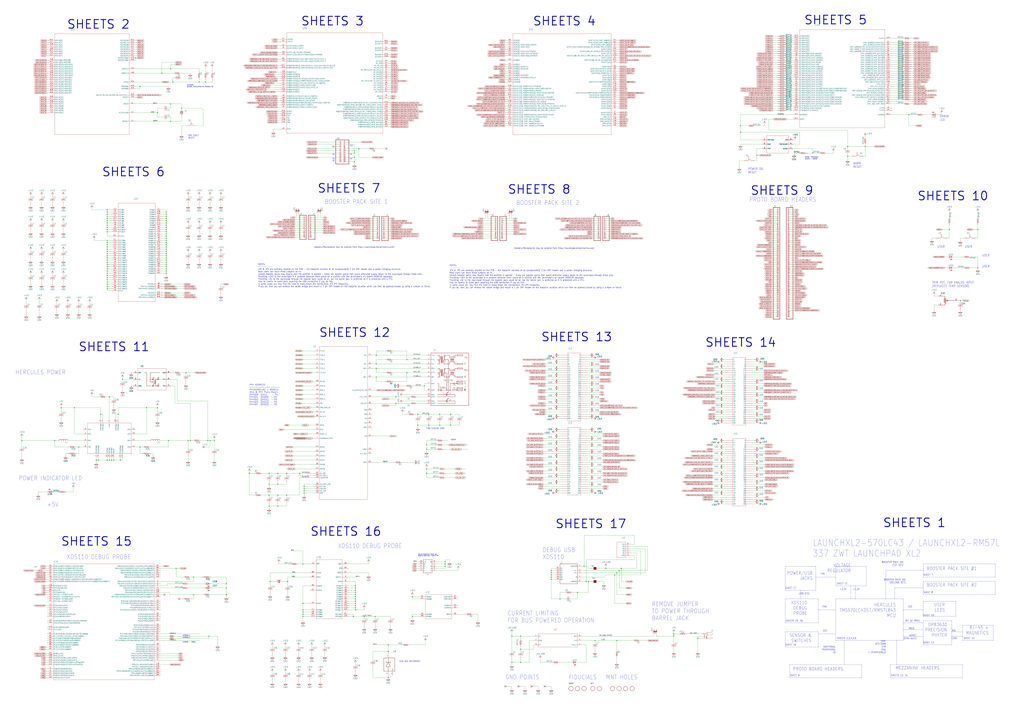
<source format=kicad_sch>
(kicad_sch (version 20211123) (generator eeschema)
  (paper "A0")
  (lib_symbols
    (symbol "robot-eagle-import:+1V2" (power)
      (property "Value" "+1V2" (at 0 1.27 0))
      (symbol "+1V2_1_0"
        (pin power_in line (at 0 -2.54 90) (length 2.54) (name "+1V2") (number "1"))
      )
    )
    (symbol "robot-eagle-import:+3V3" (power)
      (property "Value" "+3V3" (at 0 1.27 0))
      (symbol "+3V3_1_0"
        (pin power_in line (at 0 -2.54 90) (length 2.54) (name "+3V3") (number "1"))
      )
    )
    (symbol "robot-eagle-import:+5V" (power)
      (property "Value" "+5V" (at 0 1.27 0))
      (symbol "+5V_1_0"
        (pin power_in line (at 0 -2.54 90) (length 2.54) (name "+5V") (number "1"))
      )
    )
    (symbol "robot-eagle-import:+5V_USB" (power)
      (property "Value" "+5V_USB" (at 0 1.27 0))
      (symbol "+5V_USB_1_0"
        (pin power_in line (at 0 -2.54 90) (length 2.54) (name "+5V_USB") (number "1"))
      )
    )
    (symbol "robot-eagle-import:C-USC0201"
      (property "Reference" "C" (at 1.016 0.635 0))
      (property "Value" "C-USC0201" (at 1.016 -4.191 0))
      (symbol "C-USC0201_1_0"
        (pin passive line (at 0 2.54 270) (length 2.54) (name "1") (number "1"))
        (pin passive line (at 0 -5.08 90) (length 2.54) (name "2") (number "2"))
      )
    )
    (symbol "robot-eagle-import:C-USC0402K"
      (property "Reference" "C" (at 1.016 0.635 0))
      (property "Value" "C-USC0402K" (at 1.016 -4.191 0))
      (symbol "C-USC0402K_1_0"
        (pin passive line (at 0 2.54 270) (length 2.54) (name "1") (number "1"))
        (pin passive line (at 0 -5.08 90) (length 2.54) (name "2") (number "2"))
      )
    )
    (symbol "robot-eagle-import:C-USC0603K"
      (property "Reference" "C" (at 1.016 0.635 0))
      (property "Value" "C-USC0603K" (at 1.016 -4.191 0))
      (symbol "C-USC0603K_1_0"
        (pin passive line (at 0 2.54 270) (length 2.54) (name "1") (number "1"))
        (pin passive line (at 0 -5.08 90) (length 2.54) (name "2") (number "2"))
      )
    )
    (symbol "robot-eagle-import:C-USC0805K"
      (property "Reference" "C" (at 1.016 0.635 0))
      (property "Value" "C-USC0805K" (at 1.016 -4.191 0))
      (symbol "C-USC0805K_1_0"
        (pin passive line (at 0 2.54 270) (length 2.54) (name "1") (number "1"))
        (pin passive line (at 0 -5.08 90) (length 2.54) (name "2") (number "2"))
      )
    )
    (symbol "robot-eagle-import:C-USC1206K"
      (property "Reference" "C" (at 1.016 0.635 0))
      (property "Value" "C-USC1206K" (at 1.016 -4.191 0))
      (symbol "C-USC1206K_1_0"
        (pin passive line (at 0 2.54 270) (length 2.54) (name "1") (number "1"))
        (pin passive line (at 0 -5.08 90) (length 2.54) (name "2") (number "2"))
      )
    )
    (symbol "robot-eagle-import:CRYSTALCSM-3X"
      (property "Reference" "Y" (at 2.54 1.016 0))
      (property "Value" "CRYSTALCSM-3X" (at 2.54 -2.54 0))
      (symbol "CRYSTALCSM-3X_1_0"
        (text "1" (at -2.159 -1.143 0) (effects (font (size 0.8636 0.734)) (justify left bottom)))
        (text "2" (at 1.524 -1.143 0) (effects (font (size 0.8636 0.734)) (justify left bottom)))
        (pin passive line (at -2.54 0 0) (length 0) (name "1") (number "1"))
        (pin passive line (at 2.54 0 180) (length 0) (name "2") (number "2"))
      )
    )
    (symbol "robot-eagle-import:DF40C-60DP-0.4V(51)"
      (property "Reference" "J" (at 7.9756 6.5786 0))
      (property "Value" "DF40C-60DP-0.4V(51)" (at 7.9756 4.0386 0))
      (symbol "DF40C-60DP-0.4V(51)_1_0"
        (pin passive line (at 0 0 0) (length 7.62) (name "1") (number "1"))
        (pin passive line (at 30.48 -10.16 180) (length 7.62) (name "10") (number "10"))
        (pin passive line (at 0 -12.7 0) (length 7.62) (name "11") (number "11"))
        (pin passive line (at 30.48 -12.7 180) (length 7.62) (name "12") (number "12"))
        (pin passive line (at 0 -15.24 0) (length 7.62) (name "13") (number "13"))
        (pin passive line (at 30.48 -15.24 180) (length 7.62) (name "14") (number "14"))
        (pin passive line (at 0 -17.78 0) (length 7.62) (name "15") (number "15"))
        (pin passive line (at 30.48 -17.78 180) (length 7.62) (name "16") (number "16"))
        (pin passive line (at 0 -20.32 0) (length 7.62) (name "17") (number "17"))
        (pin passive line (at 30.48 -20.32 180) (length 7.62) (name "18") (number "18"))
        (pin passive line (at 0 -22.86 0) (length 7.62) (name "19") (number "19"))
        (pin passive line (at 30.48 0 180) (length 7.62) (name "2") (number "2"))
        (pin passive line (at 30.48 -22.86 180) (length 7.62) (name "20") (number "20"))
        (pin passive line (at 0 -25.4 0) (length 7.62) (name "21") (number "21"))
        (pin passive line (at 30.48 -25.4 180) (length 7.62) (name "22") (number "22"))
        (pin passive line (at 0 -27.94 0) (length 7.62) (name "23") (number "23"))
        (pin passive line (at 30.48 -27.94 180) (length 7.62) (name "24") (number "24"))
        (pin passive line (at 0 -30.48 0) (length 7.62) (name "25") (number "25"))
        (pin passive line (at 30.48 -30.48 180) (length 7.62) (name "26") (number "26"))
        (pin passive line (at 0 -33.02 0) (length 7.62) (name "27") (number "27"))
        (pin passive line (at 30.48 -33.02 180) (length 7.62) (name "28") (number "28"))
        (pin passive line (at 0 -35.56 0) (length 7.62) (name "29") (number "29"))
        (pin passive line (at 0 -2.54 0) (length 7.62) (name "3") (number "3"))
        (pin passive line (at 30.48 -35.56 180) (length 7.62) (name "30") (number "30"))
        (pin passive line (at 0 -38.1 0) (length 7.62) (name "31") (number "31"))
        (pin passive line (at 30.48 -38.1 180) (length 7.62) (name "32") (number "32"))
        (pin passive line (at 0 -40.64 0) (length 7.62) (name "33") (number "33"))
        (pin passive line (at 30.48 -40.64 180) (length 7.62) (name "34") (number "34"))
        (pin passive line (at 0 -43.18 0) (length 7.62) (name "35") (number "35"))
        (pin passive line (at 30.48 -43.18 180) (length 7.62) (name "36") (number "36"))
        (pin passive line (at 0 -45.72 0) (length 7.62) (name "37") (number "37"))
        (pin passive line (at 30.48 -45.72 180) (length 7.62) (name "38") (number "38"))
        (pin passive line (at 0 -48.26 0) (length 7.62) (name "39") (number "39"))
        (pin passive line (at 30.48 -2.54 180) (length 7.62) (name "4") (number "4"))
        (pin passive line (at 30.48 -48.26 180) (length 7.62) (name "40") (number "40"))
        (pin passive line (at 0 -50.8 0) (length 7.62) (name "41") (number "41"))
        (pin passive line (at 30.48 -50.8 180) (length 7.62) (name "42") (number "42"))
        (pin passive line (at 0 -53.34 0) (length 7.62) (name "43") (number "43"))
        (pin passive line (at 30.48 -53.34 180) (length 7.62) (name "44") (number "44"))
        (pin passive line (at 0 -55.88 0) (length 7.62) (name "45") (number "45"))
        (pin passive line (at 30.48 -55.88 180) (length 7.62) (name "46") (number "46"))
        (pin passive line (at 0 -58.42 0) (length 7.62) (name "47") (number "47"))
        (pin passive line (at 30.48 -58.42 180) (length 7.62) (name "48") (number "48"))
        (pin passive line (at 0 -60.96 0) (length 7.62) (name "49") (number "49"))
        (pin passive line (at 0 -5.08 0) (length 7.62) (name "5") (number "5"))
        (pin passive line (at 30.48 -60.96 180) (length 7.62) (name "50") (number "50"))
        (pin passive line (at 0 -63.5 0) (length 7.62) (name "51") (number "51"))
        (pin passive line (at 30.48 -63.5 180) (length 7.62) (name "52") (number "52"))
        (pin passive line (at 0 -66.04 0) (length 7.62) (name "53") (number "53"))
        (pin passive line (at 30.48 -66.04 180) (length 7.62) (name "54") (number "54"))
        (pin passive line (at 0 -68.58 0) (length 7.62) (name "55") (number "55"))
        (pin passive line (at 30.48 -68.58 180) (length 7.62) (name "56") (number "56"))
        (pin passive line (at 0 -71.12 0) (length 7.62) (name "57") (number "57"))
        (pin passive line (at 30.48 -71.12 180) (length 7.62) (name "58") (number "58"))
        (pin passive line (at 0 -73.66 0) (length 7.62) (name "59") (number "59"))
        (pin passive line (at 30.48 -5.08 180) (length 7.62) (name "6") (number "6"))
        (pin passive line (at 30.48 -73.66 180) (length 7.62) (name "60") (number "60"))
        (pin passive line (at 0 -7.62 0) (length 7.62) (name "7") (number "7"))
        (pin passive line (at 30.48 -7.62 180) (length 7.62) (name "8") (number "8"))
        (pin passive line (at 0 -10.16 0) (length 7.62) (name "9") (number "9"))
      )
    )
    (symbol "robot-eagle-import:DP83630_RHS_48"
      (property "Reference" "U" (at 0.3556 9.1186 0))
      (property "Value" "DP83630_RHS_48" (at -0.5842 6.5786 0))
      (symbol "DP83630_RHS_48_1_0"
        (pin output line (at -5.08 -25.4 0) (length 5.08) (name "TX_CLK") (number "1"))
        (pin input line (at 60.96 -68.58 180) (length 5.08) (name "TMS") (number "10"))
        (pin input line (at 60.96 -88.9 180) (length 5.08) (name "TRST") (number "11"))
        (pin input line (at 60.96 -78.74 180) (length 5.08) (name "TDI") (number "12"))
        (pin bidirectional line (at 60.96 -30.48 180) (length 5.08) (name "RD-") (number "13"))
        (pin bidirectional line (at 60.96 -20.32 180) (length 5.08) (name "RD+") (number "14"))
        (pin power_in line (at -5.08 -162.56 0) (length 5.08) (name "CD_VSS") (number "15"))
        (pin bidirectional line (at 60.96 -15.24 180) (length 5.08) (name "TD-") (number "16"))
        (pin bidirectional line (at 60.96 -5.08 180) (length 5.08) (name "TD+") (number "17"))
        (pin power_in line (at -5.08 -160.02 0) (length 5.08) (name "ANAVSS") (number "18"))
        (pin power_in line (at -5.08 -147.32 0) (length 5.08) (name "ANA33VDD") (number "19"))
        (pin input line (at -5.08 0 0) (length 5.08) (name "TX_EN") (number "2"))
        (pin power_in line (at 60.96 -129.54 180) (length 5.08) (name "VREF") (number "20"))
        (pin output line (at -5.08 -111.76 0) (length 5.08) (name "GPIO1") (number "21"))
        (pin input line (at -5.08 -116.84 0) (length 5.08) (name "GPIO2") (number "22"))
        (pin bidirectional line (at -5.08 -121.92 0) (length 5.08) (name "GPIO3") (number "23"))
        (pin output line (at 60.96 -119.38 180) (length 5.08) (name "CLK_OUT") (number "24"))
        (pin bidirectional line (at -5.08 -127 0) (length 5.08) (name "GPIO4") (number "25"))
        (pin output line (at 60.96 -60.96 180) (length 5.08) (name "LED_ACT") (number "26"))
        (pin output line (at 60.96 -45.72 180) (length 5.08) (name "LED_SPEED/FX_SD") (number "27"))
        (pin output line (at 60.96 -53.34 180) (length 5.08) (name "LED_LINK") (number "28"))
        (pin input line (at -5.08 -96.52 0) (length 5.08) (name "RESET_N") (number "29"))
        (pin input line (at -5.08 -5.08 0) (length 5.08) (name "TXD_0") (number "3"))
        (pin bidirectional line (at -5.08 -86.36 0) (length 5.08) (name "MDIO") (number "30"))
        (pin input line (at -5.08 -91.44 0) (length 5.08) (name "MDC") (number "31"))
        (pin power_in line (at -5.08 -142.24 0) (length 5.08) (name "IO_VDD") (number "32"))
        (pin output line (at 60.96 -114.3 180) (length 5.08) (name "XOUT") (number "33"))
        (pin input line (at 60.96 -99.06 180) (length 5.08) (name "XIN") (number "34"))
        (pin power_in line (at -5.08 -154.94 0) (length 5.08) (name "IO_CORE_VSS") (number "35"))
        (pin bidirectional line (at -5.08 -132.08 0) (length 5.08) (name "GPIO8") (number "36"))
        (pin bidirectional line (at -5.08 -137.16 0) (length 5.08) (name "GPIO9") (number "37"))
        (pin output line (at -5.08 -76.2 0) (length 5.08) (name "RX_CLK") (number "38"))
        (pin output line (at -5.08 -35.56 0) (length 5.08) (name "RX_DV") (number "39"))
        (pin input line (at -5.08 -10.16 0) (length 5.08) (name "TXD_1") (number "4"))
        (pin output line (at -5.08 -66.04 0) (length 5.08) (name "CRS/CRS_DV") (number "40"))
        (pin output line (at -5.08 -71.12 0) (length 5.08) (name "RX_ER") (number "41"))
        (pin output line (at -5.08 -60.96 0) (length 5.08) (name "COL") (number "42"))
        (pin output line (at -5.08 -55.88 0) (length 5.08) (name "RXD_3") (number "43"))
        (pin output line (at -5.08 -50.8 0) (length 5.08) (name "RXD_2") (number "44"))
        (pin output line (at -5.08 -45.72 0) (length 5.08) (name "RXD_1") (number "45"))
        (pin output line (at -5.08 -40.64 0) (length 5.08) (name "RXD_0") (number "46"))
        (pin power_in line (at -5.08 -157.48 0) (length 5.08) (name "IO_VSS") (number "47"))
        (pin power_in line (at -5.08 -144.78 0) (length 5.08) (name "IO_VDD_2") (number "48"))
        (pin passive line (at -5.08 -165.1 0) (length 5.08) (name "DAP") (number "49"))
        (pin input line (at -5.08 -15.24 0) (length 5.08) (name "TXD_2") (number "5"))
        (pin input line (at -5.08 -20.32 0) (length 5.08) (name "TXD_3") (number "6"))
        (pin input line (at -5.08 -101.6 0) (length 5.08) (name "PWRDOWN/INTN") (number "7"))
        (pin input line (at 60.96 -83.82 180) (length 5.08) (name "TCK") (number "8"))
        (pin output line (at 60.96 -73.66 180) (length 5.08) (name "TDO") (number "9"))
      )
    )
    (symbol "robot-eagle-import:FERRITEBEAD2R0603"
      (property "Reference" "FB" (at 3.3337 0 0))
      (symbol "FERRITEBEAD2R0603_1_0"
        (pin passive line (at 0 5.08 0) (length 0) (name "A") (number "1"))
        (pin passive line (at 0 -5.08 0) (length 0) (name "B") (number "2"))
      )
    )
    (symbol "robot-eagle-import:FIDUCIAL")
    (symbol "robot-eagle-import:FTSH-105-01-F-DV_SMD"
      (property "Reference" "J" (at -10.16 -3.81 0))
      (property "Value" "FTSH-105-01-F-DV_SMD" (at -10.16 13.97 0))
      (symbol "FTSH-105-01-F-DV_SMD_1_0"
        (pin bidirectional line (at 0 0 180) (length 5.08) (name "1") (number "1"))
        (pin bidirectional line (at -20.32 10.16 0) (length 5.08) (name "10") (number "10"))
        (pin bidirectional line (at -20.32 0 0) (length 5.08) (name "2") (number "2"))
        (pin bidirectional line (at 0 2.54 180) (length 5.08) (name "3") (number "3"))
        (pin bidirectional line (at -20.32 2.54 0) (length 5.08) (name "4") (number "4"))
        (pin bidirectional line (at 0 5.08 180) (length 5.08) (name "5") (number "5"))
        (pin bidirectional line (at -20.32 5.08 0) (length 5.08) (name "6") (number "6"))
        (pin bidirectional line (at 0 7.62 180) (length 5.08) (name "7") (number "7"))
        (pin bidirectional line (at -20.32 7.62 0) (length 5.08) (name "8") (number "8"))
        (pin bidirectional line (at 0 10.16 180) (length 5.08) (name "9") (number "9"))
      )
    )
    (symbol "robot-eagle-import:GND" (power)
      (property "Value" "GND" (at 0 -2.54 0))
      (symbol "GND_1_0"
        (pin power_in line (at 0 2.54 270) (length 2.54) (name "GND") (number "1"))
      )
    )
    (symbol "robot-eagle-import:INA210_DCK_6"
      (property "Reference" "U" (at 2.8956 6.5786 0))
      (property "Value" "INA210_DCK_6" (at 1.9558 -23.9014 0))
      (symbol "INA210_DCK_6_1_0"
        (text "1M" (at 17.145 -13.97 0) (effects (font (size 1.016 1.016)) (justify left bottom)))
        (text "1M" (at 17.145 -6.35 0) (effects (font (size 1.016 1.016)) (justify left bottom)))
        (text "5K" (at 22.86 -13.97 0) (effects (font (size 1.016 1.016)) (justify left bottom)))
        (text "5K" (at 22.86 -6.35 0) (effects (font (size 1.016 1.016)) (justify left bottom)))
        (pin passive line (at -5.08 0 0) (length 5.08) (name "REF") (number "1"))
        (pin power_in line (at -5.08 -15.24 0) (length 5.08) (name "GND") (number "2"))
        (pin power_in line (at -5.08 -7.62 0) (length 5.08) (name "V+") (number "3"))
        (pin input line (at 38.1 -15.24 180) (length 5.08) (name "IN+") (number "4"))
        (pin input line (at 38.1 -7.62 180) (length 5.08) (name "IN-") (number "5"))
        (pin output line (at 38.1 0 180) (length 5.08) (name "OUT") (number "6"))
      )
    )
    (symbol "robot-eagle-import:JACK-PLUGCUI_PJ002BH"
      (property "Reference" "J" (at -7.62 5.08 0))
      (property "Value" "JACK-PLUGCUI_PJ002BH" (at -7.62 -5.08 0))
      (symbol "JACK-PLUGCUI_PJ002BH_1_0"
        (pin passive line (at 5.08 2.54 180) (length 5.08) (name "3") (number "1A"))
        (pin passive line (at 5.08 2.54 180) (length 5.08) (name "3") (number "1B"))
        (pin passive line (at 5.08 -2.54 180) (length 5.08) (name "1") (number "2"))
        (pin passive line (at 5.08 0 180) (length 5.08) (name "2") (number "3"))
      )
    )
    (symbol "robot-eagle-import:JP1EJP1_SHORT"
      (property "Reference" "JP" (at -1.27 0 90))
      (property "Value" "JP1EJP1_SHORT" (at 5.715 0 90))
      (symbol "JP1EJP1_SHORT_1_0"
        (pin passive line (at 0 -2.54 90) (length 2.54) (name "1") (number "1"))
        (pin passive line (at 2.54 -2.54 90) (length 2.54) (name "2") (number "2"))
      )
    )
    (symbol "robot-eagle-import:L-USL2520P"
      (property "Reference" "L" (at -1.27 -5.08 90))
      (property "Value" "L-USL2520P" (at 3.81 -5.08 90))
      (symbol "L-USL2520P_1_0"
        (pin passive line (at 0 7.62 270) (length 2.54) (name "1") (number "1"))
        (pin passive line (at 0 -7.62 90) (length 2.54) (name "2") (number "2"))
      )
    )
    (symbol "robot-eagle-import:LEDCHIPLED_0603"
      (property "Reference" "LED" (at 3.556 -4.572 90))
      (property "Value" "LEDCHIPLED_0603" (at 5.715 -4.572 90))
      (symbol "LEDCHIPLED_0603_1_0"
        (pin passive line (at 0 2.54 270) (length 2.54) (name "A") (number "A"))
        (pin passive line (at 0 -5.08 90) (length 2.54) (name "C") (number "C"))
      )
    )
    (symbol "robot-eagle-import:LM26420_PWP_20"
      (property "Reference" "U" (at 7.9756 6.5786 0))
      (property "Value" "LM26420_PWP_20" (at 24.8158 -13.7414 0))
      (symbol "LM26420_PWP_20_1_0"
        (pin power_in line (at 33.02 10.16 270) (length 5.08) (name "VINC") (number "1"))
        (pin power_in line (at 33.02 -35.56 90) (length 5.08) (name "DAP@2") (number "10"))
        (pin power_in line (at 35.56 -35.56 90) (length 5.08) (name "DAP@3") (number "11"))
        (pin passive line (at 63.5 -2.54 180) (length 5.08) (name "PG2") (number "12"))
        (pin input line (at 63.5 -22.86 180) (length 5.08) (name "FB2") (number "13"))
        (pin power_in line (at 45.72 -35.56 90) (length 5.08) (name "PGND2@1") (number "14"))
        (pin power_in line (at 48.26 -35.56 90) (length 5.08) (name "PGND2@2") (number "15"))
        (pin output line (at 63.5 -15.24 180) (length 5.08) (name "SW2") (number "16"))
        (pin power_in line (at 43.18 10.16 270) (length 5.08) (name "VIND2@2") (number "17"))
        (pin power_in line (at 40.64 10.16 270) (length 5.08) (name "VIND2@1") (number "18"))
        (pin input line (at 63.5 -7.62 180) (length 5.08) (name "EN2") (number "19"))
        (pin input line (at 2.54 -7.62 0) (length 5.08) (name "EN1") (number "2"))
        (pin power_in line (at 38.1 -35.56 90) (length 5.08) (name "AGND") (number "20"))
        (pin power_in line (at 30.48 -35.56 90) (length 5.08) (name "DAP@1") (number "21"))
        (pin power_in line (at 22.86 10.16 270) (length 5.08) (name "VIND1@2") (number "3"))
        (pin power_in line (at 25.4 10.16 270) (length 5.08) (name "VIND1@1") (number "4"))
        (pin output line (at 2.54 -15.24 0) (length 5.08) (name "SW1") (number "5"))
        (pin power_in line (at 20.32 -35.56 90) (length 5.08) (name "PGND1@2") (number "6"))
        (pin power_in line (at 17.78 -35.56 90) (length 5.08) (name "PGND1@1") (number "7"))
        (pin input line (at 2.54 -22.86 0) (length 5.08) (name "FB1") (number "8"))
        (pin passive line (at 2.54 -2.54 0) (length 5.08) (name "PG1") (number "9"))
      )
    )
    (symbol "robot-eagle-import:LM4040D30_DBZ_3"
      (property "Reference" "U" (at 5.4356 1.4986 0))
      (property "Value" "LM4040D30_DBZ_3" (at 4.4958 -3.5814 0))
      (symbol "LM4040D30_DBZ_3_1_0"
        (pin passive line (at 0 0 270) (length 5.08) (name "CATHODE") (number "1"))
        (pin passive line (at 0 -25.4 90) (length 5.08) (name "ANODE") (number "2"))
        (pin passive line (at 5.08 -25.4 90) (length 5.08) (name "NC") (number "3"))
      )
    )
    (symbol "robot-eagle-import:MAGJACKARJCO2-111006E"
      (property "Reference" "J" (at -2.54 7.62 0))
      (property "Value" "MAGJACKARJCO2-111006E" (at -5.08 -58.42 0))
      (symbol "MAGJACKARJCO2-111006E_1_0"
        (text "0.001u" (at 5.08 -36.195 0) (effects (font (size 1.778 1.5113)) (justify left bottom)))
        (text "2'" (at 33.655 -8.255 0) (effects (font (size 1.778 1.5113)) (justify left bottom)))
        (text "4" (at 33.655 -28.575 0) (effects (font (size 1.778 1.5113)) (justify left bottom)))
        (text "5" (at 33.655 -31.115 0) (effects (font (size 1.778 1.5113)) (justify left bottom)))
        (text "6'" (at 33.655 -23.495 0) (effects (font (size 1.778 1.5113)) (justify left bottom)))
        (text "7" (at 33.655 -36.195 0) (effects (font (size 1.778 1.5113)) (justify left bottom)))
        (text "75" (at 9.525 -27.94 0) (effects (font (size 1.778 1.5113)) (justify left bottom)))
        (text "75" (at 17.145 -27.94 0) (effects (font (size 1.778 1.5113)) (justify left bottom)))
        (text "75" (at 20.32 -36.83 0) (effects (font (size 1.778 1.5113)) (justify left bottom)))
        (text "75" (at 20.32 -33.02 0) (effects (font (size 1.778 1.5113)) (justify left bottom)))
        (text "8" (at 33.655 -38.735 0) (effects (font (size 1.778 1.5113)) (justify left bottom)))
        (text "8" (at 33.655 -38.735 0) (effects (font (size 1.778 1.5113)) (justify left bottom)))
        (text "G" (at 16.51 -50.165 0) (effects (font (size 1.27 1.0795)) (justify left bottom)))
        (text "RX+'" (at 33.655 -15.875 0) (effects (font (size 1.778 1.5113)) (justify left bottom)))
        (text "TX+'" (at 33.655 -1.27 0) (effects (font (size 1.778 1.5113)) (justify left bottom)))
        (text "Y" (at 16.51 -42.545 0) (effects (font (size 1.27 1.0795)) (justify left bottom)))
        (pin bidirectional line (at -10.16 2.54 0) (length 5.08) (name "TD+") (number "1"))
        (pin bidirectional line (at -10.16 -45.72 0) (length 5.08) (name "CAT1") (number "10"))
        (pin bidirectional line (at -10.16 -53.34 0) (length 5.08) (name "CAT2") (number "11"))
        (pin bidirectional line (at -10.16 -50.8 0) (length 5.08) (name "AN2") (number "12"))
        (pin bidirectional line (at -10.16 -7.62 0) (length 5.08) (name "TD-") (number "2"))
        (pin bidirectional line (at -10.16 -12.7 0) (length 5.08) (name "RD+") (number "3"))
        (pin bidirectional line (at -10.16 -2.54 0) (length 5.08) (name "CT1") (number "4"))
        (pin bidirectional line (at -10.16 -17.78 0) (length 5.08) (name "CT2") (number "5"))
        (pin bidirectional line (at -10.16 -22.86 0) (length 5.08) (name "RD-") (number "6"))
        (pin bidirectional line (at -10.16 -30.48 0) (length 5.08) (name "SH1") (number "7"))
        (pin bidirectional line (at -10.16 -38.1 0) (length 5.08) (name "SH2") (number "8"))
        (pin bidirectional line (at -10.16 -43.18 0) (length 5.08) (name "AN1") (number "9"))
      )
    )
    (symbol "robot-eagle-import:MHMS_2_56")
    (symbol "robot-eagle-import:PINHD-1X10"
      (property "Reference" "J" (at -6.35 13.335 0))
      (property "Value" "PINHD-1X10" (at -6.35 -17.78 0))
      (symbol "PINHD-1X10_1_0"
        (pin passive inverted (at -2.54 10.16 0) (length 2.54) (name "1") (number "1"))
        (pin passive inverted (at -2.54 -12.7 0) (length 2.54) (name "10") (number "10"))
        (pin passive inverted (at -2.54 7.62 0) (length 2.54) (name "2") (number "2"))
        (pin passive inverted (at -2.54 5.08 0) (length 2.54) (name "3") (number "3"))
        (pin passive inverted (at -2.54 2.54 0) (length 2.54) (name "4") (number "4"))
        (pin passive inverted (at -2.54 0 0) (length 2.54) (name "5") (number "5"))
        (pin passive inverted (at -2.54 -2.54 0) (length 2.54) (name "6") (number "6"))
        (pin passive inverted (at -2.54 -5.08 0) (length 2.54) (name "7") (number "7"))
        (pin passive inverted (at -2.54 -7.62 0) (length 2.54) (name "8") (number "8"))
        (pin passive inverted (at -2.54 -10.16 0) (length 2.54) (name "9") (number "9"))
      )
    )
    (symbol "robot-eagle-import:PINHD-1X50"
      (property "Reference" "J" (at -1.27 64.135 0))
      (property "Value" "PINHD-1X50" (at -1.27 -68.58 0))
      (symbol "PINHD-1X50_1_0"
        (pin passive inverted (at 2.54 60.96 0) (length 2.54) (name "1") (number "1"))
        (pin passive inverted (at 2.54 38.1 0) (length 2.54) (name "10") (number "10"))
        (pin passive inverted (at 2.54 35.56 0) (length 2.54) (name "11") (number "11"))
        (pin passive inverted (at 2.54 33.02 0) (length 2.54) (name "12") (number "12"))
        (pin passive inverted (at 2.54 30.48 0) (length 2.54) (name "13") (number "13"))
        (pin passive inverted (at 2.54 27.94 0) (length 2.54) (name "14") (number "14"))
        (pin passive inverted (at 2.54 25.4 0) (length 2.54) (name "15") (number "15"))
        (pin passive inverted (at 2.54 22.86 0) (length 2.54) (name "16") (number "16"))
        (pin passive inverted (at 2.54 20.32 0) (length 2.54) (name "17") (number "17"))
        (pin passive inverted (at 2.54 17.78 0) (length 2.54) (name "18") (number "18"))
        (pin passive inverted (at 2.54 15.24 0) (length 2.54) (name "19") (number "19"))
        (pin passive inverted (at 2.54 58.42 0) (length 2.54) (name "2") (number "2"))
        (pin passive inverted (at 2.54 12.7 0) (length 2.54) (name "20") (number "20"))
        (pin passive inverted (at 2.54 10.16 0) (length 2.54) (name "21") (number "21"))
        (pin passive inverted (at 2.54 7.62 0) (length 2.54) (name "22") (number "22"))
        (pin passive inverted (at 2.54 5.08 0) (length 2.54) (name "23") (number "23"))
        (pin passive inverted (at 2.54 2.54 0) (length 2.54) (name "24") (number "24"))
        (pin passive inverted (at 2.54 0 0) (length 2.54) (name "25") (number "25"))
        (pin passive inverted (at 2.54 -2.54 0) (length 2.54) (name "26") (number "26"))
        (pin passive inverted (at 2.54 -5.08 0) (length 2.54) (name "27") (number "27"))
        (pin passive inverted (at 2.54 -7.62 0) (length 2.54) (name "28") (number "28"))
        (pin passive inverted (at 2.54 -10.16 0) (length 2.54) (name "29") (number "29"))
        (pin passive inverted (at 2.54 55.88 0) (length 2.54) (name "3") (number "3"))
        (pin passive inverted (at 2.54 -12.7 0) (length 2.54) (name "30") (number "30"))
        (pin passive inverted (at 2.54 -15.24 0) (length 2.54) (name "31") (number "31"))
        (pin passive inverted (at 2.54 -17.78 0) (length 2.54) (name "32") (number "32"))
        (pin passive inverted (at 2.54 -20.32 0) (length 2.54) (name "33") (number "33"))
        (pin passive inverted (at 2.54 -22.86 0) (length 2.54) (name "34") (number "34"))
        (pin passive inverted (at 2.54 -25.4 0) (length 2.54) (name "35") (number "35"))
        (pin passive inverted (at 2.54 -27.94 0) (length 2.54) (name "36") (number "36"))
        (pin passive inverted (at 2.54 -30.48 0) (length 2.54) (name "37") (number "37"))
        (pin passive inverted (at 2.54 -33.02 0) (length 2.54) (name "38") (number "38"))
        (pin passive inverted (at 2.54 -35.56 0) (length 2.54) (name "39") (number "39"))
        (pin passive inverted (at 2.54 53.34 0) (length 2.54) (name "4") (number "4"))
        (pin passive inverted (at 2.54 -38.1 0) (length 2.54) (name "40") (number "40"))
        (pin passive inverted (at 2.54 -40.64 0) (length 2.54) (name "41") (number "41"))
        (pin passive inverted (at 2.54 -43.18 0) (length 2.54) (name "42") (number "42"))
        (pin passive inverted (at 2.54 -45.72 0) (length 2.54) (name "43") (number "43"))
        (pin passive inverted (at 2.54 -48.26 0) (length 2.54) (name "44") (number "44"))
        (pin passive inverted (at 2.54 -50.8 0) (length 2.54) (name "45") (number "45"))
        (pin passive inverted (at 2.54 -53.34 0) (length 2.54) (name "46") (number "46"))
        (pin passive inverted (at 2.54 -55.88 0) (length 2.54) (name "47") (number "47"))
        (pin passive inverted (at 2.54 -58.42 0) (length 2.54) (name "48") (number "48"))
        (pin passive inverted (at 2.54 -60.96 0) (length 2.54) (name "49") (number "49"))
        (pin passive inverted (at 2.54 50.8 0) (length 2.54) (name "5") (number "5"))
        (pin passive inverted (at 2.54 -63.5 0) (length 2.54) (name "50") (number "50"))
        (pin passive inverted (at 2.54 48.26 0) (length 2.54) (name "6") (number "6"))
        (pin passive inverted (at 2.54 45.72 0) (length 2.54) (name "7") (number "7"))
        (pin passive inverted (at 2.54 43.18 0) (length 2.54) (name "8") (number "8"))
        (pin passive inverted (at 2.54 40.64 0) (length 2.54) (name "9") (number "9"))
      )
    )
    (symbol "robot-eagle-import:PINHD-1X50ALT"
      (property "Reference" "J" (at -1.27 64.135 0))
      (property "Value" "PINHD-1X50ALT" (at -1.27 -68.58 0))
      (symbol "PINHD-1X50ALT_1_0"
        (pin passive inverted (at 2.54 60.96 0) (length 2.54) (name "1") (number "1"))
        (pin passive inverted (at 2.54 38.1 0) (length 2.54) (name "10") (number "10"))
        (pin passive inverted (at 2.54 35.56 0) (length 2.54) (name "11") (number "11"))
        (pin passive inverted (at 2.54 33.02 0) (length 2.54) (name "12") (number "12"))
        (pin passive inverted (at 2.54 30.48 0) (length 2.54) (name "13") (number "13"))
        (pin passive inverted (at 2.54 27.94 0) (length 2.54) (name "14") (number "14"))
        (pin passive inverted (at 2.54 25.4 0) (length 2.54) (name "15") (number "15"))
        (pin passive inverted (at 2.54 22.86 0) (length 2.54) (name "16") (number "16"))
        (pin passive inverted (at 2.54 20.32 0) (length 2.54) (name "17") (number "17"))
        (pin passive inverted (at 2.54 17.78 0) (length 2.54) (name "18") (number "18"))
        (pin passive inverted (at 2.54 15.24 0) (length 2.54) (name "19") (number "19"))
        (pin passive inverted (at 2.54 58.42 0) (length 2.54) (name "2") (number "2"))
        (pin passive inverted (at 2.54 12.7 0) (length 2.54) (name "20") (number "20"))
        (pin passive inverted (at 2.54 10.16 0) (length 2.54) (name "21") (number "21"))
        (pin passive inverted (at 2.54 7.62 0) (length 2.54) (name "22") (number "22"))
        (pin passive inverted (at 2.54 5.08 0) (length 2.54) (name "23") (number "23"))
        (pin passive inverted (at 2.54 2.54 0) (length 2.54) (name "24") (number "24"))
        (pin passive inverted (at 2.54 0 0) (length 2.54) (name "25") (number "25"))
        (pin passive inverted (at 2.54 -2.54 0) (length 2.54) (name "26") (number "26"))
        (pin passive inverted (at 2.54 -5.08 0) (length 2.54) (name "27") (number "27"))
        (pin passive inverted (at 2.54 -7.62 0) (length 2.54) (name "28") (number "28"))
        (pin passive inverted (at 2.54 -10.16 0) (length 2.54) (name "29") (number "29"))
        (pin passive inverted (at 2.54 55.88 0) (length 2.54) (name "3") (number "3"))
        (pin passive inverted (at 2.54 -12.7 0) (length 2.54) (name "30") (number "30"))
        (pin passive inverted (at 2.54 -15.24 0) (length 2.54) (name "31") (number "31"))
        (pin passive inverted (at 2.54 -17.78 0) (length 2.54) (name "32") (number "32"))
        (pin passive inverted (at 2.54 -20.32 0) (length 2.54) (name "33") (number "33"))
        (pin passive inverted (at 2.54 -22.86 0) (length 2.54) (name "34") (number "34"))
        (pin passive inverted (at 2.54 -25.4 0) (length 2.54) (name "35") (number "35"))
        (pin passive inverted (at 2.54 -27.94 0) (length 2.54) (name "36") (number "36"))
        (pin passive inverted (at 2.54 -30.48 0) (length 2.54) (name "37") (number "37"))
        (pin passive inverted (at 2.54 -33.02 0) (length 2.54) (name "38") (number "38"))
        (pin passive inverted (at 2.54 -35.56 0) (length 2.54) (name "39") (number "39"))
        (pin passive inverted (at 2.54 53.34 0) (length 2.54) (name "4") (number "4"))
        (pin passive inverted (at 2.54 -38.1 0) (length 2.54) (name "40") (number "40"))
        (pin passive inverted (at 2.54 -40.64 0) (length 2.54) (name "41") (number "41"))
        (pin passive inverted (at 2.54 -43.18 0) (length 2.54) (name "42") (number "42"))
        (pin passive inverted (at 2.54 -45.72 0) (length 2.54) (name "43") (number "43"))
        (pin passive inverted (at 2.54 -48.26 0) (length 2.54) (name "44") (number "44"))
        (pin passive inverted (at 2.54 -50.8 0) (length 2.54) (name "45") (number "45"))
        (pin passive inverted (at 2.54 -53.34 0) (length 2.54) (name "46") (number "46"))
        (pin passive inverted (at 2.54 -55.88 0) (length 2.54) (name "47") (number "47"))
        (pin passive inverted (at 2.54 -58.42 0) (length 2.54) (name "48") (number "48"))
        (pin passive inverted (at 2.54 -60.96 0) (length 2.54) (name "49") (number "49"))
        (pin passive inverted (at 2.54 50.8 0) (length 2.54) (name "5") (number "5"))
        (pin passive inverted (at 2.54 -63.5 0) (length 2.54) (name "50") (number "50"))
        (pin passive inverted (at 2.54 48.26 0) (length 2.54) (name "6") (number "6"))
        (pin passive inverted (at 2.54 45.72 0) (length 2.54) (name "7") (number "7"))
        (pin passive inverted (at 2.54 43.18 0) (length 2.54) (name "8") (number "8"))
        (pin passive inverted (at 2.54 40.64 0) (length 2.54) (name "9") (number "9"))
      )
    )
    (symbol "robot-eagle-import:PINHD-2X10SAMTEC-FTR-110-51-S-D-06"
      (property "Reference" "J" (at -6.35 13.335 0))
      (property "Value" "PINHD-2X10SAMTEC-FTR-110-51-S-D-06" (at -6.35 -17.78 0))
      (symbol "PINHD-2X10SAMTEC-FTR-110-51-S-D-06_1_0"
        (pin passive inverted (at -2.54 10.16 0) (length 2.54) (name "1") (number "1"))
        (pin passive inverted (at 5.08 0 180) (length 2.54) (name "10") (number "10"))
        (pin passive inverted (at -2.54 -2.54 0) (length 2.54) (name "11") (number "11"))
        (pin passive inverted (at 5.08 -2.54 180) (length 2.54) (name "12") (number "12"))
        (pin passive inverted (at -2.54 -5.08 0) (length 2.54) (name "13") (number "13"))
        (pin passive inverted (at 5.08 -5.08 180) (length 2.54) (name "14") (number "14"))
        (pin passive inverted (at -2.54 -7.62 0) (length 2.54) (name "15") (number "15"))
        (pin passive inverted (at 5.08 -7.62 180) (length 2.54) (name "16") (number "16"))
        (pin passive inverted (at -2.54 -10.16 0) (length 2.54) (name "17") (number "17"))
        (pin passive inverted (at 5.08 -10.16 180) (length 2.54) (name "18") (number "18"))
        (pin passive inverted (at -2.54 -12.7 0) (length 2.54) (name "19") (number "19"))
        (pin passive inverted (at 5.08 10.16 180) (length 2.54) (name "2") (number "2"))
        (pin passive inverted (at 5.08 -12.7 180) (length 2.54) (name "20") (number "20"))
        (pin passive inverted (at -2.54 7.62 0) (length 2.54) (name "3") (number "3"))
        (pin passive inverted (at 5.08 7.62 180) (length 2.54) (name "4") (number "4"))
        (pin passive inverted (at -2.54 5.08 0) (length 2.54) (name "5") (number "5"))
        (pin passive inverted (at 5.08 5.08 180) (length 2.54) (name "6") (number "6"))
        (pin passive inverted (at -2.54 2.54 0) (length 2.54) (name "7") (number "7"))
        (pin passive inverted (at 5.08 2.54 180) (length 2.54) (name "8") (number "8"))
        (pin passive inverted (at -2.54 0 0) (length 2.54) (name "9") (number "9"))
      )
    )
    (symbol "robot-eagle-import:PTC1812"
      (property "Reference" "PTC" (at 1.27 1.4986 0))
      (property "Value" "PTC1812" (at 1.27 -3.302 0))
      (symbol "PTC1812_1_0"
        (pin passive line (at 0 0 0) (length 2.54) (name "1") (number "1"))
        (pin passive line (at 10.16 0 180) (length 2.54) (name "2") (number "2"))
      )
    )
    (symbol "robot-eagle-import:R-ARRAY-8_"
      (property "Reference" "RP" (at -5.588 0.2286 0))
      (property "Value" "R-ARRAY-8_" (at 8.636 0.254 0))
      (symbol "R-ARRAY-8__1_0"
        (pin passive line (at 0 0 0) (length 2.54) (name "1") (number "1"))
        (pin passive line (at 10.16 0 180) (length 2.54) (name "2") (number "2"))
      )
      (symbol "R-ARRAY-8__2_0"
        (pin passive line (at 0 0 0) (length 2.54) (name "1") (number "3"))
        (pin passive line (at 10.16 0 180) (length 2.54) (name "2") (number "4"))
      )
      (symbol "R-ARRAY-8__3_0"
        (pin passive line (at 0 0 0) (length 2.54) (name "1") (number "5"))
        (pin passive line (at 10.16 0 180) (length 2.54) (name "2") (number "6"))
      )
      (symbol "R-ARRAY-8__4_0"
        (pin passive line (at 0 0 0) (length 2.54) (name "1") (number "7"))
        (pin passive line (at 10.16 0 180) (length 2.54) (name "2") (number "8"))
      )
      (symbol "R-ARRAY-8__5_0"
        (pin passive line (at 10.16 0 180) (length 2.54) (name "2") (number "10"))
        (pin passive line (at 0 0 0) (length 2.54) (name "1") (number "9"))
      )
      (symbol "R-ARRAY-8__6_0"
        (pin passive line (at 0 0 0) (length 2.54) (name "1") (number "11"))
        (pin passive line (at 10.16 0 180) (length 2.54) (name "2") (number "12"))
      )
      (symbol "R-ARRAY-8__7_0"
        (pin passive line (at 0 0 0) (length 2.54) (name "1") (number "13"))
        (pin passive line (at 10.16 0 180) (length 2.54) (name "2") (number "14"))
      )
      (symbol "R-ARRAY-8__8_0"
        (pin passive line (at 0 0 0) (length 2.54) (name "1") (number "15"))
        (pin passive line (at 10.16 0 180) (length 2.54) (name "2") (number "16"))
      )
    )
    (symbol "robot-eagle-import:R-US_R0201"
      (property "Reference" "R" (at -3.81 1.4986 0))
      (property "Value" "R-US_R0201" (at -3.81 -3.302 0))
      (symbol "R-US_R0201_1_0"
        (pin passive line (at -5.08 0 0) (length 2.54) (name "1") (number "1"))
        (pin passive line (at 5.08 0 180) (length 2.54) (name "2") (number "2"))
      )
    )
    (symbol "robot-eagle-import:R-US_R0603"
      (property "Reference" "R" (at -3.81 1.4986 0))
      (property "Value" "R-US_R0603" (at -3.81 -3.302 0))
      (symbol "R-US_R0603_1_0"
        (pin passive line (at -5.08 0 0) (length 2.54) (name "1") (number "1"))
        (pin passive line (at 5.08 0 180) (length 2.54) (name "2") (number "2"))
      )
    )
    (symbol "robot-eagle-import:RM57L843_TMS570LC4357_ZWT_337"
      (property "Reference" "U" (at 25.7556 9.1186 0))
      (property "Value" "RM57L843_TMS570LC4357_ZWT_337" (at 24.8158 6.5786 0))
      (symbol "RM57L843_TMS570LC4357_ZWT_337_1_0"
        (pin input line (at 101.6 -76.2 180) (length 7.62) (name "OSCIN") (number "K1"))
        (pin output line (at 101.6 -96.52 180) (length 7.62) (name "OSCOUT") (number "L1"))
        (pin input line (at 101.6 -86.36 180) (length 7.62) (name "KELVIN_GND") (number "L2"))
        (pin input line (at 0 -68.58 0) (length 7.62) (name "AD1IN[24]") (number "N18"))
        (pin bidirectional line (at 101.6 -66.04 180) (length 7.62) (name "AD1EVT/MII_RX_ER/RMII_RX_ER/NTZ1_1") (number "N19"))
        (pin input line (at 0 -76.2 0) (length 7.62) (name "AD1IN[27]") (number "P15"))
        (pin input line (at 0 -73.66 0) (length 7.62) (name "AD1IN[26]") (number "P16"))
        (pin input line (at 0 -71.12 0) (length 7.62) (name "AD1IN[25]") (number "P17"))
        (pin input line (at 0 -25.4 0) (length 7.62) (name "AD1IN[8]/AD2IN[8]") (number "P18"))
        (pin input line (at 0 -43.18 0) (length 7.62) (name "AD1IN[15]/AD2IN[15]") (number "P19"))
        (pin input line (at 0 -81.28 0) (length 7.62) (name "AD1IN[29]") (number "R14"))
        (pin input line (at 0 -78.74 0) (length 7.62) (name "AD1IN[28]") (number "R15"))
        (pin input line (at 0 -63.5 0) (length 7.62) (name "AD1IN[23]/AD2IN[7]") (number "R16"))
        (pin input line (at 0 -15.24 0) (length 7.62) (name "AD1IN[5]") (number "R17"))
        (pin input line (at 0 -40.64 0) (length 7.62) (name "AD1IN[14]/AD2IN[14]") (number "R18"))
        (pin input line (at 0 -60.96 0) (length 7.62) (name "AD1IN[22]/AD2IN[6]") (number "R19"))
        (pin bidirectional line (at 101.6 -68.58 180) (length 7.62) (name "AD2EVT") (number "T10"))
        (pin input line (at 101.6 -12.7 180) (length 7.62) (name "AD2IN[20]") (number "T11"))
        (pin input line (at 0 -86.36 0) (length 7.62) (name "AD1IN[31]") (number "T13"))
        (pin input line (at 0 -83.82 0) (length 7.62) (name "AD1IN[30]") (number "T14"))
        (pin input line (at 0 -58.42 0) (length 7.62) (name "AD1IN[21]/AD2IN[5]") (number "T15"))
        (pin input line (at 0 -35.56 0) (length 7.62) (name "AD1IN[12]/AD2IN[12]") (number "T16"))
        (pin input line (at 0 -10.16 0) (length 7.62) (name "AD1IN[3]") (number "T17"))
        (pin input line (at 0 -38.1 0) (length 7.62) (name "AD1IN[13]/AD2IN[13]") (number "T18"))
        (pin input line (at 0 -17.78 0) (length 7.62) (name "AD1IN[6]") (number "T19"))
        (pin input line (at 101.6 -15.24 180) (length 7.62) (name "AD2IN[21]") (number "U11"))
        (pin input line (at 101.6 -10.16 180) (length 7.62) (name "AD2IN[19]") (number "U12"))
        (pin input line (at 0 -48.26 0) (length 7.62) (name "AD1IN[17]/AD2IN[1]") (number "U13"))
        (pin input line (at 0 -50.8 0) (length 7.62) (name "AD1IN[18]/AD2IN[2]") (number "U14"))
        (pin input line (at 0 -55.88 0) (length 7.62) (name "AD1IN[20]/AD2IN[4]") (number "U15"))
        (pin input line (at 0 -53.34 0) (length 7.62) (name "AD1IN[19]/AD2IN[3]") (number "U16"))
        (pin input line (at 0 -30.48 0) (length 7.62) (name "AD1IN[10]/AD2IN[10]") (number "U17"))
        (pin input line (at 0 -12.7 0) (length 7.62) (name "AD1IN[4]") (number "U18"))
        (pin input line (at 0 -33.02 0) (length 7.62) (name "AD1IN[11]/AD2IN[11]") (number "U19"))
        (pin input line (at 101.6 -17.78 180) (length 7.62) (name "AD2IN[22]") (number "V11"))
        (pin input line (at 101.6 -7.62 180) (length 7.62) (name "AD2IN[18]") (number "V12"))
        (pin input line (at 0 -45.72 0) (length 7.62) (name "AD1IN[16]/AD2IN[0]") (number "V13"))
        (pin input line (at 0 -20.32 0) (length 7.62) (name "AD1IN[7]") (number "V14"))
        (pin input line (at 101.6 -35.56 180) (length 7.62) (name "ADREFHI") (number "V15"))
        (pin input line (at 101.6 -40.64 180) (length 7.62) (name "ADREFLO") (number "V16"))
        (pin input line (at 0 -5.08 0) (length 7.62) (name "AD1IN[1]") (number "V17"))
        (pin input line (at 0 -7.62 0) (length 7.62) (name "AD1IN[2]") (number "V18"))
        (pin input line (at 101.6 -22.86 180) (length 7.62) (name "AD2IN[24]@1") (number "V19"))
        (pin input line (at 101.6 -20.32 180) (length 7.62) (name "AD2IN[23]") (number "W11"))
        (pin input line (at 101.6 -5.08 180) (length 7.62) (name "AD2IN[17]") (number "W12"))
        (pin input line (at 101.6 -2.54 180) (length 7.62) (name "AD2IN[16]") (number "W13"))
        (pin input line (at 0 -2.54 0) (length 7.62) (name "AD1IN[0]") (number "W14"))
        (pin power_in line (at 101.6 -50.8 180) (length 7.62) (name "VCCAD") (number "W15"))
        (pin power_in line (at 101.6 -55.88 180) (length 7.62) (name "VSSAD@1") (number "W16"))
        (pin input line (at 0 -27.94 0) (length 7.62) (name "AD1IN[9]/AD2IN[9]") (number "W17"))
        (pin input line (at 101.6 -25.4 180) (length 7.62) (name "AD2IN[24]@2") (number "W18"))
        (pin power_in line (at 101.6 -58.42 180) (length 7.62) (name "VSSAD@2") (number "W19"))
      )
      (symbol "RM57L843_TMS570LC4357_ZWT_337_2_0"
        (pin bidirectional line (at 127 -7.62 180) (length 7.62) (name "DCAN1TX") (number "A10"))
        (pin output line (at 0 -88.9 0) (length 7.62) (name "RTCK") (number "A16"))
        (pin bidirectional line (at 0 -93.98 0) (length 7.62) (name "TDI") (number "A17"))
        (pin bidirectional line (at 0 -2.54 0) (length 7.62) (name "LIN1RX") (number "A7"))
        (pin bidirectional line (at 127 -5.08 180) (length 7.62) (name "DCAN1RX") (number "B10"))
        (pin input line (at 0 -91.44 0) (length 7.62) (name "TCK") (number "B18"))
        (pin bidirectional line (at 0 -25.4 0) (length 7.62) (name "MIBSPI3NCS[2]/I2C1_SDA/N2HET1[27]/NTZ1_2") (number "B2"))
        (pin bidirectional line (at 127 -99.06 180) (length 7.62) (name "MIBSPI5NCS[1]/DMM_DATA[6]") (number "B6"))
        (pin bidirectional line (at 0 -5.08 0) (length 7.62) (name "LIN1TX") (number "B7"))
        (pin bidirectional line (at 0 -96.52 0) (length 7.62) (name "TDO") (number "C18"))
        (pin bidirectional line (at 0 -99.06 0) (length 7.62) (name "TMS") (number "C19"))
        (pin bidirectional line (at 0 -27.94 0) (length 7.62) (name "MIBSPI3NCS[3]/I2C1_SCL/N2HET1[29]/NTZ1_1") (number "C3"))
        (pin input line (at 0 -86.36 0) (length 7.62) (name "NTRST") (number "D18"))
        (pin bidirectional line (at 127 -81.28 180) (length 7.62) (name "MIBSPI5SIMO[1]/DMM_DATA[9]/AD1EXT_SEL[0]") (number "E16"))
        (pin bidirectional line (at 127 -88.9 180) (length 7.62) (name "MIBSPI5SOMI[1]/DMM_DATA[13]/AD1EXT_SEL[3]") (number "E17"))
        (pin bidirectional line (at 127 -96.52 180) (length 7.62) (name "MIBSPI5NCS[0]/DMM_DATA[5]/EPWM4A") (number "E19"))
        (pin output line (at 127 -63.5 180) (length 7.62) (name "MII_TXEN") (number "E4"))
        (pin bidirectional line (at 0 -40.64 0) (length 7.62) (name "MIBSPI1CLK") (number "F18"))
        (pin bidirectional line (at 0 -43.18 0) (length 7.62) (name "MIBSPI1SIMO[0]") (number "F19"))
        (pin bidirectional line (at 0 -53.34 0) (length 7.62) (name "MIBSPI1NCS[1]/MII_COL/N2HET1[17]/EQEP1S") (number "F3"))
        (pin bidirectional line (at 127 -71.12 180) (length 7.62) (name "MDIO") (number "F4"))
        (pin bidirectional line (at 0 -35.56 0) (length 7.62) (name "MIBSPI5SOMI[3]/DMM_DATA[15]/I2C2_SCL/AD1EXT_ENA") (number "G16"))
        (pin bidirectional line (at 0 -33.02 0) (length 7.62) (name "MIBSPI5SIMO[3]/DMM_DATA[11]/I2C2_SDA/AD1EXT_SEL[2]") (number "G17"))
        (pin bidirectional line (at 0 -45.72 0) (length 7.62) (name "MIBSPI1SOMI[0]") (number "G18"))
        (pin bidirectional line (at 0 -48.26 0) (length 7.62) (name "MIBSPI1NENA/MII_RXD[2]/N2HET1[23]/ECAP4") (number "G19"))
        (pin bidirectional line (at 0 -55.88 0) (length 7.62) (name "MIBSPI1NCS[2]/MDIO/N2HET1[19]") (number "G3"))
        (pin output line (at 127 -60.96 180) (length 7.62) (name "MII_TXD[3]") (number "G4"))
        (pin bidirectional line (at 127 -12.7 180) (length 7.62) (name "DCAN2RX") (number "H1"))
        (pin bidirectional line (at 127 -91.44 180) (length 7.62) (name "MIBSPI5SOMI[2]/DMM_DATA[14]/AD1EXT_SEL[4]") (number "H16"))
        (pin bidirectional line (at 127 -83.82 180) (length 7.62) (name "MIBSPI5SIMO[2]/DMM_DATA[10]/AD1EXT_SEL[1]") (number "H17"))
        (pin bidirectional line (at 127 -93.98 180) (length 7.62) (name "MIBSPI5NENA/DMM_DATA[7]/MII_RXD[3]/ECAP5") (number "H18"))
        (pin bidirectional line (at 127 -76.2 180) (length 7.62) (name "MIBSPI5CLK/DMM_DATA[4]/MII_TXEN/RMII_TXEN") (number "H19"))
        (pin bidirectional line (at 127 -15.24 180) (length 7.62) (name "DCAN2TX") (number "H2"))
        (pin bidirectional line (at 127 -86.36 180) (length 7.62) (name "MIBSPI5SOMI[0]/DMM_DATA[12]/MII_TXD[0]/RMII_TXD[0]") (number "J18"))
        (pin bidirectional line (at 127 -78.74 180) (length 7.62) (name "MIBSPI5SIMO[0]/DMM_DATA[8]/MII_TXD[1]/RMII_TXD[1]") (number "J19"))
        (pin bidirectional line (at 0 -58.42 0) (length 7.62) (name "MIBSPI1NCS[3]/N2HET1[21]/NTZ1_3") (number "J3"))
        (pin bidirectional line (at 127 -22.86 180) (length 7.62) (name "DCAN3TX") (number "M18"))
        (pin bidirectional line (at 127 -20.32 180) (length 7.62) (name "DCAN3RX") (number "M19"))
        (pin bidirectional line (at 0 -20.32 0) (length 7.62) (name "N2HET1[13]/SCI3TX/N2HET2[20]/EPWM5B") (number "N2"))
        (pin bidirectional line (at 0 -10.16 0) (length 7.62) (name "N2HET2[19]/LIN2RX") (number "P4"))
        (pin output line (at 127 -55.88 180) (length 7.62) (name "MII_TXD[1]") (number "R1"))
        (pin bidirectional line (at 0 -50.8 0) (length 7.62) (name "MIBSPI1NCS[0]/MIBSPI1SOMI[1]/MII_TXD[2]/ECAP6") (number "R2"))
        (pin bidirectional line (at 127 -104.14 180) (length 7.62) (name "MIBSPI5NCS[3]/DMM_DATA[3]") (number "T12"))
        (pin output line (at 127 -58.42 180) (length 7.62) (name "MII_TXD[2]") (number "T2"))
        (pin input line (at 127 -43.18 180) (length 7.62) (name "MII_RXD[1]") (number "T3"))
        (pin bidirectional line (at 127 -38.1 180) (length 7.62) (name "MII_RXCLK/MII_RX_AVCLK4") (number "T4"))
        (pin bidirectional line (at 0 -12.7 0) (length 7.62) (name "N2HET2[20]/LIN2TX") (number "T5"))
        (pin output line (at 127 -68.58 180) (length 7.62) (name "MDCLK") (number "T9"))
        (pin bidirectional line (at 0 -60.96 0) (length 7.62) (name "MIBSPI1NCS[4]") (number "U10"))
        (pin bidirectional line (at 0 -106.68 0) (length 7.62) (name "TEST") (number "U2"))
        (pin input line (at 127 -45.72 180) (length 7.62) (name "MII_RXD[2]") (number "U3"))
        (pin input line (at 127 -40.64 180) (length 7.62) (name "MII_RXD[0]") (number "U4"))
        (pin input line (at 127 -35.56 180) (length 7.62) (name "MII_RX_ER") (number "U5"))
        (pin input line (at 127 -33.02 180) (length 7.62) (name "MII_RX_DV") (number "U6"))
        (pin bidirectional line (at 127 -50.8 180) (length 7.62) (name "MII_TXCLK/MII_TX_AVCLK4") (number "U7"))
        (pin output line (at 127 -53.34 180) (length 7.62) (name "MII_TXD[0]") (number "U8"))
        (pin bidirectional line (at 0 -63.5 0) (length 7.62) (name "MIBSPI1NCS[5]") (number "U9"))
        (pin bidirectional line (at 0 -78.74 0) (length 7.62) (name "MIBSPI3NCS[0]/AD2EVT/EQEP1I") (number "V10"))
        (pin input line (at 127 -48.26 180) (length 7.62) (name "MII_RXD[3]") (number "V3"))
        (pin input line (at 127 -30.48 180) (length 7.62) (name "MII_CRS") (number "V4"))
        (pin bidirectional line (at 0 -81.28 0) (length 7.62) (name "MIBSPI3NCS[1]/MDCLK/N2HET1[25]") (number "V5"))
        (pin bidirectional line (at 0 -73.66 0) (length 7.62) (name "MIBSPI3SOMI/AD1EXT_ENA/ECAP2") (number "V8"))
        (pin bidirectional line (at 0 -68.58 0) (length 7.62) (name "MIBSPI3CLK/AD1EXT_SEL[1]/EQEP1A") (number "V9"))
        (pin bidirectional line (at 0 -17.78 0) (length 7.62) (name "N2HET1[6]/SCI3RX/EPWM5A") (number "W3"))
        (pin input line (at 127 -27.94 180) (length 7.62) (name "MII_COL") (number "W4"))
        (pin bidirectional line (at 127 -101.6 180) (length 7.62) (name "MIBSPI5NCS[2]/DMM_DATA[2]") (number "W6"))
        (pin bidirectional line (at 0 -71.12 0) (length 7.62) (name "MIBSPI3SIMO/AD1EXT_SEL[0]/ECAP3") (number "W8"))
        (pin bidirectional line (at 0 -76.2 0) (length 7.62) (name "MIBSPI3NENA/MIBSPI3NCS[5]/N2HET1[31]/EQEP1B") (number "W9"))
      )
      (symbol "RM57L843_TMS570LC4357_ZWT_337_3_0"
        (pin bidirectional line (at 0 -86.36 0) (length 7.62) (name "N2HET1[14]") (number "A11"))
        (pin bidirectional line (at 0 -93.98 0) (length 7.62) (name "N2HET1[17]/EMIF_NOE/SCI4RX") (number "A13"))
        (pin bidirectional line (at 129.54 -15.24 180) (length 7.62) (name "N2HET1[26]/MII_RXD[1]/RMII_RXD[1]") (number "A14"))
        (pin bidirectional line (at 129.54 -22.86 180) (length 7.62) (name "N2HET1[29]") (number "A3"))
        (pin bidirectional line (at 0 -91.44 0) (length 7.62) (name "N2HET1[16]/EPWM1SYNCI/EPWM1SYNCO") (number "A4"))
        (pin bidirectional line (at 0 -2.54 0) (length 7.62) (name "GIOA[0]") (number "A5"))
        (pin bidirectional line (at 0 -12.7 0) (length 7.62) (name "GIOA[4]") (number "A6"))
        (pin bidirectional line (at 129.54 -17.78 180) (length 7.62) (name "N2HET1[27]") (number "A9"))
        (pin bidirectional line (at 129.54 -25.4 180) (length 7.62) (name "N2HET1[30]/MII_RX_DV/EQEP2S") (number "B11"))
        (pin bidirectional line (at 0 -66.04 0) (length 7.62) (name "N2HET1[4]/MIBSPI4NCS[1]/EPWM4B") (number "B12"))
        (pin bidirectional line (at 0 -99.06 0) (length 7.62) (name "N2HET1[19]/EMIF_NDQM[0]/SCI4TX") (number "B13"))
        (pin bidirectional line (at 129.54 -5.08 180) (length 7.62) (name "N2HET1[22]/EMIF_NDQM[3]") (number "B3"))
        (pin bidirectional line (at 0 -83.82 0) (length 7.62) (name "N2HET1[12]/MIBSPI4NCS[5]/MII_CRS/RMII_CRS_DV") (number "B4"))
        (pin bidirectional line (at 0 -15.24 0) (length 7.62) (name "GIOA[5]/EXTCLKIN/EPWM1A") (number "B5"))
        (pin bidirectional line (at 0 -7.62 0) (length 7.62) (name "GIOA[2]/N2HET2[0]/EQEP2I") (number "C1"))
        (pin bidirectional line (at 0 -5.08 0) (length 7.62) (name "GIOA[1]") (number "C2"))
        (pin bidirectional line (at 129.54 -68.58 180) (length 7.62) (name "N2HET2[14]/MIBSPI2SIMO") (number "D1"))
        (pin output line (at 0 -50.8 0) (length 7.62) (name "EPWM1B") (number "D10"))
        (pin bidirectional line (at 129.54 -48.26 180) (length 7.62) (name "N2HET2[6]") (number "D11"))
        (pin bidirectional line (at 129.54 -45.72 180) (length 7.62) (name "N2HET2[5]") (number "D12"))
        (pin bidirectional line (at 129.54 -43.18 180) (length 7.62) (name "N2HET2[4]") (number "D13"))
        (pin bidirectional line (at 0 -78.74 0) (length 7.62) (name "N2HET1[10]/MIBSPI4NCS[4]/MII_TXCLK/MII_TX_AVCLK4/NTZ1_3") (number "D19"))
        (pin bidirectional line (at 129.54 -66.04 180) (length 7.62) (name "N2HET2[13]/MIBSPI2SOMI") (number "D2"))
        (pin bidirectional line (at 129.54 -63.5 180) (length 7.62) (name "N2HET2[12]/MIBSPI2NENA/MIBSPI2NCS[1]") (number "D3"))
        (pin bidirectional line (at 129.54 -33.02 180) (length 7.62) (name "N2HET2[0]") (number "D6"))
        (pin bidirectional line (at 129.54 -38.1 180) (length 7.62) (name "N2HET2[2]/N2HET2_NDIS") (number "D7"))
        (pin bidirectional line (at 129.54 -35.56 180) (length 7.62) (name "N2HET2[1]/N2HET1_NDIS") (number "D8"))
        (pin output line (at 0 -48.26 0) (length 7.62) (name "EPWM1A") (number "D9"))
        (pin bidirectional line (at 0 -10.16 0) (length 7.62) (name "GIOA[3]/N2HET2[2]") (number "E1"))
        (pin bidirectional line (at 0 -73.66 0) (length 7.62) (name "N2HET1[8]/MIBSPI1SIMO[1]/MII_TXD[3]") (number "E18"))
        (pin bidirectional line (at 129.54 -40.64 180) (length 7.62) (name "N2HET2[3]/MIBSPI2CLK") (number "E2"))
        (pin bidirectional line (at 0 -81.28 0) (length 7.62) (name "N2HET1[11]/MIBSPI3NCS[4]/N2HET2[18]/EPWM1SYNCO") (number "E3"))
        (pin bidirectional line (at 0 -45.72 0) (length 7.62) (name "GIOB[7]/NERROR2/NTZ1_2") (number "F1"))
        (pin bidirectional line (at 129.54 -99.06 180) (length 7.62) (name "DMM_NENA") (number "F16"))
        (pin bidirectional line (at 129.54 -91.44 180) (length 7.62) (name "DMM_CLK") (number "F17"))
        (pin bidirectional line (at 0 -33.02 0) (length 7.62) (name "GIOB[2]/DCAN4TX") (number "F2"))
        (pin bidirectional line (at 0 -38.1 0) (length 7.62) (name "GIOB[4]") (number "G1"))
        (pin bidirectional line (at 0 -40.64 0) (length 7.62) (name "GIOB[5]") (number "G2"))
        (pin bidirectional line (at 0 -17.78 0) (length 7.62) (name "GIOA[6]/N2HET2[4]/EPWM1B") (number "H3"))
        (pin bidirectional line (at 129.54 -2.54 180) (length 7.62) (name "N2HET1[21]/EMIF_NDQM[2]") (number "H4"))
        (pin bidirectional line (at 0 -96.52 0) (length 7.62) (name "N2HET1[18]/EMIF_RNW/EPWM6A") (number "J1"))
        (pin bidirectional line (at 129.54 -101.6 180) (length 7.62) (name "DMM_SYNC") (number "J16"))
        (pin bidirectional line (at 129.54 -27.94 180) (length 7.62) (name "N2HET1[31]") (number "J17"))
        (pin bidirectional line (at 0 -43.18 0) (length 7.62) (name "GIOB[6]/NERROR1") (number "J2"))
        (pin bidirectional line (at 129.54 -7.62 180) (length 7.62) (name "N2HET1[23]/EMIF_BA[0]") (number "J4"))
        (pin bidirectional line (at 129.54 -53.34 180) (length 7.62) (name "N2HET2[8]") (number "K16"))
        (pin bidirectional line (at 0 -55.88 0) (length 7.62) (name "N2HET1[0]/MIBSPI4CLK/EPWM2B") (number "K18"))
        (pin bidirectional line (at 129.54 -20.32 180) (length 7.62) (name "N2HET1[28]/MII_RXCLK/RMII_REFCLK/MII_RX_AVCLK4") (number "K19"))
        (pin bidirectional line (at 0 -30.48 0) (length 7.62) (name "GIOB[1]") (number "K2"))
        (pin bidirectional line (at 129.54 -71.12 180) (length 7.62) (name "N2HET2[15]") (number "K4"))
        (pin bidirectional line (at 129.54 -55.88 180) (length 7.62) (name "N2HET2[9]") (number "L16"))
        (pin bidirectional line (at 129.54 -96.52 180) (length 7.62) (name "DMM_DATA[1]") (number "L18"))
        (pin bidirectional line (at 129.54 -93.98 180) (length 7.62) (name "DMM_DATA[0]") (number "L19"))
        (pin bidirectional line (at 129.54 -73.66 180) (length 7.62) (name "N2HET2[16]") (number "L4"))
        (pin bidirectional line (at 0 -20.32 0) (length 7.62) (name "GIOA[7]/N2HET2[6]/EPWM2A") (number "M1"))
        (pin bidirectional line (at 129.54 -58.42 180) (length 7.62) (name "N2HET2[10]") (number "M16"))
        (pin bidirectional line (at 0 -25.4 0) (length 7.62) (name "GIOB[0]") (number "M2"))
        (pin bidirectional line (at 129.54 -12.7 180) (length 7.62) (name "N2HET1[25]") (number "M3"))
        (pin bidirectional line (at 129.54 -76.2 180) (length 7.62) (name "N2HET2[17]") (number "M4"))
        (pin bidirectional line (at 0 -88.9 0) (length 7.62) (name "N2HET1[15]/MIBSPI1NCS[4]/N2HET2[22]/ECAP1") (number "N1"))
        (pin bidirectional line (at 129.54 -60.96 180) (length 7.62) (name "N2HET2[11]") (number "N16"))
        (pin bidirectional line (at 129.54 -50.8 180) (length 7.62) (name "N2HET2[7]/MIBSPI2NCS[0]") (number "N3"))
        (pin bidirectional line (at 129.54 -78.74 180) (length 7.62) (name "N2HET2[18]") (number "N4"))
        (pin bidirectional line (at 129.54 -10.16 180) (length 7.62) (name "N2HET1[24]/MIBSPI1NCS[5]/MII_RXD[0]/RMII_RXD[0]") (number "P1"))
        (pin bidirectional line (at 0 -101.6 0) (length 7.62) (name "N2HET1[20]/EMIF_NDQM[1]/EPWM6B") (number "P2"))
        (pin bidirectional line (at 0 -71.12 0) (length 7.62) (name "N2HET1[7]/MIBSPI4NCS[2]/N2HET2[14]/EPWM7B") (number "T1"))
        (pin bidirectional line (at 129.54 -81.28 180) (length 7.62) (name "N2HET2[21]") (number "T6"))
        (pin bidirectional line (at 129.54 -86.36 180) (length 7.62) (name "N2HET2[22]") (number "T7"))
        (pin bidirectional line (at 129.54 -88.9 180) (length 7.62) (name "N2HET2[23]") (number "T8"))
        (pin bidirectional line (at 0 -63.5 0) (length 7.62) (name "N2HET1[3]/MIBSPI4NCS[0]/N2HET2[10]/EQEP2B") (number "U1"))
        (pin bidirectional line (at 0 -58.42 0) (length 7.62) (name "N2HET1[1]/MIBSPI4NENA/N2HET2[8]/EQEP2A") (number "V2"))
        (pin bidirectional line (at 0 -68.58 0) (length 7.62) (name "N2HET1[5]/MIBSPI4SOMI/N2HET2[12]/EPWM3B") (number "V6"))
        (pin bidirectional line (at 0 -76.2 0) (length 7.62) (name "N2HET1[9]/MIBSPI4NCS[3]/N2HET2[16]/EPWM7A") (number "V7"))
        (pin bidirectional line (at 0 -35.56 0) (length 7.62) (name "GIOB[3]/DCAN4RX") (number "W10"))
        (pin bidirectional line (at 0 -60.96 0) (length 7.62) (name "N2HET1[2]/MIBSPI4SIMO/EPWM3A") (number "W5"))
      )
      (symbol "RM57L843_TMS570LC4357_ZWT_337_4_0"
        (pin bidirectional line (at 114.3 -5.08 180) (length 7.62) (name "ECLK1") (number "A12"))
        (pin output line (at 114.3 -93.98 180) (length 7.62) (name "NERROR") (number "B14"))
        (pin bidirectional line (at 0 -99.06 0) (length 7.62) (name "NRST") (number "B17"))
        (pin bidirectional line (at 114.3 -30.48 180) (length 7.62) (name "EMIF_ADDR[12]/RTP_DATA[6]") (number "C10"))
        (pin bidirectional line (at 114.3 -33.02 180) (length 7.62) (name "EMIF_ADDR[13]/RTP_DATA[5]") (number "C11"))
        (pin bidirectional line (at 114.3 -35.56 180) (length 7.62) (name "EMIF_ADDR[14]/RTP_DATA[4]") (number "C12"))
        (pin bidirectional line (at 114.3 -38.1 180) (length 7.62) (name "EMIF_ADDR[15]/RTP_DATA[3]") (number "C13"))
        (pin bidirectional line (at 114.3 -43.18 180) (length 7.62) (name "EMIF_ADDR[17]/RTP_DATA[1]") (number "C14"))
        (pin bidirectional line (at 114.3 -48.26 180) (length 7.62) (name "EMIF_ADDR[19]/RTP_NENA") (number "C15"))
        (pin bidirectional line (at 114.3 -50.8 180) (length 7.62) (name "EMIF_ADDR[20]/RTP_NSYNC") (number "C16"))
        (pin bidirectional line (at 114.3 -53.34 180) (length 7.62) (name "EMIF_ADDR[21]/RTP_CLK") (number "C17"))
        (pin bidirectional line (at 114.3 -15.24 180) (length 7.62) (name "EMIF_ADDR[6]/RTP_DATA[13]/N2HET2[11]") (number "C4"))
        (pin bidirectional line (at 114.3 -17.78 180) (length 7.62) (name "EMIF_ADDR[7]/RTP_DATA[12]/N2HET2[13]") (number "C5"))
        (pin bidirectional line (at 114.3 -20.32 180) (length 7.62) (name "EMIF_ADDR[8]/RTP_DATA[11]/N2HET2[15]") (number "C6"))
        (pin bidirectional line (at 114.3 -22.86 180) (length 7.62) (name "EMIF_ADDR[9]/RTP_DATA[10]") (number "C7"))
        (pin bidirectional line (at 114.3 -25.4 180) (length 7.62) (name "EMIF_ADDR[10]/RTP_DATA[9]") (number "C8"))
        (pin bidirectional line (at 114.3 -27.94 180) (length 7.62) (name "EMIF_ADDR[11]/RTP_DATA[8]") (number "C9"))
        (pin bidirectional line (at 114.3 -40.64 180) (length 7.62) (name "EMIF_ADDR[16]/RTP_DATA[2]") (number "D14"))
        (pin bidirectional line (at 114.3 -45.72 180) (length 7.62) (name "EMIF_ADDR[18]/RTP_DATA[0]") (number "D15"))
        (pin bidirectional line (at 114.3 -55.88 180) (length 7.62) (name "EMIF_BA[1]/N2HET2[5]") (number "D16"))
        (pin output line (at 114.3 -81.28 180) (length 7.62) (name "EMIF_NWE/EMIF_RNW") (number "D17"))
        (pin bidirectional line (at 114.3 -10.16 180) (length 7.62) (name "EMIF_ADDR[0]/N2HET2[1]") (number "D4"))
        (pin bidirectional line (at 114.3 -12.7 180) (length 7.62) (name "EMIF_ADDR[1]/N2HET2[3]") (number "D5"))
        (pin output line (at 0 -40.64 0) (length 7.62) (name "ETMDATA[15]/EMIF_NDQM[0]") (number "E10"))
        (pin output line (at 0 -38.1 0) (length 7.62) (name "ETMDATA[14]/EMIF_NDQM[1]") (number "E11"))
        (pin output line (at 0 -35.56 0) (length 7.62) (name "ETMDATA[13]/EMIF_NOE") (number "E12"))
        (pin output line (at 0 -33.02 0) (length 7.62) (name "ETMDATA[12]/EMIF_BA[0]") (number "E13"))
        (pin output line (at 0 -20.32 0) (length 7.62) (name "ETMDATA[7]") (number "E14"))
        (pin output line (at 0 -17.78 0) (length 7.62) (name "ETMDATA[6]") (number "E15"))
        (pin bidirectional line (at 0 -53.34 0) (length 7.62) (name "ETMDATA[20]/EMIF_DATA[4]") (number "E5"))
        (pin output line (at 0 -30.48 0) (length 7.62) (name "ETMDATA[11]/EMIF_ADDR[2]") (number "E6"))
        (pin output line (at 0 -27.94 0) (length 7.62) (name "ETMDATA[10]/EMIF_ADDR[3]") (number "E7"))
        (pin output line (at 0 -25.4 0) (length 7.62) (name "ETMDATA[9]/EMIF_ADDR[4]") (number "E8"))
        (pin output line (at 0 -22.86 0) (length 7.62) (name "ETMDATA[8]/EMIF_ADDR[5]") (number "E9"))
        (pin output line (at 0 -15.24 0) (length 7.62) (name "ETMDATA[5]") (number "F15"))
        (pin bidirectional line (at 0 -55.88 0) (length 7.62) (name "ETMDATA[21]/EMIF_DATA[5]") (number "F5"))
        (pin output line (at 0 -12.7 0) (length 7.62) (name "ETMDATA[4]") (number "G15"))
        (pin bidirectional line (at 0 -58.42 0) (length 7.62) (name "ETMDATA[22]/EMIF_DATA[6]") (number "G5"))
        (pin output line (at 0 -10.16 0) (length 7.62) (name "ETMDATA[3]") (number "H15"))
        (pin no_connect line (at 114.3 -88.9 180) (length 7.62) (name "FLTP2") (number "H5"))
        (pin output line (at 0 -7.62 0) (length 7.62) (name "ETMDATA[2]") (number "J15"))
        (pin no_connect line (at 114.3 -86.36 180) (length 7.62) (name "FLTP1") (number "J5"))
        (pin bidirectional line (at 0 -43.18 0) (length 7.62) (name "ETMDATA[16]/EMIF_DATA[0]") (number "K15"))
        (pin bidirectional line (at 114.3 -71.12 180) (length 7.62) (name "EMIF_NCS[3]/RTP_DATA[14]/N2HET2[9]") (number "K17"))
        (pin output line (at 114.3 -60.96 180) (length 7.62) (name "EMIF_CLK/ECLK2") (number "K3"))
        (pin bidirectional line (at 0 -60.96 0) (length 7.62) (name "ETMDATA[23]/EMIF_DATA[7]") (number "K5"))
        (pin bidirectional line (at 0 -45.72 0) (length 7.62) (name "ETMDATA[17]/EMIF_DATA[1]") (number "L15"))
        (pin bidirectional line (at 114.3 -68.58 180) (length 7.62) (name "EMIF_NCS[2]/GIOB[4]") (number "L17"))
        (pin output line (at 114.3 -58.42 180) (length 7.62) (name "EMIF_CKE") (number "L3"))
        (pin bidirectional line (at 0 -63.5 0) (length 7.62) (name "ETMDATA[24]/EMIF_DATA[8]/N2HET2[24]/MIBSPI5NCS[4]") (number "L5"))
        (pin bidirectional line (at 0 -48.26 0) (length 7.62) (name "ETMDATA[18]/EMIF_DATA[2]") (number "M15"))
        (pin bidirectional line (at 114.3 -73.66 180) (length 7.62) (name "EMIF_NCS[4]/RTP_DATA[7]/GIOB[5]") (number "M17"))
        (pin bidirectional line (at 0 -66.04 0) (length 7.62) (name "ETMDATA[25]/EMIF_DATA[9]/N2HET2[25]/MIBSPI5NCS[5]") (number "M5"))
        (pin bidirectional line (at 0 -50.8 0) (length 7.62) (name "ETMDATA[19]/EMIF_DATA[3]") (number "N15"))
        (pin bidirectional line (at 114.3 -66.04 180) (length 7.62) (name "EMIF_NCS[0]/RTP_DATA[15]/N2HET2[7]") (number "N17"))
        (pin bidirectional line (at 0 -68.58 0) (length 7.62) (name "ETMDATA[26]/EMIF_DATA[10]/N2HET2[26]") (number "N5"))
        (pin bidirectional line (at 114.3 -78.74 180) (length 7.62) (name "EMIF_NWAIT/GIOB[7]") (number "P3"))
        (pin bidirectional line (at 0 -71.12 0) (length 7.62) (name "ETMDATA[27]/EMIF_DATA[11]/N2HET2[27]") (number "P5"))
        (pin bidirectional line (at 0 -86.36 0) (length 7.62) (name "ETMTRACECLKOUT/GIOA[6]") (number "R10"))
        (pin bidirectional line (at 0 -88.9 0) (length 7.62) (name "ETMTRACECTL/GIOA[7]") (number "R11"))
        (pin output line (at 0 -2.54 0) (length 7.62) (name "ETMDATA[0]") (number "R12"))
        (pin output line (at 0 -5.08 0) (length 7.62) (name "ETMDATA[1]") (number "R13"))
        (pin bidirectional line (at 114.3 -76.2 180) (length 7.62) (name "EMIF_NRAS/GIOB[6]") (number "R3"))
        (pin bidirectional line (at 114.3 -63.5 180) (length 7.62) (name "EMIF_NCAS/GIOB[3]") (number "R4"))
        (pin bidirectional line (at 0 -73.66 0) (length 7.62) (name "ETMDATA[28]/EMIF_DATA[12]/N2HET2[28]/GIOA[0]") (number "R5"))
        (pin bidirectional line (at 0 -76.2 0) (length 7.62) (name "ETMDATA[29]/EMIF_DATA[13]/N2HET2[29]/GIOA[1]") (number "R6"))
        (pin bidirectional line (at 0 -78.74 0) (length 7.62) (name "ETMDATA[30]/EMIF_DATA[14]/N2HET2[30]/GIOA[3]") (number "R7"))
        (pin bidirectional line (at 0 -81.28 0) (length 7.62) (name "ETMDATA[31]/EMIF_DATA[15]/N2HET2[31]/GIOA[4]") (number "R8"))
        (pin bidirectional line (at 0 -83.82 0) (length 7.62) (name "ETMTRACECLKIN/EXTCLKIN2/GIOA[5]") (number "R9"))
        (pin input line (at 0 -93.98 0) (length 7.62) (name "NPORRST") (number "W7"))
      )
      (symbol "RM57L843_TMS570LC4357_ZWT_337_5_0"
        (pin power_in line (at 58.42 -2.54 180) (length 7.62) (name "VSS@1") (number "A1"))
        (pin no_connect line (at 58.42 -99.06 180) (length 7.62) (name "FRAYRX1") (number "A15"))
        (pin power_in line (at 58.42 -5.08 180) (length 7.62) (name "VSS@2") (number "A18"))
        (pin power_in line (at 58.42 -7.62 180) (length 7.62) (name "VSS@3") (number "A19"))
        (pin power_in line (at 58.42 -10.16 180) (length 7.62) (name "VSS@4") (number "A2"))
        (pin no_connect line (at 58.42 -88.9 180) (length 7.62) (name "FRAYRX2") (number "A8"))
        (pin power_in line (at 58.42 -12.7 180) (length 7.62) (name "VSS@5") (number "B1"))
        (pin no_connect line (at 58.42 -101.6 180) (length 7.62) (name "FRAYTX1/GIOA[2]") (number "B15"))
        (pin no_connect line (at 58.42 -104.14 180) (length 7.62) (name "FRAYTXEN1/GIOB[1]") (number "B16"))
        (pin power_in line (at 58.42 -15.24 180) (length 7.62) (name "VSS@6") (number "B19"))
        (pin no_connect line (at 58.42 -91.44 180) (length 7.62) (name "FRAYTX2/GIOB[0]") (number "B8"))
        (pin no_connect line (at 58.42 -93.98 180) (length 7.62) (name "FRAYTXEN2/GIOB[2]") (number "B9"))
        (pin power_in line (at 0 -2.54 0) (length 7.62) (name "VCC@1") (number "F10"))
        (pin power_in line (at 0 -38.1 0) (length 7.62) (name "VCCIO@1") (number "F11"))
        (pin power_in line (at 0 -40.64 0) (length 7.62) (name "VCCIO@2") (number "F12"))
        (pin power_in line (at 0 -43.18 0) (length 7.62) (name "VCCIO@3") (number "F13"))
        (pin power_in line (at 0 -45.72 0) (length 7.62) (name "VCCIO@4") (number "F14"))
        (pin power_in line (at 0 -48.26 0) (length 7.62) (name "VCCIO@5") (number "F6"))
        (pin power_in line (at 0 -50.8 0) (length 7.62) (name "VCCIO@6") (number "F7"))
        (pin power_in line (at 0 -96.52 0) (length 7.62) (name "VCCP") (number "F8"))
        (pin power_in line (at 0 -5.08 0) (length 7.62) (name "VCC@2") (number "F9"))
        (pin power_in line (at 0 -53.34 0) (length 7.62) (name "VCCIO@7") (number "G14"))
        (pin power_in line (at 0 -55.88 0) (length 7.62) (name "VCCIO@8") (number "G6"))
        (pin power_in line (at 0 -7.62 0) (length 7.62) (name "VCC@3") (number "H10"))
        (pin power_in line (at 58.42 -17.78 180) (length 7.62) (name "VSS@7") (number "H11"))
        (pin power_in line (at 58.42 -20.32 180) (length 7.62) (name "VSS@8") (number "H12"))
        (pin power_in line (at 0 -58.42 0) (length 7.62) (name "VCCIO@9") (number "H14"))
        (pin power_in line (at 0 -60.96 0) (length 7.62) (name "VCCIO@10") (number "H6"))
        (pin power_in line (at 58.42 -22.86 180) (length 7.62) (name "VSS@9") (number "H8"))
        (pin power_in line (at 58.42 -25.4 180) (length 7.62) (name "VSS@10") (number "H9"))
        (pin power_in line (at 58.42 -27.94 180) (length 7.62) (name "VSS@11") (number "J10"))
        (pin power_in line (at 58.42 -30.48 180) (length 7.62) (name "VSS@12") (number "J11"))
        (pin power_in line (at 58.42 -33.02 180) (length 7.62) (name "VSS@13") (number "J12"))
        (pin power_in line (at 0 -10.16 0) (length 7.62) (name "VCC@4") (number "J14"))
        (pin power_in line (at 0 -63.5 0) (length 7.62) (name "VCCIO@11") (number "J6"))
        (pin power_in line (at 58.42 -35.56 180) (length 7.62) (name "VSS@14") (number "J8"))
        (pin power_in line (at 58.42 -38.1 180) (length 7.62) (name "VSS@15") (number "J9"))
        (pin power_in line (at 58.42 -40.64 180) (length 7.62) (name "VSS@16") (number "K10"))
        (pin power_in line (at 58.42 -43.18 180) (length 7.62) (name "VSS@17") (number "K11"))
        (pin power_in line (at 0 -12.7 0) (length 7.62) (name "VCC@5") (number "K12"))
        (pin power_in line (at 0 -15.24 0) (length 7.62) (name "VCC@6") (number "K14"))
        (pin power_in line (at 0 -17.78 0) (length 7.62) (name "VCC@7") (number "K6"))
        (pin power_in line (at 0 -20.32 0) (length 7.62) (name "VCC@8") (number "K8"))
        (pin power_in line (at 58.42 -45.72 180) (length 7.62) (name "VSS@18") (number "K9"))
        (pin power_in line (at 58.42 -48.26 180) (length 7.62) (name "VSS@19") (number "L10"))
        (pin power_in line (at 58.42 -50.8 180) (length 7.62) (name "VSS@20") (number "L11"))
        (pin power_in line (at 58.42 -53.34 180) (length 7.62) (name "VSS@21") (number "L12"))
        (pin power_in line (at 0 -66.04 0) (length 7.62) (name "VCCIO@12") (number "L14"))
        (pin power_in line (at 0 -22.86 0) (length 7.62) (name "VCC@9") (number "L6"))
        (pin power_in line (at 58.42 -55.88 180) (length 7.62) (name "VSS@22") (number "L8"))
        (pin power_in line (at 58.42 -58.42 180) (length 7.62) (name "VSS@23") (number "L9"))
        (pin power_in line (at 0 -25.4 0) (length 7.62) (name "VCC@10") (number "M10"))
        (pin power_in line (at 58.42 -60.96 180) (length 7.62) (name "VSS@24") (number "M11"))
        (pin power_in line (at 58.42 -63.5 180) (length 7.62) (name "VSS@25") (number "M12"))
        (pin power_in line (at 0 -68.58 0) (length 7.62) (name "VCCIO@13") (number "M14"))
        (pin power_in line (at 0 -71.12 0) (length 7.62) (name "VCCIO@14") (number "M6"))
        (pin power_in line (at 58.42 -66.04 180) (length 7.62) (name "VSS@26") (number "M8"))
        (pin power_in line (at 58.42 -68.58 180) (length 7.62) (name "VSS@27") (number "M9"))
        (pin power_in line (at 0 -73.66 0) (length 7.62) (name "VCCIO@15") (number "N14"))
        (pin power_in line (at 0 -76.2 0) (length 7.62) (name "VCCIO@16") (number "N6"))
        (pin power_in line (at 0 -27.94 0) (length 7.62) (name "VCC@11") (number "P10"))
        (pin power_in line (at 0 -33.02 0) (length 7.62) (name "VCCPLL") (number "P11"))
        (pin power_in line (at 0 -78.74 0) (length 7.62) (name "VCCIO@17") (number "P12"))
        (pin power_in line (at 0 -81.28 0) (length 7.62) (name "VCCIO@18") (number "P13"))
        (pin power_in line (at 0 -83.82 0) (length 7.62) (name "VCCIO@19") (number "P14"))
        (pin power_in line (at 0 -86.36 0) (length 7.62) (name "VCCIO@20") (number "P6"))
        (pin power_in line (at 0 -88.9 0) (length 7.62) (name "VCCIO@21") (number "P7"))
        (pin power_in line (at 0 -91.44 0) (length 7.62) (name "VCCIO@22") (number "P8"))
        (pin power_in line (at 0 -93.98 0) (length 7.62) (name "VCCIO@23") (number "P9"))
        (pin power_in line (at 58.42 -71.12 180) (length 7.62) (name "VSS@28") (number "V1"))
        (pin power_in line (at 58.42 -73.66 180) (length 7.62) (name "VSS@29") (number "W1"))
        (pin power_in line (at 58.42 -76.2 180) (length 7.62) (name "VSS@30") (number "W2"))
      )
    )
    (symbol "robot-eagle-import:TACT6MM_NO_MOM"
      (property "Reference" "S" (at 2.54 5.08 0))
      (property "Value" "TACT6MM_NO_MOM" (at 2.54 -6.35 0))
      (symbol "TACT6MM_NO_MOM_1_0"
        (pin passive line (at 0 0 0) (length 2.54) (name "12") (number "1"))
        (pin passive line (at 0 0 0) (length 2.54) (name "12") (number "2"))
        (pin passive line (at 12.7 0 180) (length 2.54) (name "34") (number "3"))
        (pin passive line (at 12.7 0 180) (length 2.54) (name "34") (number "4"))
      )
    )
    (symbol "robot-eagle-import:TACT6MM_NO_MOMHALF_CK"
      (property "Reference" "S" (at 2.54 5.08 0))
      (property "Value" "TACT6MM_NO_MOMHALF_CK" (at 2.54 -6.35 0))
      (symbol "TACT6MM_NO_MOMHALF_CK_1_0"
        (pin passive line (at 0 0 0) (length 2.54) (name "12") (number "1"))
        (pin passive line (at 12.7 0 180) (length 2.54) (name "34") (number "3"))
      )
    )
    (symbol "robot-eagle-import:TM4C129ENCPDT"
      (property "Reference" "U" (at 0 1.4986 0))
      (property "Value" "TM4C129ENCPDT" (at 20.32 1.4986 0))
      (symbol "TM4C129ENCPDT_1_0"
        (pin bidirectional line (at 124.46 -20.32 180) (length 7.62) (name "PD0\\AIN15\\C0O\\I2C7SCL\\SSI2XDAT1\\T0CCP0") (number "1"))
        (pin bidirectional line (at -7.62 -25.4 0) (length 7.62) (name "PC0\\SWCLK\\TCK") (number "100"))
        (pin bidirectional line (at -7.62 -132.08 0) (length 7.62) (name "PQ4\\DIVSCLK\\U1RX") (number "102"))
        (pin bidirectional line (at 124.46 -121.92 180) (length 7.62) (name "PP2\\EPI0S29\\U0DTR\\USB0NXT") (number "103"))
        (pin bidirectional line (at 124.46 -124.46 180) (length 7.62) (name "PP3\\EPI0S30\\RTCCLK\\U0DCD\\U1CTS\\USB0DIR") (number "104"))
        (pin bidirectional line (at 124.46 -127 180) (length 7.62) (name "PP4\\U0DSR\\U3RTS\\USB0D7") (number "105"))
        (pin bidirectional line (at 124.46 -129.54 180) (length 7.62) (name "PP5\\I2C2SCL\\U3CTS\\USB0D6") (number "106"))
        (pin bidirectional line (at -7.62 -104.14 0) (length 7.62) (name "PN0\\U1RTS") (number "107"))
        (pin bidirectional line (at -7.62 -106.68 0) (length 7.62) (name "PN1\\U1CTS") (number "108"))
        (pin bidirectional line (at -7.62 -109.22 0) (length 7.62) (name "PN2\\EPI0S29\\U1DCD\\U2RTS") (number "109"))
        (pin bidirectional line (at -7.62 -127 0) (length 7.62) (name "PQ2\\EPI0S22\\SSI3XDAT0") (number "11"))
        (pin bidirectional line (at -7.62 -111.76 0) (length 7.62) (name "PN3\\EPI0S30\\U1DSR\\U2CTS") (number "110"))
        (pin bidirectional line (at -7.62 -114.3 0) (length 7.62) (name "PN4\\EPI0S34\\I2C2SDA\\U1DTR\\U3RTS") (number "111"))
        (pin bidirectional line (at -7.62 -116.84 0) (length 7.62) (name "PN5\\EPI0S35\\I2C2SCL\\U1RI\\U3CTS") (number "112"))
        (pin bidirectional line (at -7.62 -73.66 0) (length 7.62) (name "PJ0\\EN0PPS\\U3RX") (number "116"))
        (pin bidirectional line (at -7.62 -76.2 0) (length 7.62) (name "PJ1\\U3TX") (number "117"))
        (pin bidirectional line (at 124.46 -116.84 180) (length 7.62) (name "PP0\\C2+\\SSI3XDAT2\\U6RX") (number "118"))
        (pin bidirectional line (at 124.46 -119.38 180) (length 7.62) (name "PP1\\C2-\\SSI3XDAT3\\U6TX") (number "119"))
        (pin bidirectional line (at -7.62 -55.88 0) (length 7.62) (name "PE3\\AIN0\\U1DTR") (number "12"))
        (pin bidirectional line (at 124.46 -15.24 180) (length 7.62) (name "PB5\\AIN11\\I2C5SDA\\SSI1CLK\\U0RTS") (number "120"))
        (pin bidirectional line (at 124.46 -12.7 180) (length 7.62) (name "PB4\\AIN10\\I2C5SCL\\SSI1FSS\\U0CTS") (number "121"))
        (pin bidirectional line (at -7.62 -58.42 0) (length 7.62) (name "PE4\\AIN9\\SSI1XDAT0\\U1RI") (number "123"))
        (pin bidirectional line (at -7.62 -60.96 0) (length 7.62) (name "PE5\\AIN8\\SSI1XDAT1") (number "124"))
        (pin bidirectional line (at 124.46 -30.48 180) (length 7.62) (name "PD4\\AIN7\\SSI1XDAT2\\T3CCP0\\U2RX") (number "125"))
        (pin bidirectional line (at 124.46 -33.02 180) (length 7.62) (name "PD5\\AIN6\\SSI1XDAT3\\T3CCP1\\U2TX") (number "126"))
        (pin bidirectional line (at 124.46 -35.56 180) (length 7.62) (name "PD6\\AIN5\\SSI2XDAT3\\T4CCP0\\U2RTS\\USB0EPEN") (number "127"))
        (pin bidirectional line (at 124.46 -38.1 180) (length 7.62) (name "PD7\\AIN4\\NMI\\SSI2XDAT2\\T4CCP1\\U2CTS\\USB0PFLT") (number "128"))
        (pin bidirectional line (at -7.62 -53.34 0) (length 7.62) (name "PE2\\AIN1\\U1DCD") (number "13"))
        (pin bidirectional line (at -7.62 -50.8 0) (length 7.62) (name "PE1\\AIN2\\U1DSR") (number "14"))
        (pin bidirectional line (at -7.62 -48.26 0) (length 7.62) (name "PE0\\AIN3\\U1RTS") (number "15"))
        (pin bidirectional line (at 124.46 -71.12 180) (length 7.62) (name "PK0\\AIN16\\EPI0S0\\U4RX") (number "18"))
        (pin bidirectional line (at 124.46 -73.66 180) (length 7.62) (name "PK1\\AIN17\\EPI0S1\\U4TX") (number "19"))
        (pin bidirectional line (at 124.46 -22.86 180) (length 7.62) (name "PD1\\AIN14\\C1O\\I2C7SDA\\SSI2XDAT0\\T0CCP1") (number "2"))
        (pin bidirectional line (at 124.46 -76.2 180) (length 7.62) (name "PK2\\AIN18\\EPI0S2\\U4RTS") (number "20"))
        (pin bidirectional line (at 124.46 -78.74 180) (length 7.62) (name "PK3\\AIN19\\EPI0S3\\U4CTS") (number "21"))
        (pin bidirectional line (at -7.62 -43.18 0) (length 7.62) (name "PC7\\C0-\\EPI0S4\\U5TX") (number "22"))
        (pin bidirectional line (at -7.62 -40.64 0) (length 7.62) (name "PC6\\C0+\\EPI0S5\\U5RX") (number "23"))
        (pin bidirectional line (at -7.62 -38.1 0) (length 7.62) (name "PC5\\C1+\\EPI0S6\\RTCCLK\\U7TX") (number "24"))
        (pin bidirectional line (at -7.62 -35.56 0) (length 7.62) (name "PC4\\C1-\\EPI0S7\\U7RX") (number "25"))
        (pin bidirectional line (at -7.62 -129.54 0) (length 7.62) (name "PQ3\\EPI0S23\\SSI3XDAT1") (number "27"))
        (pin bidirectional line (at 124.46 -58.42 180) (length 7.62) (name "PH0\\EPI0S0\\U0RTS") (number "29"))
        (pin bidirectional line (at 124.46 -25.4 180) (length 7.62) (name "PD2\\AIN13\\C2O\\I2C8SCL\\SSI2FSS\\T1CCP0") (number "3"))
        (pin bidirectional line (at 124.46 -60.96 180) (length 7.62) (name "PH1\\EPI0S1\\U0CTS") (number "30"))
        (pin bidirectional line (at 124.46 -63.5 180) (length 7.62) (name "PH2\\EPI0S2\\U0DCD") (number "31"))
        (pin bidirectional line (at 124.46 -66.04 180) (length 7.62) (name "PH3\\EPI0S3\\U0DSR") (number "32"))
        (pin bidirectional line (at -7.62 -2.54 0) (length 7.62) (name "PA0\\CAN0RX\\I2C9SCL\\T0CCP0\\U0RX") (number "33"))
        (pin bidirectional line (at -7.62 -5.08 0) (length 7.62) (name "PA1\\CAN0TX\\I2C9SDA\\T0CCP1\\U0TX") (number "34"))
        (pin bidirectional line (at -7.62 -7.62 0) (length 7.62) (name "PA2\\I2C8SCL\\SSI0CLK\\T1CCP0\\U4RX") (number "35"))
        (pin bidirectional line (at -7.62 -10.16 0) (length 7.62) (name "PA3\\I2C8SDA\\SSI0FSS\\T1CCP1\\U4TX") (number "36"))
        (pin bidirectional line (at -7.62 -12.7 0) (length 7.62) (name "PA4\\I2C7SCL\\SSI0XDAT0\\T2CCP0\\U3RX") (number "37"))
        (pin bidirectional line (at -7.62 -15.24 0) (length 7.62) (name "PA5\\I2C7SDA\\SSI0XDAT1\\T2CCP1\\U3TX") (number "38"))
        (pin bidirectional line (at 124.46 -27.94 180) (length 7.62) (name "PD3\\AIN12\\I2C8SDA\\SSI2CLK\\T1CCP1") (number "4"))
        (pin bidirectional line (at -7.62 -17.78 0) (length 7.62) (name "PA6\\EPI0S8\\I2C6SCL\\SSI0XDAT2\\T3CCP0\\U2RX\\USB0EPEN") (number "40"))
        (pin bidirectional line (at -7.62 -20.32 0) (length 7.62) (name "PA7\\EPI0S9\\I2C6SDA\\SSI0XDAT3\\T3CCP1\\U2TX\\USB0EPEN\\USB0PFLT") (number "41"))
        (pin bidirectional line (at 124.46 -43.18 180) (length 7.62) (name "PF0\\EN0LED0\\M0PWM0\\SSI3XDAT1\\TRD2") (number "42"))
        (pin bidirectional line (at 124.46 -45.72 180) (length 7.62) (name "PF1\\EN0LED2\\M0PWM1\\SSI3XDAT0\\TRD1") (number "43"))
        (pin bidirectional line (at 124.46 -48.26 180) (length 7.62) (name "PF2\\M0PWM2\\SSI3FSS\\TRD0") (number "44"))
        (pin bidirectional line (at 124.46 -50.8 180) (length 7.62) (name "PF3\\M0PWM3\\SSI3CLK\\TRCLK") (number "45"))
        (pin bidirectional line (at 124.46 -53.34 180) (length 7.62) (name "PF4\\EN0LED1\\M0FAULT0\\SSI3XDAT2\\TRD3") (number "46"))
        (pin bidirectional line (at -7.62 -66.04 0) (length 7.62) (name "PG0\\EN0PPS\\EPI0S11\\I2C1SCL\\M0PWM4") (number "49"))
        (pin bidirectional line (at -7.62 -121.92 0) (length 7.62) (name "PQ0\\EPI0S20\\SSI3CLK") (number "5"))
        (pin bidirectional line (at -7.62 -68.58 0) (length 7.62) (name "PG1\\EPI0S10\\I2C1SDA\\M0PWM5") (number "50"))
        (pin bidirectional line (at -7.62 -124.46 0) (length 7.62) (name "PQ1\\EPI0S21\\SSI3FSS") (number "6"))
        (pin bidirectional line (at 124.46 -88.9 180) (length 7.62) (name "PK7\\EPI0S24\\I2C4SDA\\M0FAULT2\\RTCCLK\\U0RI") (number "60"))
        (pin bidirectional line (at 124.46 -86.36 180) (length 7.62) (name "PK6\\EN0LED1\\EPI0S25\\I2C4SCL\\M0FAULT1") (number "61"))
        (pin bidirectional line (at 124.46 -83.82 180) (length 7.62) (name "PK5\\EN0LED2\\EPI0S31\\I2C3SDA\\M0PWM7") (number "62"))
        (pin bidirectional line (at 124.46 -81.28 180) (length 7.62) (name "PK4\\EN0LED0\\EPI0S32\\I2C3SCL\\M0PWM6") (number "63"))
        (pin bidirectional line (at 124.46 -111.76 180) (length 7.62) (name "PM7\\T5CCP1\\TMPR0\\U0RI") (number "71"))
        (pin bidirectional line (at 124.46 -109.22 180) (length 7.62) (name "PM6\\T5CCP0\\TMPR1\\U0DSR") (number "72"))
        (pin bidirectional line (at 124.46 -106.68 180) (length 7.62) (name "PM5\\T4CCP1\\TMPR2\\U0DCD") (number "73"))
        (pin bidirectional line (at 124.46 -104.14 180) (length 7.62) (name "PM4\\T4CCP0\\TMPR3\\U0CTS") (number "74"))
        (pin bidirectional line (at 124.46 -101.6 180) (length 7.62) (name "PM3\\EPI0S12\\T3CCP1") (number "75"))
        (pin bidirectional line (at 124.46 -99.06 180) (length 7.62) (name "PM2\\EPI0S13\\T3CCP0") (number "76"))
        (pin bidirectional line (at 124.46 -96.52 180) (length 7.62) (name "PM1\\EPI0S14\\T2CCP1") (number "77"))
        (pin bidirectional line (at 124.46 -93.98 180) (length 7.62) (name "PM0\\EPI0S15\\T2CCP0") (number "78"))
        (pin bidirectional line (at -7.62 -81.28 0) (length 7.62) (name "PL0\\EPI0S16\\I2C2SDA\\M0FAULT3\\USB0D0") (number "81"))
        (pin bidirectional line (at -7.62 -83.82 0) (length 7.62) (name "PL1\\EPI0S17\\I2C2SCL\\PHA0\\USB0D1") (number "82"))
        (pin bidirectional line (at -7.62 -86.36 0) (length 7.62) (name "PL2\\C0O\\EPI0S18\\PHB0\\USB0D2") (number "83"))
        (pin bidirectional line (at -7.62 -88.9 0) (length 7.62) (name "PL3\\C1O\\EPI0S19\\IDX0\\USB0D3") (number "84"))
        (pin bidirectional line (at -7.62 -91.44 0) (length 7.62) (name "PL4\\EPI0S26\\T0CCP0\\USB0D4") (number "85"))
        (pin bidirectional line (at -7.62 -93.98 0) (length 7.62) (name "PL5\\EPI0S33\\T0CCP1\\USB0D5") (number "86"))
        (pin bidirectional line (at 124.46 -7.62 180) (length 7.62) (name "PB2\\EPI0S27\\I2C0SCL\\T5CCP0\\USB0STP") (number "91"))
        (pin bidirectional line (at 124.46 -10.16 180) (length 7.62) (name "PB3\\EPI0S28\\I2C0SDA\\T5CCP1\\USB0CLK") (number "92"))
        (pin bidirectional line (at -7.62 -99.06 0) (length 7.62) (name "PL7\\T1CCP1\\USB0DM") (number "93"))
        (pin bidirectional line (at -7.62 -96.52 0) (length 7.62) (name "PL6\\T1CCP0\\USB0DP") (number "94"))
        (pin bidirectional line (at 124.46 -2.54 180) (length 7.62) (name "PB0\\CAN1RX\\I2C5SCL\\T4CCP0\\U1RX\\USB0ID") (number "95"))
        (pin bidirectional line (at 124.46 -5.08 180) (length 7.62) (name "PB1\\CAN1TX\\I2C5SDA\\T4CCP1\\U1TX\\USB0VBUS") (number "96"))
        (pin bidirectional line (at -7.62 -33.02 0) (length 7.62) (name "PC3\\SWO\\TDO") (number "97"))
        (pin bidirectional line (at -7.62 -30.48 0) (length 7.62) (name "PC2\\TDI") (number "98"))
        (pin bidirectional line (at -7.62 -27.94 0) (length 7.62) (name "PC1\\SWDIO\\TMS") (number "99"))
      )
      (symbol "TM4C129ENCPDT_2_0"
        (pin power_in line (at -7.62 -50.8 0) (length 7.62) (name "GNDA") (number "10"))
        (pin power_in line (at 38.1 -53.34 180) (length 7.62) (name "VDD@12") (number "101"))
        (pin power_in line (at 38.1 -55.88 180) (length 7.62) (name "VDD@13") (number "113"))
        (pin power_in line (at -7.62 -66.04 0) (length 7.62) (name "GND@6") (number "114"))
        (pin power_in line (at 38.1 -66.04 180) (length 7.62) (name "VDDC@2") (number "115"))
        (pin power_in line (at 38.1 -58.42 180) (length 7.62) (name "VDD@14") (number "122"))
        (pin power_in line (at 38.1 -33.02 180) (length 7.62) (name "VDD@2") (number "16"))
        (pin power_in line (at -7.62 -58.42 0) (length 7.62) (name "GND@1") (number "17"))
        (pin power_in line (at 38.1 -35.56 180) (length 7.62) (name "VDD@3") (number "26"))
        (pin power_in line (at 38.1 -38.1 180) (length 7.62) (name "VDD@4") (number "28"))
        (pin power_in line (at 38.1 -40.64 180) (length 7.62) (name "VDD@5") (number "39"))
        (pin power_in line (at 38.1 -43.18 180) (length 7.62) (name "VDD@6") (number "47"))
        (pin power_in line (at -7.62 -60.96 0) (length 7.62) (name "GND@2") (number "48"))
        (pin input line (at 38.1 -15.24 180) (length 7.62) (name "~{WAKE}") (number "64"))
        (pin output line (at 38.1 -10.16 180) (length 7.62) (name "~{HIB}") (number "65"))
        (pin input line (at -7.62 -30.48 0) (length 7.62) (name "XOSC0") (number "66"))
        (pin output line (at -7.62 -35.56 0) (length 7.62) (name "XOSC1") (number "67"))
        (pin power_in line (at 38.1 -5.08 180) (length 7.62) (name "VBAT") (number "68"))
        (pin power_in line (at 38.1 -45.72 180) (length 7.62) (name "VDD@9") (number "69"))
        (pin power_in line (at 38.1 -30.48 180) (length 7.62) (name "VDD@1") (number "7"))
        (pin input line (at -7.62 -5.08 0) (length 7.62) (name "~{RST}") (number "70"))
        (pin power_in line (at 38.1 -48.26 180) (length 7.62) (name "VDD@10") (number "79"))
        (pin power_in line (at 38.1 -25.4 180) (length 7.62) (name "VDDA") (number "8"))
        (pin power_in line (at -7.62 -63.5 0) (length 7.62) (name "GND@5") (number "80"))
        (pin power_in line (at 38.1 -63.5 180) (length 7.62) (name "VDDC@1") (number "87"))
        (pin input line (at -7.62 -15.24 0) (length 7.62) (name "OSC0") (number "88"))
        (pin output line (at -7.62 -20.32 0) (length 7.62) (name "OSC1") (number "89"))
        (pin power_in line (at 38.1 -20.32 180) (length 7.62) (name "VREFA+") (number "9"))
        (pin power_in line (at 38.1 -50.8 180) (length 7.62) (name "VDD@11") (number "90"))
      )
      (symbol "TM4C129ENCPDT_3_0"
        (pin power_in line (at -7.62 -2.54 0) (length 7.62) (name "VDD@7") (number "51"))
        (pin power_in line (at -7.62 -5.08 0) (length 7.62) (name "VDD@8") (number "52"))
        (pin bidirectional line (at 38.1 -15.24 180) (length 7.62) (name "EN0RXIN") (number "53"))
        (pin bidirectional line (at 38.1 -12.7 180) (length 7.62) (name "EN0RXIP") (number "54"))
        (pin power_in line (at -7.62 -22.86 0) (length 7.62) (name "GND@3") (number "55"))
        (pin bidirectional line (at 38.1 -5.08 180) (length 7.62) (name "EN0TXON") (number "56"))
        (pin bidirectional line (at 38.1 -2.54 180) (length 7.62) (name "EN0TXOP") (number "57"))
        (pin power_in line (at -7.62 -25.4 0) (length 7.62) (name "GND@4") (number "58"))
        (pin output line (at 38.1 -22.86 180) (length 7.62) (name "RBIAS") (number "59"))
      )
    )
    (symbol "robot-eagle-import:TPD4E004_DRY_6"
      (property "Reference" "U" (at 5.4356 6.5786 0))
      (property "Value" "TPD4E004_DRY_6" (at 4.4958 4.0386 0))
      (symbol "TPD4E004_DRY_6_1_0"
        (pin passive line (at 0 -2.54 0) (length 5.08) (name "IO1") (number "1"))
        (pin passive line (at 0 -5.08 0) (length 5.08) (name "IO2") (number "2"))
        (pin power_in line (at 0 -12.7 0) (length 5.08) (name "GND") (number "3"))
        (pin passive line (at 0 -7.62 0) (length 5.08) (name "IO3") (number "4"))
        (pin passive line (at 0 -10.16 0) (length 5.08) (name "IO4") (number "5"))
        (pin power_in line (at 0 0 0) (length 5.08) (name "VCC") (number "6"))
      )
    )
    (symbol "robot-eagle-import:TPS2553_DBV_6"
      (property "Reference" "U" (at 25.7556 9.1186 0))
      (property "Value" "TPS2553_DBV_6" (at 24.8158 6.5786 0))
      (symbol "TPS2553_DBV_6_1_0"
        (pin input line (at 2.54 2.54 0) (length 5.08) (name "IN") (number "1"))
        (pin power_in line (at 2.54 -2.54 0) (length 5.08) (name "GND") (number "2"))
        (pin input line (at 2.54 -7.62 0) (length 5.08) (name "EN") (number "3"))
        (pin output line (at 58.42 -7.62 180) (length 5.08) (name "*FAULT") (number "4"))
        (pin input line (at 58.42 -2.54 180) (length 5.08) (name "ILIM") (number "5"))
        (pin output line (at 58.42 2.54 180) (length 5.08) (name "OUT") (number "6"))
      )
    )
    (symbol "robot-eagle-import:TPS3106K33_DBV_6"
      (property "Reference" "U" (at 10.5156 9.1186 0))
      (property "Value" "TPS3106K33_DBV_6" (at 9.5758 6.5786 0))
      (symbol "TPS3106K33_DBV_6_1_0"
        (pin open_collector line (at 0 0 0) (length 5.08) (name "*RSTVDD") (number "1"))
        (pin power_in line (at 0 -5.08 0) (length 5.08) (name "GND") (number "2"))
        (pin input line (at 0 -10.16 0) (length 5.08) (name "*MR") (number "3"))
        (pin passive line (at 35.56 -10.16 180) (length 5.08) (name "SENSE") (number "4"))
        (pin open_collector line (at 35.56 -5.08 180) (length 5.08) (name "*RSTSENSE") (number "5"))
        (pin power_in line (at 35.56 0 180) (length 5.08) (name "VDD") (number "6"))
      )
    )
    (symbol "robot-eagle-import:TRIMPOTHACK_FIT_ON_SOT23"
      (property "Reference" "U" (at -2.54 2.54 0))
      (property "Value" "TRIMPOTHACK_FIT_ON_SOT23" (at -2.54 -12.7 0))
      (symbol "TRIMPOTHACK_FIT_ON_SOT23_1_0"
        (pin passive line (at -5.08 0 0) (length 5.08) (name "P$1") (number "1"))
        (pin passive line (at -5.08 -10.16 0) (length 5.08) (name "P$2") (number "2"))
        (pin passive line (at 17.78 -5.08 180) (length 5.08) (name "P$3") (number "3"))
      )
    )
    (symbol "robot-eagle-import:USB_MICRO_B_SMD"
      (property "Reference" "J" (at 5.08 5.08 0))
      (property "Value" "USB_MICRO_B_SMD" (at 5.08 -20.32 0))
      (symbol "USB_MICRO_B_SMD_1_0"
        (pin power_in line (at 30.48 2.54 180) (length 5.08) (name "USBVDD") (number "1"))
        (pin bidirectional line (at 30.48 -2.54 180) (length 5.08) (name "D-") (number "2"))
        (pin bidirectional line (at 30.48 -5.08 180) (length 5.08) (name "D+") (number "3"))
        (pin bidirectional line (at 30.48 -10.16 180) (length 5.08) (name "ID") (number "4"))
        (pin power_in line (at 30.48 -15.24 180) (length 5.08) (name "USBVSS") (number "5"))
        (pin passive line (at 0 0 0) (length 5.08) (name "S1") (number "S1"))
        (pin passive line (at 0 -2.54 0) (length 5.08) (name "S2") (number "S2"))
        (pin passive line (at 0 -5.08 0) (length 5.08) (name "S3") (number "S3"))
        (pin passive line (at 0 -7.62 0) (length 5.08) (name "S4") (number "S4"))
        (pin passive line (at 0 -10.16 0) (length 5.08) (name "S5") (number "S5"))
        (pin passive line (at 0 -12.7 0) (length 5.08) (name "S6") (number "S6"))
      )
    )
    (symbol "robot-eagle-import:WIREPAD1,6{slash}0,9"
      (property "Reference" "PAD" (at -1.143 1.8542 0))
      (property "Value" "WIREPAD1,6{slash}0,9" (at -1.143 -3.302 0))
      (symbol "WIREPAD1,6{slash}0,9_1_0"
        (pin passive line (at 2.54 0 180) (length 2.54) (name "P") (number "1"))
      )
    )
    (symbol "robot-eagle-import:WIREPAD2,54{slash}1,1"
      (property "Reference" "PAD" (at -1.143 1.8542 0))
      (property "Value" "WIREPAD2,54{slash}1,1" (at -1.143 -3.302 0))
      (symbol "WIREPAD2,54{slash}1,1_1_0"
        (pin passive line (at 2.54 0 180) (length 2.54) (name "P") (number "1"))
      )
    )
  )
  (junction (at 312.42 562.61))
  (junction (at 410.21 716.28))
  (junction (at 1102.36 266.7))
  (junction (at 193.04 251.46))
  (junction (at 124.46 534.67))
  (junction (at 984.25 181.61))
  (junction (at 193.04 248.92))
  (junction (at 193.04 274.32))
  (junction (at 162.56 100.33))
  (junction (at 124.46 259.08))
  (junction (at 716.28 665.48))
  (junction (at 516.89 652.78))
  (junction (at 124.46 302.26))
  (junction (at 411.48 187.96))
  (junction (at 1055.37 133.35))
  (junction (at 289.56 549.91))
  (junction (at 124.46 312.42))
  (junction (at 63.5 511.81))
  (junction (at 1004.57 170.18))
  (junction (at 412.75 698.5))
  (junction (at 193.04 264.16))
  (junction (at 124.46 294.64))
  (junction (at 322.58 562.61))
  (junction (at 351.79 711.2))
  (junction (at 412.75 688.34))
  (junction (at 492.76 448.31))
  (junction (at 436.88 422.91))
  (junction (at 436.88 438.15))
  (junction (at 193.04 299.72))
  (junction (at 132.08 534.67))
  (junction (at 436.88 412.75))
  (junction (at 193.04 284.48))
  (junction (at 412.75 683.26))
  (junction (at 411.48 182.88))
  (junction (at 859.79 146.05))
  (junction (at 124.46 304.8))
  (junction (at 878.84 180.34))
  (junction (at 193.04 246.38))
  (junction (at 193.04 266.7))
  (junction (at 238.76 95.25))
  (junction (at 124.46 266.7))
  (junction (at 718.82 662.94))
  (junction (at 116.84 481.33))
  (junction (at 604.52 739.14))
  (junction (at 193.04 287.02))
  (junction (at 193.04 279.4))
  (junction (at 124.46 325.12))
  (junction (at 262.89 678.18))
  (junction (at 198.12 120.65))
  (junction (at 129.54 534.67))
  (junction (at 157.48 67.31))
  (junction (at 516.89 657.86))
  (junction (at 478.79 693.42))
  (junction (at 640.08 665.48))
  (junction (at 71.12 473.71))
  (junction (at 124.46 287.02))
  (junction (at 478.79 716.28))
  (junction (at 351.79 708.66))
  (junction (at 640.08 662.94))
  (junction (at 412.75 706.12))
  (junction (at 683.26 675.64))
  (junction (at 124.46 335.28))
  (junction (at 210.82 125.73))
  (junction (at 193.04 254))
  (junction (at 224.79 690.88))
  (junction (at 523.24 494.03))
  (junction (at 594.36 739.14))
  (junction (at 485.14 494.03))
  (junction (at 193.04 294.64))
  (junction (at 193.04 302.26))
  (junction (at 124.46 330.2))
  (junction (at 322.58 549.91))
  (junction (at 497.84 494.03))
  (junction (at 193.04 312.42))
  (junction (at 495.3 521.97))
  (junction (at 218.44 511.81))
  (junction (at 422.91 716.28))
  (junction (at 472.44 433.07))
  (junction (at 670.56 688.34))
  (junction (at 594.36 769.62))
  (junction (at 353.06 570.23))
  (junction (at 351.79 713.74))
  (junction (at 124.46 297.18))
  (junction (at 124.46 248.92))
  (junction (at 716.28 744.22))
  (junction (at 124.46 254))
  (junction (at 334.01 675.64))
  (junction (at 640.08 670.56))
  (junction (at 124.46 299.72))
  (junction (at 124.46 246.38))
  (junction (at 195.58 511.81))
  (junction (at 450.85 749.3))
  (junction (at 193.04 289.56))
  (junction (at 703.58 660.4))
  (junction (at 690.88 744.22))
  (junction (at 312.42 549.91))
  (junction (at 142.24 440.69))
  (junction (at 411.48 175.26))
  (junction (at 193.04 309.88))
  (junction (at 412.75 708.66))
  (junction (at 1115.06 349.25))
  (junction (at 332.74 549.91))
  (junction (at 353.06 565.15))
  (junction (at 412.75 693.42))
  (junction (at 124.46 307.34))
  (junction (at 193.04 256.54))
  (junction (at 351.79 655.32))
  (junction (at 114.3 534.67))
  (junction (at 411.48 177.8))
  (junction (at 182.88 473.71))
  (junction (at 187.96 85.09))
  (junction (at 241.3 511.81))
  (junction (at 215.9 433.07))
  (junction (at 204.47 660.4))
  (junction (at 193.04 314.96))
  (junction (at 412.75 685.8))
  (junction (at 25.4 511.81))
  (junction (at 495.3 544.83))
  (junction (at 124.46 284.48))
  (junction (at 162.56 519.43))
  (junction (at 111.76 534.67))
  (junction (at 516.89 655.32))
  (junction (at 435.61 716.28))
  (junction (at 351.79 716.28))
  (junction (at 322.58 575.31))
  (junction (at 312.42 588.01))
  (junction (at 193.04 307.34))
  (junction (at 678.18 657.86))
  (junction (at 353.06 567.69))
  (junction (at 193.04 292.1))
  (junction (at 1135.38 266.7))
  (junction (at 220.98 511.81))
  (junction (at 124.46 317.5))
  (junction (at 262.89 690.88))
  (junction (at 124.46 243.84))
  (junction (at 139.7 534.67))
  (junction (at 472.44 417.83))
  (junction (at 459.74 461.01))
  (junction (at 347.98 549.91))
  (junction (at 86.36 473.71))
  (junction (at 193.04 317.5))
  (junction (at 450.85 756.92))
  (junction (at 124.46 251.46))
  (junction (at 859.79 153.67))
  (junction (at 198.12 140.97))
  (junction (at 495.3 516.89))
  (junction (at 124.46 320.04))
  (junction (at 680.72 675.64))
  (junction (at 782.32 736.6))
  (junction (at 412.75 680.72))
  (junction (at 713.74 668.02))
  (junction (at 124.46 281.94))
  (junction (at 943.61 177.8))
  (junction (at 198.12 80.01))
  (junction (at 124.46 309.88))
  (junction (at 1135.38 311.15))
  (junction (at 485.14 481.33))
  (junction (at 497.84 481.33))
  (junction (at 416.56 172.72))
  (junction (at 640.08 668.02))
  (junction (at 523.24 481.33))
  (junction (at 124.46 332.74))
  (junction (at 127 534.67))
  (junction (at 412.75 701.04))
  (junction (at 137.16 481.33))
  (junction (at 124.46 322.58))
  (junction (at 312.42 575.31))
  (junction (at 91.44 519.43))
  (junction (at 224.79 670.56))
  (junction (at 721.36 660.4))
  (junction (at 782.32 739.14))
  (junction (at 124.46 314.96))
  (junction (at 436.88 427.99))
  (junction (at 193.04 271.78))
  (junction (at 193.04 261.62))
  (junction (at 510.54 481.33))
  (junction (at 124.46 289.56))
  (junction (at 262.89 683.26))
  (junction (at 495.3 549.91))
  (junction (at 459.74 468.63))
  (junction (at 124.46 264.16))
  (junction (at 242.57 739.14))
  (junction (at 351.79 701.04))
  (junction (at 124.46 279.4))
  (junction (at 412.75 695.96))
  (junction (at 193.04 281.94))
  (junction (at 127 461.01))
  (junction (at 193.04 276.86))
  (junction (at 124.46 256.54))
  (junction (at 193.04 304.8))
  (junction (at 193.04 269.24))
  (junction (at 248.92 511.81))
  (junction (at 124.46 292.1))
  (junction (at 984.25 170.18))
  (junction (at 322.58 588.01))
  (junction (at 650.24 695.96))
  (junction (at 170.18 473.71))
  (junction (at 412.75 690.88))
  (junction (at 313.69 675.64))
  (junction (at 604.52 769.62))
  (junction (at 124.46 261.62))
  (junction (at 124.46 327.66))
  (junction (at 604.52 754.38))
  (junction (at 193.04 297.18))
  (junction (at 450.85 787.4))
  (junction (at 124.46 269.24))
  (junction (at 231.14 95.25))
  (junction (at 353.06 572.77))
  (junction (at 193.04 259.08))
  (junction (at 412.75 703.58))
  (junction (at 810.26 741.68))
  (junction (at 332.74 575.31))
  (junction (at 200.66 95.25))
  (junction (at 640.08 673.1))
  (junction (at 510.54 494.03))
  (junction (at 243.84 511.81))
  (junction (at 182.88 130.81))
  (polyline (pts (xy 911.86 685.8) (xy 929.64 685.8)))
  (wire (pts (xy 717.55 54.61) (xy 718.82 54.61)))
  (wire (pts (xy 411.48 187.96) (xy 411.48 182.88)))
  (wire (pts (xy 843.28 458.47) (xy 830.58 458.47)))
  (wire (pts (xy 717.55 72.39) (xy 718.82 72.39)))
  (wire (pts (xy 532.13 662.94) (xy 532.13 660.4)))
  (wire (pts (xy 124.46 292.1) (xy 124.46 289.56)))
  (wire (pts (xy 586.74 59.69) (xy 588.01 59.69)))
  (wire (pts (xy 840.74 425.45) (xy 843.28 425.45)))
  (wire (pts (xy 436.88 433.07) (xy 436.88 427.99)))
  (wire (pts (xy 365.76 443.23) (xy 342.9 443.23)))
  (wire (pts (xy 361.95 255.27) (xy 374.65 255.27)))
  (wire (pts (xy 193.04 299.72) (xy 193.04 302.26)))
  (wire (pts (xy 703.58 657.86) (xy 703.58 660.4)))
  (wire (pts (xy 640.08 665.48) (xy 640.08 668.02)))
  (polyline (pts (xy 1117.6 744.22) (xy 1153.16 744.22)))
  (wire (pts (xy 588.01 113.03) (xy 586.74 113.03)))
  (wire (pts (xy 129.54 325.12) (xy 124.46 325.12)))
  (wire (pts (xy 494.03 749.3) (xy 494.03 744.22)))
  (polyline (pts (xy 1153.16 726.44) (xy 1117.6 726.44)))
  (wire (pts (xy 619.76 749.3) (xy 619.76 754.38)))
  (wire (pts (xy 431.8 506.73) (xy 452.12 506.73)))
  (wire (pts (xy 604.52 764.54) (xy 604.52 769.62)))
  (wire (pts (xy 701.04 670.56) (xy 675.64 670.56)))
  (wire (pts (xy 187.96 243.84) (xy 193.04 243.84)))
  (wire (pts (xy 313.69 101.6) (xy 325.12 101.6)))
  (wire (pts (xy 186.69 660.4) (xy 204.47 660.4)))
  (wire (pts (xy 241.3 511.81) (xy 241.3 466.09)))
  (wire (pts (xy 262.89 683.26) (xy 262.89 690.88)))
  (wire (pts (xy 651.51 476.25) (xy 633.73 476.25)))
  (wire (pts (xy 218.44 238.76) (xy 218.44 236.22)))
  (wire (pts (xy 129.54 532.13) (xy 129.54 534.67)))
  (wire (pts (xy 681.99 427.99) (xy 695.96 427.99)))
  (wire (pts (xy 116.84 473.71) (xy 86.36 473.71)))
  (wire (pts (xy 873.76 491.49) (xy 881.38 491.49)))
  (wire (pts (xy 902.97 85.09) (xy 897.89 85.09)))
  (wire (pts (xy 913.13 52.07) (xy 920.75 52.07)))
  (polyline (pts (xy 1041.4 744.22) (xy 1041.4 772.16)))
  (wire (pts (xy 114.3 532.13) (xy 114.3 534.67)))
  (wire (pts (xy 63.5 519.43) (xy 63.5 511.81)))
  (wire (pts (xy 518.16 549.91) (xy 541.02 549.91)))
  (wire (pts (xy 896.62 274.32) (xy 901.7 274.32)))
  (wire (pts (xy 588.01 128.27) (xy 586.74 128.27)))
  (wire (pts (xy 762 739.14) (xy 782.32 739.14)))
  (wire (pts (xy 154.94 433.07) (xy 152.4 433.07)))
  (wire (pts (xy 840.74 582.93) (xy 843.28 582.93)))
  (wire (pts (xy 187.96 312.42) (xy 193.04 312.42)))
  (wire (pts (xy 651.51 445.77) (xy 633.73 445.77)))
  (wire (pts (xy 681.99 466.09) (xy 695.96 466.09)))
  (wire (pts (xy 920.75 69.85) (xy 913.13 69.85)))
  (wire (pts (xy 478.79 718.82) (xy 478.79 716.28)))
  (wire (pts (xy 655.32 688.34) (xy 650.24 688.34)))
  (wire (pts (xy 77.47 571.5) (xy 85.09 571.5)))
  (wire (pts (xy 187.96 269.24) (xy 193.04 269.24)))
  (wire (pts (xy 447.04 417.83) (xy 436.88 417.83)))
  (wire (pts (xy 157.48 120.65) (xy 198.12 120.65)))
  (wire (pts (xy 604.52 741.68) (xy 604.52 739.14)))
  (polyline (pts (xy 929.64 685.8) (xy 947.42 685.8)))
  (wire (pts (xy 873.76 565.15) (xy 887.73 565.15)))
  (wire (pts (xy 472.44 443.23) (xy 472.44 433.07)))
  (polyline (pts (xy 949.96 736.6) (xy 970.28 736.6)))
  (wire (pts (xy 252.73 739.14) (xy 252.73 749.3)))
  (wire (pts (xy 447.04 276.86) (xy 453.39 276.86)))
  (wire (pts (xy 129.54 287.02) (xy 124.46 287.02)))
  (wire (pts (xy 495.3 445.77) (xy 492.76 445.77)))
  (wire (pts (xy 104.14 353.06) (xy 104.14 350.52)))
  (wire (pts (xy 54.61 105.41) (xy 55.88 105.41)))
  (polyline (pts (xy 916.94 772.16) (xy 980.44 772.16)))
  (wire (pts (xy 393.7 165.1) (xy 368.3 165.1)))
  (wire (pts (xy 684.53 445.77) (xy 681.99 445.77)))
  (wire (pts (xy 533.4 483.87) (xy 533.4 481.33)))
  (wire (pts (xy 902.97 62.23) (xy 897.89 62.23)))
  (wire (pts (xy 359.41 708.66) (xy 351.79 708.66)))
  (wire (pts (xy 157.48 67.31) (xy 158.75 67.31)))
  (polyline (pts (xy 1155.7 675.64) (xy 1071.88 675.64)))
  (wire (pts (xy 48.26 317.5) (xy 48.26 320.04)))
  (wire (pts (xy 843.28 468.63) (xy 830.58 468.63)))
  (wire (pts (xy 604.52 769.62) (xy 614.68 769.62)))
  (wire (pts (xy 193.04 317.5) (xy 193.04 320.04)))
  (wire (pts (xy 162.56 100.33) (xy 157.48 100.33)))
  (wire (pts (xy 111.76 534.67) (xy 114.3 534.67)))
  (wire (pts (xy 681.99 560.07) (xy 699.77 560.07)))
  (wire (pts (xy 48.26 256.54) (xy 48.26 259.08)))
  (wire (pts (xy 1135.38 266.7) (xy 1122.68 266.7)))
  (wire (pts (xy 717.55 130.81) (xy 718.82 130.81)))
  (wire (pts (xy 411.48 187.96) (xy 411.48 190.5)))
  (wire (pts (xy 203.2 90.17) (xy 200.66 90.17)))
  (wire (pts (xy 353.06 567.69) (xy 353.06 570.23)))
  (wire (pts (xy 901.7 284.48) (xy 896.62 284.48)))
  (wire (pts (xy 624.84 797.56) (xy 624.84 800.1)))
  (wire (pts (xy 405.13 698.5) (xy 412.75 698.5)))
  (wire (pts (xy 129.54 299.72) (xy 124.46 299.72)))
  (wire (pts (xy 457.2 443.23) (xy 472.44 443.23)))
  (wire (pts (xy 734.06 744.22) (xy 716.28 744.22)))
  (wire (pts (xy 482.6 481.33) (xy 485.14 481.33)))
  (wire (pts (xy 346.71 655.32) (xy 351.79 655.32)))
  (wire (pts (xy 516.89 657.86) (xy 516.89 655.32)))
  (wire (pts (xy 588.01 105.41) (xy 586.74 105.41)))
  (wire (pts (xy 873.76 438.15) (xy 886.46 438.15)))
  (wire (pts (xy 71.12 473.71) (xy 71.12 478.79)))
  (wire (pts (xy 353.06 570.23) (xy 353.06 572.77)))
  (wire (pts (xy 1057.91 80.01) (xy 1060.45 80.01)))
  (wire (pts (xy 209.55 683.26) (xy 186.69 683.26)))
  (wire (pts (xy 393.7 175.26) (xy 368.3 175.26)))
  (wire (pts (xy 584.2 271.78) (xy 595.63 271.78)))
  (wire (pts (xy 703.58 269.24) (xy 708.66 269.24)))
  (wire (pts (xy 920.75 87.63) (xy 913.13 87.63)))
  (wire (pts (xy 1089.66 354.33) (xy 1084.58 354.33)))
  (wire (pts (xy 129.54 248.92) (xy 124.46 248.92)))
  (wire (pts (xy 896.62 353.06) (xy 901.7 353.06)))
  (wire (pts (xy 322.58 552.45) (xy 322.58 549.91)))
  (wire (pts (xy 876.3 544.83) (xy 873.76 544.83)))
  (wire (pts (xy 124.46 297.18) (xy 124.46 294.64)))
  (wire (pts (xy 684.53 461.01) (xy 681.99 461.01)))
  (wire (pts (xy 242.57 739.14) (xy 186.69 739.14)))
  (wire (pts (xy 1102.36 251.46) (xy 1102.36 245.11)))
  (wire (pts (xy 648.97 420.37) (xy 651.51 420.37)))
  (wire (pts (xy 193.04 297.18) (xy 193.04 299.72)))
  (wire (pts (xy 717.55 107.95) (xy 718.82 107.95)))
  (wire (pts (xy 681.99 425.45) (xy 695.96 425.45)))
  (wire (pts (xy 922.02 353.06) (xy 916.94 353.06)))
  (wire (pts (xy 412.75 708.66) (xy 405.13 708.66)))
  (wire (pts (xy 157.48 110.49) (xy 158.75 110.49)))
  (wire (pts (xy 127 534.67) (xy 129.54 534.67)))
  (wire (pts (xy 902.97 92.71) (xy 897.89 92.71)))
  (wire (pts (xy 873.76 425.45) (xy 886.46 425.45)))
  (wire (pts (xy 422.91 708.66) (xy 422.91 706.12)))
  (wire (pts (xy 717.55 59.69) (xy 718.82 59.69)))
  (wire (pts (xy 648.97 473.71) (xy 651.51 473.71)))
  (wire (pts (xy 922.02 360.68) (xy 916.94 360.68)))
  (wire (pts (xy 452.12 147.32) (xy 453.39 147.32)))
  (wire (pts (xy 1047.75 107.95) (xy 1035.05 107.95)))
  (wire (pts (xy 495.3 433.07) (xy 472.44 433.07)))
  (wire (pts (xy 342.9 262.89) (xy 351.79 262.89)))
  (wire (pts (xy 648.97 552.45) (xy 651.51 552.45)))
  (wire (pts (xy 651.51 415.29) (xy 643.89 415.29)))
  (wire (pts (xy 680.72 675.64) (xy 675.64 675.64)))
  (wire (pts (xy 523.24 483.87) (xy 523.24 481.33)))
  (wire (pts (xy 843.28 450.85) (xy 830.58 450.85)))
  (wire (pts (xy 1132.84 276.86) (xy 1135.38 276.86)))
  (wire (pts (xy 717.55 110.49) (xy 718.82 110.49)))
  (wire (pts (xy 681.99 504.19) (xy 699.77 504.19)))
  (wire (pts (xy 815.34 739.14) (xy 810.26 739.14)))
  (wire (pts (xy 1102.36 266.7) (xy 1087.12 266.7)))
  (wire (pts (xy 1057.91 97.79) (xy 1060.45 97.79)))
  (wire (pts (xy 896.62 340.36) (xy 901.7 340.36)))
  (wire (pts (xy 154.94 448.31) (xy 152.4 448.31)))
  (wire (pts (xy 222.25 695.96) (xy 224.79 695.96)))
  (wire (pts (xy 717.55 49.53) (xy 718.82 49.53)))
  (wire (pts (xy 588.01 110.49) (xy 586.74 110.49)))
  (wire (pts (xy 1135.38 251.46) (xy 1135.38 245.11)))
  (wire (pts (xy 459.74 463.55) (xy 459.74 461.01)))
  (wire (pts (xy 916.94 312.42) (xy 922.02 312.42)))
  (wire (pts (xy 124.46 532.13) (xy 124.46 534.67)))
  (wire (pts (xy 359.41 711.2) (xy 351.79 711.2)))
  (wire (pts (xy 124.46 302.26) (xy 124.46 299.72)))
  (wire (pts (xy 162.56 102.87) (xy 162.56 100.33)))
  (polyline (pts (xy 993.14 695.96) (xy 993.14 680.72)))
  (wire (pts (xy 405.13 665.48) (xy 427.99 665.48)))
  (wire (pts (xy 1127.76 298.45) (xy 1135.38 298.45)))
  (wire (pts (xy 594.36 797.56) (xy 594.36 800.1)))
  (wire (pts (xy 195.58 125.73) (xy 198.12 125.73)))
  (wire (pts (xy 916.94 327.66) (xy 922.02 327.66)))
  (wire (pts (xy 60.96 289.56) (xy 60.96 292.1)))
  (wire (pts (xy 1107.44 311.15) (xy 1117.6 311.15)))
  (wire (pts (xy 922.02 177.8) (xy 922.02 179.07)))
  (wire (pts (xy 200.66 95.25) (xy 157.48 95.25)))
  (wire (pts (xy 346.71 252.73) (xy 351.79 252.73)))
  (wire (pts (xy 198.12 140.97) (xy 210.82 140.97)))
  (wire (pts (xy 718.82 662.94) (xy 718.82 683.26)))
  (wire (pts (xy 1102.36 261.62) (xy 1102.36 266.7)))
  (wire (pts (xy 203.2 448.31) (xy 203.2 468.63)))
  (wire (pts (xy 695.96 450.85) (xy 681.99 450.85)))
  (wire (pts (xy 186.69 764.54) (xy 207.01 764.54)))
  (wire (pts (xy 45.72 360.68) (xy 45.72 365.76)))
  (wire (pts (xy 651.51 527.05) (xy 631.19 527.05)))
  (wire (pts (xy 351.79 713.74) (xy 351.79 716.28)))
  (wire (pts (xy 262.89 683.26) (xy 262.89 678.18)))
  (wire (pts (xy 436.88 266.7) (xy 430.53 266.7)))
  (wire (pts (xy 245.11 678.18) (xy 262.89 678.18)))
  (wire (pts (xy 35.56 256.54) (xy 35.56 259.08)))
  (wire (pts (xy 703.58 264.16) (xy 708.66 264.16)))
  (wire (pts (xy 922.02 358.14) (xy 916.94 358.14)))
  (wire (pts (xy 670.56 688.34) (xy 683.26 688.34)))
  (wire (pts (xy 717.55 125.73) (xy 718.82 125.73)))
  (wire (pts (xy 187.96 246.38) (xy 193.04 246.38)))
  (wire (pts (xy 922.02 355.6) (xy 916.94 355.6)))
  (wire (pts (xy 717.55 113.03) (xy 718.82 113.03)))
  (wire (pts (xy 492.76 445.77) (xy 492.76 448.31)))
  (wire (pts (xy 452.12 81.28) (xy 453.39 81.28)))
  (wire (pts (xy 96.52 511.81) (xy 81.28 511.81)))
  (wire (pts (xy 843.28 524.51) (xy 828.04 524.51)))
  (wire (pts (xy 1097.28 298.45) (xy 1099.82 298.45)))
  (wire (pts (xy 843.28 547.37) (xy 828.04 547.37)))
  (wire (pts (xy 651.51 448.31) (xy 633.73 448.31)))
  (wire (pts (xy 124.46 243.84) (xy 106.68 243.84)))
  (wire (pts (xy 325.12 129.54) (xy 322.58 129.54)))
  (wire (pts (xy 129.54 251.46) (xy 124.46 251.46)))
  (polyline (pts (xy 1104.9 749.3) (xy 1104.9 739.14)))
  (wire (pts (xy 124.46 322.58) (xy 124.46 320.04)))
  (wire (pts (xy 312.42 577.85) (xy 312.42 575.31)))
  (wire (pts (xy 678.18 657.86) (xy 675.64 657.86)))
  (wire (pts (xy 91.44 363.22) (xy 91.44 360.68)))
  (wire (pts (xy 187.96 330.2) (xy 213.36 330.2)))
  (wire (pts (xy 129.54 312.42) (xy 124.46 312.42)))
  (wire (pts (xy 54.61 690.88) (xy 53.34 690.88)))
  (wire (pts (xy 405.13 675.64) (xy 412.75 675.64)))
  (wire (pts (xy 896.62 358.14) (xy 901.7 358.14)))
  (wire (pts (xy 317.5 149.86) (xy 317.5 152.4)))
  (polyline (pts (xy 949.96 708.66) (xy 970.28 708.66)))
  (wire (pts (xy 195.58 135.89) (xy 198.12 135.89)))
  (wire (pts (xy 495.3 438.15) (xy 436.88 438.15)))
  (wire (pts (xy 411.48 175.26) (xy 411.48 177.8)))
  (wire (pts (xy 588.01 90.17) (xy 586.74 90.17)))
  (wire (pts (xy 452.12 88.9) (xy 453.39 88.9)))
  (polyline (pts (xy 1071.88 708.66) (xy 1071.88 716.28)))
  (wire (pts (xy 594.36 739.14) (xy 594.36 756.92)))
  (wire (pts (xy 902.97 77.47) (xy 897.89 77.47)))
  (wire (pts (xy 193.04 312.42) (xy 193.04 314.96)))
  (wire (pts (xy 243.84 511.81) (xy 248.92 511.81)))
  (wire (pts (xy 124.46 251.46) (xy 124.46 248.92)))
  (wire (pts (xy 843.28 422.91) (xy 829.31 422.91)))
  (wire (pts (xy 495.3 422.91) (xy 436.88 422.91)))
  (wire (pts (xy 1097.28 311.15) (xy 1099.82 311.15)))
  (wire (pts (xy 236.22 128.27) (xy 233.68 125.73)))
  (wire (pts (xy 876.3 567.69) (xy 873.76 567.69)))
  (wire (pts (xy 510.54 483.87) (xy 510.54 481.33)))
  (wire (pts (xy 843.28 585.47) (xy 835.66 585.47)))
  (wire (pts (xy 54.61 80.01) (xy 55.88 80.01)))
  (wire (pts (xy 365.76 422.91) (xy 342.9 422.91)))
  (polyline (pts (xy 1049.02 739.14) (xy 1049.02 731.52)))
  (wire (pts (xy 109.22 279.4) (xy 124.46 279.4)))
  (wire (pts (xy 218.44 228.6) (xy 218.44 226.06)))
  (wire (pts (xy 678.18 622.3) (xy 678.18 657.86)))
  (wire (pts (xy 347.98 552.45) (xy 347.98 549.91)))
  (wire (pts (xy 447.04 259.08) (xy 453.39 259.08)))
  (wire (pts (xy 129.54 317.5) (xy 124.46 317.5)))
  (wire (pts (xy 114.3 461.01) (xy 106.68 461.01)))
  (wire (pts (xy 699.77 565.15) (xy 681.99 565.15)))
  (wire (pts (xy 648.97 544.83) (xy 651.51 544.83)))
  (wire (pts (xy 782.32 754.38) (xy 782.32 756.92)))
  (wire (pts (xy 901.7 276.86) (xy 896.62 276.86)))
  (wire (pts (xy 840.74 471.17) (xy 843.28 471.17)))
  (polyline (pts (xy 949.96 708.66) (xy 949.96 695.96)))
  (wire (pts (xy 170.18 504.19) (xy 170.18 473.71)))
  (wire (pts (xy 304.8 575.31) (xy 312.42 575.31)))
  (wire (pts (xy 325.12 78.74) (xy 322.58 78.74)))
  (wire (pts (xy 984.25 180.34) (xy 984.25 181.61)))
  (wire (pts (xy 412.75 708.66) (xy 422.91 708.66)))
  (wire (pts (xy 840.74 433.07) (xy 843.28 433.07)))
  (wire (pts (xy 896.62 322.58) (xy 901.7 322.58)))
  (wire (pts (xy 588.01 123.19) (xy 586.74 123.19)))
  (wire (pts (xy 563.88 254) (xy 563.88 248.92)))
  (wire (pts (xy 233.68 511.81) (xy 241.3 511.81)))
  (wire (pts (xy 55.88 123.19) (xy 54.61 123.19)))
  (wire (pts (xy 54.61 69.85) (xy 55.88 69.85)))
  (wire (pts (xy 678.18 657.86) (xy 683.26 657.86)))
  (wire (pts (xy 859.79 153.67) (xy 859.79 146.05)))
  (wire (pts (xy 222.25 670.56) (xy 224.79 670.56)))
  (polyline (pts (xy 1155.7 655.32) (xy 1071.88 655.32)))
  (wire (pts (xy 840.74 519.43) (xy 843.28 519.43)))
  (wire (pts (xy 165.1 527.05) (xy 162.56 527.05)))
  (wire (pts (xy 843.28 481.33) (xy 830.58 481.33)))
  (wire (pts (xy 359.41 701.04) (xy 351.79 701.04)))
  (polyline (pts (xy 1028.7 695.96) (xy 993.14 695.96)))
  (wire (pts (xy 54.61 675.64) (xy 53.34 675.64)))
  (polyline (pts (xy 1104.9 739.14) (xy 1117.6 739.14)))
  (wire (pts (xy 325.12 134.62) (xy 322.58 134.62)))
  (wire (pts (xy 916.94 292.1) (xy 922.02 292.1)))
  (wire (pts (xy 312.42 549.91) (xy 312.42 552.45)))
  (polyline (pts (xy 988.06 695.96) (xy 970.28 695.96)))
  (wire (pts (xy 1057.91 64.77) (xy 1060.45 64.77)))
  (wire (pts (xy 645.16 670.56) (xy 640.08 670.56)))
  (wire (pts (xy 485.14 468.63) (xy 495.3 468.63)))
  (wire (pts (xy 73.66 226.06) (xy 73.66 228.6)))
  (wire (pts (xy 815.34 736.6) (xy 797.56 736.6)))
  (wire (pts (xy 984.25 181.61) (xy 989.33 181.61)))
  (wire (pts (xy 342.9 265.43) (xy 351.79 265.43)))
  (wire (pts (xy 187.96 309.88) (xy 193.04 309.88)))
  (wire (pts (xy 368.3 177.8) (xy 393.7 177.8)))
  (wire (pts (xy 640.08 695.96) (xy 640.08 673.1)))
  (wire (pts (xy 1057.91 74.93) (xy 1060.45 74.93)))
  (wire (pts (xy 1057.91 110.49) (xy 1060.45 110.49)))
  (wire (pts (xy 325.12 60.96) (xy 322.58 60.96)))
  (wire (pts (xy 361.95 257.81) (xy 374.65 257.81)))
  (wire (pts (xy 1102.36 266.7) (xy 1102.36 276.86)))
  (wire (pts (xy 651.51 547.37) (xy 631.19 547.37)))
  (wire (pts (xy 508 554.99) (xy 495.3 554.99)))
  (polyline (pts (xy 1071.88 690.88) (xy 1155.7 690.88)))
  (polyline (pts (xy 1049.02 744.22) (xy 1049.02 739.14)))
  (wire (pts (xy 139.7 534.67) (xy 142.24 534.67)))
  (wire (pts (xy 1057.91 62.23) (xy 1060.45 62.23)))
  (wire (pts (xy 430.53 271.78) (xy 436.88 271.78)))
  (polyline (pts (xy 1071.88 739.14) (xy 1071.88 749.3)))
  (wire (pts (xy 193.04 281.94) (xy 193.04 284.48)))
  (wire (pts (xy 586.74 46.99) (xy 588.01 46.99)))
  (wire (pts (xy 916.94 332.74) (xy 922.02 332.74)))
  (wire (pts (xy 684.53 422.91) (xy 681.99 422.91)))
  (wire (pts (xy 584.2 266.7) (xy 595.63 266.7)))
  (wire (pts (xy 104.14 363.22) (xy 104.14 360.68)))
  (wire (pts (xy 231.14 82.55) (xy 231.14 80.01)))
  (wire (pts (xy 651.51 468.63) (xy 633.73 468.63)))
  (wire (pts (xy 840.74 557.53) (xy 843.28 557.53)))
  (wire (pts (xy 198.12 74.93) (xy 198.12 80.01)))
  (wire (pts (xy 896.62 317.5) (xy 901.7 317.5)))
  (wire (pts (xy 436.88 412.75) (xy 495.3 412.75)))
  (wire (pts (xy 54.61 52.07) (xy 55.88 52.07)))
  (wire (pts (xy 401.32 187.96) (xy 411.48 187.96)))
  (wire (pts (xy 901.7 259.08) (xy 896.62 259.08)))
  (polyline (pts (xy 1028.7 662.94) (xy 1071.88 662.94)))
  (wire (pts (xy 843.28 427.99) (xy 829.31 427.99)))
  (wire (pts (xy 361.95 759.46) (xy 361.95 762)))
  (wire (pts (xy 584.2 256.54) (xy 595.63 256.54)))
  (wire (pts (xy 651.51 509.27) (xy 631.19 509.27)))
  (wire (pts (xy 478.79 693.42) (xy 478.79 690.88)))
  (wire (pts (xy 1055.37 133.35) (xy 1035.05 133.35)))
  (wire (pts (xy 365.76 524.51) (xy 340.36 524.51)))
  (wire (pts (xy 193.04 271.78) (xy 193.04 274.32)))
  (wire (pts (xy 124.46 243.84) (xy 129.54 243.84)))
  (wire (pts (xy 54.61 95.25) (xy 55.88 95.25)))
  (wire (pts (xy 1035.05 113.03) (xy 1047.75 113.03)))
  (wire (pts (xy 196.85 688.34) (xy 186.69 688.34)))
  (wire (pts (xy 187.96 332.74) (xy 213.36 332.74)))
  (wire (pts (xy 586.74 64.77) (xy 588.01 64.77)))
  (wire (pts (xy 648.97 560.07) (xy 651.51 560.07)))
  (wire (pts (xy 312.42 590.55) (xy 312.42 588.01)))
  (wire (pts (xy 916.94 294.64) (xy 922.02 294.64)))
  (wire (pts (xy 411.48 182.88) (xy 411.48 177.8)))
  (wire (pts (xy 896.62 281.94) (xy 901.7 281.94)))
  (wire (pts (xy 717.55 100.33) (xy 718.82 100.33)))
  (wire (pts (xy 651.51 417.83) (xy 633.73 417.83)))
  (wire (pts (xy 645.16 660.4) (xy 640.08 660.4)))
  (wire (pts (xy 450.85 784.86) (xy 450.85 787.4)))
  (wire (pts (xy 342.9 270.51) (xy 351.79 270.51)))
  (wire (pts (xy 332.74 560.07) (xy 332.74 562.61)))
  (polyline (pts (xy 1071.88 731.52) (xy 1071.88 739.14)))
  (wire (pts (xy 515.62 521.97) (xy 543.56 521.97)))
  (wire (pts (xy 187.96 294.64) (xy 193.04 294.64)))
  (wire (pts (xy 604.52 739.14) (xy 594.36 739.14)))
  (polyline (pts (xy 929.64 695.96) (xy 911.86 695.96)))
  (wire (pts (xy 843.28 529.59) (xy 828.04 529.59)))
  (wire (pts (xy 459.74 468.63) (xy 431.8 468.63)))
  (wire (pts (xy 73.66 317.5) (xy 73.66 320.04)))
  (wire (pts (xy 195.58 100.33) (xy 162.56 100.33)))
  (wire (pts (xy 430.53 269.24) (xy 436.88 269.24)))
  (wire (pts (xy 699.77 567.69) (xy 681.99 567.69)))
  (wire (pts (xy 913.13 123.19) (xy 920.75 123.19)))
  (wire (pts (xy 54.61 85.09) (xy 55.88 85.09)))
  (wire (pts (xy 334.01 670.56) (xy 334.01 675.64)))
  (wire (pts (xy 322.58 588.01) (xy 312.42 588.01)))
  (wire (pts (xy 231.14 261.62) (xy 231.14 259.08)))
  (wire (pts (xy 347.98 554.99) (xy 347.98 575.31)))
  (wire (pts (xy 430.53 274.32) (xy 436.88 274.32)))
  (wire (pts (xy 453.39 716.28) (xy 453.39 718.82)))
  (wire (pts (xy 124.46 337.82) (xy 124.46 335.28)))
  (wire (pts (xy 916.94 309.88) (xy 922.02 309.88)))
  (wire (pts (xy 218.44 529.59) (xy 218.44 534.67)))
  (wire (pts (xy 843.28 486.41) (xy 830.58 486.41)))
  (wire (pts (xy 412.75 683.26) (xy 412.75 685.8)))
  (wire (pts (xy 892.81 138.43) (xy 920.75 138.43)))
  (wire (pts (xy 486.41 655.32) (xy 483.87 655.32)))
  (wire (pts (xy 231.14 271.78) (xy 231.14 269.24)))
  (wire (pts (xy 215.9 433.07) (xy 210.82 433.07)))
  (wire (pts (xy 843.28 570.23) (xy 828.04 570.23)))
  (wire (pts (xy 405.13 693.42) (xy 412.75 693.42)))
  (wire (pts (xy 717.55 77.47) (xy 718.82 77.47)))
  (wire (pts (xy 690.88 744.22) (xy 675.64 744.22)))
  (wire (pts (xy 452.12 78.74) (xy 453.39 78.74)))
  (wire (pts (xy 901.7 365.76) (xy 896.62 365.76)))
  (wire (pts (xy 574.04 264.16) (xy 561.34 264.16)))
  (wire (pts (xy 325.12 121.92) (xy 322.58 121.92)))
  (wire (pts (xy 902.97 125.73) (xy 897.89 125.73)))
  (wire (pts (xy 137.16 481.33) (xy 134.62 481.33)))
  (wire (pts (xy 193.04 276.86) (xy 193.04 279.4)))
  (wire (pts (xy 896.62 299.72) (xy 901.7 299.72)))
  (wire (pts (xy 86.36 504.19) (xy 86.36 473.71)))
  (polyline (pts (xy 1049.02 723.9) (xy 1049.02 708.66)))
  (wire (pts (xy 85.09 571.5) (xy 85.09 566.42)))
  (wire (pts (xy 467.36 458.47) (xy 495.3 458.47)))
  (wire (pts (xy 648.97 499.11) (xy 651.51 499.11)))
  (wire (pts (xy 684.53 412.75) (xy 681.99 412.75)))
  (wire (pts (xy 495.3 521.97) (xy 495.3 524.51)))
  (wire (pts (xy 78.74 353.06) (xy 78.74 350.52)))
  (wire (pts (xy 124.46 325.12) (xy 124.46 322.58)))
  (wire (pts (xy 342.9 539.75) (xy 365.76 539.75)))
  (wire (pts (xy 212.09 695.96) (xy 209.55 695.96)))
  (wire (pts (xy 436.88 261.62) (xy 430.53 261.62)))
  (wire (pts (xy 318.77 86.36) (xy 325.12 86.36)))
  (wire (pts (xy 193.04 274.32) (xy 193.04 276.86)))
  (wire (pts (xy 670.56 695.96) (xy 670.56 688.34)))
  (wire (pts (xy 124.46 332.74) (xy 124.46 330.2)))
  (wire (pts (xy 210.82 85.09) (xy 220.98 85.09)))
  (wire (pts (xy 35.56 289.56) (xy 35.56 292.1)))
  (wire (pts (xy 873.76 471.17) (xy 886.46 471.17)))
  (wire (pts (xy 193.04 292.1) (xy 193.04 294.64)))
  (wire (pts (xy 193.04 289.56) (xy 193.04 292.1)))
  (polyline (pts (xy 1153.16 744.22) (xy 1153.16 726.44)))
  (wire (pts (xy 78.74 363.22) (xy 78.74 360.68)))
  (wire (pts (xy 447.04 256.54) (xy 453.39 256.54)))
  (wire (pts (xy 1047.75 100.33) (xy 1035.05 100.33)))
  (wire (pts (xy 325.12 124.46) (xy 322.58 124.46)))
  (wire (pts (xy 187.96 251.46) (xy 193.04 251.46)))
  (wire (pts (xy 35.56 317.5) (xy 35.56 320.04)))
  (wire (pts (xy 873.76 453.39) (xy 886.46 453.39)))
  (wire (pts (xy 430.53 276.86) (xy 436.88 276.86)))
  (polyline (pts (xy 970.28 680.72) (xy 988.06 680.72)))
  (wire (pts (xy 885.19 162.56) (xy 859.79 162.56)))
  (polyline (pts (xy 911.86 723.9) (xy 949.96 723.9)))
  (wire (pts (xy 717.55 67.31) (xy 718.82 67.31)))
  (wire (pts (xy 422.91 718.82) (xy 422.91 716.28)))
  (wire (pts (xy 73.66 236.22) (xy 73.66 238.76)))
  (wire (pts (xy 1057.91 105.41) (xy 1060.45 105.41)))
  (wire (pts (xy 683.26 688.34) (xy 683.26 675.64)))
  (wire (pts (xy 187.96 340.36) (xy 213.36 340.36)))
  (wire (pts (xy 54.61 762) (xy 53.34 762)))
  (wire (pts (xy 920.75 162.56) (xy 923.29 162.56)))
  (wire (pts (xy 365.76 427.99) (xy 342.9 427.99)))
  (wire (pts (xy 523.24 491.49) (xy 523.24 494.03)))
  (wire (pts (xy 193.04 251.46) (xy 193.04 254)))
  (wire (pts (xy 129.54 266.7) (xy 124.46 266.7)))
  (polyline (pts (xy 929.64 685.8) (xy 929.64 695.96)))
  (wire (pts (xy 54.61 57.15) (xy 55.88 57.15)))
  (wire (pts (xy 452.12 129.54) (xy 453.39 129.54)))
  (wire (pts (xy 129.54 307.34) (xy 124.46 307.34)))
  (wire (pts (xy 523.24 494.03) (xy 510.54 494.03)))
  (wire (pts (xy 717.55 95.25) (xy 718.82 95.25)))
  (wire (pts (xy 436.88 417.83) (xy 436.88 422.91)))
  (wire (pts (xy 467.36 466.09) (xy 495.3 466.09)))
  (wire (pts (xy 452.12 139.7) (xy 453.39 139.7)))
  (wire (pts (xy 651.51 453.39) (xy 633.73 453.39)))
  (wire (pts (xy 30.48 353.06) (xy 30.48 347.98)))
  (wire (pts (xy 920.75 167.64) (xy 928.37 167.64)))
  (wire (pts (xy 346.71 779.78) (xy 346.71 782.32)))
  (wire (pts (xy 359.41 713.74) (xy 351.79 713.74)))
  (wire (pts (xy 690.88 756.92) (xy 690.88 754.38)))
  (polyline (pts (xy 1071.88 683.26) (xy 1071.88 690.88)))
  (wire (pts (xy 218.44 511.81) (xy 195.58 511.81)))
  (wire (pts (xy 759.46 736.6) (xy 759.46 739.14)))
  (wire (pts (xy 325.12 142.24) (xy 322.58 142.24)))
  (wire (pts (xy 186.69 759.46) (xy 207.01 759.46)))
  (wire (pts (xy 1057.91 120.65) (xy 1060.45 120.65)))
  (wire (pts (xy 561.34 254) (xy 563.88 254)))
  (wire (pts (xy 54.61 751.84) (xy 53.34 751.84)))
  (wire (pts (xy 588.01 80.01) (xy 586.74 80.01)))
  (wire (pts (xy 1047.75 115.57) (xy 1035.05 115.57)))
  (wire (pts (xy 346.71 749.3) (xy 346.71 751.84)))
  (wire (pts (xy 717.55 90.17) (xy 718.82 90.17)))
  (wire (pts (xy 701.04 670.56) (xy 703.58 668.02)))
  (wire (pts (xy 231.14 95.25) (xy 238.76 95.25)))
  (polyline (pts (xy 1041.4 744.22) (xy 1049.02 744.22)))
  (wire (pts (xy 670.56 688.34) (xy 665.48 688.34)))
  (wire (pts (xy 431.8 427.99) (xy 436.88 427.99)))
  (wire (pts (xy 873.76 534.67) (xy 887.73 534.67)))
  (wire (pts (xy 684.53 499.11) (xy 681.99 499.11)))
  (wire (pts (xy 60.96 317.5) (xy 60.96 320.04)))
  (wire (pts (xy 86.36 473.71) (xy 71.12 473.71)))
  (wire (pts (xy 405.13 688.34) (xy 412.75 688.34)))
  (wire (pts (xy 405.13 690.88) (xy 412.75 690.88)))
  (wire (pts (xy 224.79 690.88) (xy 196.85 690.88)))
  (wire (pts (xy 237.49 678.18) (xy 219.71 678.18)))
  (wire (pts (xy 873.76 516.89) (xy 887.73 516.89)))
  (wire (pts (xy 876.3 481.33) (xy 873.76 481.33)))
  (wire (pts (xy 193.04 246.38) (xy 193.04 248.92)))
  (wire (pts (xy 681.99 463.55) (xy 695.96 463.55)))
  (wire (pts (xy 896.62 332.74) (xy 901.7 332.74)))
  (wire (pts (xy 744.22 640.08) (xy 744.22 668.02)))
  (wire (pts (xy 717.55 140.97) (xy 718.82 140.97)))
  (wire (pts (xy 920.75 172.72) (xy 943.61 172.72)))
  (wire (pts (xy 1120.14 276.86) (xy 1115.06 276.86)))
  (wire (pts (xy 452.12 55.88) (xy 453.39 55.88)))
  (wire (pts (xy 60.96 226.06) (xy 60.96 228.6)))
  (wire (pts (xy 294.64 549.91) (xy 289.56 549.91)))
  (wire (pts (xy 124.46 289.56) (xy 124.46 287.02)))
  (wire (pts (xy 896.62 246.38) (xy 901.7 246.38)))
  (wire (pts (xy 896.62 345.44) (xy 901.7 345.44)))
  (wire (pts (xy 651.51 438.15) (xy 633.73 438.15)))
  (polyline (pts (xy 1038.86 695.96) (xy 1028.7 695.96)))
  (wire (pts (xy 412.75 688.34) (xy 412.75 690.88)))
  (wire (pts (xy 693.42 274.32) (xy 688.34 274.32)))
  (wire (pts (xy 326.39 675.64) (xy 334.01 675.64)))
  (wire (pts (xy 703.58 254) (xy 708.66 254)))
  (wire (pts (xy 843.28 580.39) (xy 828.04 580.39)))
  (wire (pts (xy 1047.75 102.87) (xy 1035.05 102.87)))
  (wire (pts (xy 106.68 461.01) (xy 106.68 458.47)))
  (wire (pts (xy 485.14 491.49) (xy 485.14 494.03)))
  (wire (pts (xy 54.61 72.39) (xy 55.88 72.39)))
  (wire (pts (xy 718.82 683.26) (xy 726.44 683.26)))
  (wire (pts (xy 495.3 453.39) (xy 492.76 453.39)))
  (wire (pts (xy 187.96 287.02) (xy 193.04 287.02)))
  (wire (pts (xy 640.08 769.62) (xy 627.38 769.62)))
  (wire (pts (xy 703.58 660.4) (xy 721.36 660.4)))
  (wire (pts (xy 369.57 252.73) (xy 361.95 252.73)))
  (wire (pts (xy 680.72 675.64) (xy 683.26 675.64)))
  (wire (pts (xy 640.08 660.4) (xy 640.08 662.94)))
  (wire (pts (xy 187.96 85.09) (xy 157.48 85.09)))
  (wire (pts (xy 1115.06 360.68) (xy 1115.06 359.41)))
  (wire (pts (xy 365.76 499.11) (xy 330.2 499.11)))
  (wire (pts (xy 1087.12 276.86) (xy 1082.04 276.86)))
  (wire (pts (xy 588.01 107.95) (xy 586.74 107.95)))
  (wire (pts (xy 843.28 473.71) (xy 830.58 473.71)))
  (wire (pts (xy 876.3 537.21) (xy 873.76 537.21)))
  (wire (pts (xy 843.28 491.49) (xy 835.66 491.49)))
  (wire (pts (xy 648.97 450.85) (xy 651.51 450.85)))
  (wire (pts (xy 447.04 433.07) (xy 436.88 433.07)))
  (wire (pts (xy 651.51 572.77) (xy 643.89 572.77)))
  (wire (pts (xy 422.91 726.44) (xy 422.91 728.98)))
  (wire (pts (xy 609.6 797.56) (xy 609.6 800.1)))
  (wire (pts (xy 505.46 521.97) (xy 495.3 521.97)))
  (wire (pts (xy 920.75 62.23) (xy 913.13 62.23)))
  (wire (pts (xy 252.73 739.14) (xy 242.57 739.14)))
  (wire (pts (xy 1047.75 85.09) (xy 1035.05 85.09)))
  (wire (pts (xy 1135.38 266.7) (xy 1135.38 261.62)))
  (wire (pts (xy 316.23 749.3) (xy 316.23 751.84)))
  (wire (pts (xy 262.89 670.56) (xy 262.89 678.18)))
  (wire (pts (xy 902.97 82.55) (xy 897.89 82.55)))
  (wire (pts (xy 243.84 294.64) (xy 243.84 292.1)))
  (wire (pts (xy 506.73 662.94) (xy 532.13 662.94)))
  (wire (pts (xy 116.84 486.41) (xy 116.84 481.33)))
  (wire (pts (xy 717.55 46.99) (xy 718.82 46.99)))
  (wire (pts (xy 902.97 110.49) (xy 897.89 110.49)))
  (wire (pts (xy 353.06 572.77) (xy 353.06 575.31)))
  (polyline (pts (xy 911.86 751.84) (xy 949.96 751.84)))
  (wire (pts (xy 717.55 85.09) (xy 718.82 85.09)))
  (wire (pts (xy 359.41 670.56) (xy 334.01 670.56)))
  (wire (pts (xy 588.01 140.97) (xy 586.74 140.97)))
  (wire (pts (xy 359.41 779.78) (xy 359.41 782.32)))
  (wire (pts (xy 127 532.13) (xy 127 534.67)))
  (wire (pts (xy 450.85 759.46) (xy 450.85 756.92)))
  (wire (pts (xy 228.6 146.05) (xy 236.22 146.05)))
  (wire (pts (xy 759.46 739.14) (xy 675.64 739.14)))
  (wire (pts (xy 410.21 716.28) (xy 405.13 716.28)))
  (wire (pts (xy 681.99 478.79) (xy 695.96 478.79)))
  (wire (pts (xy 452.12 83.82) (xy 453.39 83.82)))
  (wire (pts (xy 262.89 690.88) (xy 262.89 693.42)))
  (wire (pts (xy 1047.75 80.01) (xy 1035.05 80.01)))
  (wire (pts (xy 721.36 675.64) (xy 721.36 660.4)))
  (wire (pts (xy 187.96 256.54) (xy 193.04 256.54)))
  (wire (pts (xy 651.51 511.81) (xy 631.19 511.81)))
  (wire (pts (xy 436.88 259.08) (xy 430.53 259.08)))
  (wire (pts (xy 717.55 135.89) (xy 718.82 135.89)))
  (wire (pts (xy 920.75 90.17) (xy 913.13 90.17)))
  (wire (pts (xy 678.18 622.3) (xy 736.6 622.3)))
  (wire (pts (xy 452.12 63.5) (xy 453.39 63.5)))
  (wire (pts (xy 129.54 294.64) (xy 124.46 294.64)))
  (wire (pts (xy 684.53 554.99) (xy 681.99 554.99)))
  (wire (pts (xy 193.04 248.92) (xy 193.04 251.46)))
  (wire (pts (xy 361.95 260.35) (xy 374.65 260.35)))
  (wire (pts (xy 124.46 261.62) (xy 124.46 259.08)))
  (wire (pts (xy 365.76 463.55) (xy 342.9 463.55)))
  (wire (pts (xy 1047.75 49.53) (xy 1035.05 49.53)))
  (wire (pts (xy 916.94 276.86) (xy 922.02 276.86)))
  (wire (pts (xy 452.12 144.78) (xy 453.39 144.78)))
  (wire (pts (xy 124.46 269.24) (xy 124.46 266.7)))
  (wire (pts (xy 365.76 453.39) (xy 342.9 453.39)))
  (wire (pts (xy 510.54 481.33) (xy 497.84 481.33)))
  (wire (pts (xy 651.51 504.19) (xy 631.19 504.19)))
  (wire (pts (xy 713.74 701.04) (xy 726.44 701.04)))
  (wire (pts (xy 984.25 170.18) (xy 984.25 172.72)))
  (wire (pts (xy 54.61 754.38) (xy 53.34 754.38)))
  (wire (pts (xy 684.53 532.13) (xy 681.99 532.13)))
  (wire (pts (xy 129.54 314.96) (xy 124.46 314.96)))
  (wire (pts (xy 73.66 266.7) (xy 73.66 269.24)))
  (wire (pts (xy 716.28 665.48) (xy 675.64 665.48)))
  (wire (pts (xy 574.04 254) (xy 566.42 254)))
  (wire (pts (xy 187.96 254) (xy 193.04 254)))
  (wire (pts (xy 913.13 113.03) (xy 920.75 113.03)))
  (wire (pts (xy 165.1 519.43) (xy 162.56 519.43)))
  (wire (pts (xy 920.75 57.15) (xy 913.13 57.15)))
  (wire (pts (xy 892.81 151.13) (xy 984.25 151.13)))
  (wire (pts (xy 515.62 516.89) (xy 543.56 516.89)))
  (wire (pts (xy 474.98 468.63) (xy 459.74 468.63)))
  (wire (pts (xy 648.97 506.73) (xy 651.51 506.73)))
  (wire (pts (xy 876.3 473.71) (xy 873.76 473.71)))
  (wire (pts (xy 681.99 529.59) (xy 699.77 529.59)))
  (wire (pts (xy 325.12 76.2) (xy 322.58 76.2)))
  (wire (pts (xy 873.76 461.01) (xy 886.46 461.01)))
  (wire (pts (xy 116.84 481.33) (xy 116.84 473.71)))
  (wire (pts (xy 840.74 572.77) (xy 843.28 572.77)))
  (wire (pts (xy 680.72 650.24) (xy 736.6 650.24)))
  (wire (pts (xy 916.94 325.12) (xy 922.02 325.12)))
  (wire (pts (xy 916.94 302.26) (xy 922.02 302.26)))
  (wire (pts (xy 351.79 716.28) (xy 351.79 721.36)))
  (wire (pts (xy 435.61 716.28) (xy 453.39 716.28)))
  (wire (pts (xy 210.82 125.73) (xy 210.82 120.65)))
  (wire (pts (xy 902.97 95.25) (xy 897.89 95.25)))
  (wire (pts (xy 749.3 665.48) (xy 716.28 665.48)))
  (wire (pts (xy 124.46 281.94) (xy 124.46 279.4)))
  (wire (pts (xy 902.97 102.87) (xy 897.89 102.87)))
  (wire (pts (xy 412.75 693.42) (xy 412.75 695.96)))
  (polyline (pts (xy 911.86 734.06) (xy 911.86 751.84)))
  (wire (pts (xy 574.04 276.86) (xy 561.34 276.86)))
  (wire (pts (xy 405.13 655.32) (xy 427.99 655.32)))
  (wire (pts (xy 901.7 312.42) (xy 896.62 312.42)))
  (polyline (pts (xy 1071.88 698.5) (xy 1071.88 708.66)))
  (wire (pts (xy 193.04 261.62) (xy 193.04 264.16)))
  (wire (pts (xy 1047.75 54.61) (xy 1035.05 54.61)))
  (wire (pts (xy 321.31 83.82) (xy 325.12 83.82)))
  (wire (pts (xy 684.53 516.89) (xy 681.99 516.89)))
  (wire (pts (xy 361.95 262.89) (xy 374.65 262.89)))
  (wire (pts (xy 193.04 284.48) (xy 193.04 287.02)))
  (wire (pts (xy 859.79 146.05) (xy 859.79 133.35)))
  (wire (pts (xy 1112.52 349.25) (xy 1115.06 349.25)))
  (wire (pts (xy 323.85 655.32) (xy 323.85 652.78)))
  (wire (pts (xy 787.4 736.6) (xy 782.32 736.6)))
  (wire (pts (xy 322.58 549.91) (xy 312.42 549.91)))
  (wire (pts (xy 195.58 519.43) (xy 195.58 511.81)))
  (polyline (pts (xy 988.06 680.72) (xy 993.14 680.72)))
  (wire (pts (xy 843.28 554.99) (xy 828.04 554.99)))
  (wire (pts (xy 182.88 473.71) (xy 182.88 471.17)))
  (wire (pts (xy 198.12 125.73) (xy 198.12 120.65)))
  (wire (pts (xy 361.95 749.3) (xy 361.95 751.84)))
  (wire (pts (xy 478.79 695.96) (xy 478.79 693.42)))
  (wire (pts (xy 1057.91 82.55) (xy 1060.45 82.55)))
  (wire (pts (xy 896.62 302.26) (xy 901.7 302.26)))
  (wire (pts (xy 645.16 665.48) (xy 640.08 665.48)))
  (wire (pts (xy 876.3 417.83) (xy 873.76 417.83)))
  (polyline (pts (xy 949.96 723.9) (xy 949.96 708.66)))
  (wire (pts (xy 351.79 640.08) (xy 341.63 640.08)))
  (wire (pts (xy 196.85 772.16) (xy 186.69 772.16)))
  (wire (pts (xy 393.7 182.88) (xy 369.57 182.88)))
  (wire (pts (xy 186.69 657.86) (xy 189.23 657.86)))
  (wire (pts (xy 920.75 105.41) (xy 913.13 105.41)))
  (wire (pts (xy 224.79 695.96) (xy 224.79 690.88)))
  (wire (pts (xy 916.94 284.48) (xy 922.02 284.48)))
  (wire (pts (xy 416.56 182.88) (xy 416.56 172.72)))
  (wire (pts (xy 901.7 287.02) (xy 896.62 287.02)))
  (wire (pts (xy 1057.91 113.03) (xy 1060.45 113.03)))
  (wire (pts (xy 843.28 544.83) (xy 828.04 544.83)))
  (wire (pts (xy 810.26 741.68) (xy 810.26 756.92)))
  (wire (pts (xy 1115.06 276.86) (xy 1115.06 279.4)))
  (wire (pts (xy 242.57 741.68) (xy 186.69 741.68)))
  (wire (pts (xy 187.96 271.78) (xy 193.04 271.78)))
  (wire (pts (xy 452.12 121.92) (xy 453.39 121.92)))
  (wire (pts (xy 670.56 769.62) (xy 680.72 769.62)))
  (wire (pts (xy 681.99 511.81) (xy 699.77 511.81)))
  (wire (pts (xy 681.99 486.41) (xy 689.61 486.41)))
  (wire (pts (xy 840.74 534.67) (xy 843.28 534.67)))
  (wire (pts (xy 876.3 552.45) (xy 873.76 552.45)))
  (wire (pts (xy 365.76 407.67) (xy 342.9 407.67)))
  (wire (pts (xy 35.56 299.72) (xy 35.56 302.26)))
  (wire (pts (xy 680.72 769.62) (xy 680.72 749.3)))
  (wire (pts (xy 1004.57 158.75) (xy 1004.57 157.48)))
  (wire (pts (xy 716.28 754.38) (xy 716.28 744.22)))
  (polyline (pts (xy 970.28 708.66) (xy 970.28 736.6)))
  (wire (pts (xy 717.55 92.71) (xy 718.82 92.71)))
  (wire (pts (xy 782.32 739.14) (xy 782.32 746.76)))
  (wire (pts (xy 129.54 322.58) (xy 124.46 322.58)))
  (wire (pts (xy 896.62 327.66) (xy 901.7 327.66)))
  (wire (pts (xy 684.53 430.53) (xy 681.99 430.53)))
  (wire (pts (xy 843.28 562.61) (xy 828.04 562.61)))
  (wire (pts (xy 1047.75 44.45) (xy 1035.05 44.45)))
  (wire (pts (xy 322.58 588.01) (xy 332.74 588.01)))
  (wire (pts (xy 411.48 177.8) (xy 401.32 177.8)))
  (wire (pts (xy 436.88 443.23) (xy 436.88 438.15)))
  (wire (pts (xy 594.36 734.06) (xy 594.36 739.14)))
  (wire (pts (xy 111.76 537.21) (xy 111.76 534.67)))
  (polyline (pts (xy 1041.4 772.16) (xy 1033.78 772.16)))
  (wire (pts (xy 346.71 789.94) (xy 346.71 792.48)))
  (wire (pts (xy 318.77 96.52) (xy 325.12 96.52)))
  (wire (pts (xy 877.57 146.05) (xy 887.73 146.05)))
  (wire (pts (xy 873.76 420.37) (xy 881.38 420.37)))
  (wire (pts (xy 681.99 572.77) (xy 689.61 572.77)))
  (wire (pts (xy 873.76 557.53) (xy 887.73 557.53)))
  (wire (pts (xy 920.75 115.57) (xy 913.13 115.57)))
  (wire (pts (xy 452.12 119.38) (xy 453.39 119.38)))
  (wire (pts (xy 157.48 52.07) (xy 158.75 52.07)))
  (wire (pts (xy 655.32 695.96) (xy 650.24 695.96)))
  (wire (pts (xy 436.88 172.72) (xy 447.04 172.72)))
  (wire (pts (xy 111.76 534.67) (xy 111.76 532.13)))
  (wire (pts (xy 896.62 355.6) (xy 901.7 355.6)))
  (wire (pts (xy 902.97 57.15) (xy 897.89 57.15)))
  (wire (pts (xy 588.01 77.47) (xy 586.74 77.47)))
  (wire (pts (xy 650.24 695.96) (xy 640.08 695.96)))
  (wire (pts (xy 916.94 314.96) (xy 922.02 314.96)))
  (wire (pts (xy 459.74 471.17) (xy 452.12 471.17)))
  (wire (pts (xy 129.54 269.24) (xy 124.46 269.24)))
  (polyline (pts (xy 1117.6 726.44) (xy 1117.6 734.06)))
  (wire (pts (xy 1057.91 52.07) (xy 1060.45 52.07)))
  (wire (pts (xy 452.12 71.12) (xy 453.39 71.12)))
  (wire (pts (xy 435.61 718.82) (xy 435.61 716.28)))
  (polyline (pts (xy 1038.86 695.96) (xy 1038.86 683.26)))
  (wire (pts (xy 896.62 360.68) (xy 901.7 360.68)))
  (wire (pts (xy 60.96 266.7) (xy 60.96 269.24)))
  (wire (pts (xy 920.75 67.31) (xy 913.13 67.31)))
  (wire (pts (xy 124.46 259.08) (xy 124.46 256.54)))
  (wire (pts (xy 651.51 524.51) (xy 631.19 524.51)))
  (wire (pts (xy 187.96 345.44) (xy 213.36 345.44)))
  (wire (pts (xy 472.44 407.67) (xy 472.44 417.83)))
  (wire (pts (xy 495.3 417.83) (xy 472.44 417.83)))
  (wire (pts (xy 245.11 690.88) (xy 262.89 690.88)))
  (wire (pts (xy 124.46 279.4) (xy 129.54 279.4)))
  (wire (pts (xy 984.25 170.18) (xy 1004.57 170.18)))
  (wire (pts (xy 215.9 146.05) (xy 210.82 146.05)))
  (wire (pts (xy 1057.91 44.45) (xy 1060.45 44.45)))
  (wire (pts (xy 433.07 767.08) (xy 433.07 756.92)))
  (wire (pts (xy 157.48 49.53) (xy 158.75 49.53)))
  (wire (pts (xy 1035.05 82.55) (xy 1047.75 82.55)))
  (wire (pts (xy 187.96 297.18) (xy 193.04 297.18)))
  (wire (pts (xy 215.9 443.23) (xy 215.9 445.77)))
  (wire (pts (xy 193.04 254) (xy 193.04 256.54)))
  (wire (pts (xy 913.13 41.91) (xy 920.75 41.91)))
  (wire (pts (xy 873.76 433.07) (xy 886.46 433.07)))
  (wire (pts (xy 651.51 425.45) (xy 633.73 425.45)))
  (wire (pts (xy 614.68 769.62) (xy 614.68 744.22)))
  (wire (pts (xy 200.66 85.09) (xy 187.96 85.09)))
  (wire (pts (xy 554.99 713.74) (xy 554.99 721.36)))
  (wire (pts (xy 412.75 685.8) (xy 412.75 688.34)))
  (wire (pts (xy 129.54 259.08) (xy 124.46 259.08)))
  (wire (pts (xy 916.94 271.78) (xy 922.02 271.78)))
  (polyline (pts (xy 1005.84 657.86) (xy 970.28 657.86)))
  (wire (pts (xy 452.12 93.98) (xy 453.39 93.98)))
  (wire (pts (xy 200.66 433.07) (xy 198.12 433.07)))
  (wire (pts (xy 878.84 186.69) (xy 876.3 186.69)))
  (wire (pts (xy 427.99 665.48) (xy 427.99 668.02)))
  (wire (pts (xy 731.52 637.54) (xy 749.3 637.54)))
  (wire (pts (xy 843.28 552.45) (xy 828.04 552.45)))
  (wire (pts (xy 322.58 93.98) (xy 325.12 93.98)))
  (wire (pts (xy 54.61 703.58) (xy 53.34 703.58)))
  (wire (pts (xy 843.28 438.15) (xy 829.31 438.15)))
  (wire (pts (xy 506.73 655.32) (xy 516.89 655.32)))
  (wire (pts (xy 157.48 511.81) (xy 172.72 511.81)))
  (wire (pts (xy 124.46 312.42) (xy 124.46 309.88)))
  (wire (pts (xy 896.62 294.64) (xy 901.7 294.64)))
  (wire (pts (xy 510.54 491.49) (xy 510.54 494.03)))
  (wire (pts (xy 419.1 165.1) (xy 401.32 165.1)))
  (wire (pts (xy 124.46 254) (xy 124.46 251.46)))
  (wire (pts (xy 495.3 511.81) (xy 495.3 516.89)))
  (wire (pts (xy 681.99 557.53) (xy 699.77 557.53)))
  (wire (pts (xy 129.54 292.1) (xy 124.46 292.1)))
  (wire (pts (xy 480.06 537.21) (xy 467.36 537.21)))
  (wire (pts (xy 342.9 255.27) (xy 351.79 255.27)))
  (wire (pts (xy 67.31 571.5) (xy 62.23 571.5)))
  (wire (pts (xy 858.52 186.69) (xy 858.52 194.31)))
  (wire (pts (xy 1102.36 276.86) (xy 1099.82 276.86)))
  (wire (pts (xy 588.01 54.61) (xy 586.74 54.61)))
  (wire (pts (xy 486.41 657.86) (xy 483.87 657.86)))
  (wire (pts (xy 25.4 506.73) (xy 25.4 511.81)))
  (wire (pts (xy 566.42 254) (xy 566.42 248.92)))
  (wire (pts (xy 920.75 97.79) (xy 913.13 97.79)))
  (wire (pts (xy 256.54 228.6) (xy 256.54 226.06)))
  (polyline (pts (xy 980.44 744.22) (xy 980.44 772.16)))
  (wire (pts (xy 651.51 471.17) (xy 633.73 471.17)))
  (polyline (pts (xy 1109.98 698.5) (xy 1071.88 698.5)))
  (wire (pts (xy 497.84 491.49) (xy 497.84 494.03)))
  (wire (pts (xy 129.54 302.26) (xy 124.46 302.26)))
  (wire (pts (xy 1057.91 115.57) (xy 1060.45 115.57)))
  (wire (pts (xy 1047.75 74.93) (xy 1035.05 74.93)))
  (wire (pts (xy 478.79 713.74) (xy 478.79 716.28)))
  (wire (pts (xy 119.38 481.33) (xy 116.84 481.33)))
  (wire (pts (xy 506.73 660.4) (xy 516.89 660.4)))
  (wire (pts (xy 717.55 82.55) (xy 718.82 82.55)))
  (wire (pts (xy 651.51 516.89) (xy 631.19 516.89)))
  (wire (pts (xy 650.24 688.34) (xy 650.24 695.96)))
  (wire (pts (xy 452.12 137.16) (xy 453.39 137.16)))
  (wire (pts (xy 1127.76 311.15) (xy 1135.38 311.15)))
  (wire (pts (xy 681.99 435.61) (xy 695.96 435.61)))
  (wire (pts (xy 200.66 95.25) (xy 231.14 95.25)))
  (wire (pts (xy 1035.05 77.47) (xy 1047.75 77.47)))
  (wire (pts (xy 377.19 759.46) (xy 377.19 762)))
  (wire (pts (xy 289.56 549.91) (xy 289.56 547.37)))
  (wire (pts (xy 238.76 519.43) (xy 243.84 519.43)))
  (wire (pts (xy 412.75 706.12) (xy 412.75 708.66)))
  (wire (pts (xy 896.62 347.98) (xy 901.7 347.98)))
  (wire (pts (xy 187.96 342.9) (xy 213.36 342.9)))
  (wire (pts (xy 193.04 302.26) (xy 193.04 304.8)))
  (wire (pts (xy 873.76 542.29) (xy 887.73 542.29)))
  (polyline (pts (xy 916.94 787.4) (xy 916.94 772.16)))
  (wire (pts (xy 486.41 713.74) (xy 478.79 713.74)))
  (wire (pts (xy 896.62 289.56) (xy 901.7 289.56)))
  (polyline (pts (xy 980.44 744.22) (xy 1041.4 744.22)))
  (wire (pts (xy 648.97 537.21) (xy 651.51 537.21)))
  (wire (pts (xy 916.94 342.9) (xy 922.02 342.9)))
  (wire (pts (xy 916.94 340.36) (xy 922.02 340.36)))
  (wire (pts (xy 1057.91 92.71) (xy 1060.45 92.71)))
  (wire (pts (xy 372.11 779.78) (xy 372.11 782.32)))
  (wire (pts (xy 124.46 309.88) (xy 124.46 307.34)))
  (polyline (pts (xy 1049.02 739.14) (xy 1071.88 739.14)))
  (wire (pts (xy 651.51 461.01) (xy 633.73 461.01)))
  (wire (pts (xy 351.79 257.81) (xy 342.9 257.81)))
  (wire (pts (xy 648.97 412.75) (xy 651.51 412.75)))
  (wire (pts (xy 717.55 120.65) (xy 718.82 120.65)))
  (wire (pts (xy 1057.91 54.61) (xy 1060.45 54.61)))
  (wire (pts (xy 876.3 450.85) (xy 873.76 450.85)))
  (wire (pts (xy 193.04 287.02) (xy 193.04 289.56)))
  (wire (pts (xy 843.28 577.85) (xy 828.04 577.85)))
  (wire (pts (xy 717.55 146.05) (xy 718.82 146.05)))
  (wire (pts (xy 132.08 471.17) (xy 132.08 473.71)))
  (wire (pts (xy 873.76 486.41) (xy 886.46 486.41)))
  (wire (pts (xy 54.61 657.86) (xy 53.34 657.86)))
  (wire (pts (xy 916.94 307.34) (xy 922.02 307.34)))
  (wire (pts (xy 124.46 264.16) (xy 124.46 261.62)))
  (wire (pts (xy 66.04 363.22) (xy 66.04 360.68)))
  (wire (pts (xy 331.47 759.46) (xy 331.47 762)))
  (wire (pts (xy 902.97 64.77) (xy 897.89 64.77)))
  (wire (pts (xy 518.16 544.83) (xy 541.02 544.83)))
  (wire (pts (xy 220.98 511.81) (xy 218.44 511.81)))
  (wire (pts (xy 182.88 125.73) (xy 182.88 130.81)))
  (wire (pts (xy 332.74 552.45) (xy 332.74 549.91)))
  (wire (pts (xy 472.44 481.33) (xy 467.36 481.33)))
  (wire (pts (xy 48.26 299.72) (xy 48.26 302.26)))
  (wire (pts (xy 452.12 124.46) (xy 453.39 124.46)))
  (wire (pts (xy 843.28 560.07) (xy 828.04 560.07)))
  (wire (pts (xy 492.76 448.31) (xy 480.06 448.31)))
  (wire (pts (xy 717.55 143.51) (xy 718.82 143.51)))
  (wire (pts (xy 717.55 80.01) (xy 718.82 80.01)))
  (polyline (pts (xy 1049.02 723.9) (xy 1071.88 723.9)))
  (wire (pts (xy 359.41 680.72) (xy 351.79 680.72)))
  (wire (pts (xy 54.61 670.56) (xy 53.34 670.56)))
  (wire (pts (xy 506.73 652.78) (xy 516.89 652.78)))
  (wire (pts (xy 412.75 675.64) (xy 412.75 680.72)))
  (wire (pts (xy 365.76 458.47) (xy 342.9 458.47)))
  (wire (pts (xy 505.46 516.89) (xy 495.3 516.89)))
  (wire (pts (xy 447.04 407.67) (xy 436.88 407.67)))
  (wire (pts (xy 920.75 128.27) (xy 913.13 128.27)))
  (wire (pts (xy 129.54 281.94) (xy 124.46 281.94)))
  (polyline (pts (xy 970.28 670.56) (xy 970.28 680.72)))
  (wire (pts (xy 651.51 422.91) (xy 633.73 422.91)))
  (wire (pts (xy 435.61 726.44) (xy 435.61 728.98)))
  (wire (pts (xy 187.96 302.26) (xy 193.04 302.26)))
  (wire (pts (xy 162.56 519.43) (xy 157.48 519.43)))
  (wire (pts (xy 684.53 539.75) (xy 681.99 539.75)))
  (wire (pts (xy 901.7 261.62) (xy 896.62 261.62)))
  (wire (pts (xy 334.01 690.88) (xy 334.01 688.34)))
  (wire (pts (xy 187.96 289.56) (xy 193.04 289.56)))
  (wire (pts (xy 876.3 560.07) (xy 873.76 560.07)))
  (wire (pts (xy 681.99 415.29) (xy 689.61 415.29)))
  (wire (pts (xy 967.74 177.8) (xy 967.74 175.26)))
  (wire (pts (xy 684.53 509.27) (xy 681.99 509.27)))
  (wire (pts (xy 137.16 473.71) (xy 170.18 473.71)))
  (wire (pts (xy 681.99 506.73) (xy 699.77 506.73)))
  (wire (pts (xy 332.74 562.61) (xy 322.58 562.61)))
  (wire (pts (xy 651.51 532.13) (xy 631.19 532.13)))
  (wire (pts (xy 1135.38 276.86) (xy 1135.38 266.7)))
  (wire (pts (xy 124.46 320.04) (xy 124.46 317.5)))
  (wire (pts (xy 588.01 82.55) (xy 586.74 82.55)))
  (wire (pts (xy 916.94 256.54) (xy 922.02 256.54)))
  (wire (pts (xy 873.76 527.05) (xy 887.73 527.05)))
  (wire (pts (xy 246.38 95.25) (xy 246.38 92.71)))
  (wire (pts (xy 916.94 279.4) (xy 922.02 279.4)))
  (wire (pts (xy 182.88 130.81) (xy 182.88 135.89)))
  (wire (pts (xy 518.16 554.99) (xy 541.02 554.99)))
  (wire (pts (xy 916.94 251.46) (xy 922.02 251.46)))
  (wire (pts (xy 1035.05 62.23) (xy 1047.75 62.23)))
  (wire (pts (xy 873.76 549.91) (xy 887.73 549.91)))
  (wire (pts (xy 256.54 238.76) (xy 256.54 236.22)))
  (wire (pts (xy 873.76 448.31) (xy 886.46 448.31)))
  (wire (pts (xy 325.12 137.16) (xy 322.58 137.16)))
  (wire (pts (xy 561.34 266.7) (xy 574.04 266.7)))
  (wire (pts (xy 876.3 529.59) (xy 873.76 529.59)))
  (wire (pts (xy 588.01 100.33) (xy 586.74 100.33)))
  (polyline (pts (xy 1071.88 716.28) (xy 1109.98 716.28)))
  (wire (pts (xy 124.46 461.01) (xy 127 461.01)))
  (wire (pts (xy 497.84 483.87) (xy 497.84 481.33)))
  (wire (pts (xy 876.3 427.99) (xy 873.76 427.99)))
  (wire (pts (xy 452.12 132.08) (xy 453.39 132.08)))
  (wire (pts (xy 681.99 514.35) (xy 699.77 514.35)))
  (wire (pts (xy 901.7 254) (xy 896.62 254)))
  (wire (pts (xy 843.28 539.75) (xy 828.04 539.75)))
  (wire (pts (xy 586.74 118.11) (xy 588.01 118.11)))
  (wire (pts (xy 843.28 521.97) (xy 828.04 521.97)))
  (wire (pts (xy 1004.57 170.18) (xy 1014.73 170.18)))
  (wire (pts (xy 885.19 172.72) (xy 878.84 172.72)))
  (wire (pts (xy 1047.75 95.25) (xy 1035.05 95.25)))
  (wire (pts (xy 157.48 59.69) (xy 158.75 59.69)))
  (wire (pts (xy 684.53 476.25) (xy 681.99 476.25)))
  (wire (pts (xy 346.71 252.73) (xy 346.71 247.65)))
  (wire (pts (xy 129.54 304.8) (xy 124.46 304.8)))
  (wire (pts (xy 486.41 695.96) (xy 478.79 695.96)))
  (wire (pts (xy 695.96 455.93) (xy 681.99 455.93)))
  (wire (pts (xy 412.75 690.88) (xy 412.75 693.42)))
  (wire (pts (xy 508 544.83) (xy 495.3 544.83)))
  (wire (pts (xy 186.69 675.64) (xy 224.79 675.64)))
  (polyline (pts (xy 1071.88 749.3) (xy 1104.9 749.3)))
  (wire (pts (xy 182.88 130.81) (xy 157.48 130.81)))
  (wire (pts (xy 73.66 289.56) (xy 73.66 292.1)))
  (wire (pts (xy 873.76 463.55) (xy 886.46 463.55)))
  (wire (pts (xy 433.07 756.92) (xy 450.85 756.92)))
  (wire (pts (xy 248.92 511.81) (xy 248.92 509.27)))
  (wire (pts (xy 486.41 660.4) (xy 483.87 660.4)))
  (wire (pts (xy 322.58 585.47) (xy 322.58 588.01)))
  (wire (pts (xy 372.11 247.65) (xy 372.11 252.73)))
  (wire (pts (xy 485.14 481.33) (xy 485.14 483.87)))
  (wire (pts (xy 703.58 256.54) (xy 708.66 256.54)))
  (wire (pts (xy 91.44 519.43) (xy 96.52 519.43)))
  (polyline (pts (xy 993.14 695.96) (xy 988.06 695.96)))
  (wire (pts (xy 256.54 261.62) (xy 256.54 259.08)))
  (wire (pts (xy 312.42 562.61) (xy 312.42 560.07)))
  (wire (pts (xy 873.76 554.99) (xy 887.73 554.99)))
  (wire (pts (xy 430.53 264.16) (xy 436.88 264.16)))
  (wire (pts (xy 495.3 461.01) (xy 485.14 461.01)))
  (wire (pts (xy 896.62 271.78) (xy 901.7 271.78)))
  (wire (pts (xy 782.32 736.6) (xy 782.32 734.06)))
  (wire (pts (xy 920.75 95.25) (xy 913.13 95.25)))
  (wire (pts (xy 594.36 254) (xy 594.36 248.92)))
  (wire (pts (xy 312.42 549.91) (xy 304.8 549.91)))
  (wire (pts (xy 920.75 125.73) (xy 913.13 125.73)))
  (wire (pts (xy 54.61 777.24) (xy 53.34 777.24)))
  (wire (pts (xy 1047.75 57.15) (xy 1035.05 57.15)))
  (wire (pts (xy 631.19 565.15) (xy 651.51 565.15)))
  (wire (pts (xy 193.04 264.16) (xy 193.04 266.7)))
  (wire (pts (xy 736.6 650.24) (xy 736.6 645.16)))
  (wire (pts (xy 54.61 90.17) (xy 55.88 90.17)))
  (wire (pts (xy 574.04 259.08) (xy 561.34 259.08)))
  (wire (pts (xy 859.79 133.35) (xy 920.75 133.35)))
  (wire (pts (xy 309.88 104.14) (xy 325.12 104.14)))
  (wire (pts (xy 584.2 259.08) (xy 595.63 259.08)))
  (wire (pts (xy 129.54 320.04) (xy 124.46 320.04)))
  (wire (pts (xy 1057.91 107.95) (xy 1060.45 107.95)))
  (wire (pts (xy 71.12 486.41) (xy 71.12 488.95)))
  (wire (pts (xy 313.69 680.72) (xy 313.69 675.64)))
  (wire (pts (xy 224.79 670.56) (xy 234.95 670.56)))
  (wire (pts (xy 495.3 554.99) (xy 495.3 549.91)))
  (wire (pts (xy 236.22 146.05) (xy 236.22 128.27)))
  (wire (pts (xy 124.46 266.7) (xy 124.46 264.16)))
  (wire (pts (xy 193.04 279.4) (xy 193.04 281.94)))
  (wire (pts (xy 54.61 665.48) (xy 53.34 665.48)))
  (wire (pts (xy 486.41 652.78) (xy 483.87 652.78)))
  (wire (pts (xy 681.99 501.65) (xy 689.61 501.65)))
  (wire (pts (xy 431.8 453.39) (xy 436.88 453.39)))
  (wire (pts (xy 916.94 264.16) (xy 922.02 264.16)))
  (wire (pts (xy 586.74 69.85) (xy 588.01 69.85)))
  (wire (pts (xy 377.19 749.3) (xy 377.19 751.84)))
  (wire (pts (xy 436.88 422.91) (xy 431.8 422.91)))
  (wire (pts (xy 1057.91 67.31) (xy 1060.45 67.31)))
  (wire (pts (xy 843.28 514.35) (xy 835.66 514.35)))
  (wire (pts (xy 681.99 549.91) (xy 699.77 549.91)))
  (wire (pts (xy 142.24 443.23) (xy 142.24 440.69)))
  (wire (pts (xy 322.58 575.31) (xy 332.74 575.31)))
  (wire (pts (xy 586.74 62.23) (xy 588.01 62.23)))
  (wire (pts (xy 231.14 238.76) (xy 231.14 236.22)))
  (wire (pts (xy 896.62 307.34) (xy 901.7 307.34)))
  (wire (pts (xy 843.28 443.23) (xy 830.58 443.23)))
  (wire (pts (xy 35.56 266.7) (xy 35.56 269.24)))
  (wire (pts (xy 923.29 162.56) (xy 923.29 161.29)))
  (wire (pts (xy 218.44 294.64) (xy 218.44 292.1)))
  (polyline (pts (xy 1155.7 690.88) (xy 1155.7 675.64)))
  (wire (pts (xy 187.96 304.8) (xy 193.04 304.8)))
  (wire (pts (xy 452.12 48.26) (xy 453.39 48.26)))
  (wire (pts (xy 843.28 420.37) (xy 835.66 420.37)))
  (wire (pts (xy 320.04 88.9) (xy 325.12 88.9)))
  (wire (pts (xy 684.53 524.51) (xy 681.99 524.51)))
  (wire (pts (xy 1057.91 100.33) (xy 1060.45 100.33)))
  (wire (pts (xy 452.12 58.42) (xy 453.39 58.42)))
  (wire (pts (xy 447.04 274.32) (xy 453.39 274.32)))
  (wire (pts (xy 703.58 266.7) (xy 708.66 266.7)))
  (wire (pts (xy 873.76 514.35) (xy 881.38 514.35)))
  (wire (pts (xy 913.13 46.99) (xy 920.75 46.99)))
  (wire (pts (xy 902.97 97.79) (xy 897.89 97.79)))
  (wire (pts (xy 157.48 69.85) (xy 157.48 67.31)))
  (wire (pts (xy 683.26 660.4) (xy 685.8 660.4)))
  (wire (pts (xy 762 736.6) (xy 762 739.14)))
  (wire (pts (xy 44.45 571.5) (xy 44.45 574.04)))
  (wire (pts (xy 124.46 534.67) (xy 127 534.67)))
  (wire (pts (xy 1107.44 298.45) (xy 1117.6 298.45)))
  (wire (pts (xy 124.46 248.92) (xy 124.46 246.38)))
  (wire (pts (xy 588.01 87.63) (xy 586.74 87.63)))
  (wire (pts (xy 365.76 504.19) (xy 340.36 504.19)))
  (wire (pts (xy 873.76 430.53) (xy 886.46 430.53)))
  (wire (pts (xy 186.69 767.08) (xy 207.01 767.08)))
  (wire (pts (xy 132.08 534.67) (xy 139.7 534.67)))
  (wire (pts (xy 717.55 102.87) (xy 718.82 102.87)))
  (wire (pts (xy 651.51 433.07) (xy 633.73 433.07)))
  (wire (pts (xy 322.58 560.07) (xy 322.58 562.61)))
  (wire (pts (xy 588.01 120.65) (xy 586.74 120.65)))
  (wire (pts (xy 193.04 259.08) (xy 193.04 261.62)))
  (wire (pts (xy 901.7 279.4) (xy 896.62 279.4)))
  (wire (pts (xy 312.42 575.31) (xy 322.58 575.31)))
  (wire (pts (xy 365.76 519.43) (xy 340.36 519.43)))
  (wire (pts (xy 219.71 683.26) (xy 237.49 683.26)))
  (polyline (pts (xy 947.42 670.56) (xy 970.28 670.56)))
  (wire (pts (xy 410.21 713.74) (xy 410.21 716.28)))
  (wire (pts (xy 215.9 435.61) (xy 215.9 433.07)))
  (wire (pts (xy 54.61 46.99) (xy 55.88 46.99)))
  (wire (pts (xy 187.96 281.94) (xy 193.04 281.94)))
  (polyline (pts (xy 1104.9 734.06) (xy 1117.6 734.06)))
  (wire (pts (xy 412.75 782.32) (xy 412.75 779.78)))
  (polyline (pts (xy 949.96 695.96) (xy 929.64 695.96)))
  (wire (pts (xy 902.97 49.53) (xy 897.89 49.53)))
  (wire (pts (xy 1057.91 69.85) (xy 1060.45 69.85)))
  (wire (pts (xy 506.73 657.86) (xy 516.89 657.86)))
  (wire (pts (xy 198.12 120.65) (xy 210.82 120.65)))
  (wire (pts (xy 55.88 120.65) (xy 54.61 120.65)))
  (wire (pts (xy 472.44 417.83) (xy 457.2 417.83)))
  (wire (pts (xy 467.36 481.33) (xy 467.36 478.79)))
  (wire (pts (xy 177.8 527.05) (xy 177.8 529.59)))
  (polyline (pts (xy 1071.88 662.94) (xy 1071.88 670.56)))
  (wire (pts (xy 334.01 675.64) (xy 334.01 680.72)))
  (wire (pts (xy 843.28 461.01) (xy 830.58 461.01)))
  (wire (pts (xy 588.01 92.71) (xy 586.74 92.71)))
  (wire (pts (xy 717.55 123.19) (xy 718.82 123.19)))
  (wire (pts (xy 124.46 307.34) (xy 124.46 304.8)))
  (wire (pts (xy 233.68 125.73) (xy 210.82 125.73)))
  (wire (pts (xy 675.64 662.94) (xy 718.82 662.94)))
  (wire (pts (xy 124.46 304.8) (xy 124.46 302.26)))
  (wire (pts (xy 393.7 170.18) (xy 388.62 170.18)))
  (wire (pts (xy 246.38 82.55) (xy 246.38 77.47)))
  (wire (pts (xy 640.08 797.56) (xy 640.08 800.1)))
  (wire (pts (xy 901.7 368.3) (xy 896.62 368.3)))
  (wire (pts (xy 346.71 759.46) (xy 346.71 762)))
  (wire (pts (xy 840.74 565.15) (xy 843.28 565.15)))
  (wire (pts (xy 876.3 443.23) (xy 873.76 443.23)))
  (wire (pts (xy 873.76 524.51) (xy 887.73 524.51)))
  (wire (pts (xy 920.75 74.93) (xy 913.13 74.93)))
  (wire (pts (xy 54.61 62.23) (xy 55.88 62.23)))
  (wire (pts (xy 515.62 511.81) (xy 520.7 511.81)))
  (wire (pts (xy 873.76 577.85) (xy 887.73 577.85)))
  (wire (pts (xy 684.53 570.23) (xy 681.99 570.23)))
  (wire (pts (xy 873.76 478.79) (xy 886.46 478.79)))
  (wire (pts (xy 411.48 167.64) (xy 411.48 175.26)))
  (wire (pts (xy 744.22 744.22) (xy 751.84 744.22)))
  (wire (pts (xy 447.04 269.24) (xy 453.39 269.24)))
  (wire (pts (xy 218.44 304.8) (xy 218.44 302.26)))
  (wire (pts (xy 843.28 430.53) (xy 829.31 430.53)))
  (wire (pts (xy 411.48 175.26) (xy 401.32 175.26)))
  (wire (pts (xy 588.01 95.25) (xy 586.74 95.25)))
  (wire (pts (xy 684.53 483.87) (xy 681.99 483.87)))
  (wire (pts (xy 351.79 267.97) (xy 342.9 267.97)))
  (wire (pts (xy 695.96 458.47) (xy 681.99 458.47)))
  (wire (pts (xy 584.2 264.16) (xy 595.63 264.16)))
  (wire (pts (xy 916.94 322.58) (xy 922.02 322.58)))
  (wire (pts (xy 129.54 309.88) (xy 124.46 309.88)))
  (wire (pts (xy 405.13 670.56) (xy 412.75 670.56)))
  (wire (pts (xy 648.97 521.97) (xy 651.51 521.97)))
  (wire (pts (xy 215.9 433.07) (xy 226.06 433.07)))
  (wire (pts (xy 223.52 511.81) (xy 220.98 511.81)))
  (wire (pts (xy 586.74 49.53) (xy 588.01 49.53)))
  (wire (pts (xy 688.34 269.24) (xy 693.42 269.24)))
  (wire (pts (xy 372.11 252.73) (xy 374.65 252.73)))
  (wire (pts (xy 447.04 266.7) (xy 453.39 266.7)))
  (wire (pts (xy 878.84 172.72) (xy 878.84 180.34)))
  (wire (pts (xy 412.75 701.04) (xy 412.75 703.58)))
  (wire (pts (xy 892.81 151.13) (xy 892.81 138.43)))
  (wire (pts (xy 717.55 62.23) (xy 718.82 62.23)))
  (wire (pts (xy 840.74 440.69) (xy 843.28 440.69)))
  (wire (pts (xy 170.18 473.71) (xy 182.88 473.71)))
  (wire (pts (xy 815.34 741.68) (xy 810.26 741.68)))
  (wire (pts (xy 361.95 265.43) (xy 374.65 265.43)))
  (wire (pts (xy 73.66 327.66) (xy 73.66 330.2)))
  (wire (pts (xy 651.51 463.55) (xy 633.73 463.55)))
  (wire (pts (xy 619.76 739.14) (xy 604.52 739.14)))
  (polyline (pts (xy 1049.02 731.52) (xy 1071.88 731.52)))
  (wire (pts (xy 452.12 66.04) (xy 453.39 66.04)))
  (wire (pts (xy 1084.58 354.33) (xy 1084.58 360.68)))
  (wire (pts (xy 187.96 279.4) (xy 193.04 279.4)))
  (wire (pts (xy 604.52 756.92) (xy 604.52 754.38)))
  (wire (pts (xy 1084.58 344.17) (xy 1084.58 341.63)))
  (wire (pts (xy 412.75 703.58) (xy 412.75 706.12)))
  (wire (pts (xy 54.61 688.34) (xy 53.34 688.34)))
  (wire (pts (xy 896.62 330.2) (xy 901.7 330.2)))
  (wire (pts (xy 916.94 248.92) (xy 922.02 248.92)))
  (wire (pts (xy 325.12 114.3) (xy 322.58 114.3)))
  (wire (pts (xy 54.61 54.61) (xy 55.88 54.61)))
  (wire (pts (xy 365.76 554.99) (xy 347.98 554.99)))
  (wire (pts (xy 902.97 113.03) (xy 897.89 113.03)))
  (wire (pts (xy 916.94 259.08) (xy 922.02 259.08)))
  (wire (pts (xy 187.96 125.73) (xy 182.88 125.73)))
  (wire (pts (xy 901.7 269.24) (xy 896.62 269.24)))
  (wire (pts (xy 325.12 63.5) (xy 322.58 63.5)))
  (wire (pts (xy 693.42 254) (xy 688.34 254)))
  (wire (pts (xy 681.99 544.83) (xy 699.77 544.83)))
  (wire (pts (xy 88.9 527.05) (xy 91.44 527.05)))
  (wire (pts (xy 129.54 327.66) (xy 124.46 327.66)))
  (wire (pts (xy 313.69 675.64) (xy 313.69 665.48)))
  (wire (pts (xy 196.85 690.88) (xy 196.85 688.34)))
  (wire (pts (xy 129.54 534.67) (xy 132.08 534.67)))
  (wire (pts (xy 142.24 534.67) (xy 142.24 532.13)))
  (wire (pts (xy 129.54 246.38) (xy 124.46 246.38)))
  (wire (pts (xy 54.61 49.53) (xy 55.88 49.53)))
  (wire (pts (xy 54.61 767.08) (xy 53.34 767.08)))
  (wire (pts (xy 224.79 675.64) (xy 224.79 670.56)))
  (wire (pts (xy 129.54 264.16) (xy 124.46 264.16)))
  (wire (pts (xy 867.41 146.05) (xy 859.79 146.05)))
  (wire (pts (xy 54.61 779.78) (xy 53.34 779.78)))
  (wire (pts (xy 703.58 271.78) (xy 708.66 271.78)))
  (wire (pts (xy 124.46 330.2) (xy 124.46 327.66)))
  (wire (pts (xy 54.61 769.62) (xy 53.34 769.62)))
  (wire (pts (xy 703.58 259.08) (xy 708.66 259.08)))
  (wire (pts (xy 351.79 680.72) (xy 351.79 701.04)))
  (wire (pts (xy 436.88 438.15) (xy 431.8 438.15)))
  (wire (pts (xy 365.76 552.45) (xy 347.98 552.45)))
  (wire (pts (xy 313.69 665.48) (xy 359.41 665.48)))
  (wire (pts (xy 193.04 256.54) (xy 193.04 259.08)))
  (wire (pts (xy 902.97 54.61) (xy 897.89 54.61)))
  (wire (pts (xy 132.08 461.01) (xy 132.08 463.55)))
  (wire (pts (xy 48.26 327.66) (xy 48.26 330.2)))
  (wire (pts (xy 896.62 337.82) (xy 901.7 337.82)))
  (wire (pts (xy 331.47 789.94) (xy 331.47 792.48)))
  (wire (pts (xy 54.61 87.63) (xy 55.88 87.63)))
  (polyline (pts (xy 1038.86 683.26) (xy 1071.88 683.26)))
  (wire (pts (xy 1057.91 87.63) (xy 1060.45 87.63)))
  (wire (pts (xy 129.54 330.2) (xy 124.46 330.2)))
  (wire (pts (xy 1135.38 311.15) (xy 1135.38 312.42)))
  (wire (pts (xy 902.97 52.07) (xy 897.89 52.07)))
  (wire (pts (xy 447.04 271.78) (xy 453.39 271.78)))
  (polyline (pts (xy 1028.7 695.96) (xy 1028.7 662.94)))
  (wire (pts (xy 452.12 99.06) (xy 453.39 99.06)))
  (wire (pts (xy 902.97 41.91) (xy 897.89 41.91)))
  (wire (pts (xy 902.97 59.69) (xy 897.89 59.69)))
  (wire (pts (xy 1004.57 168.91) (xy 1004.57 170.18)))
  (wire (pts (xy 717.55 118.11) (xy 718.82 118.11)))
  (wire (pts (xy 843.28 575.31) (xy 828.04 575.31)))
  (wire (pts (xy 902.97 69.85) (xy 897.89 69.85)))
  (polyline (pts (xy 947.42 685.8) (xy 947.42 670.56)))
  (wire (pts (xy 241.3 466.09) (xy 205.74 466.09)))
  (wire (pts (xy 405.13 706.12) (xy 412.75 706.12)))
  (wire (pts (xy 840.74 488.95) (xy 843.28 488.95)))
  (polyline (pts (xy 911.86 695.96) (xy 911.86 723.9)))
  (wire (pts (xy 124.46 274.32) (xy 124.46 269.24)))
  (wire (pts (xy 231.14 92.71) (xy 231.14 95.25)))
  (wire (pts (xy 873.76 440.69) (xy 886.46 440.69)))
  (wire (pts (xy 365.76 570.23) (xy 353.06 570.23)))
  (wire (pts (xy 916.94 317.5) (xy 922.02 317.5)))
  (wire (pts (xy 137.16 481.33) (xy 137.16 473.71)))
  (wire (pts (xy 1047.75 69.85) (xy 1035.05 69.85)))
  (wire (pts (xy 681.99 481.33) (xy 695.96 481.33)))
  (wire (pts (xy 205.74 440.69) (xy 198.12 440.69)))
  (wire (pts (xy 902.97 123.19) (xy 897.89 123.19)))
  (wire (pts (xy 332.74 549.91) (xy 347.98 549.91)))
  (wire (pts (xy 78.74 527.05) (xy 76.2 527.05)))
  (wire (pts (xy 124.46 287.02) (xy 124.46 284.48)))
  (wire (pts (xy 681.99 443.23) (xy 695.96 443.23)))
  (wire (pts (xy 594.36 764.54) (xy 594.36 769.62)))
  (wire (pts (xy 916.94 246.38) (xy 922.02 246.38)))
  (wire (pts (xy 139.7 532.13) (xy 139.7 534.67)))
  (wire (pts (xy 194.31 680.72) (xy 186.69 680.72)))
  (wire (pts (xy 203.2 468.63) (xy 220.98 468.63)))
  (wire (pts (xy 920.75 49.53) (xy 913.13 49.53)))
  (wire (pts (xy 810.26 739.14) (xy 810.26 741.68)))
  (wire (pts (xy 340.36 534.67) (xy 365.76 534.67)))
  (wire (pts (xy 920.75 120.65) (xy 913.13 120.65)))
  (wire (pts (xy 680.72 675.64) (xy 680.72 650.24)))
  (wire (pts (xy 256.54 330.2) (xy 259.08 330.2)))
  (wire (pts (xy 651.51 519.43) (xy 631.19 519.43)))
  (wire (pts (xy 436.88 407.67) (xy 436.88 412.75)))
  (wire (pts (xy 651.51 430.53) (xy 633.73 430.53)))
  (wire (pts (xy 452.12 96.52) (xy 453.39 96.52)))
  (wire (pts (xy 896.62 350.52) (xy 901.7 350.52)))
  (wire (pts (xy 412.75 680.72) (xy 412.75 683.26)))
  (wire (pts (xy 695.96 675.64) (xy 701.04 675.64)))
  (wire (pts (xy 129.54 274.32) (xy 124.46 274.32)))
  (wire (pts (xy 54.61 64.77) (xy 55.88 64.77)))
  (wire (pts (xy 193.04 304.8) (xy 193.04 307.34)))
  (wire (pts (xy 683.26 657.86) (xy 683.26 660.4)))
  (wire (pts (xy 54.61 100.33) (xy 55.88 100.33)))
  (wire (pts (xy 588.01 143.51) (xy 586.74 143.51)))
  (wire (pts (xy 902.97 46.99) (xy 897.89 46.99)))
  (wire (pts (xy 681.99 527.05) (xy 699.77 527.05)))
  (wire (pts (xy 1047.75 90.17) (xy 1035.05 90.17)))
  (wire (pts (xy 586.74 125.73) (xy 588.01 125.73)))
  (polyline (pts (xy 1049.02 708.66) (xy 1071.88 708.66)))
  (wire (pts (xy 365.76 562.61) (xy 353.06 562.61)))
  (wire (pts (xy 325.12 149.86) (xy 317.5 149.86)))
  (wire (pts (xy 681.99 537.21) (xy 699.77 537.21)))
  (polyline (pts (xy 949.96 736.6) (xy 949.96 751.84)))
  (wire (pts (xy 412.75 698.5) (xy 412.75 701.04)))
  (wire (pts (xy 209.55 678.18) (xy 194.31 678.18)))
  (wire (pts (xy 187.96 261.62) (xy 193.04 261.62)))
  (wire (pts (xy 516.89 660.4) (xy 516.89 657.86)))
  (polyline (pts (xy 1104.9 734.06) (xy 1104.9 721.36)))
  (wire (pts (xy 351.79 260.35) (xy 342.9 260.35)))
  (wire (pts (xy 35.56 226.06) (xy 35.56 228.6)))
  (wire (pts (xy 716.28 690.88) (xy 726.44 690.88)))
  (wire (pts (xy 198.12 135.89) (xy 198.12 140.97)))
  (wire (pts (xy 873.76 422.91) (xy 886.46 422.91)))
  (wire (pts (xy 586.74 52.07) (xy 588.01 52.07)))
  (wire (pts (xy 681.99 542.29) (xy 699.77 542.29)))
  (wire (pts (xy 902.97 44.45) (xy 897.89 44.45)))
  (wire (pts (xy 218.44 261.62) (xy 218.44 259.08)))
  (wire (pts (xy 984.25 151.13) (xy 984.25 170.18)))
  (wire (pts (xy 336.55 655.32) (xy 323.85 655.32)))
  (wire (pts (xy 405.13 685.8) (xy 412.75 685.8)))
  (wire (pts (xy 351.79 273.05) (xy 342.9 273.05)))
  (wire (pts (xy 648.97 458.47) (xy 651.51 458.47)))
  (wire (pts (xy 916.94 289.56) (xy 922.02 289.56)))
  (wire (pts (xy 1057.91 72.39) (xy 1060.45 72.39)))
  (wire (pts (xy 469.9 448.31) (xy 464.82 448.31)))
  (wire (pts (xy 840.74 463.55) (xy 843.28 463.55)))
  (wire (pts (xy 45.72 353.06) (xy 45.72 347.98)))
  (wire (pts (xy 1057.91 95.25) (xy 1060.45 95.25)))
  (wire (pts (xy 422.91 716.28) (xy 435.61 716.28)))
  (wire (pts (xy 873.76 547.37) (xy 887.73 547.37)))
  (wire (pts (xy 129.54 332.74) (xy 124.46 332.74)))
  (wire (pts (xy 351.79 655.32) (xy 351.79 640.08)))
  (wire (pts (xy 901.7 342.9) (xy 896.62 342.9)))
  (wire (pts (xy 651.51 455.93) (xy 633.73 455.93)))
  (wire (pts (xy 365.76 417.83) (xy 342.9 417.83)))
  (wire (pts (xy 134.62 481.33) (xy 134.62 486.41)))
  (wire (pts (xy 843.28 532.13) (xy 828.04 532.13)))
  (wire (pts (xy 1047.75 52.07) (xy 1035.05 52.07)))
  (wire (pts (xy 459.74 463.55) (xy 452.12 463.55)))
  (wire (pts (xy 648.97 483.87) (xy 651.51 483.87)))
  (wire (pts (xy 703.58 668.02) (xy 713.74 668.02)))
  (wire (pts (xy 695.96 660.4) (xy 703.58 660.4)))
  (wire (pts (xy 351.79 701.04) (xy 351.79 708.66)))
  (wire (pts (xy 412.75 772.16) (xy 412.75 769.62)))
  (wire (pts (xy 523.24 481.33) (xy 510.54 481.33)))
  (wire (pts (xy 54.61 683.26) (xy 53.34 683.26)))
  (wire (pts (xy 401.32 182.88) (xy 411.48 182.88)))
  (wire (pts (xy 539.75 713.74) (xy 532.13 713.74)))
  (wire (pts (xy 843.28 476.25) (xy 830.58 476.25)))
  (wire (pts (xy 243.84 238.76) (xy 243.84 236.22)))
  (wire (pts (xy 902.97 115.57) (xy 897.89 115.57)))
  (wire (pts (xy 495.3 544.83) (xy 495.3 542.29)))
  (wire (pts (xy 157.48 64.77) (xy 158.75 64.77)))
  (wire (pts (xy 928.37 167.64) (xy 928.37 153.67)))
  (wire (pts (xy 648.97 443.23) (xy 651.51 443.23)))
  (wire (pts (xy 873.76 445.77) (xy 886.46 445.77)))
  (wire (pts (xy 920.75 80.01) (xy 913.13 80.01)))
  (wire (pts (xy 55.88 125.73) (xy 54.61 125.73)))
  (wire (pts (xy 325.12 132.08) (xy 322.58 132.08)))
  (wire (pts (xy 574.04 274.32) (xy 561.34 274.32)))
  (wire (pts (xy 365.76 509.27) (xy 340.36 509.27)))
  (wire (pts (xy 187.96 314.96) (xy 193.04 314.96)))
  (wire (pts (xy 321.31 675.64) (xy 313.69 675.64)))
  (wire (pts (xy 436.88 427.99) (xy 495.3 427.99)))
  (wire (pts (xy 588.01 57.15) (xy 586.74 57.15)))
  (wire (pts (xy 902.97 105.41) (xy 897.89 105.41)))
  (wire (pts (xy 405.13 695.96) (xy 412.75 695.96)))
  (wire (pts (xy 902.97 67.31) (xy 897.89 67.31)))
  (wire (pts (xy 901.7 363.22) (xy 896.62 363.22)))
  (wire (pts (xy 175.26 519.43) (xy 195.58 519.43)))
  (wire (pts (xy 452.12 114.3) (xy 453.39 114.3)))
  (wire (pts (xy 497.84 494.03) (xy 485.14 494.03)))
  (wire (pts (xy 1057.91 90.17) (xy 1060.45 90.17)))
  (wire (pts (xy 873.76 483.87) (xy 886.46 483.87)))
  (wire (pts (xy 873.76 532.13) (xy 887.73 532.13)))
  (wire (pts (xy 863.6 186.69) (xy 858.52 186.69)))
  (wire (pts (xy 681.99 521.97) (xy 699.77 521.97)))
  (wire (pts (xy 1057.91 102.87) (xy 1060.45 102.87)))
  (wire (pts (xy 332.74 588.01) (xy 332.74 585.47)))
  (wire (pts (xy 662.94 695.96) (xy 670.56 695.96)))
  (wire (pts (xy 187.96 266.7) (xy 193.04 266.7)))
  (wire (pts (xy 586.74 135.89) (xy 588.01 135.89)))
  (wire (pts (xy 198.12 80.01) (xy 157.48 80.01)))
  (polyline (pts (xy 1071.88 675.64) (xy 1071.88 683.26)))
  (wire (pts (xy 717.55 87.63) (xy 718.82 87.63)))
  (wire (pts (xy 322.58 119.38) (xy 325.12 119.38)))
  (wire (pts (xy 591.82 254) (xy 584.2 254)))
  (wire (pts (xy 231.14 80.01) (xy 198.12 80.01)))
  (wire (pts (xy 627.38 769.62) (xy 627.38 764.54)))
  (wire (pts (xy 684.53 562.61) (xy 681.99 562.61)))
  (wire (pts (xy 619.76 754.38) (xy 604.52 754.38)))
  (wire (pts (xy 203.2 448.31) (xy 198.12 448.31)))
  (wire (pts (xy 843.28 445.77) (xy 830.58 445.77)))
  (wire (pts (xy 916.94 350.52) (xy 922.02 350.52)))
  (wire (pts (xy 873.76 580.39) (xy 887.73 580.39)))
  (wire (pts (xy 920.75 54.61) (xy 913.13 54.61)))
  (wire (pts (xy 920.75 64.77) (xy 913.13 64.77)))
  (wire (pts (xy 920.75 72.39) (xy 913.13 72.39)))
  (wire (pts (xy 91.44 353.06) (xy 91.44 350.52)))
  (wire (pts (xy 193.04 314.96) (xy 193.04 317.5)))
  (wire (pts (xy 452.12 50.8) (xy 453.39 50.8)))
  (wire (pts (xy 91.44 527.05) (xy 91.44 519.43)))
  (wire (pts (xy 320.04 106.68) (xy 325.12 106.68)))
  (wire (pts (xy 901.7 335.28) (xy 896.62 335.28)))
  (polyline (pts (xy 1071.88 670.56) (xy 1155.7 670.56)))
  (wire (pts (xy 843.28 567.69) (xy 828.04 567.69)))
  (wire (pts (xy 393.7 167.64) (xy 368.3 167.64)))
  (wire (pts (xy 54.61 107.95) (xy 55.88 107.95)))
  (polyline (pts (xy 970.28 695.96) (xy 970.28 708.66)))
  (wire (pts (xy 916.94 281.94) (xy 922.02 281.94)))
  (wire (pts (xy 365.76 572.77) (xy 353.06 572.77)))
  (wire (pts (xy 48.26 289.56) (xy 48.26 292.1)))
  (wire (pts (xy 447.04 261.62) (xy 453.39 261.62)))
  (wire (pts (xy 157.48 140.97) (xy 198.12 140.97)))
  (wire (pts (xy 25.4 511.81) (xy 63.5 511.81)))
  (wire (pts (xy 648.97 529.59) (xy 651.51 529.59)))
  (wire (pts (xy 902.97 74.93) (xy 897.89 74.93)))
  (polyline (pts (xy 1049.02 695.96) (xy 1038.86 695.96)))
  (wire (pts (xy 840.74 478.79) (xy 843.28 478.79)))
  (wire (pts (xy 640.08 670.56) (xy 640.08 673.1)))
  (wire (pts (xy 901.7 264.16) (xy 896.62 264.16)))
  (wire (pts (xy 876.3 582.93) (xy 873.76 582.93)))
  (wire (pts (xy 681.99 433.07) (xy 695.96 433.07)))
  (wire (pts (xy 916.94 320.04) (xy 922.02 320.04)))
  (wire (pts (xy 129.54 335.28) (xy 124.46 335.28)))
  (wire (pts (xy 896.62 320.04) (xy 901.7 320.04)))
  (wire (pts (xy 48.26 226.06) (xy 48.26 228.6)))
  (wire (pts (xy 736.6 622.3) (xy 736.6 632.46)))
  (wire (pts (xy 887.73 146.05) (xy 887.73 143.51)))
  (wire (pts (xy 54.61 92.71) (xy 55.88 92.71)))
  (wire (pts (xy 717.55 97.79) (xy 718.82 97.79)))
  (wire (pts (xy 365.76 565.15) (xy 353.06 565.15)))
  (wire (pts (xy 256.54 330.2) (xy 256.54 332.74)))
  (wire (pts (xy 54.61 74.93) (xy 55.88 74.93)))
  (wire (pts (xy 589.28 797.56) (xy 594.36 797.56)))
  (wire (pts (xy 920.75 85.09) (xy 913.13 85.09)))
  (wire (pts (xy 584.2 261.62) (xy 595.63 261.62)))
  (wire (pts (xy 693.42 261.62) (xy 688.34 261.62)))
  (wire (pts (xy 200.66 90.17) (xy 200.66 95.25)))
  (wire (pts (xy 588.01 85.09) (xy 586.74 85.09)))
  (wire (pts (xy 651.51 440.69) (xy 633.73 440.69)))
  (wire (pts (xy 927.1 177.8) (xy 922.02 177.8)))
  (wire (pts (xy 901.7 266.7) (xy 896.62 266.7)))
  (wire (pts (xy 901.7 309.88) (xy 896.62 309.88)))
  (wire (pts (xy 66.04 511.81) (xy 63.5 511.81)))
  (wire (pts (xy 182.88 478.79) (xy 182.88 473.71)))
  (wire (pts (xy 928.37 153.67) (xy 859.79 153.67)))
  (wire (pts (xy 873.76 468.63) (xy 886.46 468.63)))
  (wire (pts (xy 248.92 511.81) (xy 248.92 521.97)))
  (wire (pts (xy 127 461.01) (xy 132.08 461.01)))
  (wire (pts (xy 344.17 252.73) (xy 344.17 247.65)))
  (wire (pts (xy 162.56 527.05) (xy 162.56 519.43)))
  (wire (pts (xy 1055.37 146.05) (xy 1062.99 146.05)))
  (wire (pts (xy 365.76 483.87) (xy 345.44 483.87)))
  (wire (pts (xy 1084.58 344.17) (xy 1089.66 344.17)))
  (wire (pts (xy 71.12 473.71) (xy 71.12 471.17)))
  (wire (pts (xy 313.69 690.88) (xy 313.69 688.34)))
  (polyline (pts (xy 949.96 734.06) (xy 949.96 736.6)))
  (wire (pts (xy 325.12 68.58) (xy 322.58 68.58)))
  (polyline (pts (xy 1033.78 772.16) (xy 1033.78 787.4)))
  (wire (pts (xy 433.07 787.4) (xy 433.07 774.7)))
  (wire (pts (xy 896.62 248.92) (xy 901.7 248.92)))
  (wire (pts (xy 648.97 466.09) (xy 651.51 466.09)))
  (wire (pts (xy 452.12 142.24) (xy 453.39 142.24)))
  (wire (pts (xy 876.3 521.97) (xy 873.76 521.97)))
  (wire (pts (xy 1035.05 72.39) (xy 1047.75 72.39)))
  (wire (pts (xy 54.61 59.69) (xy 55.88 59.69)))
  (wire (pts (xy 717.55 133.35) (xy 718.82 133.35)))
  (wire (pts (xy 205.74 466.09) (xy 205.74 440.69)))
  (wire (pts (xy 405.13 701.04) (xy 412.75 701.04)))
  (wire (pts (xy 916.94 297.18) (xy 922.02 297.18)))
  (wire (pts (xy 119.38 486.41) (xy 119.38 481.33)))
  (wire (pts (xy 55.88 115.57) (xy 54.61 115.57)))
  (wire (pts (xy 1047.75 105.41) (xy 1035.05 105.41)))
  (wire (pts (xy 731.52 645.16) (xy 736.6 645.16)))
  (wire (pts (xy 186.69 736.6) (xy 232.41 736.6)))
  (wire (pts (xy 651.51 534.67) (xy 631.19 534.67)))
  (polyline (pts (xy 993.14 680.72) (xy 1005.84 680.72)))
  (wire (pts (xy 316.23 779.78) (xy 316.23 782.32)))
  (wire (pts (xy 533.4 481.33) (xy 523.24 481.33)))
  (wire (pts (xy 351.79 711.2) (xy 351.79 713.74)))
  (wire (pts (xy 920.75 118.11) (xy 913.13 118.11)))
  (wire (pts (xy 76.2 527.05) (xy 76.2 529.59)))
  (wire (pts (xy 132.08 532.13) (xy 132.08 534.67)))
  (wire (pts (xy 651.51 557.53) (xy 631.19 557.53)))
  (wire (pts (xy 902.97 118.11) (xy 897.89 118.11)))
  (wire (pts (xy 1047.75 97.79) (xy 1035.05 97.79)))
  (polyline (pts (xy 1071.88 655.32) (xy 1071.88 662.94)))
  (wire (pts (xy 182.88 488.95) (xy 182.88 486.41)))
  (wire (pts (xy 902.97 120.65) (xy 897.89 120.65)))
  (wire (pts (xy 194.31 680.72) (xy 194.31 678.18)))
  (wire (pts (xy 681.99 519.43) (xy 699.77 519.43)))
  (wire (pts (xy 873.76 539.75) (xy 887.73 539.75)))
  (wire (pts (xy 497.84 481.33) (xy 485.14 481.33)))
  (wire (pts (xy 322.58 577.85) (xy 322.58 575.31)))
  (wire (pts (xy 751.84 662.94) (xy 718.82 662.94)))
  (wire (pts (xy 943.61 177.8) (xy 949.96 177.8)))
  (wire (pts (xy 843.28 516.89) (xy 828.04 516.89)))
  (wire (pts (xy 690.88 746.76) (xy 690.88 744.22)))
  (wire (pts (xy 549.91 713.74) (xy 554.99 713.74)))
  (wire (pts (xy 648.97 514.35) (xy 651.51 514.35)))
  (wire (pts (xy 60.96 327.66) (xy 60.96 330.2)))
  (wire (pts (xy 60.96 299.72) (xy 60.96 302.26)))
  (wire (pts (xy 60.96 256.54) (xy 60.96 259.08)))
  (wire (pts (xy 684.53 453.39) (xy 681.99 453.39)))
  (wire (pts (xy 693.42 256.54) (xy 688.34 256.54)))
  (wire (pts (xy 405.13 713.74) (xy 410.21 713.74)))
  (wire (pts (xy 902.97 107.95) (xy 897.89 107.95)))
  (wire (pts (xy 843.28 466.09) (xy 830.58 466.09)))
  (wire (pts (xy 365.76 567.69) (xy 353.06 567.69)))
  (wire (pts (xy 521.97 650.24) (xy 521.97 652.78)))
  (wire (pts (xy 154.94 440.69) (xy 142.24 440.69)))
  (wire (pts (xy 495.3 516.89) (xy 495.3 521.97)))
  (wire (pts (xy 55.88 113.03) (xy 54.61 113.03)))
  (wire (pts (xy 332.74 549.91) (xy 322.58 549.91)))
  (wire (pts (xy 137.16 486.41) (xy 137.16 481.33)))
  (wire (pts (xy 243.84 271.78) (xy 243.84 269.24)))
  (wire (pts (xy 840.74 527.05) (xy 843.28 527.05)))
  (polyline (pts (xy 1104.9 739.14) (xy 1104.9 734.06)))
  (wire (pts (xy 485.14 494.03) (xy 485.14 496.57)))
  (wire (pts (xy 591.82 254) (xy 591.82 248.92)))
  (wire (pts (xy 48.26 266.7) (xy 48.26 269.24)))
  (wire (pts (xy 129.54 254) (xy 124.46 254)))
  (wire (pts (xy 648.97 570.23) (xy 651.51 570.23)))
  (wire (pts (xy 447.04 254) (xy 453.39 254)))
  (wire (pts (xy 916.94 274.32) (xy 922.02 274.32)))
  (wire (pts (xy 54.61 784.86) (xy 53.34 784.86)))
  (wire (pts (xy 243.84 519.43) (xy 243.84 511.81)))
  (wire (pts (xy 604.52 754.38) (xy 604.52 751.84)))
  (wire (pts (xy 187.96 299.72) (xy 193.04 299.72)))
  (wire (pts (xy 127 486.41) (xy 127 461.01)))
  (wire (pts (xy 124.46 299.72) (xy 124.46 297.18)))
  (wire (pts (xy 452.12 86.36) (xy 453.39 86.36)))
  (polyline (pts (xy 1117.6 787.4) (xy 1117.6 772.16)))
  (wire (pts (xy 25.4 511.81) (xy 25.4 519.43)))
  (wire (pts (xy 452.12 106.68) (xy 453.39 106.68)))
  (polyline (pts (xy 947.42 657.86) (xy 911.86 657.86)))
  (wire (pts (xy 238.76 95.25) (xy 246.38 95.25)))
  (wire (pts (xy 54.61 782.32) (xy 53.34 782.32)))
  (wire (pts (xy 243.84 304.8) (xy 243.84 302.26)))
  (wire (pts (xy 405.13 703.58) (xy 412.75 703.58)))
  (polyline (pts (xy 1005.84 680.72) (xy 1005.84 657.86)))
  (wire (pts (xy 873.76 570.23) (xy 887.73 570.23)))
  (wire (pts (xy 920.75 110.49) (xy 913.13 110.49)))
  (wire (pts (xy 459.74 471.17) (xy 459.74 468.63)))
  (wire (pts (xy 651.51 481.33) (xy 633.73 481.33)))
  (wire (pts (xy 873.76 519.43) (xy 887.73 519.43)))
  (wire (pts (xy 1035.05 92.71) (xy 1047.75 92.71)))
  (wire (pts (xy 640.08 662.94) (xy 640.08 665.48)))
  (wire (pts (xy 157.48 46.99) (xy 158.75 46.99)))
  (wire (pts (xy 840.74 511.81) (xy 843.28 511.81)))
  (wire (pts (xy 372.11 789.94) (xy 372.11 792.48)))
  (wire (pts (xy 684.53 468.63) (xy 681.99 468.63)))
  (wire (pts (xy 198.12 74.93) (xy 203.2 74.93)))
  (wire (pts (xy 533.4 494.03) (xy 523.24 494.03)))
  (wire (pts (xy 878.84 180.34) (xy 881.38 180.34)))
  (wire (pts (xy 431.8 537.21) (xy 457.2 537.21)))
  (wire (pts (xy 325.12 71.12) (xy 322.58 71.12)))
  (wire (pts (xy 204.47 660.4) (xy 204.47 670.56)))
  (wire (pts (xy 717.55 64.77) (xy 718.82 64.77)))
  (wire (pts (xy 681.99 420.37) (xy 695.96 420.37)))
  (wire (pts (xy 916.94 299.72) (xy 922.02 299.72)))
  (wire (pts (xy 561.34 269.24) (xy 574.04 269.24)))
  (wire (pts (xy 109.22 276.86) (xy 109.22 279.4)))
  (wire (pts (xy 218.44 521.97) (xy 218.44 511.81)))
  (wire (pts (xy 474.98 461.01) (xy 459.74 461.01)))
  (wire (pts (xy 1062.99 133.35) (xy 1055.37 133.35)))
  (wire (pts (xy 187.96 264.16) (xy 193.04 264.16)))
  (wire (pts (xy 873.76 585.47) (xy 881.38 585.47)))
  (wire (pts (xy 361.95 270.51) (xy 374.65 270.51)))
  (wire (pts (xy 716.28 744.22) (xy 690.88 744.22)))
  (wire (pts (xy 54.61 787.4) (xy 53.34 787.4)))
  (wire (pts (xy 1093.47 133.35) (xy 1093.47 130.81)))
  (wire (pts (xy 452.12 104.14) (xy 453.39 104.14)))
  (wire (pts (xy 365.76 412.75) (xy 342.9 412.75)))
  (wire (pts (xy 325.12 111.76) (xy 322.58 111.76)))
  (polyline (pts (xy 916.94 787.4) (xy 1000.76 787.4)))
  (wire (pts (xy 41.91 662.94) (xy 39.37 662.94)))
  (polyline (pts (xy 1033.78 787.4) (xy 1117.6 787.4)))
  (wire (pts (xy 495.3 549.91) (xy 495.3 544.83)))
  (wire (pts (xy 450.85 749.3) (xy 438.15 749.3)))
  (wire (pts (xy 234.95 690.88) (xy 224.79 690.88)))
  (wire (pts (xy 681.99 552.45) (xy 699.77 552.45)))
  (wire (pts (xy 35.56 327.66) (xy 35.56 330.2)))
  (wire (pts (xy 368.3 172.72) (xy 393.7 172.72)))
  (wire (pts (xy 516.89 652.78) (xy 516.89 650.24)))
  (wire (pts (xy 651.51 501.65) (xy 643.89 501.65)))
  (wire (pts (xy 351.79 655.32) (xy 359.41 655.32)))
  (wire (pts (xy 896.62 251.46) (xy 901.7 251.46)))
  (wire (pts (xy 245.11 683.26) (xy 262.89 683.26)))
  (wire (pts (xy 157.48 113.03) (xy 158.75 113.03)))
  (wire (pts (xy 325.12 139.7) (xy 322.58 139.7)))
  (wire (pts (xy 843.28 453.39) (xy 830.58 453.39)))
  (wire (pts (xy 55.88 130.81) (xy 54.61 130.81)))
  (wire (pts (xy 312.42 588.01) (xy 312.42 585.47)))
  (wire (pts (xy 157.48 62.23) (xy 158.75 62.23)))
  (wire (pts (xy 365.76 448.31) (xy 342.9 448.31)))
  (wire (pts (xy 332.74 577.85) (xy 332.74 575.31)))
  (wire (pts (xy 54.61 662.94) (xy 52.07 662.94)))
  (wire (pts (xy 716.28 665.48) (xy 716.28 690.88)))
  (polyline (pts (xy 988.06 695.96) (xy 988.06 680.72)))
  (wire (pts (xy 220.98 468.63) (xy 220.98 511.81)))
  (wire (pts (xy 1135.38 311.15) (xy 1135.38 298.45)))
  (wire (pts (xy 645.16 668.02) (xy 640.08 668.02)))
  (wire (pts (xy 688.34 259.08) (xy 693.42 259.08)))
  (wire (pts (xy 635 797.56) (xy 640.08 797.56)))
  (wire (pts (xy 902.97 128.27) (xy 897.89 128.27)))
  (wire (pts (xy 751.84 635) (xy 751.84 662.94)))
  (wire (pts (xy 452.12 91.44) (xy 453.39 91.44)))
  (wire (pts (xy 459.74 461.01) (xy 431.8 461.01)))
  (wire (pts (xy 447.04 443.23) (xy 436.88 443.23)))
  (wire (pts (xy 1035.05 118.11) (xy 1060.45 118.11)))
  (wire (pts (xy 873.76 572.77) (xy 887.73 572.77)))
  (wire (pts (xy 1115.06 349.25) (xy 1117.6 349.25)))
  (wire (pts (xy 312.42 565.15) (xy 312.42 562.61)))
  (wire (pts (xy 937.26 177.8) (xy 943.61 177.8)))
  (wire (pts (xy 245.11 670.56) (xy 262.89 670.56)))
  (polyline (pts (xy 1109.98 698.5) (xy 1109.98 716.28)))
  (wire (pts (xy 510.54 494.03) (xy 497.84 494.03)))
  (wire (pts (xy 187.96 248.92) (xy 193.04 248.92)))
  (wire (pts (xy 920.75 77.47) (xy 913.13 77.47)))
  (wire (pts (xy 193.04 309.88) (xy 193.04 312.42)))
  (wire (pts (xy 840.74 448.31) (xy 843.28 448.31)))
  (wire (pts (xy 916.94 266.7) (xy 922.02 266.7)))
  (wire (pts (xy 594.36 254) (xy 595.63 254)))
  (wire (pts (xy 314.96 99.06) (xy 325.12 99.06)))
  (wire (pts (xy 182.88 135.89) (xy 187.96 135.89)))
  (wire (pts (xy 916.94 243.84) (xy 922.02 243.84)))
  (wire (pts (xy 873.76 455.93) (xy 886.46 455.93)))
  (wire (pts (xy 920.75 102.87) (xy 913.13 102.87)))
  (wire (pts (xy 124.46 284.48) (xy 124.46 281.94)))
  (wire (pts (xy 651.51 539.75) (xy 631.19 539.75)))
  (wire (pts (xy 1082.04 276.86) (xy 1082.04 278.13)))
  (wire (pts (xy 347.98 575.31) (xy 332.74 575.31)))
  (wire (pts (xy 193.04 266.7) (xy 193.04 269.24)))
  (wire (pts (xy 683.26 675.64) (xy 685.8 675.64)))
  (wire (pts (xy 896.62 304.8) (xy 901.7 304.8)))
  (wire (pts (xy 157.48 54.61) (xy 158.75 54.61)))
  (wire (pts (xy 645.16 673.1) (xy 640.08 673.1)))
  (wire (pts (xy 508 549.91) (xy 495.3 549.91)))
  (wire (pts (xy 651.51 486.41) (xy 643.89 486.41)))
  (wire (pts (xy 604.52 797.56) (xy 609.6 797.56)))
  (wire (pts (xy 436.88 254) (xy 430.53 254)))
  (wire (pts (xy 916.94 335.28) (xy 922.02 335.28)))
  (wire (pts (xy 716.28 769.62) (xy 716.28 764.54)))
  (wire (pts (xy 588.01 102.87) (xy 586.74 102.87)))
  (wire (pts (xy 681.99 473.71) (xy 695.96 473.71)))
  (wire (pts (xy 651.51 549.91) (xy 631.19 549.91)))
  (wire (pts (xy 157.48 102.87) (xy 162.56 102.87)))
  (wire (pts (xy 54.61 97.79) (xy 55.88 97.79)))
  (wire (pts (xy 187.96 307.34) (xy 193.04 307.34)))
  (wire (pts (xy 55.88 128.27) (xy 54.61 128.27)))
  (wire (pts (xy 916.94 330.2) (xy 922.02 330.2)))
  (wire (pts (xy 916.94 304.8) (xy 922.02 304.8)))
  (wire (pts (xy 920.75 44.45) (xy 913.13 44.45)))
  (wire (pts (xy 129.54 284.48) (xy 124.46 284.48)))
  (wire (pts (xy 681.99 440.69) (xy 695.96 440.69)))
  (wire (pts (xy 124.46 317.5) (xy 124.46 314.96)))
  (wire (pts (xy 1047.75 64.77) (xy 1035.05 64.77)))
  (wire (pts (xy 453.39 728.98) (xy 453.39 726.44)))
  (wire (pts (xy 1002.03 181.61) (xy 1004.57 181.61)))
  (wire (pts (xy 243.84 228.6) (xy 243.84 226.06)))
  (wire (pts (xy 353.06 565.15) (xy 353.06 567.69)))
  (wire (pts (xy 1088.39 133.35) (xy 1093.47 133.35)))
  (wire (pts (xy 876.3 488.95) (xy 873.76 488.95)))
  (wire (pts (xy 124.46 294.64) (xy 124.46 292.1)))
  (wire (pts (xy 241.3 511.81) (xy 243.84 511.81)))
  (wire (pts (xy 651.51 562.61) (xy 631.19 562.61)))
  (wire (pts (xy 984.25 181.61) (xy 984.25 185.42)))
  (wire (pts (xy 588.01 138.43) (xy 586.74 138.43)))
  (wire (pts (xy 648.97 427.99) (xy 651.51 427.99)))
  (wire (pts (xy 73.66 256.54) (xy 73.66 259.08)))
  (wire (pts (xy 322.58 562.61) (xy 312.42 562.61)))
  (wire (pts (xy 843.28 537.21) (xy 828.04 537.21)))
  (wire (pts (xy 650.24 769.62) (xy 662.94 769.62)))
  (wire (pts (xy 416.56 182.88) (xy 431.8 182.88)))
  (wire (pts (xy 452.12 127) (xy 453.39 127)))
  (wire (pts (xy 476.25 749.3) (xy 494.03 749.3)))
  (wire (pts (xy 359.41 716.28) (xy 351.79 716.28)))
  (wire (pts (xy 54.61 685.8) (xy 53.34 685.8)))
  (wire (pts (xy 124.46 335.28) (xy 124.46 332.74)))
  (wire (pts (xy 586.74 130.81) (xy 588.01 130.81)))
  (wire (pts (xy 749.3 637.54) (xy 749.3 665.48)))
  (wire (pts (xy 452.12 76.2) (xy 453.39 76.2)))
  (wire (pts (xy 594.36 769.62) (xy 604.52 769.62)))
  (wire (pts (xy 331.47 779.78) (xy 331.47 782.32)))
  (wire (pts (xy 365.76 468.63) (xy 342.9 468.63)))
  (wire (pts (xy 410.21 716.28) (xy 422.91 716.28)))
  (wire (pts (xy 78.74 519.43) (xy 63.5 519.43)))
  (polyline (pts (xy 1049.02 708.66) (xy 1049.02 695.96)))
  (wire (pts (xy 640.08 668.02) (xy 640.08 670.56)))
  (wire (pts (xy 242.57 741.68) (xy 242.57 739.14)))
  (wire (pts (xy 193.04 243.84) (xy 193.04 246.38)))
  (wire (pts (xy 426.72 172.72) (xy 416.56 172.72)))
  (wire (pts (xy 342.9 544.83) (xy 365.76 544.83)))
  (wire (pts (xy 681.99 534.67) (xy 699.77 534.67)))
  (wire (pts (xy 693.42 264.16) (xy 688.34 264.16)))
  (wire (pts (xy 124.46 256.54) (xy 124.46 254)))
  (wire (pts (xy 186.69 744.22) (xy 232.41 744.22)))
  (wire (pts (xy 195.58 511.81) (xy 187.96 511.81)))
  (wire (pts (xy 325.12 55.88) (xy 322.58 55.88)))
  (wire (pts (xy 703.58 261.62) (xy 708.66 261.62)))
  (wire (pts (xy 124.46 327.66) (xy 124.46 325.12)))
  (wire (pts (xy 717.55 69.85) (xy 718.82 69.85)))
  (polyline (pts (xy 980.44 772.16) (xy 1000.76 772.16)))
  (wire (pts (xy 1035.05 87.63) (xy 1047.75 87.63)))
  (wire (pts (xy 187.96 274.32) (xy 193.04 274.32)))
  (wire (pts (xy 876.3 458.47) (xy 873.76 458.47)))
  (wire (pts (xy 294.64 575.31) (xy 289.56 575.31)))
  (wire (pts (xy 896.62 325.12) (xy 901.7 325.12)))
  (wire (pts (xy 688.34 266.7) (xy 693.42 266.7)))
  (polyline (pts (xy 970.28 744.22) (xy 980.44 744.22)))
  (wire (pts (xy 289.56 575.31) (xy 289.56 549.91)))
  (wire (pts (xy 916.94 337.82) (xy 922.02 337.82)))
  (wire (pts (xy 1073.15 133.35) (xy 1080.77 133.35)))
  (wire (pts (xy 187.96 292.1) (xy 193.04 292.1)))
  (wire (pts (xy 243.84 261.62) (xy 243.84 259.08)))
  (wire (pts (xy 114.3 534.67) (xy 124.46 534.67)))
  (wire (pts (xy 1035.05 67.31) (xy 1047.75 67.31)))
  (wire (pts (xy 873.76 562.61) (xy 887.73 562.61)))
  (wire (pts (xy 717.55 105.41) (xy 718.82 105.41)))
  (wire (pts (xy 231.14 304.8) (xy 231.14 302.26)))
  (wire (pts (xy 739.14 660.4) (xy 721.36 660.4)))
  (wire (pts (xy 561.34 256.54) (xy 574.04 256.54)))
  (wire (pts (xy 1057.91 49.53) (xy 1060.45 49.53)))
  (wire (pts (xy 450.85 749.3) (xy 466.09 749.3)))
  (polyline (pts (xy 1117.6 772.16) (xy 1041.4 772.16)))
  (wire (pts (xy 1057.91 57.15) (xy 1060.45 57.15)))
  (wire (pts (xy 916.94 261.62) (xy 922.02 261.62)))
  (wire (pts (xy 843.28 483.87) (xy 830.58 483.87)))
  (wire (pts (xy 204.47 660.4) (xy 208.28 660.4)))
  (wire (pts (xy 54.61 673.1) (xy 53.34 673.1)))
  (wire (pts (xy 681.99 471.17) (xy 695.96 471.17)))
  (wire (pts (xy 331.47 749.3) (xy 331.47 751.84)))
  (wire (pts (xy 436.88 256.54) (xy 430.53 256.54)))
  (wire (pts (xy 447.04 264.16) (xy 453.39 264.16)))
  (wire (pts (xy 157.48 57.15) (xy 158.75 57.15)))
  (wire (pts (xy 405.13 683.26) (xy 412.75 683.26)))
  (wire (pts (xy 1057.91 59.69) (xy 1060.45 59.69)))
  (wire (pts (xy 54.61 668.02) (xy 53.34 668.02)))
  (wire (pts (xy 129.54 261.62) (xy 124.46 261.62)))
  (wire (pts (xy 713.74 701.04) (xy 713.74 668.02)))
  (wire (pts (xy 731.52 640.08) (xy 744.22 640.08)))
  (wire (pts (xy 210.82 133.35) (xy 210.82 140.97)))
  (wire (pts (xy 478.79 716.28) (xy 486.41 716.28)))
  (wire (pts (xy 193.04 294.64) (xy 193.04 297.18)))
  (wire (pts (xy 342.9 275.59) (xy 351.79 275.59)))
  (wire (pts (xy 256.54 294.64) (xy 256.54 292.1)))
  (wire (pts (xy 347.98 549.91) (xy 365.76 549.91)))
  (wire (pts (xy 204.47 670.56) (xy 212.09 670.56)))
  (polyline (pts (xy 1104.9 721.36) (xy 1071.88 721.36)))
  (wire (pts (xy 516.89 650.24) (xy 521.97 650.24)))
  (wire (pts (xy 533.4 491.49) (xy 533.4 494.03)))
  (wire (pts (xy 726.44 675.64) (xy 721.36 675.64)))
  (wire (pts (xy 684.53 547.37) (xy 681.99 547.37)))
  (wire (pts (xy 457.2 407.67) (xy 472.44 407.67)))
  (wire (pts (xy 916.94 254) (xy 922.02 254)))
  (polyline (pts (xy 970.28 736.6) (xy 970.28 744.22)))
  (wire (pts (xy 651.51 554.99) (xy 631.19 554.99)))
  (wire (pts (xy 351.79 708.66) (xy 351.79 711.2)))
  (wire (pts (xy 54.61 772.16) (xy 53.34 772.16)))
  (polyline (pts (xy 911.86 657.86) (xy 911.86 685.8)))
  (wire (pts (xy 588.01 133.35) (xy 586.74 133.35)))
  (wire (pts (xy 1004.57 170.18) (xy 1004.57 181.61)))
  (wire (pts (xy 840.74 542.29) (xy 843.28 542.29)))
  (polyline (pts (xy 970.28 657.86) (xy 970.28 670.56)))
  (wire (pts (xy 210.82 128.27) (xy 210.82 125.73)))
  (wire (pts (xy 840.74 417.83) (xy 843.28 417.83)))
  (wire (pts (xy 54.61 82.55) (xy 55.88 82.55)))
  (wire (pts (xy 701.04 678.18) (xy 701.04 675.64)))
  (wire (pts (xy 505.46 511.81) (xy 495.3 511.81)))
  (wire (pts (xy 478.79 693.42) (xy 486.41 693.42)))
  (wire (pts (xy 88.9 519.43) (xy 91.44 519.43)))
  (wire (pts (xy 619.76 797.56) (xy 624.84 797.56)))
  (wire (pts (xy 717.55 52.07) (xy 718.82 52.07)))
  (wire (pts (xy 187.96 259.08) (xy 193.04 259.08)))
  (wire (pts (xy 175.26 527.05) (xy 177.8 527.05)))
  (wire (pts (xy 684.53 438.15) (xy 681.99 438.15)))
  (wire (pts (xy 353.06 562.61) (xy 353.06 565.15)))
  (wire (pts (xy 124.46 314.96) (xy 124.46 312.42)))
  (wire (pts (xy 878.84 180.34) (xy 878.84 186.69)))
  (wire (pts (xy 325.12 45.72) (xy 322.58 45.72)))
  (wire (pts (xy 896.62 243.84) (xy 901.7 243.84)))
  (polyline (pts (xy 1155.7 670.56) (xy 1155.7 655.32)))
  (wire (pts (xy 256.54 304.8) (xy 256.54 302.26)))
  (wire (pts (xy 1055.37 133.35) (xy 1055.37 146.05)))
  (wire (pts (xy 876.3 511.81) (xy 873.76 511.81)))
  (polyline (pts (xy 1117.6 739.14) (xy 1117.6 744.22)))
  (wire (pts (xy 248.92 529.59) (xy 248.92 534.67)))
  (wire (pts (xy 193.04 307.34) (xy 193.04 309.88)))
  (wire (pts (xy 648.97 435.61) (xy 651.51 435.61)))
  (wire (pts (xy 680.72 749.3) (xy 675.64 749.3)))
  (wire (pts (xy 231.14 294.64) (xy 231.14 292.1)))
  (wire (pts (xy 744.22 668.02) (xy 713.74 668.02)))
  (wire (pts (xy 902.97 90.17) (xy 897.89 90.17)))
  (wire (pts (xy 920.75 107.95) (xy 913.13 107.95)))
  (wire (pts (xy 1057.91 85.09) (xy 1060.45 85.09)))
  (polyline (pts (xy 1049.02 731.52) (xy 1049.02 723.9)))
  (wire (pts (xy 472.44 433.07) (xy 457.2 433.07)))
  (wire (pts (xy 873.76 435.61) (xy 886.46 435.61)))
  (wire (pts (xy 129.54 289.56) (xy 124.46 289.56)))
  (wire (pts (xy 365.76 494.03) (xy 330.2 494.03)))
  (wire (pts (xy 30.48 360.68) (xy 30.48 365.76)))
  (wire (pts (xy 54.61 759.46) (xy 53.34 759.46)))
  (wire (pts (xy 412.75 695.96) (xy 412.75 698.5)))
  (wire (pts (xy 1115.06 349.25) (xy 1115.06 351.79)))
  (wire (pts (xy 645.16 662.94) (xy 640.08 662.94)))
  (wire (pts (xy 66.04 353.06) (xy 66.04 350.52)))
  (polyline (pts (xy 947.42 670.56) (xy 947.42 657.86)))
  (wire (pts (xy 901.7 292.1) (xy 896.62 292.1)))
  (wire (pts (xy 54.61 680.72) (xy 53.34 680.72)))
  (wire (pts (xy 325.12 116.84) (xy 322.58 116.84)))
  (wire (pts (xy 922.02 345.44) (xy 916.94 345.44)))
  (wire (pts (xy 365.76 478.79) (xy 342.9 478.79)))
  (wire (pts (xy 681.99 448.31) (xy 695.96 448.31)))
  (wire (pts (xy 876.3 575.31) (xy 873.76 575.31)))
  (wire (pts (xy 187.96 72.39) (xy 187.96 85.09)))
  (wire (pts (xy 124.46 246.38) (xy 124.46 243.84)))
  (wire (pts (xy 325.12 48.26) (xy 322.58 48.26)))
  (wire (pts (xy 920.75 82.55) (xy 913.13 82.55)))
  (wire (pts (xy 316.23 759.46) (xy 316.23 762)))
  (wire (pts (xy 210.82 146.05) (xy 210.82 156.21)))
  (wire (pts (xy 54.61 764.54) (xy 53.34 764.54)))
  (wire (pts (xy 688.34 271.78) (xy 693.42 271.78)))
  (wire (pts (xy 187.96 284.48) (xy 193.04 284.48)))
  (wire (pts (xy 405.13 680.72) (xy 412.75 680.72)))
  (wire (pts (xy 916.94 347.98) (xy 922.02 347.98)))
  (wire (pts (xy 54.61 571.5) (xy 44.45 571.5)))
  (wire (pts (xy 256.54 271.78) (xy 256.54 269.24)))
  (wire (pts (xy 325.12 53.34) (xy 322.58 53.34)))
  (wire (pts (xy 916.94 269.24) (xy 922.02 269.24)))
  (wire (pts (xy 106.68 243.84) (xy 106.68 241.3)))
  (wire (pts (xy 586.74 74.93) (xy 588.01 74.93)))
  (wire (pts (xy 902.97 80.01) (xy 897.89 80.01)))
  (polyline (pts (xy 1071.88 723.9) (xy 1071.88 731.52)))
  (wire (pts (xy 693.42 276.86) (xy 688.34 276.86)))
  (polyline (pts (xy 1000.76 772.16) (xy 1000.76 787.4)))
  (wire (pts (xy 96.52 504.19) (xy 86.36 504.19)))
  (wire (pts (xy 731.52 642.62) (xy 739.14 642.62)))
  (wire (pts (xy 561.34 271.78) (xy 574.04 271.78)))
  (wire (pts (xy 916.94 287.02) (xy 922.02 287.02)))
  (wire (pts (xy 631.19 567.69) (xy 651.51 567.69)))
  (wire (pts (xy 896.62 314.96) (xy 901.7 314.96)))
  (wire (pts (xy 218.44 271.78) (xy 218.44 269.24)))
  (wire (pts (xy 943.61 172.72) (xy 943.61 177.8)))
  (wire (pts (xy 588.01 115.57) (xy 586.74 115.57)))
  (wire (pts (xy 717.55 138.43) (xy 718.82 138.43)))
  (wire (pts (xy 920.75 100.33) (xy 913.13 100.33)))
  (wire (pts (xy 231.14 228.6) (xy 231.14 226.06)))
  (wire (pts (xy 614.68 744.22) (xy 619.76 744.22)))
  (polyline (pts (xy 1071.88 721.36) (xy 1071.88 723.9)))
  (wire (pts (xy 960.12 177.8) (xy 967.74 177.8)))
  (wire (pts (xy 256.54 340.36) (xy 256.54 342.9)))
  (wire (pts (xy 731.52 632.46) (xy 736.6 632.46)))
  (wire (pts (xy 574.04 261.62) (xy 561.34 261.62)))
  (wire (pts (xy 203.2 72.39) (xy 187.96 72.39)))
  (wire (pts (xy 516.89 655.32) (xy 516.89 652.78)))
  (wire (pts (xy 361.95 267.97) (xy 374.65 267.97)))
  (wire (pts (xy 427.99 655.32) (xy 427.99 652.78)))
  (wire (pts (xy 54.61 77.47) (xy 55.88 77.47)))
  (wire (pts (xy 920.75 59.69) (xy 913.13 59.69)))
  (wire (pts (xy 840.74 549.91) (xy 843.28 549.91)))
  (wire (pts (xy 695.96 417.83) (xy 681.99 417.83)))
  (wire (pts (xy 717.55 115.57) (xy 718.82 115.57)))
  (wire (pts (xy 25.4 527.05) (xy 25.4 532.13)))
  (wire (pts (xy 54.61 660.4) (xy 53.34 660.4)))
  (wire (pts (xy 876.3 466.09) (xy 873.76 466.09)))
  (wire (pts (xy 901.7 297.18) (xy 896.62 297.18)))
  (wire (pts (xy 187.96 335.28) (xy 213.36 335.28)))
  (wire (pts (xy 189.23 690.88) (xy 186.69 690.88)))
  (wire (pts (xy 843.28 435.61) (xy 829.31 435.61)))
  (wire (pts (xy 902.97 100.33) (xy 897.89 100.33)))
  (wire (pts (xy 902.97 72.39) (xy 897.89 72.39)))
  (wire (pts (xy 238.76 82.55) (xy 238.76 77.47)))
  (wire (pts (xy 1047.75 110.49) (xy 1035.05 110.49)))
  (wire (pts (xy 359.41 789.94) (xy 359.41 792.48)))
  (wire (pts (xy 142.24 450.85) (xy 142.24 453.39)))
  (wire (pts (xy 1047.75 120.65) (xy 1035.05 120.65)))
  (wire (pts (xy 588.01 146.05) (xy 586.74 146.05)))
  (wire (pts (xy 129.54 297.18) (xy 124.46 297.18)))
  (wire (pts (xy 365.76 433.07) (xy 342.9 433.07)))
  (wire (pts (xy 325.12 91.44) (xy 322.58 91.44)))
  (wire (pts (xy 187.96 276.86) (xy 193.04 276.86)))
  (wire (pts (xy 401.32 167.64) (xy 411.48 167.64)))
  (wire (pts (xy 450.85 787.4) (xy 433.07 787.4)))
  (wire (pts (xy 142.24 440.69) (xy 142.24 438.15)))
  (wire (pts (xy 782.32 739.14) (xy 782.32 736.6)))
  (wire (pts (xy 651.51 478.79) (xy 633.73 478.79)))
  (wire (pts (xy 60.96 236.22) (xy 60.96 238.76)))
  (wire (pts (xy 717.55 57.15) (xy 718.82 57.15)))
  (wire (pts (xy 73.66 299.72) (xy 73.66 302.26)))
  (wire (pts (xy 48.26 236.22) (xy 48.26 238.76)))
  (wire (pts (xy 401.32 172.72) (xy 416.56 172.72)))
  (wire (pts (xy 35.56 236.22) (xy 35.56 238.76)))
  (wire (pts (xy 129.54 337.82) (xy 124.46 337.82)))
  (wire (pts (xy 594.36 769.62) (xy 594.36 772.16)))
  (wire (pts (xy 902.97 87.63) (xy 897.89 87.63)))
  (wire (pts (xy 873.76 476.25) (xy 886.46 476.25)))
  (polyline (pts (xy 949.96 734.06) (xy 911.86 734.06)))
  (wire (pts (xy 238.76 92.71) (xy 238.76 95.25)))
  (wire (pts (xy 365.76 473.71) (xy 342.9 473.71)))
  (wire (pts (xy 369.57 247.65) (xy 369.57 252.73)))
  (wire (pts (xy 703.58 276.86) (xy 708.66 276.86)))
  (wire (pts (xy 342.9 252.73) (xy 344.17 252.73)))
  (wire (pts (xy 186.69 762) (xy 207.01 762)))
  (wire (pts (xy 431.8 412.75) (xy 436.88 412.75)))
  (wire (pts (xy 452.12 73.66) (xy 453.39 73.66)))
  (wire (pts (xy 452.12 134.62) (xy 453.39 134.62)))
  (wire (pts (xy 901.7 256.54) (xy 896.62 256.54)))
  (wire (pts (xy 157.48 504.19) (xy 170.18 504.19)))
  (polyline (pts (xy 1117.6 734.06) (xy 1117.6 739.14)))
  (wire (pts (xy 651.51 542.29) (xy 631.19 542.29)))
  (wire (pts (xy 492.76 453.39) (xy 492.76 448.31)))
  (wire (pts (xy 316.23 789.94) (xy 316.23 792.48)))
  (wire (pts (xy 859.79 162.56) (xy 859.79 153.67)))
  (wire (pts (xy 450.85 756.92) (xy 450.85 749.3)))
  (wire (pts (xy 187.96 317.5) (xy 193.04 317.5)))
  (wire (pts (xy 54.61 102.87) (xy 55.88 102.87)))
  (wire (pts (xy 452.12 101.6) (xy 453.39 101.6)))
  (wire (pts (xy 731.52 635) (xy 751.84 635)))
  (wire (pts (xy 193.04 269.24) (xy 193.04 271.78)))
  (wire (pts (xy 1047.75 59.69) (xy 1035.05 59.69)))
  (wire (pts (xy 584.2 269.24) (xy 595.63 269.24)))
  (wire (pts (xy 129.54 256.54) (xy 124.46 256.54)))
  (wire (pts (xy 703.58 274.32) (xy 708.66 274.32)))
  (wire (pts (xy 1057.91 77.47) (xy 1060.45 77.47)))
  (wire (pts (xy 340.36 529.59) (xy 365.76 529.59)))
  (wire (pts (xy 885.19 167.64) (xy 859.79 167.64)))
  (wire (pts (xy 452.12 111.76) (xy 453.39 111.76)))
  (wire (pts (xy 739.14 642.62) (xy 739.14 660.4)))
  (wire (pts (xy 920.75 92.71) (xy 913.13 92.71)))
  (wire (pts (xy 55.88 118.11) (xy 54.61 118.11)))
  (wire (pts (xy 840.74 455.93) (xy 843.28 455.93)))
  (wire (pts (xy 486.41 662.94) (xy 483.87 662.94)))
  (text "SHEET 7" (at 1083.31 669.29 180) (effects (font (size 2.032 1.7272)) (justify right bottom)))
  (text "SHEETS 6" (at 191.77 205.74 180) (effects (font (size 10 10) (thickness 1) bold) (justify right bottom)))
  (text "SHEETS 7" (at 441.96 224.79 180) (effects (font (size 10 10) (thickness 1) bold) (justify right bottom)))
  (text "SHEET 12" (at 1084.58 748.03 180) (effects (font (size 2.032 1.7272)) (justify right bottom)))
  (text "NOTES:\n---------\nJP2 & JP3 are normally shorted on the PCB - the footprint consists of an (unpopulated) 2 pin SMT header and a solder-bridging structure.\nMost users can leave these jumpers as-is.\nCertain booster packs may require that the position is opened - these are booster packs that would otherwise supply power to the launchpad through these pins.\nProviding +3V3 to the launchpad is a problem because there would be a conflict with the launchpad's on-board LM26420 regulator.\nProviding +5V to the launchpad through the booster pack could be ok, but the barrel jack is preferred as it is protected with a PTC.\nAlso be careful to avoid back powering the USB connection if you do this.\nIn some cases you may find the need to make/break the connections JP2,JP3 frequently.\nIf you do, then you can remove the solder bridge and mount a 2 pin SMT header on the footprint location which can then be opened/closed by using a Jumper or Shunt." (at 299.72 334.01 0) (effects (font (size 1.778 1.5113)) (justify left bottom)))
  (text "SHEETS 15" (at 153.67 635 180) (effects (font (size 10 10) (thickness 1) bold) (justify right bottom)))
  (text "USER" (at 1088.39 288.29 180) (effects (font (size 2.54 2.159)) (justify left bottom)))
  (text "CURRENT LIMITING\nFOR BUS POWERED OPERATION" (at 589.28 723.9 180) (effects (font (size 5.08 4.318)) (justify left bottom)))
  (text "NC" (at 386.08 180.34 180) (effects (font (size 1.524 1.2954)) (justify left bottom)))
  (text "SHEETS 5" (at 1007.11 29.21 180) (effects (font (size 10 10) (thickness 1) bold) (justify right bottom)))
  (text "MEZZANINE HEADERS" (at 1090.93 778.51 180) (effects (font (size 3.81 3.2385)) (justify right bottom)))
  (text "SHEET 9" (at 928.37 786.13 180) (effects (font (size 2.032 1.7272)) (justify right bottom)))
  (text "KEY" (at 406.4 170.18 180) (effects (font (size 1.524 1.2954)) (justify left bottom)))
  (text "SHEETS 17" (at 727.71 614.68 180) (effects (font (size 10 10) (thickness 1) bold) (justify right bottom)))
  (text "ERROR\nLED" (at 1090.93 140.97 180) (effects (font (size 2.54 2.159)) (justify left bottom)))
  (text "CAUTION:\nBEFORE POPULATING R4, REMOVE R3~{}" (at 217.17 101.6 180) (effects (font (size 1.27 1.0795)) (justify left bottom)))
  (text "BOOSTER PACK SITE 2" (at 599.44 238.76 180) (effects (font (size 5.08 4.318)) (justify left bottom)))
  (text "SHEETS 2" (at 151.13 34.29 180) (effects (font (size 10 10) (thickness 1) bold) (justify right bottom)))
  (text "JTAG" (at 960.12 706.12 180) (effects (font (size 2.032 1.7272)) (justify right bottom)))
  (text "+3.3V" (at 982.98 685.8 180) (effects (font (size 2.032 1.7272)) (justify right bottom)))
  (text "NC" (at 386.08 187.96 180) (effects (font (size 1.524 1.2954)) (justify left bottom)))
  (text "SHEETS 14" (at 901.7 403.86 180) (effects (font (size 10 10) (thickness 1) bold) (justify right bottom)))
  (text "VOLTAGE\nREGULATOR" (at 988.06 665.48 180) (effects (font (size 3.81 3.2385)) (justify right bottom)))
  (text "XDS110 DEBUG PROBE" (at 392.43 637.54 180) (effects (font (size 5.08 4.318)) (justify left bottom)))
  (text "Headers/Receptacles may be ordered from http://launchpad.mlelectronics.com/" (at 596.9 289.56 0) (effects (font (size 1.778 1.5113)) (justify left bottom)))
  (text "SENSE THRESHOLD\n0.542V - 0.559V" (at 934.72 185.42 180) (effects (font (size 1.27 1.0795)) (justify left bottom)))
  (text "NC" (at 406.4 185.42 180) (effects (font (size 1.524 1.2954)) (justify left bottom)))
  (text "TRIM POT. FOR ANALOG INPUT\n(REPLACES TEMP SENSOR)" (at 1082.04 334.01 180) (effects (font (size 2.54 2.159)) (justify left bottom)))
  (text "SHEET 10" (at 1084.58 716.28 180) (effects (font (size 2.032 1.7272)) (justify right bottom)))
  (text "NOTES:\n---------\nJP4 & JP5 are normally shorted on the PCB - the footprint consists of an (unpopulated) 2 pin SMT header and a solder-bridging structure.\nMost users can leave these jumpers as-is.\nCertain booster packs may require that the position is opened - these are booster packs that would otherwise supply power to the launchpad through these pins.\nProviding +3V3 to the launchpad is a problem because there would be a conflict with the launchpad's on-board LM26420 regulator.\nProviding +5V to the launchpad through the booster pack could be ok, but the barrel jack is preferred as it is protected with a PTC.\nAlso be careful to avoid back powering the USB connection if you do this.\nIn some cases you may find the need to make/break the connections JP4,JP5 frequently.\nIf you do, then you can remove the solder bridge and mount a 2 pin SMT header on the footprint location which can then be opened/closed by using a Jumper or Shunt." (at 521.97 335.28 0) (effects (font (size 1.778 1.5113)) (justify left bottom)))
  (text "BOOSTER PACK IOS\n(1ST SET)" (at 1049.02 657.86 180) (effects (font (size 2.032 1.7272)) (justify right bottom)))
  (text "DEBUG USB\nXDS110" (at 629.92 650.24 180) (effects (font (size 5.08 4.318)) (justify left bottom)))
  (text "BOOSTER PACK SITE #1" (at 1134.11 662.94 180) (effects (font (size 3.81 3.2385)) (justify right bottom)))
  (text "QFP" (at 685.8 795.02 180) (effects (font (size 1.27 1.0795)) (justify left bottom)))
  (text "N2HET\n(time sync)" (at 1064.26 742.95 180) (effects (font (size 2.032 1.7272)) (justify right bottom)))
  (text "BOOSTER PACK SITE #2" (at 1134.11 681.99 180) (effects (font (size 3.81 3.2385)) (justify right bottom)))
  (text "HERCULES\nTMS570LC4357/RM57L843\nMCU" (at 1040.13 717.55 180) (effects (font (size 3.81 3.2385)) (justify right bottom)))
  (text "SHEETS 3" (at 422.91 30.48 180) (effects (font (size 10 10) (thickness 1) bold) (justify right bottom)))
  (text "POWER INDICATOR LED" (at 21.59 558.8 180) (effects (font (size 5.08 4.318)) (justify left bottom)))
  (text "USER" (at 1140.46 311.15 180) (effects (font (size 2.54 2.159)) (justify left bottom)))
  (text "OSC FAULT\nINJECT" (at 218.44 161.29 180) (effects (font (size 1.778 1.5113)) (justify left bottom)))
  (text "SHEETS 13, 14" (at 1054.1 786.13 180) (effects (font (size 2.032 1.7272)) (justify right bottom)))
  (text "DP83630\nPRECISION\nPHYTER" (at 1099.82 740.41 180) (effects (font (size 3.81 3.2385)) (justify right bottom)))
  (text "SHEETS 8" (at 662.94 226.06 180) (effects (font (size 10 10) (thickness 1) bold) (justify right bottom)))
  (text "PHY ADDRESS\n================\nPHYADDR[4:0] = 00001b\nMCU & PHY Pulls Match\nPHYAD0  (COL)    - PU\nPHYAD1  (RXD0)  - PD\nPHYAD2  (RXD1)  - PD\nPHYAD3  (RXD2)  - PD\nPHYAD4  (RXD3)  - PD" (at 289.56 471.17 0) (effects (font (size 1.778 1.778)) (justify left bottom)))
  (text "SHEETS 13" (at 711.2 397.51 180) (effects (font (size 10 10) (thickness 1) bold) (justify right bottom)))
  (text "GIO" (at 960.12 734.06 180) (effects (font (size 2.032 1.7272)) (justify right bottom)))
  (text "MDI" (at 1109.98 734.06 180) (effects (font (size 2.032 1.7272)) (justify right bottom)))
  (text "SHEETS 10" (at 1148.08 233.68 180) (effects (font (size 10 10) (thickness 1) bold) (justify right bottom)))
  (text "SHEETS 12" (at 453.39 392.43 180) (effects (font (size 10 10) (thickness 1) bold) (justify right bottom)))
  (text "VERSION = 1001b" (at 212.09 746.76 180) (effects (font (size 1.27 1.0795)) (justify left bottom)))
  (text "SHEETS 16" (at 443.23 623.57 180) (effects (font (size 10 10) (thickness 1) bold) (justify right bottom)))
  (text "MII (or RMII)" (at 1068.07 722.63 180) (effects (font (size 2.032 1.7272)) (justify right bottom)))
  (text "PROTO BOARD HEADERS" (at 869.95 234.95 180) (effects (font (size 5.08 4.318)) (justify left bottom)))
  (text "3.0V ADC REFERENCE" (at 463.55 769.62 180) (effects (font (size 1.778 1.5113)) (justify left bottom)))
  (text "FOR CENTER TAPS" (at 495.3 499.11 180) (effects (font (size 1.778 1.5113)) (justify left bottom)))
  (text "SHEET 8" (at 1083.31 689.61 180) (effects (font (size 2.032 1.7272)) (justify right bottom)))
  (text "BOARD" (at 660.4 795.02 180) (effects (font (size 1.27 1.0795)) (justify left bottom)))
  (text "+1.2V" (at 998.22 685.8 180) (effects (font (size 2.032 1.7272)) (justify right bottom)))
  (text "RJ-45 +\nMAGNETICS" (at 1148.08 737.87 180) (effects (font (size 3.81 3.2385)) (justify right bottom)))
  (text "SHEET 11" (at 984.25 679.45 180) (effects (font (size 2.032 1.7272)) (justify right bottom)))
  (text "PROTO BOARD HEADERS" (at 979.17 779.78 180) (effects (font (size 3.81 3.2385)) (justify right bottom)))
  (text "SHEETS 2,3,4,5,6" (at 994.41 742.95 180) (effects (font (size 2.032 1.7272)) (justify right bottom)))
  (text "SHEET 10" (at 924.56 750.57 180) (effects (font (size 2.032 1.7272)) (justify right bottom)))
  (text "NC" (at 386.08 185.42 180) (effects (font (size 1.524 1.2954)) (justify left bottom)))
  (text "SHEET 12" (at 1131.57 742.95 180) (effects (font (size 2.032 1.7272)) (justify right bottom)))
  (text "USER\nLEDS" (at 1097.28 711.2 180) (effects (font (size 3.81 3.2385)) (justify right bottom)))
  (text "GND POINTS" (at 586.74 789.94 180) (effects (font (size 5.08 4.318)) (justify left bottom)))
  (text "SHEETS 4" (at 692.15 30.48 180) (effects (font (size 10 10) (thickness 1) bold) (justify right bottom)))
  (text "LAUNCHXL2-570LC43 / LAUNCHXL2-RM57L\n337 ZWT LAUNCHPAD XL2" (at 943.61 647.7 0) (effects (font (size 7.62 6.477)) (justify left bottom)))
  (text "POWER ON\nRESET" (at 868.68 201.93 180) (effects (font (size 2.54 2.159)) (justify left bottom)))
  (text "SHEETS 9" (at 944.88 227.33 180) (effects (font (size 10 10) (thickness 1) bold) (justify right bottom)))
  (text "NC" (at 406.4 180.34 180) (effects (font (size 1.524 1.2954)) (justify left bottom)))
  (text "Headers/Receptacles may be ordered from http://launchpad.mlelectronics.com/" (at 364.49 288.29 0) (effects (font (size 1.778 1.5113)) (justify left bottom)))
  (text "LEDS" (at 1111.25 742.95 180) (effects (font (size 2.032 1.7272)) (justify right bottom)))
  (text "GIO" (at 1059.18 706.12 180) (effects (font (size 2.032 1.7272)) (justify right bottom)))
  (text "SHEET 17" (at 924.56 684.53 180) (effects (font (size 2.032 1.7272)) (justify right bottom)))
  (text "WARM\nRESET" (at 990.6 195.58 180) (effects (font (size 2.54 2.159)) (justify left bottom)))
  (text "VERSION_2" (at 212.09 741.68 180) (effects (font (size 1.27 1.0795)) (justify left bottom)))
  (text "SHEETS 15, 16" (at 932.18 722.63 180) (effects (font (size 2.032 1.7272)) (justify right bottom)))
  (text "HERCULES POWER" (at 17.78 435.61 180) (effects (font (size 5.08 4.318)) (justify left bottom)))
  (text "SHEETS 11" (at 173.99 408.94 180) (effects (font (size 10 10) (thickness 1) bold) (justify right bottom)))
  (text "BOOSTER PACK SITE 1" (at 377.19 237.49 180) (effects (font (size 5.08 4.318)) (justify left bottom)))
  (text "FIDUCIALS" (at 660.4 789.94 180) (effects (font (size 5.08 4.318)) (justify left bottom)))
  (text "ADDITIONAL\nPERIPHERAL\nIO" (at 970.28 759.46 180) (effects (font (size 2.032 1.7272)) (justify right bottom)))
  (text "SHEETS 1" (at 1098.55 613.41 180) (effects (font (size 10 10) (thickness 1) bold) (justify right bottom)))
  (text "MDIO" (at 1061.72 731.52 180) (effects (font (size 2.032 1.7272)) (justify right bottom)))
  (text "REMOVE JUMPER\nTO POWER THROUGH\nBARREL JACK" (at 756.92 721.36 180) (effects (font (size 5.08 4.318)) (justify left bottom)))
  (text "EMIF\nRTP/DMM\nETM\nJTAG\n+ PERIPHERALS" (at 1028.7 759.46 180) (effects (font (size 2.032 1.7272)) (justify right bottom)))
  (text "J19 not intended for normal use.\nLocate on Back Side / Cover in SM." (at 485.14 646.43 0) (effects (font (size 1.016 0.8636)) (justify left bottom)))
  (text "SENSOR &\nSWITCHES" (at 942.34 746.76 180) (effects (font (size 3.81 3.2385)) (justify right bottom)))
  (text "USB (FS)" (at 939.8 690.88 180) (effects (font (size 2.032 1.7272)) (justify right bottom)))
  (text "POWER/USB\nJACKS" (at 943.61 674.37 180) (effects (font (size 3.81 3.2385)) (justify right bottom)))
  (text "USER" (at 1140.46 298.45 180) (effects (font (size 2.54 2.159)) (justify left bottom)))
  (text "+5V" (at 54.61 589.28 180) (effects (font (size 5.08 4.318)) (justify left bottom)))
  (text "spare" (at 523.24 511.81 180) (effects (font (size 1.778 1.5113)) (justify left bottom)))
  (text "VERSION_1" (at 212.09 739.14 180) (effects (font (size 1.27 1.0795)) (justify left bottom)))
  (text "XDS110 DEBUG PROBE" (at 77.47 650.24 180) (effects (font (size 5.08 4.318)) (justify left bottom)))
  (text "+5V" (at 957.58 668.02 180) (effects (font (size 2.032 1.7272)) (justify right bottom)))
  (text "BOOSTER PACK IOS\n(SECOND SET)" (at 1051.56 678.18 180) (effects (font (size 2.032 1.7272)) (justify right bottom)))
  (text "USER" (at 1120.14 288.29 180) (effects (font (size 2.54 2.159)) (justify left bottom)))
  (text "MNT HOLES" (at 703.58 789.94 180) (effects (font (size 5.08 4.318)) (justify left bottom)))
  (text "XDS110\nDEBUG\nPROBE" (at 937.26 715.01 180) (effects (font (size 3.81 3.2385)) (justify right bottom)))
  (label "5V_USB_LIMITED" (at 695.96 739.14 0) (effects (font (size 1.2446 1.2446))))
  (label "ETHRD_P" (at 480.06 427.99 0) (effects (font (size 1.2446 1.2446))))
  (label "VREFA+" (at 412.75 670.56 0) (effects (font (size 0.889 0.889))))
  (label "IRSTN" (at 483.87 652.78 180) (effects (font (size 0.889 0.889))))
  (label "+5V_JACK" (at 800.1 736.6 0) (effects (font (size 1.2446 1.2446))))
  (label "OSCIN" (at 177.8 120.65 0) (effects (font (size 0.889 0.889))))
  (label "VERSION_0" (at 196.85 736.6 0) (effects (font (size 0.889 0.889))))
  (label "IRSTN" (at 341.63 640.08 180) (effects (font (size 0.889 0.889))))
  (label "VREFA+" (at 438.15 749.3 180) (effects (font (size 0.889 0.889))))
  (label "OSC0" (at 339.09 665.48 0) (effects (font (size 0.889 0.889))))
  (label "ILIM" (at 698.5 744.22 0) (effects (font (size 1.2446 1.2446))))
  (label "ETHRD_N" (at 480.06 438.15 0) (effects (font (size 1.2446 1.2446))))
  (label "+1V2_TM4C" (at 420.37 716.28 0) (effects (font (size 1.2446 1.2446))))
  (label "ESHLD" (at 482.6 448.31 0) (effects (font (size 1.2446 1.2446))))
  (label "PHY_VCT" (at 490.22 481.33 0) (effects (font (size 1.2446 1.2446))))
  (label "OSC1" (at 339.09 670.56 0) (effects (font (size 0.889 0.889))))
  (label "KGND" (at 175.26 130.81 0) (effects (font (size 0.889 0.889))))
  (label "PHYIOVDD" (at 350.52 549.91 0) (effects (font (size 1.2446 1.2446))))
  (label "ETHTD_N" (at 480.06 422.91 0) (effects (font (size 1.2446 1.2446))))
  (label "PHYAVDD" (at 350.52 554.99 0) (effects (font (size 1.2446 1.2446))))
  (label "VERSION_3" (at 196.85 744.22 0) (effects (font (size 0.889 0.889))))
  (label "PHY_VCT" (at 480.06 433.07 0) (effects (font (size 1.2446 1.2446))))
  (label "NPORRST" (at 902.97 133.35 0) (effects (font (size 1.0668 1.0668))))
  (label "PHY_VCT" (at 480.06 417.83 0) (effects (font (size 1.2446 1.2446))))
  (label "OSCOUT" (at 177.8 140.97 0) (effects (font (size 0.889 0.889))))
  (label "RBIAS" (at 444.5 537.21 0) (effects (font (size 1.2446 1.2446))))
  (label "ETHTD_P" (at 480.06 412.75 0) (effects (font (size 1.2446 1.2446))))
  (global_label "FPROG" (shape bidirectional) (at 695.96 463.55 0) (effects (font (size 0.889 0.889))) (property "Intersheet References" "${INTERSHEET_REFS}" (effects hide)))
  (global_label "AD1IN_28" (shape bidirectional) (at 896.62 325.12 180) (effects (font (size 0.889 0.889))) (property "Intersheet References" "${INTERSHEET_REFS}" (effects hide)))
  (global_label "MII_RXCLK/MII_RX_AVCLK4" (shape bidirectional) (at 453.39 81.28 0) (effects (font (size 0.889 0.889))) (property "Intersheet References" "${INTERSHEET_REFS}" (effects hide)))
  (global_label "FPROG" (shape bidirectional) (at 53.34 787.4 180) (effects (font (size 0.889 0.889))) (property "Intersheet References" "${INTERSHEET_REFS}" (effects hide)))
  (global_label "GIOA_3/N2HET2_2" (shape bidirectional) (at 586.74 54.61 180) (effects (font (size 0.889 0.889))) (property "Intersheet References" "${INTERSHEET_REFS}" (effects hide)))
  (global_label "N2HET1_18/EMIF_RNW/EPWM6A" (shape bidirectional) (at 586.74 140.97 180) (effects (font (size 0.889 0.889))) (property "Intersheet References" "${INTERSHEET_REFS}" (effects hide)))
  (global_label "HERCULES_NRST" (shape bidirectional) (at 922.02 345.44 0) (effects (font (size 0.889 0.889))) (property "Intersheet References" "${INTERSHEET_REFS}" (effects hide)))
  (global_label "AD1IN_14/AD2IN_14" (shape bidirectional) (at 54.61 85.09 180) (effects (font (size 0.889 0.889))) (property "Intersheet References" "${INTERSHEET_REFS}" (effects hide)))
  (global_label "ITMS" (shape bidirectional) (at 483.87 662.94 180) (effects (font (size 0.889 0.889))) (property "Intersheet References" "${INTERSHEET_REFS}" (effects hide)))
  (global_label "DMM_NENA" (shape bidirectional) (at 829.31 427.99 180) (effects (font (size 0.889 0.889))) (property "Intersheet References" "${INTERSHEET_REFS}" (effects hide)))
  (global_label "ETMDATA_8/EMIF_ADDR_5" (shape bidirectional) (at 633.73 471.17 180) (effects (font (size 0.889 0.889))) (property "Intersheet References" "${INTERSHEET_REFS}" (effects hide)))
  (global_label "N2HET1_4/MIBSPI4NCS_1/EPWM4B" (shape bidirectional) (at 586.74 110.49 180) (effects (font (size 0.889 0.889))) (property "Intersheet References" "${INTERSHEET_REFS}" (effects hide)))
  (global_label "ETMDATA_15/EMIF_NDQM_0" (shape bidirectional) (at 631.19 562.61 180) (effects (font (size 0.889 0.889))) (property "Intersheet References" "${INTERSHEET_REFS}" (effects hide)))
  (global_label "MIBSPI1NCS_2/MDIO/N2HET1_19" (shape bidirectional) (at 828.04 567.69 180) (effects (font (size 0.889 0.889))) (property "Intersheet References" "${INTERSHEET_REFS}" (effects hide)))
  (global_label "GIOA_3/N2HET2_2" (shape bidirectional) (at 340.36 509.27 0) (effects (font (size 0.889 0.889))) (property "Intersheet References" "${INTERSHEET_REFS}" (effects hide)))
  (global_label "N2HET2_0" (shape bidirectional) (at 718.82 77.47 0) (effects (font (size 0.889 0.889))) (property "Intersheet References" "${INTERSHEET_REFS}" (effects hide)))
  (global_label "EMIF_ADDR_20/RTP_NSYNC" (shape bidirectional) (at 631.19 509.27 180) (effects (font (size 0.889 0.889))) (property "Intersheet References" "${INTERSHEET_REFS}" (effects hide)))
  (global_label "GIOA_2/N2HET2_0/EQEP2I" (shape bidirectional) (at 586.74 52.07 180) (effects (font (size 0.889 0.889))) (property "Intersheet References" "${INTERSHEET_REFS}" (effects hide)))
  (global_label "MII_RX_DV" (shape bidirectional) (at 523.24 521.97 0) (effects (font (size 1.2446 1.2446))) (property "Intersheet References" "${INTERSHEET_REFS}" (effects hide)))
  (global_label "MIBSPI5SIMO_3/DMM_DATA_11/I2C2_SDA/AD1EXT_SEL_2" (shape bidirectional) (at 322.58 76.2 180) (effects (font (size 0.889 0.889))) (property "Intersheet References" "${INTERSHEET_REFS}" (effects hide)))
  (global_label "ETMDATA_31/EMIF_DATA_15/N2HET2_31/GIOA_4" (shape bidirectional) (at 887.73 534.67 0) (effects (font (size 0.889 0.889))) (property "Intersheet References" "${INTERSHEET_REFS}" (effects hide)))
  (global_label "MII_TXD_0" (shape bidirectional) (at 453.39 96.52 0) (effects (font (size 0.889 0.889))) (property "Intersheet References" "${INTERSHEET_REFS}" (effects hide)))
  (global_label "MIBSPI1NCS_0/MIBSPI1SOMI_1/MII_TXD_2/ECAP6" (shape bidirectional) (at 322.58 93.98 180) (effects (font (size 0.889 0.889))) (property "Intersheet References" "${INTERSHEET_REFS}" (effects hide)))
  (global_label "GIOA_4" (shape bidirectional) (at 347.98 504.19 0) (effects (font (size 1.2446 1.2446))) (property "Intersheet References" "${INTERSHEET_REFS}" (effects hide)))
  (global_label "GIOB_3/DCAN4RX" (shape bidirectional) (at 453.39 261.62 0) (effects (font (size 0.889 0.889))) (property "Intersheet References" "${INTERSHEET_REFS}" (effects hide)))
  (global_label "FINT" (shape bidirectional) (at 887.73 577.85 0) (effects (font (size 0.889 0.889))) (property "Intersheet References" "${INTERSHEET_REFS}" (effects hide)))
  (global_label "GIOB_7/NERROR2/NTZ1_2" (shape bidirectional) (at 1097.28 311.15 180) (effects (font (size 0.889 0.889))) (property "Intersheet References" "${INTERSHEET_REFS}" (effects hide)))
  (global_label "LIN1TX" (shape bidirectional) (at 561.34 261.62 180) (effects (font (size 0.889 0.889))) (property "Intersheet References" "${INTERSHEET_REFS}" (effects hide)))
  (global_label "GND" (shape bidirectional) (at 896.62 246.38 180) (effects (font (size 0.889 0.889))) (property "Intersheet References" "${INTERSHEET_REFS}" (effects hide)))
  (global_label "GIOA_6/N2HET2_4/EPWM1B" (shape bidirectional) (at 342.9 270.51 180) (effects (font (size 0.889 0.889))) (property "Intersheet References" "${INTERSHEET_REFS}" (effects hide)))
  (global_label "HERCULES_NRST" (shape bidirectional) (at 633.73 481.33 180) (effects (font (size 0.889 0.889))) (property "Intersheet References" "${INTERSHEET_REFS}" (effects hide)))
  (global_label "MIBSPI5SIMO_0/DMM_DATA_8/MII_TXD_1/RMII_TXD_1" (shape bidirectional) (at 453.39 121.92 0) (effects (font (size 0.889 0.889))) (property "Intersheet References" "${INTERSHEET_REFS}" (effects hide)))
  (global_label "AD1IN_13/AD2IN_13" (shape bidirectional) (at 54.61 82.55 180) (effects (font (size 0.889 0.889))) (property "Intersheet References" "${INTERSHEET_REFS}" (effects hide)))
  (global_label "HERCULES_TDO" (shape bidirectional) (at 53.34 668.02 180) (effects (font (size 0.889 0.889))) (property "Intersheet References" "${INTERSHEET_REFS}" (effects hide)))
  (global_label "ETMTRACECLKOUT/GIOA_6" (shape bidirectional) (at 897.89 125.73 180) (effects (font (size 0.889 0.889))) (property "Intersheet References" "${INTERSHEET_REFS}" (effects hide)))
  (global_label "MII_TXCLK/MII_TX_AVCLK4" (shape bidirectional) (at 453.39 93.98 0) (effects (font (size 0.889 0.889))) (property "Intersheet References" "${INTERSHEET_REFS}" (effects hide)))
  (global_label "N2HET1_21/EMIF_NDQM_2" (shape bidirectional) (at 922.02 302.26 0) (effects (font (size 0.889 0.889))) (property "Intersheet References" "${INTERSHEET_REFS}" (effects hide)))
  (global_label "ETMDATA_2" (shape bidirectional) (at 633.73 448.31 180) (effects (font (size 0.889 0.889))) (property "Intersheet References" "${INTERSHEET_REFS}" (effects hide)))
  (global_label "MIBSPI3NCS_0/AD2EVT/EQEP1I" (shape bidirectional) (at 561.34 264.16 180) (effects (font (size 0.889 0.889))) (property "Intersheet References" "${INTERSHEET_REFS}" (effects hide)))
  (global_label "ETMDATA_27/EMIF_DATA_11/N2HET2_27" (shape bidirectional) (at 897.89 110.49 180) (effects (font (size 0.889 0.889))) (property "Intersheet References" "${INTERSHEET_REFS}" (effects hide)))
  (global_label "AD1EVT/MII_RX_ER/RMII_RX_ER/NTZ1_1" (shape bidirectional) (at 886.46 430.53 0) (effects (font (size 0.889 0.889))) (property "Intersheet References" "${INTERSHEET_REFS}" (effects hide)))
  (global_label "EXTERNAL_DEBUG" (shape bidirectional) (at 431.8 182.88 0) (effects (font (size 0.889 0.889))) (property "Intersheet References" "${INTERSHEET_REFS}" (effects hide)))
  (global_label "MIBSPI5CLK/DMM_DATA_4/MII_TXEN/RMII_TXEN" (shape bidirectional) (at 453.39 119.38 0) (effects (font (size 0.889 0.889))) (property "Intersheet References" "${INTERSHEET_REFS}" (effects hide)))
  (global_label "MIBSPI5SOMI_3/DMM_DATA_15/I2C2_SCL/AD1EXT_ENA" (shape bidirectional) (at 922.02 261.62 0) (effects (font (size 0.889 0.889))) (property "Intersheet References" "${INTERSHEET_REFS}" (effects hide)))
  (global_label "ETMDATA_20/EMIF_DATA_4" (shape bidirectional) (at 897.89 92.71 180) (effects (font (size 0.889 0.889))) (property "Intersheet References" "${INTERSHEET_REFS}" (effects hide)))
  (global_label "ETMDATA_25/EMIF_DATA_9/N2HET2_25/MIBSPI5NCS_5" (shape bidirectional) (at 699.77 534.67 0) (effects (font (size 0.889 0.889))) (property "Intersheet References" "${INTERSHEET_REFS}" (effects hide)))
  (global_label "FRAYTXEN1/GIOB_1" (shape bidirectional) (at 922.02 335.28 0) (effects (font (size 0.889 0.889))) (property "Intersheet References" "${INTERSHEET_REFS}" (effects hide)))
  (global_label "ETMDATA_17/EMIF_DATA_1" (shape bidirectional) (at 897.89 85.09 180) (effects (font (size 0.889 0.889))) (property "Intersheet References" "${INTERSHEET_REFS}" (effects hide)))
  (global_label "ETMDATA_3" (shape bidirectional) (at 897.89 49.53 180) (effects (font (size 0.889 0.889))) (property "Intersheet References" "${INTERSHEET_REFS}" (effects hide)))
  (global_label "ETMDATA_31/EMIF_DATA_15/N2HET2_31/GIOA_4" (shape bidirectional) (at 897.89 120.65 180) (effects (font (size 0.889 0.889))) (property "Intersheet References" "${INTERSHEET_REFS}" (effects hide)))
  (global_label "FM0" (shape bidirectional) (at 207.01 759.46 0) (effects (font (size 0.889 0.889))) (property "Intersheet References" "${INTERSHEET_REFS}" (effects hide)))
  (global_label "N2HET2_22" (shape bidirectional) (at 896.62 312.42 180) (effects (font (size 0.889 0.889))) (property "Intersheet References" "${INTERSHEET_REFS}" (effects hide)))
  (global_label "EMIF_ADDR_11/RTP_DATA_8" (shape bidirectional) (at 631.19 547.37 180) (effects (font (size 0.889 0.889))) (property "Intersheet References" "${INTERSHEET_REFS}" (effects hide)))
  (global_label "MIBSPI3NCS_1/MDCLK/N2HET1_25" (shape bidirectional) (at 322.58 124.46 180) (effects (font (size 0.889 0.889))) (property "Intersheet References" "${INTERSHEET_REFS}" (effects hide)))
  (global_label "N2HET2_18" (shape bidirectional) (at 718.82 123.19 0) (effects (font (size 0.889 0.889))) (property "Intersheet References" "${INTERSHEET_REFS}" (effects hide)))
  (global_label "GIOB_0" (shape bidirectional) (at 586.74 69.85 180) (effects (font (size 0.889 0.889))) (property "Intersheet References" "${INTERSHEET_REFS}" (effects hide)))
  (global_label "FDONE" (shape bidirectional) (at 207.01 767.08 0) (effects (font (size 0.889 0.889))) (property "Intersheet References" "${INTERSHEET_REFS}" (effects hide)))
  (global_label "MII_TXD_3" (shape bidirectional) (at 342.9 427.99 0) (effects (font (size 0.889 0.889))) (property "Intersheet References" "${INTERSHEET_REFS}" (effects hide)))
  (global_label "ETMDATA_20/EMIF_DATA_4" (shape bidirectional) (at 699.77 514.35 0) (effects (font (size 0.889 0.889))) (property "Intersheet References" "${INTERSHEET_REFS}" (effects hide)))
  (global_label "ETMDATA_21/EMIF_DATA_5" (shape bidirectional) (at 897.89 95.25 180) (effects (font (size 0.889 0.889))) (property "Intersheet References" "${INTERSHEET_REFS}" (effects hide)))
  (global_label "AD2IN_18" (shape bidirectional) (at 158.75 52.07 0) (effects (font (size 0.889 0.889))) (property "Intersheet References" "${INTERSHEET_REFS}" (effects hide)))
  (global_label "HERCULES_TDI" (shape bidirectional) (at 695.96 427.99 0) (effects (font (size 0.889 0.889))) (property "Intersheet References" "${INTERSHEET_REFS}" (effects hide)))
  (global_label "FRAYTXEN1/GIOB_1" (shape bidirectional) (at 213.36 345.44 0) (effects (font (size 0.889 0.889))) (property "Intersheet References" "${INTERSHEET_REFS}" (effects hide)))
  (global_label "USB_ID" (shape bidirectional) (at 189.23 657.86 0) (effects (font (size 0.889 0.889))) (property "Intersheet References" "${INTERSHEET_REFS}" (effects hide)))
  (global_label "+3V3" (shape bidirectional) (at 896.62 248.92 180) (effects (font (size 0.889 0.889))) (property "Intersheet References" "${INTERSHEET_REFS}" (effects hide)))
  (global_label "MIBSPI5SIMO_0/DMM_DATA_8/MII_TXD_1/RMII_TXD_1" (shape bidirectional) (at 708.66 261.62 0) (effects (font (size 0.889 0.889))) (property "Intersheet References" "${INTERSHEET_REFS}" (effects hide)))
  (global_label "ETMDATA_9/EMIF_ADDR_4" (shape bidirectional) (at 699.77 504.19 0) (effects (font (size 0.889 0.889))) (property "Intersheet References" "${INTERSHEET_REFS}" (effects hide)))
  (global_label "GIOB_1" (shape bidirectional) (at 688.34 269.24 180) (effects (font (size 0.889 0.889))) (property "Intersheet References" "${INTERSHEET_REFS}" (effects hide)))
  (global_label "EMIF_NCS_4/RTP_DATA_7/GIOB_5" (shape bidirectional) (at 1060.45 113.03 0) (effects (font (size 0.889 0.889))) (property "Intersheet References" "${INTERSHEET_REFS}" (effects hide)))
  (global_label "AD2IN_17" (shape bidirectional) (at 158.75 49.53 0) (effects (font (size 0.889 0.889))) (property "Intersheet References" "${INTERSHEET_REFS}" (effects hide)))
  (global_label "FRAYRX2" (shape bidirectional) (at 213.36 330.2 0) (effects (font (size 0.889 0.889))) (property "Intersheet References" "${INTERSHEET_REFS}" (effects hide)))
  (global_label "MII_TXEN" (shape bidirectional) (at 453.39 106.68 0) (effects (font (size 0.889 0.889))) (property "Intersheet References" "${INTERSHEET_REFS}" (effects hide)))
  (global_label "N2HET2_20/LIN2TX" (shape bidirectional) (at 322.58 55.88 180) (effects (font (size 0.889 0.889))) (property "Intersheet References" "${INTERSHEET_REFS}" (effects hide)))
  (global_label "N2HET2_22" (shape bidirectional) (at 340.36 524.51 180) (effects (font (size 0.889 0.889))) (property "Intersheet References" "${INTERSHEET_REFS}" (effects hide)))
  (global_label "AD1IN_16/AD2IN_0" (shape bidirectional) (at 342.9 255.27 180) (effects (font (size 0.889 0.889))) (property "Intersheet References" "${INTERSHEET_REFS}" (effects hide)))
  (global_label "ETMDATA_5" (shape bidirectional) (at 633.73 461.01 180) (effects (font (size 0.889 0.889))) (property "Intersheet References" "${INTERSHEET_REFS}" (effects hide)))
  (global_label "MII_RX_DV" (shape bidirectional) (at 350.52 443.23 0) (effects (font (size 1.2446 1.2446))) (property "Intersheet References" "${INTERSHEET_REFS}" (effects hide)))
  (global_label "MIBSPI5NCS_0/DMM_DATA_5/EPWM4A" (shape bidirectional) (at 453.39 139.7 0) (effects (font (size 0.889 0.889))) (property "Intersheet References" "${INTERSHEET_REFS}" (effects hide)))
  (global_label "FRAYTX1/GIOA_2" (shape bidirectional) (at 190.5 342.9 0) (effects (font (size 0.889 0.889))) (property "Intersheet References" "${INTERSHEET_REFS}" (effects hide)))
  (global_label "MII_RX_ER" (shape bidirectional) (at 528.32 554.99 0) (effects (font (size 1.2446 1.2446))) (property "Intersheet References" "${INTERSHEET_REFS}" (effects hide)))
  (global_label "EMIF_NWAIT/GIOB_7" (shape bidirectional) (at 887.73 565.15 0) (effects (font (size 0.889 0.889))) (property "Intersheet References" "${INTERSHEET_REFS}" (effects hide)))
  (global_label "N2HET1_30/MII_RX_DV/EQEP2S" (shape bidirectional) (at 718.82 69.85 0) (effects (font (size 0.889 0.889))) (property "Intersheet References" "${INTERSHEET_REFS}" (effects hide)))
  (global_label "EMIF_NRAS/GIOB_6" (shape bidirectional) (at 887.73 562.61 0) (effects (font (size 0.889 0.889))) (property "Intersheet References" "${INTERSHEET_REFS}" (effects hide)))
  (global_label "N2HET1_1/MIBSPI4NENA/N2HET2_8/EQEP2A" (shape bidirectional) (at 922.02 294.64 0) (effects (font (size 0.889 0.889))) (property "Intersheet References" "${INTERSHEET_REFS}" (effects hide)))
  (global_label "EMIF_NWE/EMIF_RNW" (shape bidirectional) (at 633.73 476.25 180) (effects (font (size 0.889 0.889))) (property "Intersheet References" "${INTERSHEET_REFS}" (effects hide)))
  (global_label "EMIF_ADDR_21/RTP_CLK" (shape bidirectional) (at 631.19 504.19 180) (effects (font (size 0.889 0.889))) (property "Intersheet References" "${INTERSHEET_REFS}" (effects hide)))
  (global_label "N2HET2_22" (shape bidirectional) (at 718.82 130.81 0) (effects (font (size 0.889 0.889))) (property "Intersheet References" "${INTERSHEET_REFS}" (effects hide)))
  (global_label "MIBSPI5NENA/DMM_DATA_7/MII_RXD_3/ECAP5" (shape bidirectional) (at 453.39 137.16 0) (effects (font (size 0.889 0.889))) (property "Intersheet References" "${INTERSHEET_REFS}" (effects hide)))
  (global_label "MII_TXD_2" (shape bidirectional) (at 453.39 101.6 0) (effects (font (size 0.889 0.889))) (property "Intersheet References" "${INTERSHEET_REFS}" (effects hide)))
  (global_label "HERCULES_TMS" (shape bidirectional) (at 53.34 665.48 180) (effects (font (size 0.889 0.889))) (property "Intersheet References" "${INTERSHEET_REFS}" (effects hide)))
  (global_label "EMIF_NWAIT/GIOB_7" (shape bidirectional) (at 1060.45 118.11 0) (effects (font (size 0.889 0.889))) (property "Intersheet References" "${INTERSHEET_REFS}" (effects hide)))
  (global_label "AD1IN_1" (shape bidirectional) (at 561.34 266.7 180) (effects (font (size 0.889 0.889))) (property "Intersheet References" "${INTERSHEET_REFS}" (effects hide)))
  (global_label "HERCULES_MR_PB" (shape bidirectional) (at 881.38 180.34 0) (effects (font (size 0.889 0.889))) (property "Intersheet References" "${INTERSHEET_REFS}" (effects hide)))
  (global_label "N2HET2_5" (shape bidirectional) (at 452.12 471.17 180) (effects (font (size 0.889 0.889))) (property "Intersheet References" "${INTERSHEET_REFS}" (effects hide)))
  (global_label "AD2IN_23" (shape bidirectional) (at 158.75 64.77 0) (effects (font (size 0.889 0.889))) (property "Intersheet References" "${INTERSHEET_REFS}" (effects hide)))
  (global_label "N2HET2_23" (shape bidirectional) (at 896.62 299.72 180) (effects (font (size 0.889 0.889))) (property "Intersheet References" "${INTERSHEET_REFS}" (effects hide)))
  (global_label "MIBSPI5NCS_0/DMM_DATA_5/EPWM4A" (shape bidirectional) (at 886.46 440.69 0) (effects (font (size 0.889 0.889))) (property "Intersheet References" "${INTERSHEET_REFS}" (effects hide)))
  (global_label "EPWM1B" (shape bidirectional) (at 586.74 95.25 180) (effects (font (size 0.889 0.889))) (property "Intersheet References" "${INTERSHEET_REFS}" (effects hide)))
  (global_label "N2HET2_19/LIN2RX" (shape bidirectional) (at 896.62 266.7 180) (effects (font (size 0.889 0.889))) (property "Intersheet References" "${INTERSHEET_REFS}" (effects hide)))
  (global_label "MII_RXD_1" (shape bidirectional) (at 342.9 453.39 0) (effects (font (size 0.889 0.889))) (property "Intersheet References" "${INTERSHEET_REFS}" (effects hide)))
  (global_label "N2HET1_31" (shape bidirectional) (at 340.36 534.67 180) (effects (font (size 0.889 0.889))) (property "Intersheet References" "${INTERSHEET_REFS}" (effects hide)))
  (global_label "+3V3" (shape bidirectional) (at 342.9 252.73 180) (effects (font (size 0.889 0.889))) (property "Intersheet References" "${INTERSHEET_REFS}" (effects hide)))
  (global_label "AD1IN_0" (shape bidirectional) (at 54.61 46.99 180) (effects (font (size 0.889 0.889))) (property "Intersheet References" "${INTERSHEET_REFS}" (effects hide)))
  (global_label "N2HET2_16" (shape bidirectional) (at 718.82 118.11 0) (effects (font (size 0.889 0.889))) (property "Intersheet References" "${INTERSHEET_REFS}" (effects hide)))
  (global_label "MIBSPI3NENA/MIBSPI3NCS_5/N2HET1_31/EQEP1B" (shape bidirectional) (at 322.58 119.38 180) (effects (font (size 0.889 0.889))) (property "Intersheet References" "${INTERSHEET_REFS}" (effects hide)))
  (global_label "ETMDATA_22/EMIF_DATA_6" (shape bidirectional) (at 699.77 521.97 0) (effects (font (size 0.889 0.889))) (property "Intersheet References" "${INTERSHEET_REFS}" (effects hide)))
  (global_label "HERCULES_ICORE" (shape bidirectional) (at 53.34 703.58 180) (effects (font (size 0.889 0.889))) (property "Intersheet References" "${INTERSHEET_REFS}" (effects hide)))
  (global_label "USB_ID" (shape bidirectional) (at 726.44 701.04 0) (effects (font (size 0.889 0.889))) (property "Intersheet References" "${INTERSHEET_REFS}" (effects hide)))
  (global_label "ITDI" (shape bidirectional) (at 53.34 685.8 180) (effects (font (size 0.889 0.889))) (property "Intersheet References" "${INTERSHEET_REFS}" (effects hide)))
  (global_label "N2HET2_20/LIN2TX" (shape bidirectional) (at 896.62 264.16 180) (effects (font (size 0.889 0.889))) (property "Intersheet References" "${INTERSHEET_REFS}" (effects hide)))
  (global_label "GND" (shape bidirectional) (at 708.66 254 0) (effects (font (size 0.889 0.889))) (property "Intersheet References" "${INTERSHEET_REFS}" (effects hide)))
  (global_label "HERCULES_TDI" (shape bidirectional) (at 322.58 137.16 180) (effects (font (size 0.889 0.889))) (property "Intersheet References" "${INTERSHEET_REFS}" (effects hide)))
  (global_label "EMIF_ADDR_21/RTP_CLK" (shape bidirectional) (at 1060.45 92.71 0) (effects (font (size 0.889 0.889))) (property "Intersheet References" "${INTERSHEET_REFS}" (effects hide)))
  (global_label "NERROR" (shape bidirectional) (at 633.73 478.79 180) (effects (font (size 0.889 0.889))) (property "Intersheet References" "${INTERSHEET_REFS}" (effects hide)))
  (global_label "GND" (shape bidirectional) (at 896.62 251.46 180) (effects (font (size 0.889 0.889))) (property "Intersheet References" "${INTERSHEET_REFS}" (effects hide)))
  (global_label "FTDI" (shape bidirectional) (at 695.96 455.93 0) (effects (font (size 0.889 0.889))) (property "Intersheet References" "${INTERSHEET_REFS}" (effects hide)))
  (global_label "ETMDATA_0" (shape bidirectional) (at 887.73 516.89 0) (effects (font (size 0.889 0.889))) (property "Intersheet References" "${INTERSHEET_REFS}" (effects hide)))
  (global_label "EMIF_ADDR_17/RTP_DATA_1" (shape bidirectional) (at 631.19 519.43 180) (effects (font (size 0.889 0.889))) (property "Intersheet References" "${INTERSHEET_REFS}" (effects hide)))
  (global_label "GIOB_2/DCAN4TX" (shape bidirectional) (at 453.39 276.86 0) (effects (font (size 0.889 0.889))) (property "Intersheet References" "${INTERSHEET_REFS}" (effects hide)))
  (global_label "FM2" (shape bidirectional) (at 830.58 473.71 180) (effects (font (size 0.889 0.889))) (property "Intersheet References" "${INTERSHEET_REFS}" (effects hide)))
  (global_label "USBD_N" (shape bidirectional) (at 726.44 683.26 0) (effects (font (size 0.889 0.889))) (property "Intersheet References" "${INTERSHEET_REFS}" (effects hide)))
  (global_label "MIBSPI1NENA/MII_RXD_2/N2HET1_23/ECAP4" (shape bidirectional) (at 828.04 575.31 180) (effects (font (size 0.889 0.889))) (property "Intersheet References" "${INTERSHEET_REFS}" (effects hide)))
  (global_label "MIBSPI1CLK" (shape bidirectional) (at 695.96 466.09 0) (effects (font (size 0.889 0.889))) (property "Intersheet References" "${INTERSHEET_REFS}" (effects hide)))
  (global_label "HERCULES_TMS" (shape bidirectional) (at 368.3 165.1 180) (effects (font (size 0.889 0.889))) (property "Intersheet References" "${INTERSHEET_REFS}" (effects hide)))
  (global_label "GND" (shape bidirectional) (at 922.02 251.46 0) (effects (font (size 0.889 0.889))) (property "Intersheet References" "${INTERSHEET_REFS}" (effects hide)))
  (global_label "AD1IN_29" (shape bidirectional) (at 896.62 330.2 180) (effects (font (size 0.889 0.889))) (property "Intersheet References" "${INTERSHEET_REFS}" (effects hide)))
  (global_label "N2HET1_26/MII_RXD_1/RMII_RXD_1" (shape bidirectional) (at 561.34 276.86 180) (effects (font (size 0.889 0.889))) (property "Intersheet References" "${INTERSHEET_REFS}" (effects hide)))
  (global_label "+5V" (shape bidirectional) (at 374.65 252.73 0) (effects (font (size 0.889 0.889))) (property "Intersheet References" "${INTERSHEET_REFS}" (effects hide)))
  (global_label "EMIF_NRAS/GIOB_6" (shape bidirectional) (at 1060.45 115.57 0) (effects (font (size 0.889 0.889))) (property "Intersheet References" "${INTERSHEET_REFS}" (effects hide)))
  (global_label "DCAN3RX" (shape bidirectional) (at 453.39 63.5 0) (effects (font (size 0.889 0.889))) (property "Intersheet References" "${INTERSHEET_REFS}" (effects hide)))
  (global_label "EMIF_NCS_3/RTP_DATA_14/N2HET2_9" (shape bidirectional) (at 633.73 425.45 180) (effects (font (size 0.889 0.889))) (property "Intersheet References" "${INTERSHEET_REFS}" (effects hide)))
  (global_label "AD1IN_7" (shape bidirectional) (at 374.65 260.35 0) (effects (font (size 0.889 0.889))) (property "Intersheet References" "${INTERSHEET_REFS}" (effects hide)))
  (global_label "N2HET2_13/MIBSPI2SOMI" (shape bidirectional) (at 922.02 358.14 0) (effects (font (size 0.889 0.889))) (property "Intersheet References" "${INTERSHEET_REFS}" (effects hide)))
  (global_label "AD1IN_9/AD2IN_9" (shape bidirectional) (at 54.61 72.39 180) (effects (font (size 0.889 0.889))) (property "Intersheet References" "${INTERSHEET_REFS}" (effects hide)))
  (global_label "ETMDATA_28/EMIF_DATA_12/N2HET2_28/GIOA_0" (shape bidirectional) (at 887.73 547.37 0) (effects (font (size 0.889 0.889))) (property "Intersheet References" "${INTERSHEET_REFS}" (effects hide)))
  (global_label "MDIO" (shape bidirectional) (at 330.2 494.03 0) (effects (font (size 0.889 0.889))) (property "Intersheet References" "${INTERSHEET_REFS}" (effects hide)))
  (global_label "DMM_DATA_1" (shape bidirectional) (at 886.46 435.61 0) (effects (font (size 0.889 0.889))) (property "Intersheet References" "${INTERSHEET_REFS}" (effects hide)))
  (global_label "DCAN1TX" (shape bidirectional) (at 453.39 50.8 0) (effects (font (size 0.889 0.889))) (property "Intersheet References" "${INTERSHEET_REFS}" (effects hide)))
  (global_label "N2HET2_13/MIBSPI2SOMI" (shape bidirectional) (at 718.82 110.49 0) (effects (font (size 0.889 0.889))) (property "Intersheet References" "${INTERSHEET_REFS}" (effects hide)))
  (global_label "MIBSPI1SIMO_0" (shape bidirectional) (at 318.77 86.36 180) (effects (font (size 0.889 0.889))) (property "Intersheet References" "${INTERSHEET_REFS}" (effects hide)))
  (global_label "DMM_SYNC" (shape bidirectional) (at 829.31 430.53 180) (effects (font (size 0.889 0.889))) (property "Intersheet References" "${INTERSHEET_REFS}" (effects hide)))
  (global_label "N2HET1_1/MIBSPI4NENA/N2HET2_8/EQEP2A" (shape bidirectional) (at 586.74 102.87 180) (effects (font (size 0.889 0.889))) (property "Intersheet References" "${INTERSHEET_REFS}" (effects hide)))
  (global_label "EMIF_ADDR_7/RTP_DATA_12/N2HET2_13" (shape bidirectional) (at 1060.45 57.15 0) (effects (font (size 0.889 0.889))) (property "Intersheet References" "${INTERSHEET_REFS}" (effects hide)))
  (global_label "EMIF_CLK/ECLK2" (shape bidirectional) (at 1060.45 100.33 0) (effects (font (size 0.889 0.889))) (property "Intersheet References" "${INTERSHEET_REFS}" (effects hide)))
  (global_label "MIBSPI3SIMO/AD1EXT_SEL_0/ECAP3" (shape bidirectional) (at 453.39 266.7 0) (effects (font (size 0.889 0.889))) (property "Intersheet References" "${INTERSHEET_REFS}" (effects hide)))
  (global_label "AD1IN_27" (shape bidirectional) (at 896.62 322.58 180) (effects (font (size 0.889 0.889))) (property "Intersheet References" "${INTERSHEET_REFS}" (effects hide)))
  (global_label "AD1IN_4" (shape bidirectional) (at 595.63 269.24 0) (effects (font (size 0.889 0.889))) (property "Intersheet References" "${INTERSHEET_REFS}" (effects hide)))
  (global_label "AD1IN_4" (shape bidirectional) (at 54.61 57.15 180) (effects (font (size 0.889 0.889))) (property "Intersheet References" "${INTERSHEET_REFS}" (effects hide)))
  (global_label "AD2IN_16" (shape bidirectional) (at 158.75 46.99 0) (effects (font (size 0.889 0.889))) (property "Intersheet References" "${INTERSHEET_REFS}" (effects hide)))
  (global_label "ECLK1T" (shape bidirectional) (at 896.62 289.56 180) (effects (font (size 0.889 0.889))) (property "Intersheet References" "${INTERSHEET_REFS}" (effects hide)))
  (global_label "HERCULES_NTRST" (shape bidirectional) (at 695.96 443.23 0) (effects (font (size 0.889 0.889))) (property "Intersheet References" "${INTERSHEET_REFS}" (effects hide)))
  (global_label "DCAN3RX" (shape bidirectional) (at 922.02 274.32 0) (effects (font (size 0.889 0.889))) (property "Intersheet References" "${INTERSHEET_REFS}" (effects hide)))
  (global_label "DCAN2RX" (shape bidirectional) (at 453.39 55.88 0) (effects (font (size 0.889 0.889))) (property "Intersheet References" "${INTERSHEET_REFS}" (effects hide)))
  (global_label "EMIF_ADDR_19/RTP_NENA" (shape bidirectional) (at 1060.45 87.63 0) (effects (font (size 0.889 0.889))) (property "Intersheet References" "${INTERSHEET_REFS}" (effects hide)))
  (global_label "N2HET1_13/SCI3TX/N2HET2_20/EPWM5B" (shape bidirectional) (at 322.58 63.5 180) (effects (font (size 0.889 0.889))) (property "Intersheet References" "${INTERSHEET_REFS}" (effects hide)))
  (global_label "MII_COL" (shape bidirectional) (at 453.39 71.12 0) (effects (font (size 0.889 0.889))) (property "Intersheet References" "${INTERSHEET_REFS}" (effects hide)))
  (global_label "N2HET1_31" (shape bidirectional) (at 922.02 266.7 0) (effects (font (size 0.889 0.889))) (property "Intersheet References" "${INTERSHEET_REFS}" (effects hide)))
  (global_label "AD2IN_16" (shape bidirectional) (at 830.58 476.25 180) (effects (font (size 0.889 0.889))) (property "Intersheet References" "${INTERSHEET_REFS}" (effects hide)))
  (global_label "GIOA_4" (shape bidirectional) (at 586.74 57.15 180) (effects (font (size 0.889 0.889))) (property "Intersheet References" "${INTERSHEET_REFS}" (effects hide)))
  (global_label "USBD_N" (shape bidirectional) (at 53.34 754.38 180) (effects (font (size 0.889 0.889))) (property "Intersheet References" "${INTERSHEET_REFS}" (effects hide)))
  (global_label "N2HET1_5/MIBSPI4SOMI/N2HET2_12/EPWM3B" (shape bidirectional) (at 922.02 304.8 0) (effects (font (size 0.889 0.889))) (property "Intersheet References" "${INTERSHEET_REFS}" (effects hide)))
  (global_label "HERCULES_MR_PB" (shape bidirectional) (at 53.34 673.1 180) (effects (font (size 0.889 0.889))) (property "Intersheet References" "${INTERSHEET_REFS}" (effects hide)))
  (global_label "AD2IN_19" (shape bidirectional) (at 158.75 54.61 0) (effects (font (size 0.889 0.889))) (property "Intersheet References" "${INTERSHEET_REFS}" (effects hide)))
  (global_label "N2HET1_8/MIBSPI1SIMO_1/MII_TXD_3" (shape bidirectional) (at 695.96 471.17 0) (effects (font (size 0.889 0.889))) (property "Intersheet References" "${INTERSHEET_REFS}" (effects hide)))
  (global_label "ETMTRACECLKIN/EXTCLKIN2/GIOA_5" (shape bidirectional) (at 887.73 532.13 0) (effects (font (size 0.889 0.889))) (property "Intersheet References" "${INTERSHEET_REFS}" (effects hide)))
  (global_label "ETMDATA_23/EMIF_DATA_7" (shape bidirectional) (at 897.89 100.33 180) (effects (font (size 0.889 0.889))) (property "Intersheet References" "${INTERSHEET_REFS}" (effects hide)))
  (global_label "EMIF_NCS_3/RTP_DATA_14/N2HET2_9" (shape bidirectional) (at 1060.45 110.49 0) (effects (font (size 0.889 0.889))) (property "Intersheet References" "${INTERSHEET_REFS}" (effects hide)))
  (global_label "AD1IN_8/AD2IN_8" (shape bidirectional) (at 896.62 350.52 180) (effects (font (size 0.889 0.889))) (property "Intersheet References" "${INTERSHEET_REFS}" (effects hide)))
  (global_label "MIBSPI1NCS_0/MIBSPI1SOMI_1/MII_TXD_2/ECAP6" (shape bidirectional) (at 828.04 560.07 180) (effects (font (size 0.889 0.889))) (property "Intersheet References" "${INTERSHEET_REFS}" (effects hide)))
  (global_label "ETMDATA_0" (shape bidirectional) (at 897.89 41.91 180) (effects (font (size 0.889 0.889))) (property "Intersheet References" "${INTERSHEET_REFS}" (effects hide)))
  (global_label "ETMDATA_7" (shape bidirectional) (at 633.73 468.63 180) (effects (font (size 0.889 0.889))) (property "Intersheet References" "${INTERSHEET_REFS}" (effects hide)))
  (global_label "HERCULES_NTRST" (shape bidirectional) (at 322.58 129.54 180) (effects (font (size 0.889 0.889))) (property "Intersheet References" "${INTERSHEET_REFS}" (effects hide)))
  (global_label "MII_COL" (shape bidirectional) (at 342.9 468.63 0) (effects (font (size 0.889 0.889))) (property "Intersheet References" "${INTERSHEET_REFS}" (effects hide)))
  (global_label "MIBSPI1SOMI_0" (shape bidirectional) (at 708.66 269.24 0) (effects (font (size 0.889 0.889))) (property "Intersheet References" "${INTERSHEET_REFS}" (effects hide)))
  (global_label "GND" (shape bidirectional) (at 196.85 741.68 0) (effects (font (size 0.889 0.889))) (property "Intersheet References" "${INTERSHEET_REFS}" (effects hide)))
  (global_label "MIBSPI3NCS_0/AD2EVT/EQEP1I" (shape bidirectional) (at 886.46 433.07 0) (effects (font (size 0.889 0.889))) (property "Intersheet References" "${INTERSHEET_REFS}" (effects hide)))
  (global_label "N2HET2_1/N2HET1_NDIS" (shape bidirectional) (at 718.82 80.01 0) (effects (font (size 0.889 0.889))) (property "Intersheet References" "${INTERSHEET_REFS}" (effects hide)))
  (global_label "N2HET1_26/MII_RXD_1/RMII_RXD_1" (shape bidirectional) (at 718.82 59.69 0) (effects (font (size 0.889 0.889))) (property "Intersheet References" "${INTERSHEET_REFS}" (effects hide)))
  (global_label "GIOA_1" (shape bidirectional) (at 586.74 49.53 180) (effects (font (size 0.889 0.889))) (property "Intersheet References" "${INTERSHEET_REFS}" (effects hide)))
  (global_label "MIBSPI5SOMI_2/DMM_DATA_14/AD1EXT_SEL_4" (shape bidirectional) (at 830.58 461.01 180) (effects (font (size 0.889 0.889))) (property "Intersheet References" "${INTERSHEET_REFS}" (effects hide)))
  (global_label "MDCLK" (shape bidirectional) (at 330.2 499.11 180) (effects (font (size 0.889 0.889))) (property "Intersheet References" "${INTERSHEET_REFS}" (effects hide)))
  (global_label "N2HET1_29" (shape bidirectional) (at 718.82 67.31 0) (effects (font (size 0.889 0.889))) (property "Intersheet References" "${INTERSHEET_REFS}" (effects hide)))
  (global_label "N2HET1_9/MIBSPI4NCS_3/N2HET2_16/EPWM7A" (shape bidirectional) (at 342.9 275.59 180) (effects (font (size 0.889 0.889))) (property "Intersheet References" "${INTERSHEET_REFS}" (effects hide)))
  (global_label "HERCULES_TDO" (shape bidirectional) (at 368.3 172.72 180) (effects (font (size 0.889 0.889))) (property "Intersheet References" "${INTERSHEET_REFS}" (effects hide)))
  (global_label "EPWM1B" (shape bidirectional) (at 828.04 516.89 180) (effects (font (size 0.889 0.889))) (property "Intersheet References" "${INTERSHEET_REFS}" (effects hide)))
  (global_label "N2HET1_17/EMIF_NOE/SCI4RX" (shape bidirectional) (at 586.74 138.43 180) (effects (font (size 0.889 0.889))) (property "Intersheet References" "${INTERSHEET_REFS}" (effects hide)))
  (global_label "GIOA_6/N2HET2_4/EPWM1B" (shape bidirectional) (at 586.74 62.23 180) (effects (font (size 0.889 0.889))) (property "Intersheet References" "${INTERSHEET_REFS}" (effects hide)))
  (global_label "DMM_SYNC" (shape bidirectional) (at 718.82 146.05 0) (effects (font (size 0.889 0.889))) (property "Intersheet References" "${INTERSHEET_REFS}" (effects hide)))
  (global_label "HERCULES_TDI" (shape bidirectional) (at 368.3 167.64 180) (effects (font (size 0.889 0.889))) (property "Intersheet References" "${INTERSHEET_REFS}" (effects hide)))
  (global_label "N2HET2_20/LIN2TX" (shape bidirectional) (at 830.58 468.63 180) (effects (font (size 0.889 0.889))) (property "Intersheet References" "${INTERSHEET_REFS}" (effects hide)))
  (global_label "N2HET1_15/MIBSPI1NCS_4/N2HET2_22/ECAP1" (shape bidirectional) (at 586.74 133.35 180) (effects (font (size 0.889 0.889))) (property "Intersheet References" "${INTERSHEET_REFS}" (effects hide)))
  (global_label "HERCULES_NRST" (shape bidirectional) (at 897.89 138.43 0) (effects (font (size 1.0668 1.0668))) (property "Intersheet References" "${INTERSHEET_REFS}" (effects hide)))
  (global_label "EMIF_ADDR_18/RTP_DATA_0" (shape bidirectional) (at 1060.45 85.09 0) (effects (font (size 0.889 0.889))) (property "Intersheet References" "${INTERSHEET_REFS}" (effects hide)))
  (global_label "AD1IN_15/AD2IN_15" (shape bidirectional) (at 54.61 87.63 180) (effects (font (size 0.889 0.889))) (property "Intersheet References" "${INTERSHEET_REFS}" (effects hide)))
  (global_label "FRAYTX2/GIOB_0" (shape bidirectional) (at 190.5 332.74 0) (effects (font (size 0.889 0.889))) (property "Intersheet References" "${INTERSHEET_REFS}" (effects hide)))
  (global_label "GIOA_3/N2HET2_2" (shape bidirectional) (at 342.9 509.27 0) (effects (font (size 1.2446 1.2446))) (property "Intersheet References" "${INTERSHEET_REFS}" (effects hide)))
  (global_label "EMIF_ADDR_15/RTP_DATA_3" (shape bidirectional) (at 1060.45 77.47 0) (effects (font (size 0.889 0.889))) (property "Intersheet References" "${INTERSHEET_REFS}" (effects hide)))
  (global_label "MIBSPI3NCS_2/I2C1_SDA/N2HET1_27/NTZ1_2" (shape bidirectional) (at 828.04 532.13 180) (effects (font (size 0.889 0.889))) (property "Intersheet References" "${INTERSHEET_REFS}" (effects hide)))
  (global_label "GIOB_3/DCAN4RX" (shape bidirectional) (at 922.02 256.54 0) (effects (font (size 0.889 0.889))) (property "Intersheet References" "${INTERSHEET_REFS}" (effects hide)))
  (global_label "GND" (shape bidirectional) (at 896.62 304.8 180) (effects (font (size 0.889 0.889))) (property "Intersheet References" "${INTERSHEET_REFS}" (effects hide)))
  (global_label "NERROR" (shape bidirectional) (at 1062.99 146.05 0) (effects (font (size 0.889 0.889))) (property "Intersheet References" "${INTERSHEET_REFS}" (effects hide)))
  (global_label "MII_TXD_0" (shape bidirectional) (at 342.9 412.75 0) (effects (font (size 0.889 0.889))) (property "Intersheet References" "${INTERSHEET_REFS}" (effects hide)))
  (global_label "AD2EVT" (shape bidirectional) (at 896.62 342.9 180) (effects (font (size 0.889 0.889))) (property "Intersheet References" "${INTERSHEET_REFS}" (effects hide)))
  (global_label "GND" (shape bidirectional) (at 896.62 281.94 180) (effects (font (size 0.889 0.889))) (property "Intersheet References" "${INTERSHEET_REFS}" (effects hide)))
  (global_label "FRAYRX1" (shape bidirectional) (at 213.36 340.36 0) (effects (font (size 0.889 0.889))) (property "Intersheet References" "${INTERSHEET_REFS}" (effects hide)))
  (global_label "N2HET1_27" (shape bidirectional) (at 896.62 261.62 180) (effects (font (size 0.889 0.889))) (property "Intersheet References" "${INTERSHEET_REFS}" (effects hide)))
  (global_label "AD1EVT/MII_RX_ER/RMII_RX_ER/NTZ1_1" (shape bidirectional) (at 158.75 110.49 0) (effects (font (size 0.889 0.889))) (property "Intersheet References" "${INTERSHEET_REFS}" (effects hide)))
  (global_label "MIBSPI5SIMO_2/DMM_DATA_10/AD1EXT_SEL_1" (shape bidirectional) (at 453.39 127 0) (effects (font (size 0.889 0.889))) (property "Intersheet References" "${INTERSHEET_REFS}" (effects hide)))
  (global_label "ETMDATA_19/EMIF_DATA_3" (shape bidirectional) (at 897.89 90.17 180) (effects (font (size 0.889 0.889))) (property "Intersheet References" "${INTERSHEET_REFS}" (effects hide)))
  (global_label "N2HET1_22/EMIF_NDQM_3" (shape bidirectional) (at 453.39 256.54 0) (effects (font (size 0.889 0.889))) (property "Intersheet References" "${INTERSHEET_REFS}" (effects hide)))
  (global_label "EMIF_NCS_0/RTP_DATA_15/N2HET2_7" (shape bidirectional) (at 1060.45 105.41 0) (effects (font (size 0.889 0.889))) (property "Intersheet References" "${INTERSHEET_REFS}" (effects hide)))
  (global_label "MIBSPI1NENA/MII_RXD_2/N2HET1_23/ECAP4" (shape bidirectional) (at 688.34 261.62 180) (effects (font (size 0.889 0.889))) (property "Intersheet References" "${INTERSHEET_REFS}" (effects hide)))
  (global_label "ECLK1T" (shape bidirectional) (at 1060.45 44.45 0) (effects (font (size 0.889 0.889))) (property "Intersheet References" "${INTERSHEET_REFS}" (effects hide)))
  (global_label "EMIF_NCAS/GIOB_3" (shape bidirectional) (at 1060.45 102.87 0) (effects (font (size 0.889 0.889))) (property "Intersheet References" "${INTERSHEET_REFS}" (effects hide)))
  (global_label "MIBSPI5NCS_1/DMM_DATA_6" (shape bidirectional) (at 830.58 445.77 180) (effects (font (size 0.889 0.889))) (property "Intersheet References" "${INTERSHEET_REFS}" (effects hide)))
  (global_label "AD1IN_30" (shape bidirectional) (at 896.62 332.74 180) (effects (font (size 0.889 0.889))) (property "Intersheet References" "${INTERSHEET_REFS}" (effects hide)))
  (global_label "MIBSPI1CLK" (shape bidirectional) (at 561.34 269.24 180) (effects (font (size 0.889 0.889))) (property "Intersheet References" "${INTERSHEET_REFS}" (effects hide)))
  (global_label "AD2IN_21" (shape bidirectional) (at 886.46 483.87 0) (effects (font (size 0.889 0.889))) (property "Intersheet References" "${INTERSHEET_REFS}" (effects hide)))
  (global_label "ITDI" (shape bidirectional) (at 483.87 655.32 180) (effects (font (size 0.889 0.889))) (property "Intersheet References" "${INTERSHEET_REFS}" (effects hide)))
  (global_label "MIBSPI3SOMI/AD1EXT_ENA/ECAP2" (shape bidirectional) (at 453.39 269.24 0) (effects (font (size 0.889 0.889))) (property "Intersheet References" "${INTERSHEET_REFS}" (effects hide)))
  (global_label "GIOA_7/N2HET2_6/EPWM2A" (shape bidirectional) (at 342.9 262.89 180) (effects (font (size 0.889 0.889))) (property "Intersheet References" "${INTERSHEET_REFS}" (effects hide)))
  (global_label "MIBSPI5NCS_2/DMM_DATA_2" (shape bidirectional) (at 829.31 438.15 180) (effects (font (size 0.889 0.889))) (property "Intersheet References" "${INTERSHEET_REFS}" (effects hide)))
  (global_label "EMIF_ADDR_0/N2HET2_1" (shape bidirectional) (at 1060.45 49.53 0) (effects (font (size 0.889 0.889))) (property "Intersheet References" "${INTERSHEET_REFS}" (effects hide)))
  (global_label "N2HET2_12/MIBSPI2NENA/MIBSPI2NCS_1" (shape bidirectional) (at 922.02 360.68 0) (effects (font (size 0.889 0.889))) (property "Intersheet References" "${INTERSHEET_REFS}" (effects hide)))
  (global_label "N2HET1_16/EPWM1SYNCI/EPWM1SYNCO" (shape bidirectional) (at 430.53 259.08 180) (effects (font (size 0.889 0.889))) (property "Intersheet References" "${INTERSHEET_REFS}" (effects hide)))
  (global_label "ITCK" (shape bidirectional) (at 483.87 660.4 180) (effects (font (size 0.889 0.889))) (property "Intersheet References" "${INTERSHEET_REFS}" (effects hide)))
  (global_label "AD1IN_22/AD2IN_6" (shape bidirectional) (at 896.62 355.6 180) (effects (font (size 0.889 0.889))) (property "Intersheet References" "${INTERSHEET_REFS}" (effects hide)))
  (global_label "N2HET2_9" (shape bidirectional) (at 896.62 309.88 180) (effects (font (size 0.889 0.889))) (property "Intersheet References" "${INTERSHEET_REFS}" (effects hide)))
  (global_label "MII_RX_ER" (shape bidirectional) (at 342.9 478.79 0) (effects (font (size 0.889 0.889))) (property "Intersheet References" "${INTERSHEET_REFS}" (effects hide)))
  (global_label "AD2IN_23" (shape bidirectional) (at 896.62 314.96 180) (effects (font (size 0.889 0.889))) (property "Intersheet References" "${INTERSHEET_REFS}" (effects hide)))
  (global_label "ETMDATA_24/EMIF_DATA_8/N2HET2_24/MIBSPI5NCS_4" (shape bidirectional) (at 699.77 529.59 0) (effects (font (size 0.889 0.889))) (property "Intersheet References" "${INTERSHEET_REFS}" (effects hide)))
  (global_label "LIN1RX" (shape bidirectional) (at 53.34 660.4 180) (effects (font (size 0.889 0.889))) (property "Intersheet References" "${INTERSHEET_REFS}" (effects hide)))
  (global_label "ETMDATA_6" (shape bidirectional) (at 633.73 463.55 180) (effects (font (size 0.889 0.889))) (property "Intersheet References" "${INTERSHEET_REFS}" (effects hide)))
  (global_label "HERCULES_TDO" (shape bidirectional) (at 322.58 139.7 180) (effects (font (size 0.889 0.889))) (property "Intersheet References" "${INTERSHEET_REFS}" (effects hide)))
  (global_label "FINT" (shape bidirectional) (at 53.34 779.78 180) (effects (font (size 0.889 0.889))) (property "Intersheet References" "${INTERSHEET_REFS}" (effects hide)))
  (global_label "DCAN2TX" (shape bidirectional) (at 896.62 274.32 180) (effects (font (size 0.889 0.889))) (property "Intersheet References" "${INTERSHEET_REFS}" (effects hide)))
  (global_label "EMIF_ADDR_20/RTP_NSYNC" (shape bidirectional) (at 1060.45 90.17 0) (effects (font (size 0.889 0.889))) (property "Intersheet References" "${INTERSHEET_REFS}" (effects hide)))
  (global_label "HERCULES_RTCK" (shape bidirectional) (at 53.34 762 180) (effects (font (size 0.889 0.889))) (property "Intersheet References" "${INTERSHEET_REFS}" (effects hide)))
  (global_label "EMIF_ADDR_1/N2HET2_3" (shape bidirectional) (at 1060.45 52.07 0) (effects (font (size 0.889 0.889))) (property "Intersheet References" "${INTERSHEET_REFS}" (effects hide)))
  (global_label "GND" (shape bidirectional) (at 196.85 739.14 0) (effects (font (size 0.889 0.889))) (property "Intersheet References" "${INTERSHEET_REFS}" (effects hide)))
  (global_label "N2HET1_14" (shape bidirectional) (at 430.53 264.16 180) (effects (font (size 0.889 0.889))) (property "Intersheet References" "${INTERSHEET_REFS}" (effects hide)))
  (global_label "ETMDATA_29/EMIF_DATA_13/N2HET2_29/GIOA_1" (shape bidirectional) (at 897.89 115.57 180) (effects (font (size 0.889 0.889))) (property "Intersheet References" "${INTERSHEET_REFS}" (effects hide)))
  (global_label "EMIF_NCAS/GIOB_3" (shape bidirectional) (at 887.73 557.53 0) (effects (font (size 0.889 0.889))) (property "Intersheet References" "${INTERSHEET_REFS}" (effects hide)))
  (global_label "N2HET1_20/EMIF_NDQM_1/EPWM6B" (shape bidirectional) (at 586.74 146.05 180) (effects (font (size 0.889 0.889))) (property "Intersheet References" "${INTERSHEET_REFS}" (effects hide)))
  (global_label "N2HET2_9" (shape bidirectional) (at 718.82 100.33 0) (effects (font (size 0.889 0.889))) (property "Intersheet References" "${INTERSHEET_REFS}" (effects hide)))
  (global_label "ETMDATA_25/EMIF_DATA_9/N2HET2_25/MIBSPI5NCS_5" (shape bidirectional) (at 897.89 105.41 180) (effects (font (size 0.889 0.889))) (property "Intersheet References" "${INTERSHEET_REFS}" (effects hide)))
  (global_label "AD1IN_25" (shape bidirectional) (at 896.62 368.3 180) (effects (font (size 0.889 0.889))) (property "Intersheet References" "${INTERSHEET_REFS}" (effects hide)))
  (global_label "MII_RXD_3" (shape bidirectional) (at 453.39 91.44 0) (effects (font (size 0.889 0.889))) (property "Intersheet References" "${INTERSHEET_REFS}" (effects hide)))
  (global_label "AD1IN_24" (shape bidirectional) (at 54.61 113.03 180) (effects (font (size 0.889 0.889))) (property "Intersheet References" "${INTERSHEET_REFS}" (effects hide)))
  (global_label "MIBSPI3NENA/MIBSPI3NCS_5/N2HET1_31/EQEP1B" (shape bidirectional) (at 561.34 271.78 180) (effects (font (size 0.889 0.889))) (property "Intersheet References" "${INTERSHEET_REFS}" (effects hide)))
  (global_label "HERCULES_TMS" (shape bidirectional) (at 695.96 420.37 0) (effects (font (size 0.889 0.889))) (property "Intersheet References" "${INTERSHEET_REFS}" (effects hide)))
  (global_label "FSIMO" (shape bidirectional) (at 53.34 782.32 180) (effects (font (size 0.889 0.889))) (property "Intersheet References" "${INTERSHEET_REFS}" (effects hide)))
  (global_label "AD1IN_19/AD2IN_3" (shape bidirectional) (at 374.65 265.43 0) (effects (font (size 0.889 0.889))) (property "Intersheet References" "${INTERSHEET_REFS}" (effects hide)))
  (global_label "ETMDATA_10/EMIF_ADDR_3" (shape bidirectional) (at 897.89 67.31 180) (effects (font (size 0.889 0.889))) (property "Intersheet References" "${INTERSHEET_REFS}" (effects hide)))
  (global_label "HERCULES_TDO" (shape bidirectional) (at 695.96 425.45 0) (effects (font (size 0.889 0.889))) (property "Intersheet References" "${INTERSHEET_REFS}" (effects hide)))
  (global_label "HERCULES_RTCK" (shape bidirectional) (at 695.96 440.69 0) (effects (font (size 0.889 0.889))) (property "Intersheet References" "${INTERSHEET_REFS}" (effects hide)))
  (global_label "GIOB_4" (shape bidirectional) (at 1087.12 266.7 0) (effects (font (size 0.889 0.889))) (property "Intersheet References" "${INTERSHEET_REFS}" (effects hide)))
  (global_label "+3V3" (shape bidirectional) (at 922.02 248.92 0) (effects (font (size 0.889 0.889))) (property "Intersheet References" "${INTERSHEET_REFS}" (effects hide)))
  (global_label "USB_HIPWR_ENA" (shape bidirectional) (at 196.85 772.16 0) (effects (font (size 0.889 0.889))) (property "Intersheet References" "${INTERSHEET_REFS}" (effects hide)))
  (global_label "ETMDATA_18/EMIF_DATA_2" (shape bidirectional) (at 633.73 438.15 180) (effects (font (size 0.889 0.889))) (property "Intersheet References" "${INTERSHEET_REFS}" (effects hide)))
  (global_label "+5V_USB" (shape bidirectional) (at 726.44 675.64 0) (effects (font (size 0.889 0.889))) (property "Intersheet References" "${INTERSHEET_REFS}" (effects hide)))
  (global_label "MIBSPI1SOMI_0" (shape bidirectional) (at 320.04 88.9 180) (effects (font (size 0.889 0.889))) (property "Intersheet References" "${INTERSHEET_REFS}" (effects hide)))
  (global_label "MIBSPI1NCS_5" (shape bidirectional) (at 318.77 96.52 180) (effects (font (size 0.889 0.889))) (property "Intersheet References" "${INTERSHEET_REFS}" (effects hide)))
  (global_label "MIBSPI5SOMI_1/DMM_DATA_13/AD1EXT_SEL_3" (shape bidirectional) (at 453.39 132.08 0) (effects (font (size 0.889 0.889))) (property "Intersheet References" "${INTERSHEET_REFS}" (effects hide)))
  (global_label "N2HET2_5" (shape bidirectional) (at 896.62 269.24 180) (effects (font (size 0.889 0.889))) (property "Intersheet References" "${INTERSHEET_REFS}" (effects hide)))
  (global_label "N2HET2_6" (shape bidirectional) (at 896.62 259.08 180) (effects (font (size 0.889 0.889))) (property "Intersheet References" "${INTERSHEET_REFS}" (effects hide)))
  (global_label "MIBSPI5SOMI_0/DMM_DATA_12/MII_TXD_0/RMII_TXD_0" (shape bidirectional) (at 453.39 129.54 0) (effects (font (size 0.889 0.889))) (property "Intersheet References" "${INTERSHEET_REFS}" (effects hide)))
  (global_label "ETMDATA_30/EMIF_DATA_14/N2HET2_30/GIOA_3" (shape bidirectional) (at 887.73 539.75 0) (effects (font (size 0.889 0.889))) (property "Intersheet References" "${INTERSHEET_REFS}" (effects hide)))
  (global_label "GIOB_7/NERROR2/NTZ1_2" (shape bidirectional) (at 586.74 90.17 180) (effects (font (size 0.889 0.889))) (property "Intersheet References" "${INTERSHEET_REFS}" (effects hide)))
  (global_label "EMIF_ADDR_7/RTP_DATA_12/N2HET2_13" (shape bidirectional) (at 699.77 549.91 0) (effects (font (size 0.889 0.889))) (property "Intersheet References" "${INTERSHEET_REFS}" (effects hide)))
  (global_label "EMIF_ADDR_15/RTP_DATA_3" (shape bidirectional) (at 631.19 527.05 180) (effects (font (size 0.889 0.889))) (property "Intersheet References" "${INTERSHEET_REFS}" (effects hide)))
  (global_label "ETMDATA_16/EMIF_DATA_0" (shape bidirectional) (at 633.73 445.77 180) (effects (font (size 0.889 0.889))) (property "Intersheet References" "${INTERSHEET_REFS}" (effects hide)))
  (global_label "GIOA_5/EXTCLKIN/EPWM1A" (shape bidirectional) (at 430.53 269.24 180) (effects (font (size 0.889 0.889))) (property "Intersheet References" "${INTERSHEET_REFS}" (effects hide)))
  (global_label "HERCULES_RTCK" (shape bidirectional) (at 368.3 175.26 180) (effects (font (size 0.889 0.889))) (property "Intersheet References" "${INTERSHEET_REFS}" (effects hide)))
  (global_label "N2HET1_21/EMIF_NDQM_2" (shape bidirectional) (at 718.82 46.99 0) (effects (font (size 0.889 0.889))) (property "Intersheet References" "${INTERSHEET_REFS}" (effects hide)))
  (global_label "N2HET1_22/EMIF_NDQM_3" (shape bidirectional) (at 718.82 49.53 0) (effects (font (size 0.889 0.889))) (property "Intersheet References" "${INTERSHEET_REFS}" (effects hide)))
  (global_label "MIBSPI1SOMI_0" (shape bidirectional) (at 828.04 580.39 180) (effects (font (size 0.889 0.889))) (property "Intersheet References" "${INTERSHEET_REFS}" (effects hide)))
  (global_label "N2HET1_19/EMIF_NDQM_0/SCI4TX" (shape bidirectional) (at 586.74 143.51 180) (effects (font (size 0.889 0.889))) (property "Intersheet References" "${INTERSHEET_REFS}" (effects hide)))
  (global_label "FSOMI" (shape bidirectional) (at 53.34 784.86 180) (effects (font (size 0.889 0.889))) (property "Intersheet References" "${INTERSHEET_REFS}" (effects hide)))
  (global_label "EMIF_ADDR_14/RTP_DATA_4" (shape bidirectional) (at 631.19 532.13 180) (effects (font (size 0.889 0.889))) (property "Intersheet References" "${INTERSHEET_REFS}" (effects hide)))
  (global_label "AD1IN_2" (shape bidirectional) (at 595.63 261.62 0) (effects (font (size 0.889 0.889))) (property "Intersheet References" "${INTERSHEET_REFS}" (effects hide)))
  (global_label "AD1IN_27" (shape bidirectional) (at 54.61 120.65 180) (effects (font (size 0.889 0.889))) (property "Intersheet References" "${INTERSHEET_REFS}" (effects hide)))
  (global_label "HERCULES_NTRST" (shape bidirectional) (at 53.34 759.46 180) (effects (font (size 0.889 0.889))) (property "Intersheet References" "${INTERSHEET_REFS}" (effects hide)))
  (global_label "EMIF_ADDR_17/RTP_DATA_1" (shape bidirectional) (at 1060.45 82.55 0) (effects (font (size 0.889 0.889))) (property "Intersheet References" "${INTERSHEET_REFS}" (effects hide)))
  (global_label "N2HET2_7/MIBSPI2NCS_0" (shape bidirectional) (at 896.62 292.1 180) (effects (font (size 0.889 0.889))) (property "Intersheet References" "${INTERSHEET_REFS}" (effects hide)))
  (global_label "N2HET1_30/MII_RX_DV/EQEP2S" (shape bidirectional) (at 828.04 544.83 180) (effects (font (size 0.889 0.889))) (property "Intersheet References" "${INTERSHEET_REFS}" (effects hide)))
  (global_label "GIOB_4" (shape bidirectional) (at 586.74 82.55 180) (effects (font (size 0.889 0.889))) (property "Intersheet References" "${INTERSHEET_REFS}" (effects hide)))
  (global_label "EMIF_NWE/EMIF_RNW" (shape bidirectional) (at 1060.45 120.65 0) (effects (font (size 0.889 0.889))) (property "Intersheet References" "${INTERSHEET_REFS}" (effects hide)))
  (global_label "ETMDATA_3" (shape bidirectional) (at 633.73 453.39 180) (effects (font (size 0.889 0.889))) (property "Intersheet References" "${INTERSHEET_REFS}" (effects hide)))
  (global_label "EMIF_ADDR_1/N2HET2_3" (shape bidirectional) (at 699.77 557.53 0) (effects (font (size 0.889 0.889))) (property "Intersheet References" "${INTERSHEET_REFS}" (effects hide)))
  (global_label "ETMDATA_14/EMIF_NDQM_1" (shape bidirectional) (at 631.19 557.53 180) (effects (font (size 0.889 0.889))) (property "Intersheet References" "${INTERSHEET_REFS}" (effects hide)))
  (global_label "MIBSPI3NCS_3/I2C1_SCL/N2HET1_29/NTZ1_1" (shape bidirectional) (at 828.04 537.21 180) (effects (font (size 0.889 0.889))) (property "Intersheet References" "${INTERSHEET_REFS}" (effects hide)))
  (global_label "N2HET2_8" (shape bidirectional) (at 922.02 289.56 0) (effects (font (size 0.889 0.889))) (property "Intersheet References" "${INTERSHEET_REFS}" (effects hide)))
  (global_label "N2HET2_23" (shape bidirectional) (at 718.82 133.35 0) (effects (font (size 0.889 0.889))) (property "Intersheet References" "${INTERSHEET_REFS}" (effects hide)))
  (global_label "MIBSPI1NCS_3/N2HET1_21/NTZ1_3" (shape bidirectional) (at 313.69 101.6 180) (effects (font (size 0.889 0.889))) (property "Intersheet References" "${INTERSHEET_REFS}" (effects hide)))
  (global_label "ETMDATA_11/EMIF_ADDR_2" (shape bidirectional) (at 699.77 511.81 0) (effects (font (size 0.889 0.889))) (property "Intersheet References" "${INTERSHEET_REFS}" (effects hide)))
  (global_label "N2HET2_19/LIN2RX" (shape bidirectional) (at 830.58 466.09 180) (effects (font (size 0.889 0.889))) (property "Intersheet References" "${INTERSHEET_REFS}" (effects hide)))
  (global_label "N2HET1_23/EMIF_BA_0" (shape bidirectional) (at 718.82 52.07 0) (effects (font (size 0.889 0.889))) (property "Intersheet References" "${INTERSHEET_REFS}" (effects hide)))
  (global_label "N2HET2_6" (shape bidirectional) (at 718.82 92.71 0) (effects (font (size 0.889 0.889))) (property "Intersheet References" "${INTERSHEET_REFS}" (effects hide)))
  (global_label "N2HET1_1/MIBSPI4NENA/N2HET2_8/EQEP2A" (shape bidirectional) (at 708.66 256.54 0) (effects (font (size 0.889 0.889))) (property "Intersheet References" "${INTERSHEET_REFS}" (effects hide)))
  (global_label "N2HET1_6/SCI3RX/EPWM5A" (shape bidirectional) (at 342.9 257.81 180) (effects (font (size 0.889 0.889))) (property "Intersheet References" "${INTERSHEET_REFS}" (effects hide)))
  (global_label "GND" (shape bidirectional) (at 374.65 255.27 0) (effects (font (size 0.889 0.889))) (property "Intersheet References" "${INTERSHEET_REFS}" (effects hide)))
  (global_label "FTCK" (shape bidirectional) (at 53.34 772.16 180) (effects (font (size 0.889 0.889))) (property "Intersheet References" "${INTERSHEET_REFS}" (effects hide)))
  (global_label "AD1IN_24" (shape bidirectional) (at 896.62 365.76 180) (effects (font (size 0.889 0.889))) (property "Intersheet References" "${INTERSHEET_REFS}" (effects hide)))
  (global_label "VCCAD" (shape bidirectional) (at 203.2 90.17 0) (effects (font (size 0.889 0.889))) (property "Intersheet References" "${INTERSHEET_REFS}" (effects hide)))
  (global_label "N2HET2_2/N2HET2_NDIS" (shape bidirectional) (at 896.62 287.02 180) (effects (font (size 0.889 0.889))) (property "Intersheet References" "${INTERSHEET_REFS}" (effects hide)))
  (global_label "N2HET1_28/MII_RXCLK/RMII_REFCLK/MII_RX_AVCLK4" (shape bidirectional) (at 718.82 64.77 0) (effects (font (size 0.889 0.889))) (property "Intersheet References" "${INTERSHEET_REFS}" (effects hide)))
  (global_label "N2HET2_10" (shape bidirectional) (at 896.62 307.34 180) (effects (font (size 0.889 0.889))) (property "Intersheet References" "${INTERSHEET_REFS}" (effects hide)))
  (global_label "N2HET1_12/MIBSPI4NCS_5/MII_CRS/RMII_CRS_DV" (shape bidirectional) (at 586.74 128.27 180) (effects (font (size 0.889 0.889))) (property "Intersheet References" "${INTERSHEET_REFS}" (effects hide)))
  (global_label "GIOA_3/N2HET2_2" (shape bidirectional) (at 922.02 287.02 0) (effects (font (size 0.889 0.889))) (property "Intersheet References" "${INTERSHEET_REFS}" (effects hide)))
  (global_label "MIBSPI1NCS_4" (shape bidirectional) (at 922.02 317.5 0) (effects (font (size 0.889 0.889))) (property "Intersheet References" "${INTERSHEET_REFS}" (effects hide)))
  (global_label "N2HET2_17" (shape bidirectional) (at 922.02 327.66 0) (effects (font (size 0.889 0.889))) (property "Intersheet References" "${INTERSHEET_REFS}" (effects hide)))
  (global_label "DMM_DATA_0" (shape bidirectional) (at 829.31 435.61 180) (effects (font (size 0.889 0.889))) (property "Intersheet References" "${INTERSHEET_REFS}" (effects hide)))
  (global_label "EMIF_ADDR_6/RTP_DATA_13/N2HET2_11" (shape bidirectional) (at 699.77 552.45 0) (effects (font (size 0.889 0.889))) (property "Intersheet References" "${INTERSHEET_REFS}" (effects hide)))
  (global_label "GIOB_1" (shape bidirectional) (at 586.74 74.93 180) (effects (font (size 0.889 0.889))) (property "Intersheet References" "${INTERSHEET_REFS}" (effects hide)))
  (global_label "ETMDATA_27/EMIF_DATA_11/N2HET2_27" (shape bidirectional) (at 887.73 549.91 0) (effects (font (size 0.889 0.889))) (property "Intersheet References" "${INTERSHEET_REFS}" (effects hide)))
  (global_label "MIBSPI3NCS_0/AD2EVT/EQEP1I" (shape bidirectional) (at 322.58 121.92 180) (effects (font (size 0.889 0.889))) (property "Intersheet References" "${INTERSHEET_REFS}" (effects hide)))
  (global_label "ETMDATA_4" (shape bidirectional) (at 633.73 455.93 180) (effects (font (size 0.889 0.889))) (property "Intersheet References" "${INTERSHEET_REFS}" (effects hide)))
  (global_label "+5V" (shape bidirectional) (at 896.62 243.84 180) (effects (font (size 0.889 0.889))) (property "Intersheet References" "${INTERSHEET_REFS}" (effects hide)))
  (global_label "MII_RX_ER" (shape bidirectional) (at 453.39 78.74 0) (effects (font (size 0.889 0.889))) (property "Intersheet References" "${INTERSHEET_REFS}" (effects hide)))
  (global_label "N2HET1_11/MIBSPI3NCS_4/N2HET2_18/EPWM1SYNCO" (shape bidirectional) (at 688.34 266.7 180) (effects (font (size 0.889 0.889))) (property "Intersheet References" "${INTERSHEET_REFS}" (effects hide)))
  (global_label "N2HET2_23" (shape bidirectional) (at 340.36 529.59 180) (effects (font (size 0.889 0.889))) (property "Intersheet References" "${INTERSHEET_REFS}" (effects hide)))
  (global_label "AD1IN_28" (shape bidirectional) (at 54.61 123.19 180) (effects (font (size 0.889 0.889))) (property "Intersheet References" "${INTERSHEET_REFS}" (effects hide)))
  (global_label "FRAYTXEN2/GIOB_2" (shape bidirectional) (at 922.02 342.9 0) (effects (font (size 0.889 0.889))) (property "Intersheet References" "${INTERSHEET_REFS}" (effects hide)))
  (global_label "GIOB_5" (shape bidirectional) (at 586.74 85.09 180) (effects (font (size 0.889 0.889))) (property "Intersheet References" "${INTERSHEET_REFS}" (effects hide)))
  (global_label "MII_TXD_2" (shape bidirectional) (at 342.9 422.91 0) (effects (font (size 0.889 0.889))) (property "Intersheet References" "${INTERSHEET_REFS}" (effects hide)))
  (global_label "MIBSPI5SIMO_1/DMM_DATA_9/AD1EXT_SEL_0" (shape bidirectional) (at 453.39 124.46 0) (effects (font (size 0.889 0.889))) (property "Intersheet References" "${INTERSHEET_REFS}" (effects hide)))
  (global_label "ETMDATA_14/EMIF_NDQM_1" (shape bidirectional) (at 897.89 77.47 180) (effects (font (size 0.889 0.889))) (property "Intersheet References" "${INTERSHEET_REFS}" (effects hide)))
  (global_label "MIBSPI5SIMO_3/DMM_DATA_11/I2C2_SDA/AD1EXT_SEL_2" (shape bidirectional) (at 886.46 453.39 0) (effects (font (size 0.889 0.889))) (property "Intersheet References" "${INTERSHEET_REFS}" (effects hide)))
  (global_label "GIOB_6/NERROR1" (shape bidirectional) (at 1097.28 298.45 180) (effects (font (size 0.889 0.889))) (property "Intersheet References" "${INTERSHEET_REFS}" (effects hide)))
  (global_label "FSOMI" (shape bidirectional) (at 699.77 567.69 0) (effects (font (size 0.889 0.889))) (property "Intersheet References" "${INTERSHEET_REFS}" (effects hide)))
  (global_label "AD1IN_14/AD2IN_14" (shape bidirectional) (at 896.62 353.06 180) (effects (font (size 0.889 0.889))) (property "Intersheet References" "${INTERSHEET_REFS}" (effects hide)))
  (global_label "ADREFHI" (shape bidirectional) (at 203.2 74.93 0) (effects (font (size 0.889 0.889))) (property "Intersheet References" "${INTERSHEET_REFS}" (effects hide)))
  (global_label "N2HET1_10/MIBSPI4NCS_4/MII_TXCLK/MII_TX_AVCLK4/NTZ1_3" (shape bidirectional) (at 688.34 254 0) (effects (font (size 0.889 0.889))) (property "Intersheet References" "${INTERSHEET_REFS}" (effects hide)))
  (global_label "EMIF_ADDR_12/RTP_DATA_6" (shape bidirectional) (at 631.19 539.75 180) (effects (font (size 0.889 0.889))) (property "Intersheet References" "${INTERSHEET_REFS}" (effects hide)))
  (global_label "MIBSPI1CLK" (shape bidirectional) (at 887.73 580.39 0) (effects (font (size 0.889 0.889))) (property "Intersheet References" "${INTERSHEET_REFS}" (effects hide)))
  (global_label "N2HET1_10/MIBSPI4NCS_4/MII_TXCLK/MII_TX_AVCLK4/NTZ1_3" (shape bidirectional) (at 695.96 473.71 0) (effects (font (size 0.889 0.889))) (property "Intersheet References" "${INTERSHEET_REFS}" (effects hide)))
  (global_label "ADREFLO" (shape bidirectional) (at 896.62 337.82 180) (effects (font (size 0.889 0.889))) (property "Intersheet References" "${INTERSHEET_REFS}" (effects hide)))
  (global_label "ETMDATA_28/EMIF_DATA_12/N2HET2_28/GIOA_0" (shape bidirectional) (at 897.89 113.03 180) (effects (font (size 0.889 0.889))) (property "Intersheet References" "${INTERSHEET_REFS}" (effects hide)))
  (global_label "N2HET1_12/MIBSPI4NCS_5/MII_CRS/RMII_CRS_DV" (shape bidirectional) (at 430.53 266.7 180) (effects (font (size 0.889 0.889))) (property "Intersheet References" "${INTERSHEET_REFS}" (effects hide)))
  (global_label "N2HET2_14/MIBSPI2SIMO" (shape bidirectional) (at 896.62 297.18 180) (effects (font (size 0.889 0.889))) (property "Intersheet References" "${INTERSHEET_REFS}" (effects hide)))
  (global_label "GIOA_0" (shape bidirectional) (at 430.53 276.86 180) (effects (font (size 0.889 0.889))) (property "Intersheet References" "${INTERSHEET_REFS}" (effects hide)))
  (global_label "AD1IN_31" (shape bidirectional) (at 896.62 335.28 180) (effects (font (size 0.889 0.889))) (property "Intersheet References" "${INTERSHEET_REFS}" (effects hide)))
  (global_label "N2HET1_11/MIBSPI3NCS_4/N2HET2_18/EPWM1SYNCO" (shape bidirectional) (at 586.74 125.73 180) (effects (font (size 0.889 0.889))) (property "Intersheet References" "${INTERSHEET_REFS}" (effects hide)))
  (global_label "GND" (shape bidirectional) (at 453.39 254 0) (effects (font (size 0.889 0.889))) (property "Intersheet References" "${INTERSHEET_REFS}" (effects hide)))
  (global_label "FRAYTX2/GIOB_0" (shape bidirectional) (at 213.36 332.74 0) (effects (font (size 0.889 0.889))) (property "Intersheet References" "${INTERSHEET_REFS}" (effects hide)))
  (global_label "GND" (shape bidirectional) (at 922.02 322.58 0) (effects (font (size 0.889 0.889))) (property "Intersheet References" "${INTERSHEET_REFS}" (effects hide)))
  (global_label "N2HET2_4" (shape bidirectional) (at 718.82 87.63 0) (effects (font (size 0.889 0.889))) (property "Intersheet References" "${INTERSHEET_REFS}" (effects hide)))
  (global_label "N2HET1_21/EMIF_NDQM_2" (shape bidirectional) (at 342.9 539.75 180) (effects (font (size 0.889 0.889))) (property "Intersheet References" "${INTERSHEET_REFS}" (effects hide)))
  (global_label "ETMDATA_1" (shape bidirectional) (at 887.73 519.43 0) (effects (font (size 0.889 0.889))) (property "Intersheet References" "${INTERSHEET_REFS}" (effects hide)))
  (global_label "AD1IN_10/AD2IN_10" (shape bidirectional) (at 595.63 259.08 0) (effects (font (size 0.889 0.889))) (property "Intersheet References" "${INTERSHEET_REFS}" (effects hide)))
  (global_label "FRAYRX1" (shape bidirectional) (at 922.02 330.2 0) (effects (font (size 0.889 0.889))) (property "Intersheet References" "${INTERSHEET_REFS}" (effects hide)))
  (global_label "FTDI" (shape bidirectional) (at 53.34 767.08 180) (effects (font (size 0.889 0.889))) (property "Intersheet References" "${INTERSHEET_REFS}" (effects hide)))
  (global_label "MIBSPI5CLK/DMM_DATA_4/MII_TXEN/RMII_TXEN" (shape bidirectional) (at 830.58 443.23 180) (effects (font (size 0.889 0.889))) (property "Intersheet References" "${INTERSHEET_REFS}" (effects hide)))
  (global_label "HERCULES_NRST" (shape bidirectional) (at 453.39 264.16 0) (effects (font (size 0.889 0.889))) (property "Intersheet References" "${INTERSHEET_REFS}" (effects hide)))
  (global_label "FTDO" (shape bidirectional) (at 695.96 450.85 0) (effects (font (size 0.889 0.889))) (property "Intersheet References" "${INTERSHEET_REFS}" (effects hide)))
  (global_label "MIBSPI3NCS_2/I2C1_SDA/N2HET1_27/NTZ1_2" (shape bidirectional) (at 322.58 68.58 180) (effects (font (size 0.889 0.889))) (property "Intersheet References" "${INTERSHEET_REFS}" (effects hide)))
  (global_label "MIBSPI1NCS_3/N2HET1_21/NTZ1_3" (shape bidirectional) (at 922.02 309.88 0) (effects (font (size 0.889 0.889))) (property "Intersheet References" "${INTERSHEET_REFS}" (effects hide)))
  (global_label "EMIF_ADDR_18/RTP_DATA_0" (shape bidirectional) (at 631.19 516.89 180) (effects (font (size 0.889 0.889))) (property "Intersheet References" "${INTERSHEET_REFS}" (effects hide)))
  (global_label "+3V3" (shape bidirectional) (at 561.34 254 180) (effects (font (size 0.889 0.889))) (property "Intersheet References" "${INTERSHEET_REFS}" (effects hide)))
  (global_label "N2HET2_0" (shape bidirectional) (at 896.62 254 180) (effects (font (size 0.889 0.889))) (property "Intersheet References" "${INTERSHEET_REFS}" (effects hide)))
  (global_label "MII_RXD_1" (shape bidirectional) (at 453.39 86.36 0) (effects (font (size 0.889 0.889))) (property "Intersheet References" "${INTERSHEET_REFS}" (effects hide)))
  (global_label "AD1IN_20/AD2IN_4" (shape bidirectional) (at 54.61 100.33 180) (effects (font (size 0.889 0.889))) (property "Intersheet References" "${INTERSHEET_REFS}" (effects hide)))
  (global_label "EMIF_ADDR_6/RTP_DATA_13/N2HET2_11" (shape bidirectional) (at 1060.45 54.61 0) (effects (font (size 0.889 0.889))) (property "Intersheet References" "${INTERSHEET_REFS}" (effects hide)))
  (global_label "MDIO" (shape bidirectional) (at 350.52 494.03 0) (effects (font (size 1.2446 1.2446))) (property "Intersheet References" "${INTERSHEET_REFS}" (effects hide)))
  (global_label "AD1IN_7" (shape bidirectional) (at 54.61 64.77 180) (effects (font (size 0.889 0.889))) (property "Intersheet References" "${INTERSHEET_REFS}" (effects hide)))
  (global_label "N2HET1_24/MIBSPI1NCS_5/MII_RXD_0/RMII_RXD_0" (shape bidirectional) (at 718.82 54.61 0) (effects (font (size 0.889 0.889))) (property "Intersheet References" "${INTERSHEET_REFS}" (effects hide)))
  (global_label "MIBSPI1NCS_0/MIBSPI1SOMI_1/MII_TXD_2/ECAP6" (shape bidirectional) (at 708.66 259.08 0) (effects (font (size 0.889 0.889))) (property "Intersheet References" "${INTERSHEET_REFS}" (effects hide)))
  (global_label "AD1IN_29" (shape bidirectional) (at 54.61 125.73 180) (effects (font (size 0.889 0.889))) (property "Intersheet References" "${INTERSHEET_REFS}" (effects hide)))
  (global_label "ETMDATA_12/EMIF_BA_0" (shape bidirectional) (at 631.19 549.91 180) (effects (font (size 0.889 0.889))) (property "Intersheet References" "${INTERSHEET_REFS}" (effects hide)))
  (global_label "ETMDATA_23/EMIF_DATA_7" (shape bidirectional) (at 699.77 527.05 0) (effects (font (size 0.889 0.889))) (property "Intersheet References" "${INTERSHEET_REFS}" (effects hide)))
  (global_label "ETMDATA_30/EMIF_DATA_14/N2HET2_30/GIOA_3" (shape bidirectional) (at 897.89 118.11 180) (effects (font (size 0.889 0.889))) (property "Intersheet References" "${INTERSHEET_REFS}" (effects hide)))
  (global_label "FRAYTXEN2/GIOB_2" (shape bidirectional) (at 213.36 335.28 0) (effects (font (size 0.889 0.889))) (property "Intersheet References" "${INTERSHEET_REFS}" (effects hide)))
  (global_label "ETMDATA_24/EMIF_DATA_8/N2HET2_24/MIBSPI5NCS_4" (shape bidirectional) (at 897.89 102.87 180) (effects (font (size 0.889 0.889))) (property "Intersheet References" "${INTERSHEET_REFS}" (effects hide)))
  (global_label "HERCULES_ICORE" (shape bidirectional) (at 226.06 433.07 0) (effects (font (size 0.889 0.889))) (property "Intersheet References" "${INTERSHEET_REFS}" (effects hide)))
  (global_label "AD1IN_23/AD2IN_7" (shape bidirectional) (at 54.61 107.95 180) (effects (font (size 0.889 0.889))) (property "Intersheet References" "${INTERSHEET_REFS}" (effects hide)))
  (global_label "MIBSPI5CLK/DMM_DATA_4/MII_TXEN/RMII_TXEN" (shape bidirectional) (at 688.34 276.86 180) (effects (font (size 0.889 0.889))) (property "Intersheet References" "${INTERSHEET_REFS}" (effects hide)))
  (global_label "MII_CRS" (shape bidirectional) (at 453.39 73.66 0) (effects (font (size 0.889 0.889))) (property "Intersheet References" "${INTERSHEET_REFS}" (effects hide)))
  (global_label "HERCULES_TCK" (shape bidirectional) (at 695.96 417.83 0) (effects (font (size 0.889 0.889))) (property "Intersheet References" "${INTERSHEET_REFS}" (effects hide)))
  (global_label "ETMDATA_2" (shape bidirectional) (at 897.89 46.99 180) (effects (font (size 0.889 0.889))) (property "Intersheet References" "${INTERSHEET_REFS}" (effects hide)))
  (global_label "N2HET2_11" (shape bidirectional) (at 896.62 302.26 180) (effects (font (size 0.889 0.889))) (property "Intersheet References" "${INTERSHEET_REFS}" (effects hide)))
  (global_label "AD2IN_22" (shape bidirectional) (at 158.75 62.23 0) (effects (font (size 0.889 0.889))) (property "Intersheet References" "${INTERSHEET_REFS}" (effects hide)))
  (global_label "MIBSPI1SIMO_0" (shape bidirectional) (at 708.66 266.7 0) (effects (font (size 0.889 0.889))) (property "Intersheet References" "${INTERSHEET_REFS}" (effects hide)))
  (global_label "AD2IN_22" (shape bidirectional) (at 886.46 478.79 0) (effects (font (size 0.889 0.889))) (property "Intersheet References" "${INTERSHEET_REFS}" (effects hide)))
  (global_label "AD1IN_13/AD2IN_13" (shape bidirectional) (at 896.62 358.14 180) (effects (font (size 0.889 0.889))) (property "Intersheet References" "${INTERSHEET_REFS}" (effects hide)))
  (global_label "MDIO" (shape bidirectional) (at 453.39 114.3 0) (effects (font (size 0.889 0.889))) (property "Intersheet References" "${INTERSHEET_REFS}" (effects hide)))
  (global_label "ETMDATA_13/EMIF_NOE" (shape bidirectional) (at 897.89 74.93 180) (effects (font (size 0.889 0.889))) (property "Intersheet References" "${INTERSHEET_REFS}" (effects hide)))
  (global_label "N2HET1_30/MII_RX_DV/EQEP2S" (shape bidirectional) (at 430.53 261.62 180) (effects (font (size 0.889 0.889))) (property "Intersheet References" "${INTERSHEET_REFS}" (effects hide)))
  (global_label "FSIMO" (shape bidirectional) (at 631.19 565.15 180) (effects (font (size 0.889 0.889))) (property "Intersheet References" "${INTERSHEET_REFS}" (effects hide)))
  (global_label "ETMDATA_8/EMIF_ADDR_5" (shape bidirectional) (at 897.89 62.23 180) (effects (font (size 0.889 0.889))) (property "Intersheet References" "${INTERSHEET_REFS}" (effects hide)))
  (global_label "FRAYTX1/GIOA_2" (shape bidirectional) (at 922.02 332.74 0) (effects (font (size 0.889 0.889))) (property "Intersheet References" "${INTERSHEET_REFS}" (effects hide)))
  (global_label "MIBSPI3NCS_1/MDCLK/N2HET1_25" (shape bidirectional) (at 453.39 259.08 0) (effects (font (size 0.889 0.889))) (property "Intersheet References" "${INTERSHEET_REFS}" (effects hide)))
  (global_label "GIOA_4" (shape bidirectional) (at 340.36 504.19 0) (effects (font (size 0.889 0.889))) (property "Intersheet References" "${INTERSHEET_REFS}" (effects hide)))
  (global_label "DMM_CLK" (shape bidirectional) (at 829.31 422.91 180) (effects (font (size 0.889 0.889))) (property "Intersheet References" "${INTERSHEET_REFS}" (effects hide)))
  (global_label "AD1IN_2" (shape bidirectional) (at 54.61 52.07 180) (effects (font (size 0.889 0.889))) (property "Intersheet References" "${INTERSHEET_REFS}" (effects hide)))
  (global_label "ETMDATA_19/EMIF_DATA_3" (shape bidirectional) (at 633.73 433.07 180) (effects (font (size 0.889 0.889))) (property "Intersheet References" "${INTERSHEET_REFS}" (effects hide)))
  (global_label "EMIF_NCS_2/GIOB_4" (shape bidirectional) (at 633.73 422.91 180) (effects (font (size 0.889 0.889))) (property "Intersheet References" "${INTERSHEET_REFS}" (effects hide)))
  (global_label "EMIF_CLK/ECLK2" (shape bidirectional) (at 887.73 572.77 0) (effects (font (size 0.889 0.889))) (property "Intersheet References" "${INTERSHEET_REFS}" (effects hide)))
  (global_label "HERCULES_MR_PB" (shape bidirectional) (at 695.96 433.07 0) (effects (font (size 0.889 0.889))) (property "Intersheet References" "${INTERSHEET_REFS}" (effects hide)))
  (global_label "MII_RXD_0" (shape bidirectional) (at 453.39 83.82 0) (effects (font (size 0.889 0.889))) (property "Intersheet References" "${INTERSHEET_REFS}" (effects hide)))
  (global_label "N2HET2_14/MIBSPI2SIMO" (shape bidirectional) (at 718.82 113.03 0) (effects (font (size 0.889 0.889))) (property "Intersheet References" "${INTERSHEET_REFS}" (effects hide)))
  (global_label "MIBSPI3NCS_1/MDCLK/N2HET1_25" (shape bidirectional) (at 828.04 529.59 180) (effects (font (size 0.889 0.889))) (property "Intersheet References" "${INTERSHEET_REFS}" (effects hide)))
  (global_label "MII_CRS" (shape bidirectional) (at 342.9 473.71 0) (effects (font (size 0.889 0.889))) (property "Intersheet References" "${INTERSHEET_REFS}" (effects hide)))
  (global_label "GIOB_2/DCAN4TX" (shape bidirectional) (at 886.46 425.45 0) (effects (font (size 0.889 0.889))) (property "Intersheet References" "${INTERSHEET_REFS}" (effects hide)))
  (global_label "GIOA_3/N2HET2_2" (shape bidirectional) (at 520.7 516.89 0) (effects (font (size 1.2446 1.2446))) (property "Intersheet References" "${INTERSHEET_REFS}" (effects hide)))
  (global_label "MIBSPI1NENA/MII_RXD_2/N2HET1_23/ECAP4" (shape bidirectional) (at 322.58 91.44 180) (effects (font (size 0.889 0.889))) (property "Intersheet References" "${INTERSHEET_REFS}" (effects hide)))
  (global_label "N2HET1_28/MII_RXCLK/RMII_REFCLK/MII_RX_AVCLK4" (shape bidirectional) (at 886.46 463.55 0) (effects (font (size 0.889 0.889))) (property "Intersheet References" "${INTERSHEET_REFS}" (effects hide)))
  (global_label "AD1IN_22/AD2IN_6" (shape bidirectional) (at 54.61 105.41 180) (effects (font (size 0.889 0.889))) (property "Intersheet References" "${INTERSHEET_REFS}" (effects hide)))
  (global_label "FRAYTX1/GIOA_2" (shape bidirectional) (at 213.36 342.9 0) (effects (font (size 0.889 0.889))) (property "Intersheet References" "${INTERSHEET_REFS}" (effects hide)))
  (global_label "ETMDATA_7" (shape bidirectional) (at 897.89 59.69 180) (effects (font (size 0.889 0.889))) (property "Intersheet References" "${INTERSHEET_REFS}" (effects hide)))
  (global_label "VCCAD" (shape bidirectional) (at 187.96 95.25 0) (effects (font (size 1.0668 1.0668))) (property "Intersheet References" "${INTERSHEET_REFS}" (effects hide)))
  (global_label "ADREFLO" (shape bidirectional) (at 203.2 72.39 0) (effects (font (size 0.889 0.889))) (property "Intersheet References" "${INTERSHEET_REFS}" (effects hide)))
  (global_label "HERCULES_TCK" (shape bidirectional) (at 368.3 177.8 180) (effects (font (size 0.889 0.889))) (property "Intersheet References" "${INTERSHEET_REFS}" (effects hide)))
  (global_label "DMM_DATA_1" (shape bidirectional) (at 718.82 140.97 0) (effects (font (size 0.889 0.889))) (property "Intersheet References" "${INTERSHEET_REFS}" (effects hide)))
  (global_label "N2HET1_2/MIBSPI4SIMO/EPWM3A" (shape bidirectional) (at 586.74 105.41 180) (effects (font (size 0.889 0.889))) (property "Intersheet References" "${INTERSHEET_REFS}" (effects hide)))
  (global_label "DCAN2RX" (shape bidirectional) (at 896.62 271.78 180) (effects (font (size 0.889 0.889))) (property "Intersheet References" "${INTERSHEET_REFS}" (effects hide)))
  (global_label "ETMDATA_11/EMIF_ADDR_2" (shape bidirectional) (at 897.89 69.85 180) (effects (font (size 0.889 0.889))) (property "Intersheet References" "${INTERSHEET_REFS}" (effects hide)))
  (global_label "AD1EVT/MII_RX_ER/RMII_RX_ER/NTZ1_1" (shape bidirectional) (at 688.34 274.32 180) (effects (font (size 0.889 0.889))) (property "Intersheet References" "${INTERSHEET_REFS}" (effects hide)))
  (global_label "FM1" (shape bidirectional) (at 207.01 762 0) (effects (font (size 0.889 0.889))) (property "Intersheet References" "${INTERSHEET_REFS}" (effects hide)))
  (global_label "AD2IN_18" (shape bidirectional) (at 830.58 483.87 180) (effects (font (size 0.889 0.889))) (property "Intersheet References" "${INTERSHEET_REFS}" (effects hide)))
  (global_label "AD1IN_3" (shape bidirectional) (at 54.61 54.61 180) (effects (font (size 0.889 0.889))) (property "Intersheet References" "${INTERSHEET_REFS}" (effects hide)))
  (global_label "USB_HIPWR_ENA" (shape bidirectional) (at 751.84 744.22 0) (effects (font (size 0.889 0.889))) (property "Intersheet References" "${INTERSHEET_REFS}" (effects hide)))
  (global_label "FRAYTXEN2/GIOB_2" (shape bidirectional) (at 190.5 335.28 0) (effects (font (size 0.889 0.889))) (property "Intersheet References" "${INTERSHEET_REFS}" (effects hide)))
  (global_label "NERROR" (shape bidirectional) (at 896.62 294.64 180) (effects (font (size 0.889 0.889))) (property "Intersheet References" "${INTERSHEET_REFS}" (effects hide)))
  (global_label "AD2IN_23" (shape bidirectional) (at 886.46 476.25 0) (effects (font (size 0.889 0.889))) (property "Intersheet References" "${INTERSHEET_REFS}" (effects hide)))
  (global_label "EMIF_ADDR_9/RTP_DATA_10" (shape bidirectional) (at 699.77 542.29 0) (effects (font (size 0.889 0.889))) (property "Intersheet References" "${INTERSHEET_REFS}" (effects hide)))
  (global_label "N2HET2_15" (shape bidirectional) (at 922.02 325.12 0) (effects (font (size 0.889 0.889))) (property "Intersheet References" "${INTERSHEET_REFS}" (effects hide)))
  (global_label "DMM_NENA" (shape bidirectional) (at 718.82 143.51 0) (effects (font (size 0.889 0.889))) (property "Intersheet References" "${INTERSHEET_REFS}" (effects hide)))
  (global_label "FDONE" (shape bidirectional) (at 699.77 565.15 0) (effects (font (size 0.889 0.889))) (property "Intersheet References" "${INTERSHEET_REFS}" (effects hide)))
  (global_label "MIBSPI5SIMO_1/DMM_DATA_9/AD1EXT_SEL_0" (shape bidirectional) (at 886.46 448.31 0) (effects (font (size 0.889 0.889))) (property "Intersheet References" "${INTERSHEET_REFS}" (effects hide)))
  (global_label "AD1IN_17/AD2IN_1" (shape bidirectional) (at 54.61 92.71 180) (effects (font (size 0.889 0.889))) (property "Intersheet References" "${INTERSHEET_REFS}" (effects hide)))
  (global_label "N2HET1_19/EMIF_NDQM_0/SCI4TX" (shape bidirectional) (at 695.96 481.33 0) (effects (font (size 0.889 0.889))) (property "Intersheet References" "${INTERSHEET_REFS}" (effects hide)))
  (global_label "ITDO" (shape bidirectional) (at 483.87 657.86 180) (effects (font (size 0.889 0.889))) (property "Intersheet References" "${INTERSHEET_REFS}" (effects hide)))
  (global_label "FSCLK" (shape bidirectional) (at 53.34 777.24 180) (effects (font (size 0.889 0.889))) (property "Intersheet References" "${INTERSHEET_REFS}" (effects hide)))
  (global_label "LIN1TX" (shape bidirectional) (at 53.34 657.86 180) (effects (font (size 0.889 0.889))) (property "Intersheet References" "${INTERSHEET_REFS}" (effects hide)))
  (global_label "EMIF_ADDR_0/N2HET2_1" (shape bidirectional) (at 699.77 560.07 0) (effects (font (size 0.889 0.889))) (property "Intersheet References" "${INTERSHEET_REFS}" (effects hide)))
  (global_label "ETMDATA_1" (shape bidirectional) (at 897.89 44.45 180) (effects (font (size 0.889 0.889))) (property "Intersheet References" "${INTERSHEET_REFS}" (effects hide)))
  (global_label "GIOA_1" (shape bidirectional) (at 430.53 274.32 180) (effects (font (size 0.889 0.889))) (property "Intersheet References" "${INTERSHEET_REFS}" (effects hide)))
  (global_label "EMIF_BA_1/N2HET2_5" (shape bidirectional) (at 1060.45 95.25 0) (effects (font (size 0.889 0.889))) (property "Intersheet References" "${INTERSHEET_REFS}" (effects hide)))
  (global_label "AD1IN_6" (shape bidirectional) (at 54.61 62.23 180) (effects (font (size 0.889 0.889))) (property "Intersheet References" "${INTERSHEET_REFS}" (effects hide)))
  (global_label "FTCK" (shape bidirectional) (at 695.96 448.31 0) (effects (font (size 0.889 0.889))) (property "Intersheet References" "${INTERSHEET_REFS}" (effects hide)))
  (global_label "AD2IN_17" (shape bidirectional) (at 830.58 481.33 180) (effects (font (size 0.889 0.889))) (property "Intersheet References" "${INTERSHEET_REFS}" (effects hide)))
  (global_label "AD1IN_6" (shape bidirectional) (at 1117.6 349.25 0) (effects (font (size 0.889 0.889))) (property "Intersheet References" "${INTERSHEET_REFS}" (effects hide)))
  (global_label "N2HET2_19/LIN2RX" (shape bidirectional) (at 322.58 53.34 180) (effects (font (size 0.889 0.889))) (property "Intersheet References" "${INTERSHEET_REFS}" (effects hide)))
  (global_label "MDIO" (shape bidirectional) (at 528.32 544.83 0) (effects (font (size 1.2446 1.2446))) (property "Intersheet References" "${INTERSHEET_REFS}" (effects hide)))
  (global_label "GND" (shape bidirectional) (at 595.63 256.54 0) (effects (font (size 0.889 0.889))) (property "Intersheet References" "${INTERSHEET_REFS}" (effects hide)))
  (global_label "EMIF_ADDR_10/RTP_DATA_9" (shape bidirectional) (at 699.77 537.21 0) (effects (font (size 0.889 0.889))) (property "Intersheet References" "${INTERSHEET_REFS}" (effects hide)))
  (global_label "N2HET2_2/N2HET2_NDIS" (shape bidirectional) (at 718.82 82.55 0) (effects (font (size 0.889 0.889))) (property "Intersheet References" "${INTERSHEET_REFS}" (effects hide)))
  (global_label "LIN1RX" (shape bidirectional) (at 561.34 259.08 180) (effects (font (size 0.889 0.889))) (property "Intersheet References" "${INTERSHEET_REFS}" (effects hide)))
  (global_label "USBD_P" (shape bidirectional) (at 726.44 690.88 0) (effects (font (size 0.889 0.889))) (property "Intersheet References" "${INTERSHEET_REFS}" (effects hide)))
  (global_label "EMIF_NCS_2/GIOB_4" (shape bidirectional) (at 1060.45 107.95 0) (effects (font (size 0.889 0.889))) (property "Intersheet References" "${INTERSHEET_REFS}" (effects hide)))
  (global_label "ETMTRACECLKIN/EXTCLKIN2/GIOA_5" (shape bidirectional) (at 897.89 123.19 180) (effects (font (size 0.889 0.889))) (property "Intersheet References" "${INTERSHEET_REFS}" (effects hide)))
  (global_label "FM1" (shape bidirectional) (at 886.46 471.17 0) (effects (font (size 0.889 0.889))) (property "Intersheet References" "${INTERSHEET_REFS}" (effects hide)))
  (global_label "HERCULES_RTCK" (shape bidirectional) (at 322.58 132.08 180) (effects (font (size 0.889 0.889))) (property "Intersheet References" "${INTERSHEET_REFS}" (effects hide)))
  (global_label "ETMDATA_4" (shape bidirectional) (at 897.89 52.07 180) (effects (font (size 0.889 0.889))) (property "Intersheet References" "${INTERSHEET_REFS}" (effects hide)))
  (global_label "ADREFHI" (shape bidirectional) (at 896.62 340.36 180) (effects (font (size 0.889 0.889))) (property "Intersheet References" "${INTERSHEET_REFS}" (effects hide)))
  (global_label "GIOB_0" (shape bidirectional) (at 688.34 271.78 180) (effects (font (size 0.889 0.889))) (property "Intersheet References" "${INTERSHEET_REFS}" (effects hide)))
  (global_label "MIBSPI5SIMO_2/DMM_DATA_10/AD1EXT_SEL_1" (shape bidirectional) (at 830.58 453.39 180) (effects (font (size 0.889 0.889))) (property "Intersheet References" "${INTERSHEET_REFS}" (effects hide)))
  (global_label "N2HET1_9/MIBSPI4NCS_3/N2HET2_16/EPWM7A" (shape bidirectional) (at 586.74 120.65 180) (effects (font (size 0.889 0.889))) (property "Intersheet References" "${INTERSHEET_REFS}" (effects hide)))
  (global_label "MII_RXCLK/MII_RX_AVCLK4" (shape bidirectional) (at 345.44 483.87 0) (effects (font (size 0.889 0.889))) (property "Intersheet References" "${INTERSHEET_REFS}" (effects hide)))
  (global_label "EMIF_ADDR_8/RTP_DATA_11/N2HET2_15" (shape bidirectional) (at 699.77 544.83 0) (effects (font (size 0.889 0.889))) (property "Intersheet References" "${INTERSHEET_REFS}" (effects hide)))
  (global_label "HERCULES_NRST" (shape bidirectional) (at 53.34 690.88 180) (effects (font (size 0.889 0.889))) (property "Intersheet References" "${INTERSHEET_REFS}" (effects hide)))
  (global_label "MIBSPI5NCS_2/DMM_DATA_2" (shape bidirectional) (at 453.39 144.78 0) (effects (font (size 0.889 0.889))) (property "Intersheet References" "${INTERSHEET_REFS}" (effects hide)))
  (global_label "MII_RXD_2" (shape bidirectional) (at 453.39 88.9 0) (effects (font (size 0.889 0.889))) (property "Intersheet References" "${INTERSHEET_REFS}" (effects hide)))
  (global_label "+5V" (shape bidirectional) (at 922.02 243.84 0) (effects (font (size 0.889 0.889))) (property "Intersheet References" "${INTERSHEET_REFS}" (effects hide)))
  (global_label "N2HET1_5/MIBSPI4SOMI/N2HET2_12/EPWM3B" (shape bidirectional) (at 586.74 113.03 180) (effects (font (size 0.889 0.889))) (property "Intersheet References" "${INTERSHEET_REFS}" (effects hide)))
  (global_label "AD1IN_15/AD2IN_15" (shape bidirectional) (at 896.62 345.44 180) (effects (font (size 0.889 0.889))) (property "Intersheet References" "${INTERSHEET_REFS}" (effects hide)))
  (global_label "FM0" (shape bidirectional) (at 886.46 468.63 0) (effects (font (size 0.889 0.889))) (property "Intersheet References" "${INTERSHEET_REFS}" (effects hide)))
  (global_label "EMIF_ADDR_8/RTP_DATA_11/N2HET2_15" (shape bidirectional) (at 1060.45 59.69 0) (effects (font (size 0.889 0.889))) (property "Intersheet References" "${INTERSHEET_REFS}" (effects hide)))
  (global_label "N2HET1_0/MIBSPI4CLK/EPWM2B" (shape bidirectional) (at 586.74 100.33 180) (effects (font (size 0.889 0.889))) (property "Intersheet References" "${INTERSHEET_REFS}" (effects hide)))
  (global_label "N2HET1_17/EMIF_NOE/SCI4RX" (shape bidirectional) (at 695.96 478.79 0) (effects (font (size 0.889 0.889))) (property "Intersheet References" "${INTERSHEET_REFS}" (effects hide)))
  (global_label "MIBSPI3SIMO/AD1EXT_SEL_0/ECAP3" (shape bidirectional) (at 322.58 114.3 180) (effects (font (size 0.889 0.889))) (property "Intersheet References" "${INTERSHEET_REFS}" (effects hide)))
  (global_label "AD1IN_0" (shape bidirectional) (at 374.65 257.81 0) (effects (font (size 0.889 0.889))) (property "Intersheet References" "${INTERSHEET_REFS}" (effects hide)))
  (global_label "AD1IN_17/AD2IN_1" (shape bidirectional) (at 342.9 265.43 180) (effects (font (size 0.889 0.889))) (property "Intersheet References" "${INTERSHEET_REFS}" (effects hide)))
  (global_label "HERCULES_TCK" (shape bidirectional) (at 322.58 134.62 180) (effects (font (size 0.889 0.889))) (property "Intersheet References" "${INTERSHEET_REFS}" (effects hide)))
  (global_label "N2HET1_14" (shape bidirectional) (at 586.74 130.81 180) (effects (font (size 0.889 0.889))) (property "Intersheet References" "${INTERSHEET_REFS}" (effects hide)))
  (global_label "MII_RXD_0" (shape bidirectional) (at 342.9 448.31 0) (effects (font (size 0.889 0.889))) (property "Intersheet References" "${INTERSHEET_REFS}" (effects hide)))
  (global_label "AD2EVT" (shape bidirectional) (at 158.75 113.03 0) (effects (font (size 0.889 0.889))) (property "Intersheet References" "${INTERSHEET_REFS}" (effects hide)))
  (global_label "LIN1RX" (shape bidirectional) (at 322.58 45.72 180) (effects (font (size 0.889 0.889))) (property "Intersheet References" "${INTERSHEET_REFS}" (effects hide)))
  (global_label "N2HET2_4" (shape bidirectional) (at 452.12 463.55 180) (effects (font (size 0.889 0.889))) (property "Intersheet References" "${INTERSHEET_REFS}" (effects hide)))
  (global_label "FSCLK" (shape bidirectional) (at 631.19 567.69 180) (effects (font (size 0.889 0.889))) (property "Intersheet References" "${INTERSHEET_REFS}" (effects hide)))
  (global_label "GIOA_0" (shape bidirectional) (at 586.74 46.99 180) (effects (font (size 0.889 0.889))) (property "Intersheet References" "${INTERSHEET_REFS}" (effects hide)))
  (global_label "N2HET1_24/MIBSPI1NCS_5/MII_RXD_0/RMII_RXD_0" (shape bidirectional) (at 561.34 274.32 180) (effects (font (size 0.889 0.889))) (property "Intersheet References" "${INTERSHEET_REFS}" (effects hide)))
  (global_label "GIOB_6/NERROR1" (shape bidirectional) (at 586.74 87.63 180) (effects (font (size 0.889 0.889))) (property "Intersheet References" "${INTERSHEET_REFS}" (effects hide)))
  (global_label "MIBSPI5SIMO_0/DMM_DATA_8/MII_TXD_1/RMII_TXD_1" (shape bidirectional) (at 830.58 450.85 180) (effects (font (size 0.889 0.889))) (property "Intersheet References" "${INTERSHEET_REFS}" (effects hide)))
  (global_label "N2HET1_12/MIBSPI4NCS_5/MII_CRS/RMII_CRS_DV" (shape bidirectional) (at 828.04 539.75 180) (effects (font (size 0.889 0.889))) (property "Intersheet References" "${INTERSHEET_REFS}" (effects hide)))
  (global_label "N2HET1_23/EMIF_BA_0" (shape bidirectional) (at 922.02 271.78 0) (effects (font (size 0.889 0.889))) (property "Intersheet References" "${INTERSHEET_REFS}" (effects hide)))
  (global_label "MIBSPI5SOMI_3/DMM_DATA_15/I2C2_SCL/AD1EXT_ENA" (shape bidirectional) (at 322.58 78.74 180) (effects (font (size 0.889 0.889))) (property "Intersheet References" "${INTERSHEET_REFS}" (effects hide)))
  (global_label "HERCULES_NRST" (shape bidirectional) (at 708.66 264.16 0) (effects (font (size 0.889 0.889))) (property "Intersheet References" "${INTERSHEET_REFS}" (effects hide)))
  (global_label "AD1IN_6" (shape bidirectional) (at 896.62 363.22 180) (effects (font (size 0.889 0.889))) (property "Intersheet References" "${INTERSHEET_REFS}" (effects hide)))
  (global_label "ITDO" (shape bidirectional) (at 53.34 688.34 180) (effects (font (size 0.889 0.889))) (property "Intersheet References" "${INTERSHEET_REFS}" (effects hide)))
  (global_label "GND" (shape bidirectional) (at 922.02 276.86 0) (effects (font (size 0.889 0.889))) (property "Intersheet References" "${INTERSHEET_REFS}" (effects hide)))
  (global_label "GIOA_4" (shape bidirectional) (at 896.62 279.4 180) (effects (font (size 0.889 0.889))) (property "Intersheet References" "${INTERSHEET_REFS}" (effects hide)))
  (global_label "VCCAD" (shape bidirectional) (at 259.08 330.2 0) (effects (font (size 0.889 0.889))) (property "Intersheet References" "${INTERSHEET_REFS}" (effects hide)))
  (global_label "FRAYRX2" (shape bidirectional) (at 922.02 337.82 0) (effects (font (size 0.889 0.889))) (property "Intersheet References" "${INTERSHEET_REFS}" (effects hide)))
  (global_label "N2HET2_17" (shape bidirectional) (at 718.82 120.65 0) (effects (font (size 0.889 0.889))) (property "Intersheet References" "${INTERSHEET_REFS}" (effects hide)))
  (global_label "N2HET1_25" (shape bidirectional) (at 342.9 544.83 180) (effects (font (size 0.889 0.889))) (property "Intersheet References" "${INTERSHEET_REFS}" (effects hide)))
  (global_label "N2HET1_15/MIBSPI1NCS_4/N2HET2_22/ECAP1" (shape bidirectional) (at 436.88 453.39 0) (effects (font (size 0.889 0.889))) (property "Intersheet References" "${INTERSHEET_REFS}" (effects hide)))
  (global_label "AD1IN_11/AD2IN_11" (shape bidirectional) (at 595.63 266.7 0) (effects (font (size 0.889 0.889))) (property "Intersheet References" "${INTERSHEET_REFS}" (effects hide)))
  (global_label "MIBSPI3NCS_2/I2C1_SDA/N2HET1_27/NTZ1_2" (shape bidirectional) (at 453.39 271.78 0) (effects (font (size 0.889 0.889))) (property "Intersheet References" "${INTERSHEET_REFS}" (effects hide)))
  (global_label "N2HET2_6" (shape bidirectional) (at 340.36 519.43 180) (effects (font (size 0.889 0.889))) (property "Intersheet References" "${INTERSHEET_REFS}" (effects hide)))
  (global_label "AD1IN_25" (shape bidirectional) (at 54.61 115.57 180) (effects (font (size 0.889 0.889))) (property "Intersheet References" "${INTERSHEET_REFS}" (effects hide)))
  (global_label "MII_TXCLK/MII_TX_AVCLK4" (shape bidirectional) (at 342.9 433.07 0) (effects (font (size 0.889 0.889))) (property "Intersheet References" "${INTERSHEET_REFS}" (effects hide)))
  (global_label "MIBSPI1NCS_1/MII_COL/N2HET1_17/EQEP1S" (shape bidirectional) (at 320.04 106.68 180) (effects (font (size 0.889 0.889))) (property "Intersheet References" "${INTERSHEET_REFS}" (effects hide)))
  (global_label "HERCULES_NRST" (shape bidirectional) (at 1014.73 170.18 0) (effects (font (size 0.889 0.889))) (property "Intersheet References" "${INTERSHEET_REFS}" (effects hide)))
  (global_label "FRAYTX2/GIOB_0" (shape bidirectional) (at 922.02 340.36 0) (effects (font (size 0.889 0.889))) (property "Intersheet References" "${INTERSHEET_REFS}" (effects hide)))
  (global_label "ETMDATA_16/EMIF_DATA_0" (shape bidirectional) (at 897.89 82.55 180) (effects (font (size 0.889 0.889))) (property "Intersheet References" "${INTERSHEET_REFS}" (effects hide)))
  (global_label "MIBSPI1NCS_1/MII_COL/N2HET1_17/EQEP1S" (shape bidirectional) (at 828.04 562.61 180) (effects (font (size 0.889 0.889))) (property "Intersheet References" "${INTERSHEET_REFS}" (effects hide)))
  (global_label "N2HET2_4" (shape bidirectional) (at 896.62 276.86 180) (effects (font (size 0.889 0.889))) (property "Intersheet References" "${INTERSHEET_REFS}" (effects hide)))
  (global_label "ETMDATA_13/EMIF_NOE" (shape bidirectional) (at 631.19 554.99 180) (effects (font (size 0.889 0.889))) (property "Intersheet References" "${INTERSHEET_REFS}" (effects hide)))
  (global_label "EMIF_ADDR_9/RTP_DATA_10" (shape bidirectional) (at 1060.45 62.23 0) (effects (font (size 0.889 0.889))) (property "Intersheet References" "${INTERSHEET_REFS}" (effects hide)))
  (global_label "N2HET1_8/MIBSPI1SIMO_1/MII_TXD_3" (shape bidirectional) (at 688.34 259.08 180) (effects (font (size 0.889 0.889))) (property "Intersheet References" "${INTERSHEET_REFS}" (effects hide)))
  (global_label "MIBSPI5NENA/DMM_DATA_7/MII_RXD_3/ECAP5" (shape bidirectional) (at 688.34 264.16 180) (effects (font (size 0.889 0.889))) (property "Intersheet References" "${INTERSHEET_REFS}" (effects hide)))
  (global_label "FTMS" (shape bidirectional) (at 695.96 458.47 0) (effects (font (size 0.889 0.889))) (property "Intersheet References" "${INTERSHEET_REFS}" (effects hide)))
  (global_label "N2HET2_12/MIBSPI2NENA/MIBSPI2NCS_1" (shape bidirectional) (at 718.82 107.95 0) (effects (font (size 0.889 0.889))) (property "Intersheet References" "${INTERSHEET_REFS}" (effects hide)))
  (global_label "FRAYTXEN1/GIOB_1" (shape bidirectional) (at 190.5 345.44 0) (effects (font (size 0.889 0.889))) (property "Intersheet References" "${INTERSHEET_REFS}" (effects hide)))
  (global_label "GIOB_5" (shape bidirectional) (at 1122.68 266.7 0) (effects (font (size 0.889 0.889))) (property "Intersheet References" "${INTERSHEET_REFS}" (effects hide)))
  (global_label "MII_RX_DV" (shape bidirectional) (at 342.9 443.23 0) (effects (font (size 0.889 0.889))) (property "Intersheet References" "${INTERSHEET_REFS}" (effects hide)))
  (global_label "AD1IN_12/AD2IN_12" (shape bidirectional) (at 595.63 271.78 0) (effects (font (size 0.889 0.889))) (property "Intersheet References" "${INTERSHEET_REFS}" (effects hide)))
  (global_label "ETMDATA_9/EMIF_ADDR_4" (shape bidirectional) (at 897.89 64.77 180) (effects (font (size 0.889 0.889))) (property "Intersheet References" "${INTERSHEET_REFS}" (effects hide)))
  (global_label "HERCULES_TDI" (shape bidirectional) (at 53.34 670.56 180) (effects (font (size 0.889 0.889))) (property "Intersheet References" "${INTERSHEET_REFS}" (effects hide)))
  (global_label "GIOB_2/DCAN4TX" (shape bidirectional) (at 586.74 77.47 180) (effects (font (size 0.889 0.889))) (property "Intersheet References" "${INTERSHEET_REFS}" (effects hide)))
  (global_label "N2HET2_8" (shape bidirectional) (at 718.82 97.79 0) (effects (font (size 0.889 0.889))) (property "Intersheet References" "${INTERSHEET_REFS}" (effects hide)))
  (global_label "DCAN1RX" (shape bidirectional) (at 922.02 353.06 0) (effects (font (size 0.889 0.889))) (property "Intersheet References" "${INTERSHEET_REFS}" (effects hide)))
  (global_label "FRAYRX2" (shape bidirectional) (at 190.5 330.2 0) (effects (font (size 0.889 0.889))) (property "Intersheet References" "${INTERSHEET_REFS}" (effects hide)))
  (global_label "DCAN3TX" (shape bidirectional) (at 453.39 66.04 0) (effects (font (size 0.889 0.889))) (property "Intersheet References" "${INTERSHEET_REFS}" (effects hide)))
  (global_label "MII_RXD_3" (shape bidirectional) (at 342.9 463.55 0) (effects (font (size 0.889 0.889))) (property "Intersheet References" "${INTERSHEET_REFS}" (effects hide)))
  (global_label "MII_CRS" (shape bidirectional) (at 350.52 473.71 0) (effects (font (size 1.2446 1.2446))) (property "Intersheet References" "${INTERSHEET_REFS}" (effects hide)))
  (global_label "USBD_P" (shape bidirectional) (at 53.34 751.84 180) (effects (font (size 0.889 0.889))) (property "Intersheet References" "${INTERSHEET_REFS}" (effects hide)))
  (global_label "N2HET1_24/MIBSPI1NCS_5/MII_RXD_0/RMII_RXD_0" (shape bidirectional) (at 828.04 570.23 180) (effects (font (size 0.889 0.889))) (property "Intersheet References" "${INTERSHEET_REFS}" (effects hide)))
  (global_label "GIOB_3/DCAN4RX" (shape bidirectional) (at 886.46 422.91 0) (effects (font (size 0.889 0.889))) (property "Intersheet References" "${INTERSHEET_REFS}" (effects hide)))
  (global_label "EPWM1A" (shape bidirectional) (at 586.74 92.71 180) (effects (font (size 0.889 0.889))) (property "Intersheet References" "${INTERSHEET_REFS}" (effects hide)))
  (global_label "AD1IN_31" (shape bidirectional) (at 54.61 130.81 180) (effects (font (size 0.889 0.889))) (property "Intersheet References" "${INTERSHEET_REFS}" (effects hide)))
  (global_label "EMIF_CKE" (shape bidirectional) (at 1060.45 97.79 0) (effects (font (size 0.889 0.889))) (property "Intersheet References" "${INTERSHEET_REFS}" (effects hide)))
  (global_label "MII_TXD_3" (shape bidirectional) (at 453.39 104.14 0) (effects (font (size 0.889 0.889))) (property "Intersheet References" "${INTERSHEET_REFS}" (effects hide)))
  (global_label "HERCULES_MR_PB" (shape bidirectional) (at 369.57 182.88 180) (effects (font (size 0.889 0.889))) (property "Intersheet References" "${INTERSHEET_REFS}" (effects hide)))
  (global_label "N2HET1_25" (shape bidirectional) (at 718.82 57.15 0) (effects (font (size 0.889 0.889))) (property "Intersheet References" "${INTERSHEET_REFS}" (effects hide)))
  (global_label "MIBSPI3CLK/AD1EXT_SEL_1/EQEP1A" (shape bidirectional) (at 322.58 111.76 180) (effects (font (size 0.889 0.889))) (property "Intersheet References" "${INTERSHEET_REFS}" (effects hide)))
  (global_label "MIBSPI3NCS_3/I2C1_SCL/N2HET1_29/NTZ1_1" (shape bidirectional) (at 453.39 274.32 0) (effects (font (size 0.889 0.889))) (property "Intersheet References" "${INTERSHEET_REFS}" (effects hide)))
  (global_label "EMIF_ADDR_16/RTP_DATA_2" (shape bidirectional) (at 1060.45 80.01 0) (effects (font (size 0.889 0.889))) (property "Intersheet References" "${INTERSHEET_REFS}" (effects hide)))
  (global_label "MIBSPI5SOMI_0/DMM_DATA_12/MII_TXD_0/RMII_TXD_0" (shape bidirectional) (at 830.58 458.47 180) (effects (font (size 0.889 0.889))) (property "Intersheet References" "${INTERSHEET_REFS}" (effects hide)))
  (global_label "DCAN1TX" (shape bidirectional) (at 922.02 355.6 0) (effects (font (size 0.889 0.889))) (property "Intersheet References" "${INTERSHEET_REFS}" (effects hide)))
  (global_label "MII_RXD_2" (shape bidirectional) (at 342.9 458.47 0) (effects (font (size 0.889 0.889))) (property "Intersheet References" "${INTERSHEET_REFS}" (effects hide)))
  (global_label "AD1IN_20/AD2IN_4" (shape bidirectional) (at 374.65 267.97 0) (effects (font (size 0.889 0.889))) (property "Intersheet References" "${INTERSHEET_REFS}" (effects hide)))
  (global_label "MII_RX_DV" (shape bidirectional) (at 453.39 76.2 0) (effects (font (size 0.889 0.889))) (property "Intersheet References" "${INTERSHEET_REFS}" (effects hide)))
  (global_label "AD2IN_24" (shape bidirectional) (at 158.75 67.31 0) (effects (font (size 0.889 0.889))) (property "Intersheet References" "${INTERSHEET_REFS}" (effects hide)))
  (global_label "HERCULES_TCK" (shape bidirectional) (at 39.37 662.94 180) (effects (font (size 0.889 0.889))) (property "Intersheet References" "${INTERSHEET_REFS}" (effects hide)))
  (global_label "N2HET1_18/EMIF_RNW/EPWM6A" (shape bidirectional) (at 430.53 256.54 180) (effects (font (size 0.889 0.889))) (property "Intersheet References" "${INTERSHEET_REFS}" (effects hide)))
  (global_label "GIOB_2/DCAN4TX" (shape bidirectional) (at 922.02 254 0) (effects (font (size 0.889 0.889))) (property "Intersheet References" "${INTERSHEET_REFS}" (effects hide)))
  (global_label "N2HET1_3/MIBSPI4NCS_0/N2HET2_10/EQEP2B" (shape bidirectional) (at 586.74 107.95 180) (effects (font (size 0.889 0.889))) (property "Intersheet References" "${INTERSHEET_REFS}" (effects hide)))
  (global_label "MIBSPI1SIMO_0" (shape bidirectional) (at 828.04 577.85 180) (effects (font (size 0.889 0.889))) (property "Intersheet References" "${INTERSHEET_REFS}" (effects hide)))
  (global_label "+5V_USB" (shape bidirectional) (at 208.28 660.4 0) (effects (font (size 0.889 0.889))) (property "Intersheet References" "${INTERSHEET_REFS}" (effects hide)))
  (global_label "AD1IN_30" (shape bidirectional) (at 54.61 128.27 180) (effects (font (size 0.889 0.889))) (property "Intersheet References" "${INTERSHEET_REFS}" (effects hide)))
  (global_label "ETMDATA_12/EMIF_BA_0" (shape bidirectional) (at 897.89 72.39 180) (effects (font (size 0.889 0.889))) (property "Intersheet References" "${INTERSHEET_REFS}" (effects hide)))
  (global_label "AD1IN_18/AD2IN_2" (shape bidirectional) (at 374.65 262.89 0) (effects (font (size 0.889 0.889))) (property "Intersheet References" "${INTERSHEET_REFS}" (effects hide)))
  (global_label "N2HET1_7/MIBSPI4NCS_2/N2HET2_14/EPWM7B" (shape bidirectional) (at 586.74 115.57 180) (effects (font (size 0.889 0.889))) (property "Intersheet References" "${INTERSHEET_REFS}" (effects hide)))
  (global_label "ETMDATA_5" (shape bidirectional) (at 897.89 54.61 180) (effects (font (size 0.889 0.889))) (property "Intersheet References" "${INTERSHEET_REFS}" (effects hide)))
  (global_label "FTMS" (shape bidirectional) (at 53.34 764.54 180) (effects (font (size 0.889 0.889))) (property "Intersheet References" "${INTERSHEET_REFS}" (effects hide)))
  (global_label "EMIF_NCS_4/RTP_DATA_7/GIOB_5" (shape bidirectional) (at 633.73 430.53 180) (effects (font (size 0.889 0.889))) (property "Intersheet References" "${INTERSHEET_REFS}" (effects hide)))
  (global_label "ETMDATA_17/EMIF_DATA_1" (shape bidirectional) (at 633.73 440.69 180) (effects (font (size 0.889 0.889))) (property "Intersheet References" "${INTERSHEET_REFS}" (effects hide)))
  (global_label "MIBSPI5NCS_1/DMM_DATA_6" (shape bidirectional) (at 453.39 142.24 0) (effects (font (size 0.889 0.889))) (property "Intersheet References" "${INTERSHEET_REFS}" (effects hide)))
  (global_label "DCAN2TX" (shape bidirectional) (at 453.39 58.42 0) (effects (font (size 0.889 0.889))) (property "Intersheet References" "${INTERSHEET_REFS}" (effects hide)))
  (global_label "LIN1TX" (shape bidirectional) (at 322.58 48.26 180) (effects (font (size 0.889 0.889))) (property "Intersheet References" "${INTERSHEET_REFS}" (effects hide)))
  (global_label "AD1IN_9/AD2IN_9" (shape bidirectional) (at 561.34 256.54 180) (effects (font (size 0.889 0.889))) (property "Intersheet References" "${INTERSHEET_REFS}" (effects hide)))
  (global_label "MIBSPI5SOMI_1/DMM_DATA_13/AD1EXT_SEL_3" (shape bidirectional) (at 886.46 455.93 0) (effects (font (size 0.889 0.889))) (property "Intersheet References" "${INTERSHEET_REFS}" (effects hide)))
  (global_label "GND" (shape bidirectional) (at 896.62 327.66 180) (effects (font (size 0.889 0.889))) (property "Intersheet References" "${INTERSHEET_REFS}" (effects hide)))
  (global_label "GIOA_0" (shape bidirectional) (at 922.02 259.08 0) (effects (font (size 0.889 0.889))) (property "Intersheet References" "${INTERSHEET_REFS}" (effects hide)))
  (global_label "N2HET1_1/MIBSPI4NENA/N2HET2_8/EQEP2A" (shape bidirectional) (at 828.04 552.45 180) (effects (font (size 0.889 0.889))) (property "Intersheet References" "${INTERSHEET_REFS}" (effects hide)))
  (global_label "N2HET2_10" (shape bidirectional) (at 718.82 102.87 0) (effects (font (size 0.889 0.889))) (property "Intersheet References" "${INTERSHEET_REFS}" (effects hide)))
  (global_label "N2HET1_10/MIBSPI4NCS_4/MII_TXCLK/MII_TX_AVCLK4/NTZ1_3" (shape bidirectional) (at 586.74 123.19 0) (effects (font (size 0.889 0.889))) (property "Intersheet References" "${INTERSHEET_REFS}" (effects hide)))
  (global_label "MIBSPI5NCS_3/DMM_DATA_3" (shape bidirectional) (at 886.46 438.15 0) (effects (font (size 0.889 0.889))) (property "Intersheet References" "${INTERSHEET_REFS}" (effects hide)))
  (global_label "AD1IN_23/AD2IN_7" (shape bidirectional) (at 896.62 347.98 180) (effects (font (size 0.889 0.889))) (property "Intersheet References" "${INTERSHEET_REFS}" (effects hide)))
  (global_label "EMIF_ADDR_14/RTP_DATA_4" (shape bidirectional) (at 1060.45 74.93 0) (effects (font (size 0.889 0.889))) (property "Intersheet References" "${INTERSHEET_REFS}" (effects hide)))
  (global_label "N2HET1_3/MIBSPI4NCS_0/N2HET2_10/EQEP2B" (shape bidirectional) (at 922.02 297.18 0) (effects (font (size 0.889 0.889))) (property "Intersheet References" "${INTERSHEET_REFS}" (effects hide)))
  (global_label "ETMDATA_15/EMIF_NDQM_0" (shape bidirectional) (at 897.89 80.01 180) (effects (font (size 0.889 0.889))) (property "Intersheet References" "${INTERSHEET_REFS}" (effects hide)))
  (global_label "HERCULES_NTRST" (shape bidirectional) (at 419.1 165.1 0) (effects (font (size 0.889 0.889))) (property "Intersheet References" "${INTERSHEET_REFS}" (effects hide)))
  (global_label "N2HET2_3/MIBSPI2CLK" (shape bidirectional) (at 718.82 85.09 0) (effects (font (size 0.889 0.889))) (property "Intersheet References" "${INTERSHEET_REFS}" (effects hide)))
  (global_label "MIBSPI5NCS_3/DMM_DATA_3" (shape bidirectional) (at 453.39 147.32 0) (effects (font (size 0.889 0.889))) (property "Intersheet References" "${INTERSHEET_REFS}" (effects hide)))
  (global_label "N2HET1_7/MIBSPI4NCS_2/N2HET2_14/EPWM7B" (shape bidirectional) (at 922.02 312.42 0) (effects (font (size 0.889 0.889))) (property "Intersheet References" "${INTERSHEET_REFS}" (effects hide)))
  (global_label "N2HET1_8/MIBSPI1SIMO_1/MII_TXD_3" (shape bidirectional) (at 586.74 118.11 180) (effects (font (size 0.889 0.889))) (property "Intersheet References" "${INTERSHEET_REFS}" (effects hide)))
  (global_label "MII_TXD_1" (shape bidirectional) (at 342.9 417.83 0) (effects (font (size 0.889 0.889))) (property "Intersheet References" "${INTERSHEET_REFS}" (effects hide)))
  (global_label "AD1IN_1" (shape bidirectional) (at 54.61 49.53 180) (effects (font (size 0.889 0.889))) (property "Intersheet References" "${INTERSHEET_REFS}" (effects hide)))
  (global_label "N2HET1_2/MIBSPI4SIMO/EPWM3A" (shape bidirectional) (at 430.53 254 180) (effects (font (size 0.889 0.889))) (property "Intersheet References" "${INTERSHEET_REFS}" (effects hide)))
  (global_label "AD1IN_3" (shape bidirectional) (at 595.63 264.16 0) (effects (font (size 0.889 0.889))) (property "Intersheet References" "${INTERSHEET_REFS}" (effects hide)))
  (global_label "N2HET2_21" (shape bidirectional) (at 922.02 347.98 0) (effects (font (size 0.889 0.889))) (property "Intersheet References" "${INTERSHEET_REFS}" (effects hide)))
  (global_label "GIOB_3/DCAN4RX" (shape bidirectional) (at 586.74 80.01 180) (effects (font (size 0.889 0.889))) (property "Intersheet References" "${INTERSHEET_REFS}" (effects hide)))
  (global_label "N2HET1_3/MIBSPI4NCS_0/N2HET2_10/EQEP2B" (shape bidirectional) (at 828.04 554.99 180) (effects (font (size 0.889 0.889))) (property "Intersheet References" "${INTERSHEET_REFS}" (effects hide)))
  (global_label "N2HET2_5" (shape bidirectional) (at 718.82 90.17 0) (effects (font (size 0.889 0.889))) (property "Intersheet References" "${INTERSHEET_REFS}" (effects hide)))
  (global_label "N2HET1_26/MII_RXD_1/RMII_RXD_1" (shape bidirectional) (at 828.04 547.37 180) (effects (font (size 0.889 0.889))) (property "Intersheet References" "${INTERSHEET_REFS}" (effects hide)))
  (global_label "MDCLK" (shape bidirectional) (at 453.39 111.76 0) (effects (font (size 0.889 0.889))) (property "Intersheet References" "${INTERSHEET_REFS}" (effects hide)))
  (global_label "MIBSPI1CLK" (shape bidirectional) (at 321.31 83.82 180) (effects (font (size 0.889 0.889))) (property "Intersheet References" "${INTERSHEET_REFS}" (effects hide)))
  (global_label "+5V" (shape bidirectional) (at 595.63 254 0) (effects (font (size 0.889 0.889))) (property "Intersheet References" "${INTERSHEET_REFS}" (effects hide)))
  (global_label "AD1IN_18/AD2IN_2" (shape bidirectional) (at 54.61 95.25 180) (effects (font (size 0.889 0.889))) (property "Intersheet References" "${INTERSHEET_REFS}" (effects hide)))
  (global_label "MIBSPI5SOMI_0/DMM_DATA_12/MII_TXD_0/RMII_TXD_0" (shape bidirectional) (at 708.66 276.86 0) (effects (font (size 0.889 0.889))) (property "Intersheet References" "${INTERSHEET_REFS}" (effects hide)))
  (global_label "AD1IN_21/AD2IN_5" (shape bidirectional) (at 54.61 102.87 180) (effects (font (size 0.889 0.889))) (property "Intersheet References" "${INTERSHEET_REFS}" (effects hide)))
  (global_label "N2HET2_1/N2HET1_NDIS" (shape bidirectional) (at 896.62 256.54 180) (effects (font (size 0.889 0.889))) (property "Intersheet References" "${INTERSHEET_REFS}" (effects hide)))
  (global_label "AD1IN_11/AD2IN_11" (shape bidirectional) (at 54.61 77.47 180) (effects (font (size 0.889 0.889))) (property "Intersheet References" "${INTERSHEET_REFS}" (effects hide)))
  (global_label "AD1IN_5" (shape bidirectional) (at 896.62 360.68 180) (effects (font (size 0.889 0.889))) (property "Intersheet References" "${INTERSHEET_REFS}" (effects hide)))
  (global_label "DMM_CLK" (shape bidirectional) (at 718.82 135.89 0) (effects (font (size 0.889 0.889))) (property "Intersheet References" "${INTERSHEET_REFS}" (effects hide)))
  (global_label "EMIF_CKE" (shape bidirectional) (at 887.73 570.23 0) (effects (font (size 0.889 0.889))) (property "Intersheet References" "${INTERSHEET_REFS}" (effects hide)))
  (global_label "AD2IN_20" (shape bidirectional) (at 886.46 486.41 0) (effects (font (size 0.889 0.889))) (property "Intersheet References" "${INTERSHEET_REFS}" (effects hide)))
  (global_label "MIBSPI5SOMI_3/DMM_DATA_15/I2C2_SCL/AD1EXT_ENA" (shape bidirectional) (at 886.46 461.01 0) (effects (font (size 0.889 0.889))) (property "Intersheet References" "${INTERSHEET_REFS}" (effects hide)))
  (global_label "DCAN3TX" (shape bidirectional) (at 922.02 279.4 0) (effects (font (size 0.889 0.889))) (property "Intersheet References" "${INTERSHEET_REFS}" (effects hide)))
  (global_label "ETMDATA_21/EMIF_DATA_5" (shape bidirectional) (at 699.77 519.43 0) (effects (font (size 0.889 0.889))) (property "Intersheet References" "${INTERSHEET_REFS}" (effects hide)))
  (global_label "EMIF_NCS_0/RTP_DATA_15/N2HET2_7" (shape bidirectional) (at 633.73 417.83 180) (effects (font (size 0.889 0.889))) (property "Intersheet References" "${INTERSHEET_REFS}" (effects hide)))
  (global_label "N2HET2_11" (shape bidirectional) (at 718.82 105.41 0) (effects (font (size 0.889 0.889))) (property "Intersheet References" "${INTERSHEET_REFS}" (effects hide)))
  (global_label "N2HET2_21" (shape bidirectional) (at 718.82 125.73 0) (effects (font (size 0.889 0.889))) (property "Intersheet References" "${INTERSHEET_REFS}" (effects hide)))
  (global_label "N2HET2_3/MIBSPI2CLK" (shape bidirectional) (at 896.62 284.48 180) (effects (font (size 0.889 0.889))) (property "Intersheet References" "${INTERSHEET_REFS}" (effects hide)))
  (global_label "EMIF_ADDR_16/RTP_DATA_2" (shape bidirectional) (at 631.19 524.51 180) (effects (font (size 0.889 0.889))) (property "Intersheet References" "${INTERSHEET_REFS}" (effects hide)))
  (global_label "EMIF_ADDR_13/RTP_DATA_5" (shape bidirectional) (at 1060.45 72.39 0) (effects (font (size 0.889 0.889))) (property "Intersheet References" "${INTERSHEET_REFS}" (effects hide)))
  (global_label "DMM_DATA_0" (shape bidirectional) (at 718.82 138.43 0) (effects (font (size 0.889 0.889))) (property "Intersheet References" "${INTERSHEET_REFS}" (effects hide)))
  (global_label "MIBSPI1NCS_1/MII_COL/N2HET1_17/EQEP1S" (shape bidirectional) (at 708.66 271.78 0) (effects (font (size 0.889 0.889))) (property "Intersheet References" "${INTERSHEET_REFS}" (effects hide)))
  (global_label "ETMDATA_26/EMIF_DATA_10/N2HET2_26" (shape bidirectional) (at 887.73 554.99 0) (effects (font (size 0.889 0.889))) (property "Intersheet References" "${INTERSHEET_REFS}" (effects hide)))
  (global_label "GIOA_2/N2HET2_0/EQEP2I" (shape bidirectional) (at 430.53 271.78 180) (effects (font (size 0.889 0.889))) (property "Intersheet References" "${INTERSHEET_REFS}" (effects hide)))
  (global_label "AD1IN_19/AD2IN_3" (shape bidirectional) (at 54.61 97.79 180) (effects (font (size 0.889 0.889))) (property "Intersheet References" "${INTERSHEET_REFS}" (effects hide)))
  (global_label "AD2IN_19" (shape bidirectional) (at 830.58 486.41 180) (effects (font (size 0.889 0.889))) (property "Intersheet References" "${INTERSHEET_REFS}" (effects hide)))
  (global_label "AD2IN_20" (shape bidirectional) (at 158.75 57.15 0) (effects (font (size 0.889 0.889))) (property "Intersheet References" "${INTERSHEET_REFS}" (effects hide)))
  (global_label "N2HET1_6/SCI3RX/EPWM5A" (shape bidirectional) (at 322.58 60.96 180) (effects (font (size 0.889 0.889))) (property "Intersheet References" "${INTERSHEET_REFS}" (effects hide)))
  (global_label "N2HET1_0/MIBSPI4CLK/EPWM2B" (shape bidirectional) (at 922.02 292.1 0) (effects (font (size 0.889 0.889))) (property "Intersheet References" "${INTERSHEET_REFS}" (effects hide)))
  (global_label "MIBSPI1NCS_5" (shape bidirectional) (at 922.02 320.04 0) (effects (font (size 0.889 0.889))) (property "Intersheet References" "${INTERSHEET_REFS}" (effects hide)))
  (global_label "MIBSPI3CLK/AD1EXT_SEL_1/EQEP1A" (shape bidirectional) (at 342.9 267.97 180) (effects (font (size 0.889 0.889))) (property "Intersheet References" "${INTERSHEET_REFS}" (effects hide)))
  (global_label "ITCK" (shape bidirectional) (at 53.34 680.72 180) (effects (font (size 0.889 0.889))) (property "Intersheet References" "${INTERSHEET_REFS}" (effects hide)))
  (global_label "MIBSPI5SIMO_3/DMM_DATA_11/I2C2_SDA/AD1EXT_SEL_2" (shape bidirectional) (at 922.02 264.16 0) (effects (font (size 0.889 0.889))) (property "Intersheet References" "${INTERSHEET_REFS}" (effects hide)))
  (global_label "N2HET1_20/EMIF_NDQM_1/EPWM6B" (shape bidirectional) (at 828.04 524.51 180) (effects (font (size 0.889 0.889))) (property "Intersheet References" "${INTERSHEET_REFS}" (effects hide)))
  (global_label "AD1IN_8/AD2IN_8" (shape bidirectional) (at 54.61 69.85 180) (effects (font (size 0.889 0.889))) (property "Intersheet References" "${INTERSHEET_REFS}" (effects hide)))
  (global_label "MIBSPI5NENA/DMM_DATA_7/MII_RXD_3/ECAP5" (shape bidirectional) (at 886.46 445.77 0) (effects (font (size 0.889 0.889))) (property "Intersheet References" "${INTERSHEET_REFS}" (effects hide)))
  (global_label "MII_TXD_1" (shape bidirectional) (at 453.39 99.06 0) (effects (font (size 0.889 0.889))) (property "Intersheet References" "${INTERSHEET_REFS}" (effects hide)))
  (global_label "AD1IN_5" (shape bidirectional) (at 54.61 59.69 180) (effects (font (size 0.889 0.889))) (property "Intersheet References" "${INTERSHEET_REFS}" (effects hide)))
  (global_label "MIBSPI1NCS_4" (shape bidirectional) (at 314.96 99.06 180) (effects (font (size 0.889 0.889))) (property "Intersheet References" "${INTERSHEET_REFS}" (effects hide)))
  (global_label "AD1IN_26" (shape bidirectional) (at 54.61 118.11 180) (effects (font (size 0.889 0.889))) (property "Intersheet References" "${INTERSHEET_REFS}" (effects hide)))
  (global_label "EMIF_ADDR_11/RTP_DATA_8" (shape bidirectional) (at 1060.45 67.31 0) (effects (font (size 0.889 0.889))) (property "Intersheet References" "${INTERSHEET_REFS}" (effects hide)))
  (global_label "N2HET1_13/SCI3TX/N2HET2_20/EPWM5B" (shape bidirectional) (at 342.9 260.35 180) (effects (font (size 0.889 0.889))) (property "Intersheet References" "${INTERSHEET_REFS}" (effects hide)))
  (global_label "MIBSPI1NCS_2/MDIO/N2HET1_19" (shape bidirectional) (at 309.88 104.14 180) (effects (font (size 0.889 0.889))) (property "Intersheet References" "${INTERSHEET_REFS}" (effects hide)))
  (global_label "N2HET2_7/MIBSPI2NCS_0" (shape bidirectional) (at 718.82 95.25 0) (effects (font (size 0.889 0.889))) (property "Intersheet References" "${INTERSHEET_REFS}" (effects hide)))
  (global_label "EPWM1A" (shape bidirectional) (at 828.04 521.97 180) (effects (font (size 0.889 0.889))) (property "Intersheet References" "${INTERSHEET_REFS}" (effects hide)))
  (global_label "FTDO" (shape bidirectional) (at 53.34 769.62 180) (effects (font (size 0.889 0.889))) (property "Intersheet References" "${INTERSHEET_REFS}" (effects hide)))
  (global_label "ETMTRACECTL/GIOA_7" (shape bidirectional) (at 887.73 527.05 0) (effects (font (size 0.889 0.889))) (property "Intersheet References" "${INTERSHEET_REFS}" (effects hide)))
  (global_label "MII_TXEN" (shape bidirectional) (at 342.9 407.67 0) (effects (font (size 0.889 0.889))) (property "Intersheet References" "${INTERSHEET_REFS}" (effects hide)))
  (global_label "AD1IN_10/AD2IN_10" (shape bidirectional) (at 54.61 74.93 180) (effects (font (size 0.889 0.889))) (property "Intersheet References" "${INTERSHEET_REFS}" (effects hide)))
  (global_label "AD1IN_16/AD2IN_0" (shape bidirectional) (at 54.61 90.17 180) (effects (font (size 0.889 0.889))) (property "Intersheet References" "${INTERSHEET_REFS}" (effects hide)))
  (global_label "ETMDATA_6" (shape bidirectional) (at 897.89 57.15 180) (effects (font (size 0.889 0.889))) (property "Intersheet References" "${INTERSHEET_REFS}" (effects hide)))
  (global_label "N2HET1_31" (shape bidirectional) (at 718.82 72.39 0) (effects (font (size 0.889 0.889))) (property "Intersheet References" "${INTERSHEET_REFS}" (effects hide)))
  (global_label "EMIF_ADDR_13/RTP_DATA_5" (shape bidirectional) (at 631.19 534.67 180) (effects (font (size 0.889 0.889))) (property "Intersheet References" "${INTERSHEET_REFS}" (effects hide)))
  (global_label "ETMDATA_26/EMIF_DATA_10/N2HET2_26" (shape bidirectional) (at 897.89 107.95 180) (effects (font (size 0.889 0.889))) (property "Intersheet References" "${INTERSHEET_REFS}" (effects hide)))
  (global_label "EMIF_BA_1/N2HET2_5" (shape bidirectional) (at 631.19 542.29 180) (effects (font (size 0.889 0.889))) (property "Intersheet References" "${INTERSHEET_REFS}" (effects hide)))
  (global_label "ETMDATA_10/EMIF_ADDR_3" (shape bidirectional) (at 699.77 506.73 0) (effects (font (size 0.889 0.889))) (property "Intersheet References" "${INTERSHEET_REFS}" (effects hide)))
  (global_label "AD1IN_12/AD2IN_12" (shape bidirectional) (at 54.61 80.01 180) (effects (font (size 0.889 0.889))) (property "Intersheet References" "${INTERSHEET_REFS}" (effects hide)))
  (global_label "HERCULES_TMS" (shape bidirectional) (at 322.58 142.24 180) (effects (font (size 0.889 0.889))) (property "Intersheet References" "${INTERSHEET_REFS}" (effects hide)))
  (global_label "N2HET2_16" (shape bidirectional) (at 922.02 314.96 0) (effects (font (size 0.889 0.889))) (property "Intersheet References" "${INTERSHEET_REFS}" (effects hide)))
  (global_label "ETMDATA_29/EMIF_DATA_13/N2HET2_29/GIOA_1" (shape bidirectional) (at 887.73 542.29 0) (effects (font (size 0.889 0.889))) (property "Intersheet References" "${INTERSHEET_REFS}" (effects hide)))
  (global_label "ECLK1T" (shape bidirectional) (at 452.12 506.73 0) (effects (font (size 1.0668 1.0668))) (property "Intersheet References" "${INTERSHEET_REFS}" (effects hide)))
  (global_label "N2HET1_27" (shape bidirectional) (at 718.82 62.23 0) (effects (font (size 0.889 0.889))) (property "Intersheet References" "${INTERSHEET_REFS}" (effects hide)))
  (global_label "MIBSPI3NCS_3/I2C1_SCL/N2HET1_29/NTZ1_1" (shape bidirectional) (at 322.58 71.12 180) (effects (font (size 0.889 0.889))) (property "Intersheet References" "${INTERSHEET_REFS}" (effects hide)))
  (global_label "MIBSPI1NCS_2/MDIO/N2HET1_19" (shape bidirectional) (at 708.66 274.32 0) (effects (font (size 0.889 0.889))) (property "Intersheet References" "${INTERSHEET_REFS}" (effects hide)))
  (global_label "N2HET1_4/MIBSPI4NCS_1/EPWM4B" (shape bidirectional) (at 342.9 273.05 180) (effects (font (size 0.889 0.889))) (property "Intersheet References" "${INTERSHEET_REFS}" (effects hide)))
  (global_label "EMIF_ADDR_19/RTP_NENA" (shape bidirectional) (at 631.19 511.81 180) (effects (font (size 0.889 0.889))) (property "Intersheet References" "${INTERSHEET_REFS}" (effects hide)))
  (global_label "EXTERNAL_DEBUG" (shape bidirectional) (at 53.34 675.64 180) (effects (font (size 0.889 0.889))) (property "Intersheet References" "${INTERSHEET_REFS}" (effects hide)))
  (global_label "DCAN1RX" (shape bidirectional) (at 453.39 48.26 0) (effects (font (size 0.889 0.889))) (property "Intersheet References" "${INTERSHEET_REFS}" (effects hide)))
  (global_label "EMIF_ADDR_10/RTP_DATA_9" (shape bidirectional) (at 1060.45 64.77 0) (effects (font (size 0.889 0.889))) (property "Intersheet References" "${INTERSHEET_REFS}" (effects hide)))
  (global_label "EMIF_ADDR_12/RTP_DATA_6" (shape bidirectional) (at 1060.45 69.85 0) (effects (font (size 0.889 0.889))) (property "Intersheet References" "${INTERSHEET_REFS}" (effects hide)))
  (global_label "ETMDATA_22/EMIF_DATA_6" (shape bidirectional) (at 897.89 97.79 180) (effects (font (size 0.889 0.889))) (property "Intersheet References" "${INTERSHEET_REFS}" (effects hide)))
  (global_label "EXTERNAL_DEBUG" (shape bidirectional) (at 695.96 435.61 0) (effects (font (size 0.889 0.889))) (property "Intersheet References" "${INTERSHEET_REFS}" (effects hide)))
  (global_label "MIBSPI3SOMI/AD1EXT_ENA/ECAP2" (shape bidirectional) (at 322.58 116.84 180) (effects (font (size 0.889 0.889))) (property "Intersheet References" "${INTERSHEET_REFS}" (effects hide)))
  (global_label "GND" (shape bidirectional) (at 922.02 299.72 0) (effects (font (size 0.889 0.889))) (property "Intersheet References" "${INTERSHEET_REFS}" (effects hide)))
  (global_label "GIOA_7/N2HET2_6/EPWM2A" (shape bidirectional) (at 586.74 64.77 180) (effects (font (size 0.889 0.889))) (property "Intersheet References" "${INTERSHEET_REFS}" (effects hide)))
  (global_label "EPWM1B" (shape bidirectional) (at 922.02 281.94 0) (effects (font (size 0.889 0.889))) (property "Intersheet References" "${INTERSHEET_REFS}" (effects hide)))
  (global_label "EPWM1A" (shape bidirectional) (at 922.02 284.48 0) (effects (font (size 0.889 0.889))) (property "Intersheet References" "${INTERSHEET_REFS}" (effects hide)))
  (global_label "AD2IN_24" (shape bidirectional) (at 896.62 317.5 180) (effects (font (size 0.889 0.889))) (property "Intersheet References" "${INTERSHEET_REFS}" (effects hide)))
  (global_label "N2HET1_16/EPWM1SYNCI/EPWM1SYNCO" (shape bidirectional) (at 586.74 135.89 180) (effects (font (size 0.889 0.889))) (property "Intersheet References" "${INTERSHEET_REFS}" (effects hide)))
  (global_label "AD1IN_26" (shape bidirectional) (at 896.62 320.04 180) (effects (font (size 0.889 0.889))) (property "Intersheet References" "${INTERSHEET_REFS}" (effects hide)))
  (global_label "FRAYRX1" (shape bidirectional) (at 190.5 340.36 0) (effects (font (size 0.889 0.889))) (property "Intersheet References" "${INTERSHEET_REFS}" (effects hide)))
  (global_label "ITMS" (shape bidirectional) (at 53.34 683.26 180) (effects (font (size 0.889 0.889))) (property "Intersheet References" "${INTERSHEET_REFS}" (effects hide)))
  (global_label "N2HET2_18" (shape bidirectional) (at 922.02 350.52 0) (effects (font (size 0.889 0.889))) (property "Intersheet References" "${INTERSHEET_REFS}" (effects hide)))
  (global_label "N2HET1_28/MII_RXCLK/RMII_REFCLK/MII_RX_AVCLK4" (shape bidirectional) (at 688.34 256.54 180) (effects (font (size 0.889 0.889))) (property "Intersheet References" "${INTERSHEET_REFS}" (effects hide)))
  (global_label "N2HET2_15" (shape bidirectional) (at 718.82 115.57 0) (effects (font (size 0.889 0.889))) (property "Intersheet References" "${INTERSHEET_REFS}" (effects hide)))
  (global_label "GIOA_5/EXTCLKIN/EPWM1A" (shape bidirectional) (at 586.74 59.69 180) (effects (font (size 0.889 0.889))) (property "Intersheet References" "${INTERSHEET_REFS}" (effects hide)))
  (global_label "MIBSPI5SOMI_2/DMM_DATA_14/AD1EXT_SEL_4" (shape bidirectional) (at 453.39 134.62 0) (effects (font (size 0.889 0.889))) (property "Intersheet References" "${INTERSHEET_REFS}" (effects hide)))
  (global_label "MII_RX_ER" (shape bidirectional) (at 350.52 478.79 0) (effects (font (size 1.2446 1.2446))) (property "Intersheet References" "${INTERSHEET_REFS}" (effects hide)))
  (global_label "ETMDATA_18/EMIF_DATA_2" (shape bidirectional) (at 897.89 87.63 180) (effects (font (size 0.889 0.889))) (property "Intersheet References" "${INTERSHEET_REFS}" (effects hide)))
  (global_label "ETMTRACECTL/GIOA_7" (shape bidirectional) (at 897.89 128.27 180) (effects (font (size 0.889 0.889))) (property "Intersheet References" "${INTERSHEET_REFS}" (effects hide)))
  (global_label "FM2" (shape bidirectional) (at 207.01 764.54 0) (effects (font (size 0.889 0.889))) (property "Intersheet References" "${INTERSHEET_REFS}" (effects hide)))
  (global_label "ETMTRACECLKOUT/GIOA_6" (shape bidirectional) (at 887.73 524.51 0) (effects (font (size 0.889 0.889))) (property "Intersheet References" "${INTERSHEET_REFS}" (effects hide)))
  (global_label "MII_CRS" (shape bidirectional) (at 528.32 549.91 0) (effects (font (size 1.2446 1.2446))) (property "Intersheet References" "${INTERSHEET_REFS}" (effects hide)))
  (global_label "MIBSPI5NCS_0/DMM_DATA_5/EPWM4A" (shape bidirectional) (at 922.02 307.34 0) (effects (font (size 0.889 0.889))) (property "Intersheet References" "${INTERSHEET_REFS}" (effects hide)))
  (global_label "AD1IN_21/AD2IN_5" (shape bidirectional) (at 374.65 270.51 0) (effects (font (size 0.889 0.889))) (property "Intersheet References" "${INTERSHEET_REFS}" (effects hide)))
  (global_label "GND" (shape bidirectional) (at 922.02 246.38 0) (effects (font (size 0.889 0.889))) (property "Intersheet References" "${INTERSHEET_REFS}" (effects hide)))
  (global_label "AD2IN_21" (shape bidirectional) (at 158.75 59.69 0) (effects (font (size 0.889 0.889))) (property "Intersheet References" "${INTERSHEET_REFS}" (effects hide)))
  (global_label "N2HET1_29" (shape bidirectional) (at 922.02 269.24 0) (effects (font (size 0.889 0.889))) (property "Intersheet References" "${INTERSHEET_REFS}" (effects hide)))
  (symbol (lib_id "robot-eagle-import:R-ARRAY-8_") (at 1047.75 95.25 0) (unit 3)
    (property "Reference" "RP?" (at 1042.162 95.0214 0) (effects (font (size 1.778 1.778)) (justify left bottom)))
    (property "Value" "56" (at 1056.386 94.996 0) (effects (font (size 1.778 1.778)) (justify left bottom)))
    (property "Footprint" "robot:RP8_1506_1606" (effects hide))
    (property "Value" "56" (effects hide))
  )
  (symbol (lib_id "robot-eagle-import:FIDUCIAL") (at 670.56 800.1 0) (unit 1)
    (property "Reference" "FID?" (effects hide))
    (property "Value" "DNP" (effects hide))
    (property "Footprint" "robot:FIDUCIAL_1MM" (effects hide))
    (property "Value" "DNP" (effects hide))
  )
  (symbol (lib_id "robot-eagle-import:GND") (at 782.32 759.46 0) (unit 1)
    (property "Reference" "#GND?" (effects hide))
    (property "Value" "GND" (at 782.32 762 0) (effects (font (size 1.778 1.5113)) (justify top)))
    (property "Footprint" "robot:" (effects hide))
  )
  (symbol (lib_id "robot-eagle-import:GND") (at 248.92 537.21 0) (unit 1)
    (property "Reference" "#GND?" (effects hide))
    (property "Value" "GND" (at 248.92 539.75 0) (effects (font (size 1.778 1.5113)) (justify top)))
    (property "Footprint" "robot:" (effects hide))
  )
  (symbol (lib_id "robot-eagle-import:GND") (at 256.54 241.3 0) (unit 1)
    (property "Reference" "#GND?" (effects hide))
    (property "Value" "GND" (at 256.54 243.84 0) (effects (font (size 1.778 1.5113)) (justify top)))
    (property "Footprint" "robot:" (effects hide))
  )
  (symbol (lib_id "robot-eagle-import:+3V3") (at 25.4 504.19 0) (unit 1)
    (property "Reference" "#+3V?" (effects hide))
    (property "Value" "+3V3" (at 25.4 502.92 0) (effects (font (size 1.778 1.5113)) (justify bottom)))
    (property "Footprint" "robot:" (effects hide))
  )
  (symbol (lib_id "robot-eagle-import:GND") (at 231.14 307.34 0) (unit 1)
    (property "Reference" "#GND?" (effects hide))
    (property "Value" "GND" (at 231.14 309.88 0) (effects (font (size 1.778 1.5113)) (justify top)))
    (property "Footprint" "robot:" (effects hide))
  )
  (symbol (lib_id "robot-eagle-import:R-ARRAY-8_") (at 1047.75 59.69 0) (unit 5)
    (property "Reference" "RP?" (at 1042.162 59.4614 0) (effects (font (size 1.778 1.778)) (justify left bottom)))
    (property "Value" "56" (at 1056.386 59.436 0) (effects (font (size 1.778 1.778)) (justify left bottom)))
    (property "Footprint" "robot:RP8_1506_1606" (effects hide))
    (property "Value" "56" (effects hide))
  )
  (symbol (lib_id "robot-eagle-import:+3V3") (at 331.47 746.76 0) (unit 1)
    (property "Reference" "#+3V?" (effects hide))
    (property "Value" "+3V3" (at 331.47 745.49 0) (effects (font (size 1.778 1.5113)) (justify bottom)))
    (property "Footprint" "robot:" (effects hide))
  )
  (symbol (lib_id "robot-eagle-import:GND") (at 687.07 461.01 90) (mirror x) (unit 1)
    (property "Reference" "#GND?" (effects hide))
    (property "Value" "GND" (at 693.42 462.28 90) (effects (font (size 1.778 1.5113)) (justify bottom)))
    (property "Footprint" "robot:" (effects hide))
  )
  (symbol (lib_id "robot-eagle-import:+3V3") (at 218.44 223.52 0) (unit 1)
    (property "Reference" "#+3V?" (effects hide))
    (property "Value" "+3V3" (at 218.44 222.25 0) (effects (font (size 1.778 1.5113)) (justify bottom)))
    (property "Footprint" "robot:" (effects hide))
  )
  (symbol (lib_id "robot-eagle-import:PINHD-2X10SAMTEC-FTR-110-51-S-D-06") (at 396.24 175.26 0) (unit 1)
    (property "Reference" "J18" (at 389.89 161.925 0) (effects (font (size 1.778 1.5113)) (justify left bottom)))
    (property "Value" "PINHD-2X10SAMTEC-FTR-110-51-S-D-06" (at 389.89 193.04 0) (effects (font (size 1.778 1.5113)) (justify left bottom)))
    (property "Footprint" "robot:SAMTEC-FTR-110-51-S-D-06" (effects hide))
    (property "Value" "PINHD-2X10SAMTEC-FTR-110-51-S-D-06" (effects hide))
  )
  (symbol (lib_id "robot-eagle-import:R-US_R0201") (at 46.99 662.94 180) (unit 1)
    (property "Reference" "R7" (at 43.18 657.86 0) (effects (font (size 1.778 1.5113)) (justify left bottom)))
    (property "Value" "49.9" (at 44.45 660.4 0) (effects (font (size 1.778 1.5113)) (justify left bottom)))
    (property "Footprint" "robot:R0201" (effects hide))
    (property "Value" "49.9" (effects hide))
  )
  (symbol (lib_id "robot-eagle-import:R-ARRAY-8_") (at 913.13 107.95 0) (mirror y) (unit 6)
    (property "Reference" "RP8" (at 919.48 107.95 0) (effects (font (size 1.778 1.778)) (justify left bottom)))
    (property "Value" "56" (at 902.97 107.95 0) (effects (font (size 1.778 1.778)) (justify left bottom)))
    (property "Footprint" "robot:RP8_1506_1606" (effects hide))
    (property "Value" "56" (effects hide))
  )
  (symbol (lib_id "robot-eagle-import:GND") (at 312.42 567.69 0) (unit 1)
    (property "Reference" "#GND?" (effects hide))
    (property "Value" "GND" (at 312.42 570.23 0) (effects (font (size 1.778 1.5113)) (justify top)))
    (property "Footprint" "robot:" (effects hide))
  )
  (symbol (lib_id "robot-eagle-import:RM57L843_TMS570LC4357_ZWT_337") (at 920.75 39.37 0) (unit 4)
    (property "Reference" "U1" (at 946.5056 30.2514 0) (effects (font (size 2.0828 1.7703)) (justify left bottom)))
    (property "Value" "RM57L843_TMS570LC4357_ZWT_337" (at 945.5658 32.7914 0) (effects (font (size 2.0828 1.7703)) (justify left bottom)))
    (property "Footprint" "robot:ZWT337" (effects hide))
    (property "Value" "RM57L843_TMS570LC4357_ZWT_337" (effects hide))
  )
  (symbol (lib_id "robot-eagle-import:GND") (at 687.07 570.23 90) (mirror x) (unit 1)
    (property "Reference" "#GND?" (effects hide))
    (property "Value" "GND" (at 695.96 571.5 90) (effects (font (size 1.778 1.5113)) (justify bottom)))
    (property "Footprint" "robot:" (effects hide))
  )
  (symbol (lib_id "robot-eagle-import:GND") (at 210.82 158.75 0) (unit 1)
    (property "Reference" "#GND?" (effects hide))
    (property "Value" "GND" (at 210.82 161.29 0) (effects (font (size 1.778 1.5113)) (justify top)))
    (property "Footprint" "robot:" (effects hide))
  )
  (symbol (lib_id "robot-eagle-import:R-ARRAY-8_") (at 913.13 120.65 0) (mirror y) (unit 3)
    (property "Reference" "RP7" (at 919.48 120.65 0) (effects (font (size 1.778 1.778)) (justify left bottom)))
    (property "Value" "56" (at 902.97 120.65 0) (effects (font (size 1.778 1.778)) (justify left bottom)))
    (property "Footprint" "robot:RP8_1506_1606" (effects hide))
    (property "Value" "56" (effects hide))
  )
  (symbol (lib_id "robot-eagle-import:R-US_R0201") (at 205.74 433.07 180) (unit 1)
    (property "Reference" "R28" (at 209.55 434.5686 0) (effects (font (size 1.778 1.5113)) (justify left bottom)))
    (property "Value" "27K" (at 209.55 429.768 0) (effects (font (size 1.778 1.5113)) (justify left bottom)))
    (property "Footprint" "robot:R0201" (effects hide))
    (property "Value" "27K" (effects hide))
  )
  (symbol (lib_id "robot-eagle-import:GND") (at 218.44 274.32 0) (unit 1)
    (property "Reference" "#GND?" (effects hide))
    (property "Value" "GND" (at 218.44 276.86 0) (effects (font (size 1.778 1.5113)) (justify top)))
    (property "Footprint" "robot:" (effects hide))
  )
  (symbol (lib_id "robot-eagle-import:C-USC0201") (at 231.14 231.14 0) (unit 1)
    (property "Reference" "C?" (at 232.156 230.505 0) (effects (font (size 1.778 1.5113)) (justify left bottom)))
    (property "Value" "0.01uF" (at 232.156 235.331 0) (effects (font (size 1.778 1.5113)) (justify left bottom)))
    (property "Footprint" "robot:C0201" (effects hide))
    (property "Value" "0.01uF" (effects hide))
  )
  (symbol (lib_id "robot-eagle-import:R-US_R0201") (at 217.17 670.56 180) (unit 1)
    (property "Reference" "R34" (at 220.98 672.0586 0) (effects (font (size 1.778 1.5113)) (justify left bottom)))
    (property "Value" "220K" (at 220.98 667.258 0) (effects (font (size 1.778 1.5113)) (justify left bottom)))
    (property "Footprint" "robot:R0201" (effects hide))
    (property "Value" "220K" (effects hide))
  )
  (symbol (lib_id "robot-eagle-import:PINHD-1X10") (at 581.66 264.16 0) (mirror y) (unit 1)
    (property "Reference" "J7" (at 588.01 250.825 0) (effects (font (size 1.778 1.5113)) (justify left bottom)))
    (property "Value" "PINHD-1X10" (at 588.01 281.94 0) (effects (font (size 1.778 1.5113)) (justify left bottom)))
    (property "Footprint" "robot:1X10" (effects hide))
    (property "Value" "PINHD-1X10" (effects hide))
  )
  (symbol (lib_id "robot-eagle-import:+3V3") (at 464.82 466.09 90) (unit 1)
    (property "Reference" "#+3V?" (effects hide))
    (property "Value" "+3V3" (at 463.55 466.09 0) (effects (font (size 1.778 1.5113)) (justify bottom)))
    (property "Footprint" "robot:" (effects hide))
  )
  (symbol (lib_id "robot-eagle-import:+1V2") (at 48.26 287.02 0) (unit 1)
    (property "Reference" "#+1V?" (effects hide))
    (property "Value" "+1V2" (at 48.26 285.75 0) (effects (font (size 1.778 1.5113)) (justify bottom)))
    (property "Footprint" "robot:" (effects hide))
  )
  (symbol (lib_id "robot-eagle-import:GND") (at 334.01 693.42 0) (unit 1)
    (property "Reference" "#GND?" (effects hide))
    (property "Value" "GND" (at 334.01 695.96 0) (effects (font (size 1.778 1.5113)) (justify top)))
    (property "Footprint" "robot:" (effects hide))
  )
  (symbol (lib_id "robot-eagle-import:GND") (at 218.44 241.3 0) (unit 1)
    (property "Reference" "#GND?" (effects hide))
    (property "Value" "GND" (at 218.44 243.84 0) (effects (font (size 1.778 1.5113)) (justify top)))
    (property "Footprint" "robot:" (effects hide))
  )
  (symbol (lib_id "robot-eagle-import:CRYSTALCSM-3X") (at 323.85 675.64 180) (unit 1)
    (property "Reference" "Y?" (effects hide))
    (property "Value" "16.00MHZ" (effects hide))
    (property "Footprint" "robot:CSM-3X" (effects hide))
    (property "Value" "16.00MHZ" (effects hide))
  )
  (symbol (lib_id "robot-eagle-import:+1V2") (at 48.26 223.52 0) (unit 1)
    (property "Reference" "#+1V?" (effects hide))
    (property "Value" "+1V2" (at 48.26 222.25 0) (effects (font (size 1.778 1.5113)) (justify bottom)))
    (property "Footprint" "robot:" (effects hide))
  )
  (symbol (lib_id "robot-eagle-import:GND") (at 377.19 764.54 0) (unit 1)
    (property "Reference" "#GND?" (effects hide))
    (property "Value" "GND" (at 377.19 767.08 0) (effects (font (size 1.778 1.5113)) (justify top)))
    (property "Footprint" "robot:" (effects hide))
  )
  (symbol (lib_id "robot-eagle-import:+1V2") (at 35.56 254 0) (unit 1)
    (property "Reference" "#+1V?" (effects hide))
    (property "Value" "+1V2" (at 35.56 252.73 0) (effects (font (size 1.778 1.5113)) (justify bottom)))
    (property "Footprint" "robot:" (effects hide))
  )
  (symbol (lib_id "robot-eagle-import:+3V3") (at 359.41 777.24 0) (unit 1)
    (property "Reference" "#+3V?" (effects hide))
    (property "Value" "+3V3" (at 359.41 775.97 0) (effects (font (size 1.778 1.5113)) (justify bottom)))
    (property "Footprint" "robot:" (effects hide))
  )
  (symbol (lib_id "robot-eagle-import:+1V2") (at 73.66 254 0) (unit 1)
    (property "Reference" "#+1V?" (effects hide))
    (property "Value" "+1V2" (at 73.66 252.73 0) (effects (font (size 1.778 1.5113)) (justify bottom)))
    (property "Footprint" "robot:" (effects hide))
  )
  (symbol (lib_id "robot-eagle-import:GND") (at 878.84 481.33 90) (mirror x) (unit 1)
    (property "Reference" "#GND?" (effects hide))
    (property "Value" "GND" (at 883.92 482.6 90) (effects (font (size 1.778 1.5113)) (justify bottom)))
    (property "Footprint" "robot:" (effects hide))
  )
  (symbol (lib_id "robot-eagle-import:+3V3") (at 641.35 572.77 90) (unit 1)
    (property "Reference" "#+3V?" (effects hide))
    (property "Value" "+3V3" (at 635 572.77 90) (effects (font (size 1.778 1.5113)) (justify bottom)))
    (property "Footprint" "robot:" (effects hide))
  )
  (symbol (lib_id "robot-eagle-import:TM4C129ENCPDT") (at 62.23 655.32 0) (unit 1)
    (property "Reference" "U7" (at 62.23 653.8214 0) (effects (font (size 2.0828 1.7703)) (justify left bottom)))
    (property "Value" "TM4C129ENCPDT" (at 82.55 653.8214 0) (effects (font (size 2.0828 1.7703)) (justify left bottom)))
    (property "Footprint" "robot:PDT128" (effects hide))
    (property "Value" "TM4C129ENCPDT" (effects hide))
  )
  (symbol (lib_id "robot-eagle-import:R-ARRAY-8_") (at 67.31 571.5 0) (unit 8)
    (property "Reference" "RP9" (at 61.722 571.2714 0) (effects (font (size 1.778 1.778)) (justify left bottom)))
    (property "Value" "2.2K" (at 75.946 571.246 0) (effects (font (size 1.778 1.778)) (justify left bottom)))
    (property "Footprint" "robot:RP8_1506_1606" (effects hide))
    (property "Value" "2.2K" (effects hide))
  )
  (symbol (lib_id "robot-eagle-import:+1V2") (at 73.66 287.02 0) (unit 1)
    (property "Reference" "#+1V?" (effects hide))
    (property "Value" "+1V2" (at 73.66 285.75 0) (effects (font (size 1.778 1.5113)) (justify bottom)))
    (property "Footprint" "robot:" (effects hide))
  )
  (symbol (lib_id "robot-eagle-import:C-USC0201") (at 322.58 554.99 0) (unit 1)
    (property "Reference" "C?" (at 323.596 554.355 0) (effects (font (size 1.778 1.5113)) (justify left bottom)))
    (property "Value" "0.01uF" (at 323.596 559.181 0) (effects (font (size 1.778 1.5113)) (justify left bottom)))
    (property "Footprint" "robot:C0201" (effects hide))
    (property "Value" "0.01uF" (effects hide))
  )
  (symbol (lib_id "robot-eagle-import:+3V3") (at 372.11 777.24 0) (unit 1)
    (property "Reference" "#+3V?" (effects hide))
    (property "Value" "+3V3" (at 372.11 775.97 0) (effects (font (size 1.778 1.5113)) (justify bottom)))
    (property "Footprint" "robot:" (effects hide))
  )
  (symbol (lib_id "robot-eagle-import:R-US_R0201") (at 240.03 670.56 180) (unit 1)
    (property "Reference" "R30" (at 243.84 672.0586 0) (effects (font (size 1.778 1.5113)) (justify left bottom)))
    (property "Value" "330K" (at 243.84 667.258 0) (effects (font (size 1.778 1.5113)) (justify left bottom)))
    (property "Footprint" "robot:R0201" (effects hide))
    (property "Value" "330K" (effects hide))
  )
  (symbol (lib_id "robot-eagle-import:R-ARRAY-8_") (at 913.13 97.79 0) (mirror y) (unit 3)
    (property "Reference" "RP3" (at 919.48 97.79 0) (effects (font (size 1.778 1.778)) (justify left bottom)))
    (property "Value" "56" (at 902.97 97.79 0) (effects (font (size 1.778 1.778)) (justify left bottom)))
    (property "Footprint" "robot:RP8_1506_1606" (effects hide))
    (property "Value" "56" (effects hide))
  )
  (symbol (lib_id "robot-eagle-import:LM26420_PWP_20") (at 93.98 496.57 0) (unit 1)
    (property "Reference" "U?" (effects hide))
    (property "Value" "LM26420XMHX/NOPB" (effects hide))
    (property "Footprint" "robot:MXA20A" (effects hide))
    (property "Value" "LM26420XMHX/NOPB" (effects hide))
  )
  (symbol (lib_id "robot-eagle-import:GND") (at 646.43 552.45 270) (unit 1)
    (property "Reference" "#GND?" (effects hide))
    (property "Value" "GND" (at 638.81 552.45 90) (effects (font (size 1.778 1.5113)) (justify top)))
    (property "Footprint" "robot:" (effects hide))
  )
  (symbol (lib_id "robot-eagle-import:R-ARRAY-8_") (at 913.13 113.03 0) (mirror y) (unit 8)
    (property "Reference" "RP8" (at 919.48 113.03 0) (effects (font (size 1.778 1.778)) (justify left bottom)))
    (property "Value" "56" (at 902.97 113.03 0) (effects (font (size 1.778 1.778)) (justify left bottom)))
    (property "Footprint" "robot:RP8_1506_1606" (effects hide))
    (property "Value" "56" (effects hide))
  )
  (symbol (lib_id "robot-eagle-import:R-ARRAY-8_") (at 913.13 59.69 0) (mirror y) (unit 6)
    (property "Reference" "RP2" (at 919.48 59.69 0) (effects (font (size 1.778 1.778)) (justify left bottom)))
    (property "Value" "56" (at 902.97 59.69 0) (effects (font (size 1.778 1.778)) (justify left bottom)))
    (property "Footprint" "robot:RP8_1506_1606" (effects hide))
    (property "Value" "56" (effects hide))
  )
  (symbol (lib_id "robot-eagle-import:GND") (at 878.84 511.81 90) (mirror x) (unit 1)
    (property "Reference" "#GND?" (effects hide))
    (property "Value" "GND" (at 885.19 510.54 90) (effects (font (size 1.778 1.5113)) (justify bottom)))
    (property "Footprint" "robot:" (effects hide))
  )
  (symbol (lib_id "robot-eagle-import:+3V3") (at 1084.58 339.09 0) (unit 1)
    (property "Reference" "#+3V?" (effects hide))
    (property "Value" "+3V3" (at 1084.58 337.82 0) (effects (font (size 1.778 1.5113)) (justify bottom)))
    (property "Footprint" "robot:" (effects hide))
  )
  (symbol (lib_id "robot-eagle-import:DF40C-60DP-0.4V(51)") (at 843.28 511.81 0) (unit 1)
    (property "Reference" "J15" (at 851.2556 505.2314 0) (effects (font (size 2.0828 1.7703)) (justify left bottom)))
    (property "Value" "DF40C-60DP-0.4V(51)" (at 851.2556 507.7714 0) (effects (font (size 2.0828 1.7703)) (justify left bottom)))
    (property "Footprint" "robot:DF40C-60DP-0.4V(51)" (effects hide))
    (property "Value" "DF40C-60DP-0.4V(51)" (effects hide))
  )
  (symbol (lib_id "robot-eagle-import:GND") (at 111.76 539.75 0) (unit 1)
    (property "Reference" "#GND?" (effects hide))
    (property "Value" "GND" (at 111.76 542.29 0) (effects (font (size 1.778 1.5113)) (justify top)))
    (property "Footprint" "robot:" (effects hide))
  )
  (symbol (lib_id "robot-eagle-import:C-USC0201") (at 316.23 784.86 0) (unit 1)
    (property "Reference" "C36" (at 317.246 784.225 0) (effects (font (size 1.778 1.5113)) (justify left bottom)))
    (property "Value" "1000pF" (at 317.246 789.051 0) (effects (font (size 1.778 1.5113)) (justify left bottom)))
    (property "Footprint" "robot:C0201" (effects hide))
    (property "Value" "1000pF" (effects hide))
  )
  (symbol (lib_id "robot-eagle-import:GND") (at 73.66 271.78 0) (unit 1)
    (property "Reference" "#GND?" (effects hide))
    (property "Value" "GND" (at 73.66 274.32 0) (effects (font (size 1.778 1.5113)) (justify top)))
    (property "Footprint" "robot:" (effects hide))
  )
  (symbol (lib_id "robot-eagle-import:PINHD-1X10") (at 701.04 264.16 0) (mirror y) (unit 1)
    (property "Reference" "J6" (at 707.39 250.825 0) (effects (font (size 1.778 1.5113)) (justify left bottom)))
    (property "Value" "PINHD-1X10" (at 707.39 281.94 0) (effects (font (size 1.778 1.5113)) (justify left bottom)))
    (property "Footprint" "robot:1X10" (effects hide))
    (property "Value" "PINHD-1X10" (effects hide))
  )
  (symbol (lib_id "robot-eagle-import:R-ARRAY-8_") (at 1047.75 57.15 0) (unit 4)
    (property "Reference" "RP?" (at 1042.162 56.9214 0) (effects (font (size 1.778 1.778)) (justify left bottom)))
    (property "Value" "56" (at 1056.386 56.896 0) (effects (font (size 1.778 1.778)) (justify left bottom)))
    (property "Footprint" "robot:RP8_1506_1606" (effects hide))
    (property "Value" "56" (effects hide))
  )
  (symbol (lib_id "robot-eagle-import:C-USC0201") (at 218.44 231.14 0) (unit 1)
    (property "Reference" "C?" (at 219.456 230.505 0) (effects (font (size 1.778 1.5113)) (justify left bottom)))
    (property "Value" "0.1uF" (at 219.456 235.331 0) (effects (font (size 1.778 1.5113)) (justify left bottom)))
    (property "Footprint" "robot:C0201" (effects hide))
    (property "Value" "0.1uF" (effects hide))
  )
  (symbol (lib_id "robot-eagle-import:+3V3") (at 495.3 539.75 0) (unit 1)
    (property "Reference" "#+3V?" (effects hide))
    (property "Value" "+3V3" (at 495.3 538.48 0) (effects (font (size 1.778 1.5113)) (justify bottom)))
    (property "Footprint" "robot:" (effects hide))
  )
  (symbol (lib_id "robot-eagle-import:C-USC0201") (at 215.9 438.15 0) (unit 1)
    (property "Reference" "C31" (at 216.916 437.515 0) (effects (font (size 1.778 1.5113)) (justify left bottom)))
    (property "Value" "4700pF" (at 216.916 442.341 0) (effects (font (size 1.778 1.5113)) (justify left bottom)))
    (property "Footprint" "robot:C0201" (effects hide))
    (property "Value" "4700pF" (effects hide))
  )
  (symbol (lib_id "robot-eagle-import:GND") (at 346.71 795.02 0) (unit 1)
    (property "Reference" "#GND?" (effects hide))
    (property "Value" "GND" (at 346.71 797.56 0) (effects (font (size 1.778 1.5113)) (justify top)))
    (property "Footprint" "robot:" (effects hide))
  )
  (symbol (lib_id "robot-eagle-import:CRYSTALCSM-3X") (at 210.82 130.81 90) (unit 1)
    (property "Reference" "Y1" (at 217.17 128.016 90) (effects (font (size 1.778 1.5113)) (justify left bottom)))
    (property "Value" "16.00MHZ" (at 226.06 130.81 90) (effects (font (size 1.778 1.5113)) (justify left bottom)))
    (property "Footprint" "robot:CSM-3X" (effects hide))
    (property "Value" "16.00MHZ" (effects hide))
  )
  (symbol (lib_id "robot-eagle-import:GND") (at 351.79 723.9 0) (unit 1)
    (property "Reference" "#GND?" (effects hide))
    (property "Value" "GND" (at 351.79 726.44 0) (effects (font (size 1.778 1.5113)) (justify top)))
    (property "Footprint" "robot:" (effects hide))
  )
  (symbol (lib_id "robot-eagle-import:LEDCHIPLED_0603") (at 1102.36 298.45 90) (unit 1)
    (property "Reference" "LED2" (at 1106.932 294.894 90) (effects (font (size 1.778 1.5113)) (justify left bottom)))
    (property "Value" "GRN" (at 1106.932 292.735 90) (effects (font (size 1.778 1.5113)) (justify left bottom)))
    (property "Footprint" "robot:CHIPLED_0603" (effects hide))
    (property "Value" "GRN" (effects hide))
  )
  (symbol (lib_id "robot-eagle-import:+3V3") (at 641.35 415.29 90) (unit 1)
    (property "Reference" "#+3V?" (effects hide))
    (property "Value" "+3V3" (at 636.27 415.29 90) (effects (font (size 1.778 1.5113)) (justify bottom)))
    (property "Footprint" "robot:" (effects hide))
  )
  (symbol (lib_id "robot-eagle-import:LEDCHIPLED_0603") (at 240.03 678.18 90) (unit 1)
    (property "Reference" "LED8" (at 252.222 674.624 90) (effects (font (size 1.778 1.5113)) (justify left bottom)))
    (property "Value" "GRN" (at 239.522 675.005 90) (effects (font (size 1.778 1.5113)) (justify left bottom)))
    (property "Footprint" "robot:CHIPLED_0603" (effects hide))
    (property "Value" "GRN" (effects hide))
  )
  (symbol (lib_id "robot-eagle-import:R-ARRAY-8_") (at 604.52 751.84 90) (unit 7)
    (property "Reference" "RP?" (at 601.7514 749.808 0) (effects (font (size 1.778 1.778)) (justify left bottom)))
    (property "Value" "2.2K" (at 609.346 748.284 0) (effects (font (size 1.778 1.778)) (justify left bottom)))
    (property "Footprint" "robot:RP8_1506_1606" (effects hide))
    (property "Value" "2.2K" (effects hide))
  )
  (symbol (lib_id "robot-eagle-import:GND") (at 646.43 443.23 270) (unit 1)
    (property "Reference" "#GND?" (effects hide))
    (property "Value" "GND" (at 638.81 443.23 90) (effects (font (size 1.778 1.5113)) (justify top)))
    (property "Footprint" "robot:" (effects hide))
  )
  (symbol (lib_id "robot-eagle-import:C-USC0201") (at 73.66 231.14 0) (unit 1)
    (property "Reference" "C?" (at 74.676 230.505 0) (effects (font (size 1.778 1.5113)) (justify left bottom)))
    (property "Value" "0.1uF" (at 74.676 235.331 0) (effects (font (size 1.778 1.5113)) (justify left bottom)))
    (property "Footprint" "robot:C0201" (effects hide))
    (property "Value" "0.1uF" (effects hide))
  )
  (symbol (lib_id "robot-eagle-import:+3V3") (at 833.12 514.35 90) (unit 1)
    (property "Reference" "#+3V?" (effects hide))
    (property "Value" "+3V3" (at 828.04 513.08 90) (effects (font (size 1.778 1.5113)) (justify bottom)))
    (property "Footprint" "robot:" (effects hide))
  )
  (symbol (lib_id "robot-eagle-import:C-USC0201") (at 497.84 486.41 0) (unit 1)
    (property "Reference" "C?" (at 498.856 485.775 0) (effects (font (size 1.778 1.5113)) (justify left bottom)))
    (property "Value" "0.1uF" (at 498.856 490.601 0) (effects (font (size 1.778 1.5113)) (justify left bottom)))
    (property "Footprint" "robot:C0201" (effects hide))
    (property "Value" "0.1uF" (effects hide))
  )
  (symbol (lib_id "robot-eagle-import:R-ARRAY-8_") (at 209.55 683.26 0) (unit 2)
    (property "Reference" "RP12" (at 203.2 683.26 0) (effects (font (size 1.778 1.778)) (justify left bottom)))
    (property "Value" "2.2K" (at 218.186 683.006 0) (effects (font (size 1.778 1.778)) (justify left bottom)))
    (property "Footprint" "robot:RP8_1506_1606" (effects hide))
    (property "Value" "2.2K" (effects hide))
  )
  (symbol (lib_id "robot-eagle-import:GND") (at 48.26 241.3 0) (unit 1)
    (property "Reference" "#GND?" (effects hide))
    (property "Value" "GND" (at 48.26 243.84 0) (effects (font (size 1.778 1.5113)) (justify top)))
    (property "Footprint" "robot:" (effects hide))
  )
  (symbol (lib_id "robot-eagle-import:GND") (at 878.84 582.93 90) (mirror x) (unit 1)
    (property "Reference" "#GND?" (effects hide))
    (property "Value" "GND" (at 883.92 582.93 90) (effects (font (size 1.778 1.5113)) (justify bottom)))
    (property "Footprint" "robot:" (effects hide))
  )
  (symbol (lib_id "robot-eagle-import:GND") (at 1115.06 281.94 0) (unit 1)
    (property "Reference" "#GND?" (effects hide))
    (property "Value" "GND" (at 1115.06 284.48 0) (effects (font (size 1.778 1.5113)) (justify top)))
    (property "Footprint" "robot:" (effects hide))
  )
  (symbol (lib_id "robot-eagle-import:GND") (at 346.71 764.54 0) (unit 1)
    (property "Reference" "#GND?" (effects hide))
    (property "Value" "GND" (at 346.71 767.08 0) (effects (font (size 1.778 1.5113)) (justify top)))
    (property "Footprint" "robot:" (effects hide))
  )
  (symbol (lib_id "robot-eagle-import:+5V") (at 782.32 731.52 0) (unit 1)
    (property "Reference" "#+5V?" (effects hide))
    (property "Value" "+5V" (at 782.32 730.25 0) (effects (font (size 1.778 1.5113)) (justify bottom)))
    (property "Footprint" "robot:" (effects hide))
  )
  (symbol (lib_id "robot-eagle-import:MHMS_2_56") (at 734.06 800.1 0) (unit 1)
    (property "Reference" "MH?" (effects hide))
    (property "Value" "DNP" (effects hide))
    (property "Footprint" "robot:MH_94_200" (effects hide))
    (property "Value" "DNP" (effects hide))
  )
  (symbol (lib_id "robot-eagle-import:TACT6MM_NO_MOMHALF_CK") (at 215.9 146.05 0) (unit 1)
    (property "Reference" "S5" (at 218.44 140.97 0) (effects (font (size 1.778 1.5113)) (justify left bottom)))
    (property "Value" "TACT6MM_NO_MOMHALF_CK" (at 218.44 152.4 0) (effects (font (size 1.778 1.5113)) (justify left bottom)))
    (property "Footprint" "robot:CK_PTS645_SMD" (effects hide))
    (property "Value" "TACT6MM_NO_MOMHALF_CK" (effects hide))
  )
  (symbol (lib_id "robot-eagle-import:GND") (at 646.43 499.11 270) (unit 1)
    (property "Reference" "#GND?" (effects hide))
    (property "Value" "GND" (at 638.81 497.84 90) (effects (font (size 1.778 1.5113)) (justify top)))
    (property "Footprint" "robot:" (effects hide))
  )
  (symbol (lib_id "robot-eagle-import:PTC1812") (at 787.4 736.6 0) (unit 1)
    (property "Reference" "PTC?" (at 788.67 735.1014 0) (effects (font (size 1.778 1.5113)) (justify left bottom)))
    (property "Value" "3A IH / 5A IT" (at 788.67 739.902 0) (effects (font (size 1.778 1.5113)) (justify left bottom)))
    (property "Footprint" "robot:R1812" (effects hide))
    (property "Value" "3A IH / 5A IT" (effects hide))
  )
  (symbol (lib_id "robot-eagle-import:TPS3106K33_DBV_6") (at 885.19 162.56 0) (unit 1)
    (property "Reference" "U?" (effects hide))
    (property "Value" "TPS3106K33_DBV_6" (effects hide))
    (property "Footprint" "robot:DBV6" (effects hide))
    (property "Value" "TPS3106K33_DBV_6" (effects hide))
  )
  (symbol (lib_id "robot-eagle-import:+1V2") (at 60.96 287.02 0) (unit 1)
    (property "Reference" "#+1V?" (effects hide))
    (property "Value" "+1V2" (at 60.96 285.75 0) (effects (font (size 1.778 1.5113)) (justify bottom)))
    (property "Footprint" "robot:" (effects hide))
  )
  (symbol (lib_id "robot-eagle-import:R-ARRAY-8_") (at 1135.38 251.46 270) (unit 6)
    (property "Reference" "RP9" (at 1135.6086 245.872 0) (effects (font (size 1.778 1.778)) (justify left bottom)))
    (property "Value" "2.2K" (at 1135.634 260.096 0) (effects (font (size 1.778 1.778)) (justify left bottom)))
    (property "Footprint" "robot:RP8_1506_1606" (effects hide))
    (property "Value" "2.2K" (effects hide))
  )
  (symbol (lib_id "robot-eagle-import:GND") (at 594.36 802.64 0) (unit 1)
    (property "Reference" "#GND?" (effects hide))
    (property "Value" "GND" (at 594.36 805.18 0) (effects (font (size 1.778 1.5113)) (justify top)))
    (property "Footprint" "robot:" (effects hide))
  )
  (symbol (lib_id "robot-eagle-import:GND") (at 427.99 670.56 0) (unit 1)
    (property "Reference" "#GND?" (effects hide))
    (property "Value" "GND" (at 427.99 673.1 0) (effects (font (size 1.778 1.5113)) (justify top)))
    (property "Footprint" "robot:" (effects hide))
  )
  (symbol (lib_id "robot-eagle-import:R-ARRAY-8_") (at 913.13 100.33 0) (mirror y) (unit 2)
    (property "Reference" "RP4" (at 919.48 100.33 0) (effects (font (size 1.778 1.778)) (justify left bottom)))
    (property "Value" "56" (at 902.97 100.33 0) (effects (font (size 1.778 1.778)) (justify left bottom)))
    (property "Footprint" "robot:RP8_1506_1606" (effects hide))
    (property "Value" "56" (effects hide))
  )
  (symbol (lib_id "robot-eagle-import:C-USC1206K") (at 782.32 749.3 0) (unit 1)
    (property "Reference" "C?" (at 783.336 748.665 0) (effects (font (size 1.778 1.5113)) (justify left bottom)))
    (property "Value" "100uF" (at 783.336 753.491 0) (effects (font (size 1.778 1.5113)) (justify left bottom)))
    (property "Footprint" "robot:C1206K" (effects hide))
    (property "Value" "100uF" (effects hide))
  )
  (symbol (lib_id "robot-eagle-import:C-USC0201") (at 218.44 297.18 0) (unit 1)
    (property "Reference" "C?" (at 219.456 296.545 0) (effects (font (size 1.778 1.5113)) (justify left bottom)))
    (property "Value" "0.1uF" (at 219.456 301.371 0) (effects (font (size 1.778 1.5113)) (justify left bottom)))
    (property "Footprint" "robot:C0201" (effects hide))
    (property "Value" "0.1uF" (effects hide))
  )
  (symbol (lib_id "robot-eagle-import:R-US_R0201") (at 452.12 407.67 180) (unit 1)
    (property "Reference" "R?" (at 455.93 409.1686 0) (effects (font (size 1.778 1.5113)) (justify left bottom)))
    (property "Value" "49.9" (at 455.93 404.368 0) (effects (font (size 1.778 1.5113)) (justify left bottom)))
    (property "Footprint" "robot:R0201" (effects hide))
    (property "Value" "49.9" (effects hide))
  )
  (symbol (lib_id "robot-eagle-import:GND") (at 838.2 582.93 270) (unit 1)
    (property "Reference" "#GND?" (effects hide))
    (property "Value" "GND" (at 831.85 581.66 90) (effects (font (size 1.778 1.5113)) (justify top)))
    (property "Footprint" "robot:" (effects hide))
  )
  (symbol (lib_id "robot-eagle-import:C-USC0201") (at 660.4 695.96 270) (unit 1)
    (property "Reference" "C?" (at 661.035 696.976 0) (effects (font (size 1.778 1.5113)) (justify left bottom)))
    (property "Value" "4700pF" (at 656.209 696.976 0) (effects (font (size 1.778 1.5113)) (justify left bottom)))
    (property "Footprint" "robot:C0201" (effects hide))
    (property "Value" "4700pF" (effects hide))
  )
  (symbol (lib_id "robot-eagle-import:+3V3") (at 833.12 585.47 90) (unit 1)
    (property "Reference" "#+3V?" (effects hide))
    (property "Value" "+3V3" (at 829.31 585.47 90) (effects (font (size 1.778 1.5113)) (justify bottom)))
    (property "Footprint" "robot:" (effects hide))
  )
  (symbol (lib_id "robot-eagle-import:R-ARRAY-8_") (at 913.13 69.85 0) (mirror y) (unit 6)
    (property "Reference" "RP3" (at 919.48 69.85 0) (effects (font (size 1.778 1.778)) (justify left bottom)))
    (property "Value" "56" (at 902.97 69.85 0) (effects (font (size 1.778 1.778)) (justify left bottom)))
    (property "Footprint" "robot:RP8_1506_1606" (effects hide))
    (property "Value" "56" (effects hide))
  )
  (symbol (lib_id "robot-eagle-import:+3V3") (at 243.84 289.56 0) (unit 1)
    (property "Reference" "#+3V?" (effects hide))
    (property "Value" "+3V3" (at 243.84 288.29 0) (effects (font (size 1.778 1.5113)) (justify bottom)))
    (property "Footprint" "robot:" (effects hide))
  )
  (symbol (lib_id "robot-eagle-import:GND") (at 838.2 527.05 270) (unit 1)
    (property "Reference" "#GND?" (effects hide))
    (property "Value" "GND" (at 831.85 525.78 90) (effects (font (size 1.778 1.5113)) (justify top)))
    (property "Footprint" "robot:" (effects hide))
  )
  (symbol (lib_id "robot-eagle-import:+1V2") (at 48.26 254 0) (unit 1)
    (property "Reference" "#+1V?" (effects hide))
    (property "Value" "+1V2" (at 48.26 252.73 0) (effects (font (size 1.778 1.5113)) (justify bottom)))
    (property "Footprint" "robot:" (effects hide))
  )
  (symbol (lib_id "robot-eagle-import:C-USC0201") (at 231.14 297.18 0) (unit 1)
    (property "Reference" "C?" (at 232.156 296.545 0) (effects (font (size 1.778 1.5113)) (justify left bottom)))
    (property "Value" "1000pF" (at 232.156 301.371 0) (effects (font (size 1.778 1.5113)) (justify left bottom)))
    (property "Footprint" "robot:C0201" (effects hide))
    (property "Value" "1000pF" (effects hide))
  )
  (symbol (lib_id "robot-eagle-import:GND") (at 646.43 458.47 270) (unit 1)
    (property "Reference" "#GND?" (effects hide))
    (property "Value" "GND" (at 638.81 458.47 90) (effects (font (size 1.778 1.5113)) (justify top)))
    (property "Footprint" "robot:" (effects hide))
  )
  (symbol (lib_id "robot-eagle-import:R-ARRAY-8_") (at 913.13 64.77 0) (mirror y) (unit 8)
    (property "Reference" "RP3" (at 919.48 64.77 0) (effects (font (size 1.778 1.778)) (justify left bottom)))
    (property "Value" "56" (at 902.97 64.77 0) (effects (font (size 1.778 1.778)) (justify left bottom)))
    (property "Footprint" "robot:RP8_1506_1606" (effects hide))
    (property "Value" "56" (effects hide))
  )
  (symbol (lib_id "robot-eagle-import:+1V2") (at 248.92 506.73 0) (unit 1)
    (property "Reference" "#+1V?" (effects hide))
    (property "Value" "+1V2" (at 248.92 505.46 0) (effects (font (size 1.778 1.5113)) (justify bottom)))
    (property "Footprint" "robot:" (effects hide))
  )
  (symbol (lib_id "robot-eagle-import:R-ARRAY-8_") (at 913.13 80.01 0) (mirror y) (unit 8)
    (property "Reference" "RP6" (at 919.48 80.01 0) (effects (font (size 1.778 1.778)) (justify left bottom)))
    (property "Value" "56" (at 902.97 80.01 0) (effects (font (size 1.778 1.778)) (justify left bottom)))
    (property "Footprint" "robot:RP8_1506_1606" (effects hide))
    (property "Value" "56" (effects hide))
  )
  (symbol (lib_id "robot-eagle-import:GND") (at 687.07 483.87 90) (mirror x) (unit 1)
    (property "Reference" "#GND?" (effects hide))
    (property "Value" "GND" (at 693.42 485.14 90) (effects (font (size 1.778 1.5113)) (justify bottom)))
    (property "Footprint" "robot:" (effects hide))
  )
  (symbol (lib_id "robot-eagle-import:R-US_R0201") (at 240.03 690.88 180) (unit 1)
    (property "Reference" "R31" (at 243.84 692.3786 0) (effects (font (size 1.778 1.5113)) (justify left bottom)))
    (property "Value" "330K" (at 243.84 687.578 0) (effects (font (size 1.778 1.5113)) (justify left bottom)))
    (property "Footprint" "robot:R0201" (effects hide))
    (property "Value" "330K" (effects hide))
  )
  (symbol (lib_id "robot-eagle-import:+3V3") (at 1004.57 154.94 0) (unit 1)
    (property "Reference" "#+3V?" (effects hide))
    (property "Value" "+3V3" (at 1009.65 156.21 0) (effects (font (size 1.778 1.5113)) (justify bottom)))
    (property "Footprint" "robot:" (effects hide))
  )
  (symbol (lib_id "robot-eagle-import:GND") (at 132.08 476.25 0) (unit 1)
    (property "Reference" "#GND?" (effects hide))
    (property "Value" "GND" (at 132.08 478.79 0) (effects (font (size 1.778 1.5113)) (justify top)))
    (property "Footprint" "robot:" (effects hide))
  )
  (symbol (lib_id "robot-eagle-import:JP1EJP1_SHORT") (at 594.36 246.38 0) (mirror y) (unit 1)
    (property "Reference" "JP?" (at 595.63 246.38 90) (effects (font (size 1.778 1.5113)) (justify left bottom)))
    (property "Value" "SHORT" (at 586.105 246.38 90) (effects (font (size 1.778 1.5113)) (justify left bottom)))
    (property "Footprint" "robot:JP1_SHORT" (effects hide))
    (property "Value" "SHORT" (effects hide))
  )
  (symbol (lib_id "robot-eagle-import:R-ARRAY-8_") (at 1047.75 77.47 0) (unit 7)
    (property "Reference" "RP?" (at 1042.162 77.2414 0) (effects (font (size 1.778 1.778)) (justify left bottom)))
    (property "Value" "56" (at 1056.386 77.216 0) (effects (font (size 1.778 1.778)) (justify left bottom)))
    (property "Footprint" "robot:RP8_1506_1606" (effects hide))
    (property "Value" "56" (effects hide))
  )
  (symbol (lib_id "robot-eagle-import:GND") (at 646.43 420.37 270) (unit 1)
    (property "Reference" "#GND?" (effects hide))
    (property "Value" "GND" (at 638.81 420.37 90) (effects (font (size 1.778 1.5113)) (justify top)))
    (property "Footprint" "robot:" (effects hide))
  )
  (symbol (lib_id "robot-eagle-import:R-ARRAY-8_") (at 913.13 46.99 0) (mirror y) (unit 1)
    (property "Reference" "RP2" (at 919.48 46.99 0) (effects (font (size 1.778 1.778)) (justify left bottom)))
    (property "Value" "56" (at 902.97 46.99 0) (effects (font (size 1.778 1.778)) (justify left bottom)))
    (property "Footprint" "robot:RP8_1506_1606" (effects hide))
    (property "Value" "56" (effects hide))
  )
  (symbol (lib_id "robot-eagle-import:R-ARRAY-8_") (at 1047.75 100.33 0) (unit 2)
    (property "Reference" "RP?" (at 1042.162 100.1014 0) (effects (font (size 1.778 1.778)) (justify left bottom)))
    (property "Value" "56" (at 1056.386 100.076 0) (effects (font (size 1.778 1.778)) (justify left bottom)))
    (property "Footprint" "robot:RP8_1506_1606" (effects hide))
    (property "Value" "56" (effects hide))
  )
  (symbol (lib_id "robot-eagle-import:GND") (at 838.2 478.79 270) (unit 1)
    (property "Reference" "#GND?" (effects hide))
    (property "Value" "GND" (at 833.12 477.52 90) (effects (font (size 1.778 1.5113)) (justify top)))
    (property "Footprint" "robot:" (effects hide))
  )
  (symbol (lib_id "robot-eagle-import:R-ARRAY-8_") (at 913.13 105.41 0) (mirror y) (unit 8)
    (property "Reference" "RP4" (at 919.48 105.41 0) (effects (font (size 1.778 1.778)) (justify left bottom)))
    (property "Value" "56" (at 902.97 105.41 0) (effects (font (size 1.778 1.778)) (justify left bottom)))
    (property "Footprint" "robot:RP8_1506_1606" (effects hide))
    (property "Value" "56" (effects hide))
  )
  (symbol (lib_id "robot-eagle-import:R-ARRAY-8_") (at 913.13 95.25 0) (mirror y) (unit 4)
    (property "Reference" "RP3" (at 919.48 95.25 0) (effects (font (size 1.778 1.778)) (justify left bottom)))
    (property "Value" "56" (at 902.97 95.25 0) (effects (font (size 1.778 1.778)) (justify left bottom)))
    (property "Footprint" "robot:RP8_1506_1606" (effects hide))
    (property "Value" "56" (effects hide))
  )
  (symbol (lib_id "robot-eagle-import:R-ARRAY-8_") (at 913.13 123.19 0) (mirror y) (unit 4)
    (property "Reference" "RP7" (at 919.48 123.19 0) (effects (font (size 1.778 1.778)) (justify left bottom)))
    (property "Value" "56" (at 902.97 123.19 0) (effects (font (size 1.778 1.778)) (justify left bottom)))
    (property "Footprint" "robot:RP8_1506_1606" (effects hide))
    (property "Value" "56" (effects hide))
  )
  (symbol (lib_id "robot-eagle-import:PINHD-1X10") (at 576.58 264.16 0) (unit 1)
    (property "Reference" "J5" (at 570.23 250.825 0) (effects (font (size 1.778 1.5113)) (justify left bottom)))
    (property "Value" "PINHD-1X10" (at 570.23 281.94 0) (effects (font (size 1.778 1.5113)) (justify left bottom)))
    (property "Footprint" "robot:1X10" (effects hide))
    (property "Value" "PINHD-1X10" (effects hide))
  )
  (symbol (lib_id "robot-eagle-import:+3V3") (at 316.23 777.24 0) (unit 1)
    (property "Reference" "#+3V?" (effects hide))
    (property "Value" "+3V3" (at 316.23 775.97 0) (effects (font (size 1.778 1.5113)) (justify bottom)))
    (property "Footprint" "robot:" (effects hide))
  )
  (symbol (lib_id "robot-eagle-import:GND") (at 353.06 577.85 0) (unit 1)
    (property "Reference" "#GND?" (effects hide))
    (property "Value" "GND" (at 353.06 580.39 0) (effects (font (size 1.778 1.5113)) (justify top)))
    (property "Footprint" "robot:" (effects hide))
  )
  (symbol (lib_id "robot-eagle-import:GND") (at 60.96 271.78 0) (unit 1)
    (property "Reference" "#GND?" (effects hide))
    (property "Value" "GND" (at 60.96 274.32 0) (effects (font (size 1.778 1.5113)) (justify top)))
    (property "Footprint" "robot:" (effects hide))
  )
  (symbol (lib_id "robot-eagle-import:C-USC0201") (at 316.23 754.38 0) (unit 1)
    (property "Reference" "C35" (at 317.246 753.745 0) (effects (font (size 1.778 1.5113)) (justify left bottom)))
    (property "Value" "0.01uF" (at 317.5 759.46 0) (effects (font (size 1.778 1.5113)) (justify left bottom)))
    (property "Footprint" "robot:C0201" (effects hide))
    (property "Value" "0.01uF" (effects hide))
  )
  (symbol (lib_id "robot-eagle-import:GND") (at 687.07 438.15 90) (mirror x) (unit 1)
    (property "Reference" "#GND?" (effects hide))
    (property "Value" "GND" (at 693.42 439.42 90) (effects (font (size 1.778 1.5113)) (justify bottom)))
    (property "Footprint" "robot:" (effects hide))
  )
  (symbol (lib_id "robot-eagle-import:+3V3") (at 449.58 172.72 270) (unit 1)
    (property "Reference" "#+3V?" (effects hide))
    (property "Value" "+3V3" (effects hide))
    (property "Footprint" "robot:" (effects hide))
  )
  (symbol (lib_id "robot-eagle-import:GND") (at 313.69 693.42 0) (unit 1)
    (property "Reference" "#GND?" (effects hide))
    (property "Value" "GND" (at 313.69 695.96 0) (effects (font (size 1.778 1.5113)) (justify top)))
    (property "Footprint" "robot:" (effects hide))
  )
  (symbol (lib_id "robot-eagle-import:R-US_R0201") (at 544.83 713.74 180) (unit 1)
    (property "Reference" "R?" (at 548.64 715.2386 0) (effects (font (size 1.778 1.5113)) (justify left bottom)))
    (property "Value" "4.87K" (at 548.64 710.438 0) (effects (font (size 1.778 1.5113)) (justify left bottom)))
    (property "Footprint" "robot:R0201" (effects hide))
    (property "Value" "4.87K" (effects hide))
  )
  (symbol (lib_id "robot-eagle-import:GND") (at 838.2 448.31 270) (unit 1)
    (property "Reference" "#GND?" (effects hide))
    (property "Value" "GND" (at 833.12 447.04 90) (effects (font (size 1.778 1.5113)) (justify top)))
    (property "Footprint" "robot:" (effects hide))
  )
  (symbol (lib_id "robot-eagle-import:GND") (at 646.43 521.97 270) (unit 1)
    (property "Reference" "#GND?" (effects hide))
    (property "Value" "GND" (at 638.81 521.97 90) (effects (font (size 1.778 1.5113)) (justify top)))
    (property "Footprint" "robot:" (effects hide))
  )
  (symbol (lib_id "robot-eagle-import:GND") (at 252.73 751.84 0) (unit 1)
    (property "Reference" "#GND?" (effects hide))
    (property "Value" "GND" (at 252.73 754.38 0) (effects (font (size 1.778 1.5113)) (justify top)))
    (property "Footprint" "robot:" (effects hide))
  )
  (symbol (lib_id "robot-eagle-import:GND") (at 76.2 532.13 0) (unit 1)
    (property "Reference" "#GND?" (effects hide))
    (property "Value" "GND" (at 76.2 534.67 0) (effects (font (size 1.778 1.5113)) (justify top)))
    (property "Footprint" "robot:" (effects hide))
  )
  (symbol (lib_id "robot-eagle-import:L-USL2520P") (at 73.66 511.81 90) (unit 1)
    (property "Reference" "L1" (at 78.74 513.08 90) (effects (font (size 1.778 1.5113)) (justify left bottom)))
    (property "Value" "1uH" (at 78.74 508 90) (effects (font (size 1.778 1.5113)) (justify left bottom)))
    (property "Footprint" "robot:L2520P" (effects hide))
    (property "Value" "1uH" (effects hide))
  )
  (symbol (lib_id "robot-eagle-import:GND") (at 316.23 764.54 0) (unit 1)
    (property "Reference" "#GND?" (effects hide))
    (property "Value" "GND" (at 316.23 767.08 0) (effects (font (size 1.778 1.5113)) (justify top)))
    (property "Footprint" "robot:" (effects hide))
  )
  (symbol (lib_id "robot-eagle-import:R-US_R0201") (at 119.38 461.01 0) (unit 1)
    (property "Reference" "R21" (at 115.57 459.5114 0) (effects (font (size 1.778 1.5113)) (justify left bottom)))
    (property "Value" "5.1" (at 115.57 464.312 0) (effects (font (size 1.778 1.5113)) (justify left bottom)))
    (property "Footprint" "robot:R0201" (effects hide))
    (property "Value" "5.1" (effects hide))
  )
  (symbol (lib_id "robot-eagle-import:GND") (at 594.36 774.7 0) (unit 1)
    (property "Reference" "#GND?" (effects hide))
    (property "Value" "GND" (at 594.36 777.24 0) (effects (font (size 1.778 1.5113)) (justify top)))
    (property "Footprint" "robot:" (effects hide))
  )
  (symbol (lib_id "robot-eagle-import:GND") (at 256.54 307.34 0) (unit 1)
    (property "Reference" "#GND?" (effects hide))
    (property "Value" "GND" (at 256.54 309.88 0) (effects (font (size 1.778 1.5113)) (justify top)))
    (property "Footprint" "robot:" (effects hide))
  )
  (symbol (lib_id "robot-eagle-import:+3V3") (at 494.03 741.68 0) (unit 1)
    (property "Reference" "#+3V?" (effects hide))
    (property "Value" "+3V3" (at 494.03 740.41 0) (effects (font (size 1.778 1.5113)) (justify bottom)))
    (property "Footprint" "robot:" (effects hide))
  )
  (symbol (lib_id "robot-eagle-import:GND") (at 646.43 560.07 270) (unit 1)
    (property "Reference" "#GND?" (effects hide))
    (property "Value" "GND" (at 638.81 560.07 90) (effects (font (size 1.778 1.5113)) (justify top)))
    (property "Footprint" "robot:" (effects hide))
  )
  (symbol (lib_id "robot-eagle-import:+3V3") (at 91.44 347.98 0) (unit 1)
    (property "Reference" "#+3V?" (effects hide))
    (property "Value" "+3V3" (at 91.44 346.71 0) (effects (font (size 1.778 1.5113)) (justify bottom)))
    (property "Footprint" "robot:" (effects hide))
  )
  (symbol (lib_id "robot-eagle-import:C-USC0201") (at 690.88 749.3 0) (unit 1)
    (property "Reference" "C?" (at 691.896 748.665 0) (effects (font (size 1.778 1.5113)) (justify left bottom)))
    (property "Value" "4700pF" (at 691.896 753.491 0) (effects (font (size 1.778 1.5113)) (justify left bottom)))
    (property "Footprint" "robot:C0201" (effects hide))
    (property "Value" "4700pF" (effects hide))
  )
  (symbol (lib_id "robot-eagle-import:C-USC0201") (at 331.47 784.86 0) (unit 1)
    (property "Reference" "C38" (at 332.486 784.225 0) (effects (font (size 1.778 1.5113)) (justify left bottom)))
    (property "Value" "0.1uF" (at 332.486 789.051 0) (effects (font (size 1.778 1.5113)) (justify left bottom)))
    (property "Footprint" "robot:C0201" (effects hide))
    (property "Value" "0.1uF" (effects hide))
  )
  (symbol (lib_id "robot-eagle-import:C-USC0201") (at 35.56 294.64 0) (unit 1)
    (property "Reference" "C?" (at 36.576 294.005 0) (effects (font (size 1.778 1.5113)) (justify left bottom)))
    (property "Value" "1000pF" (at 36.576 298.831 0) (effects (font (size 1.778 1.5113)) (justify left bottom)))
    (property "Footprint" "robot:C0201" (effects hide))
    (property "Value" "1000pF" (effects hide))
  )
  (symbol (lib_id "robot-eagle-import:R-US_R0201") (at 431.8 172.72 180) (unit 1)
    (property "Reference" "R6" (at 435.61 174.2186 0) (effects (font (size 1.778 1.5113)) (justify left bottom)))
    (property "Value" "8.45K" (at 435.61 169.418 0) (effects (font (size 1.778 1.5113)) (justify left bottom)))
    (property "Footprint" "robot:R0201" (effects hide))
    (property "Value" "8.45K" (effects hide))
  )
  (symbol (lib_id "robot-eagle-import:GND") (at 878.84 466.09 90) (mirror x) (unit 1)
    (property "Reference" "#GND?" (effects hide))
    (property "Value" "GND" (at 883.92 467.36 90) (effects (font (size 1.778 1.5113)) (justify bottom)))
    (property "Footprint" "robot:" (effects hide))
  )
  (symbol (lib_id "robot-eagle-import:C-USC0201") (at 510.54 486.41 0) (unit 1)
    (property "Reference" "C?" (at 511.556 485.775 0) (effects (font (size 1.778 1.5113)) (justify left bottom)))
    (property "Value" "0.1uF" (at 511.556 490.601 0) (effects (font (size 1.778 1.5113)) (justify left bottom)))
    (property "Footprint" "robot:C0201" (effects hide))
    (property "Value" "0.1uF" (effects hide))
  )
  (symbol (lib_id "robot-eagle-import:RM57L843_TMS570LC4357_ZWT_337") (at 129.54 241.3 0) (unit 5)
    (property "Reference" "U?" (at 155.2956 232.1814 0) (effects (font (size 2.0828 1.7703)) (justify left bottom)))
    (property "Value" "RM57L843_TMS570LC4357_ZWT_337" (at 154.3558 234.7214 0) (effects (font (size 2.0828 1.7703)) (justify left bottom)))
    (property "Footprint" "robot:ZWT337" (effects hide))
    (property "Value" "RM57L843_TMS570LC4357_ZWT_337" (effects hide))
  )
  (symbol (lib_id "robot-eagle-import:R-ARRAY-8_") (at 1047.75 49.53 0) (unit 1)
    (property "Reference" "RP?" (at 1042.162 49.3014 0) (effects (font (size 1.778 1.778)) (justify left bottom)))
    (property "Value" "56" (at 1056.386 49.276 0) (effects (font (size 1.778 1.778)) (justify left bottom)))
    (property "Footprint" "robot:RP8_1506_1606" (effects hide))
    (property "Value" "56" (effects hide))
  )
  (symbol (lib_id "robot-eagle-import:GND") (at 838.2 417.83 270) (unit 1)
    (property "Reference" "#GND?" (effects hide))
    (property "Value" "GND" (at 830.58 416.56 90) (effects (font (size 1.778 1.5113)) (justify top)))
    (property "Footprint" "robot:" (effects hide))
  )
  (symbol (lib_id "robot-eagle-import:C-USC0201") (at 1115.06 354.33 0) (unit 1)
    (property "Reference" "C24" (at 1116.076 353.695 0) (effects (font (size 1.778 1.5113)) (justify left bottom)))
    (property "Value" "4700pF" (at 1116.076 358.521 0) (effects (font (size 1.778 1.5113)) (justify left bottom)))
    (property "Footprint" "robot:C0201" (effects hide))
    (property "Value" "4700pF" (effects hide))
  )
  (symbol (lib_id "robot-eagle-import:R-ARRAY-8_") (at 1047.75 85.09 0) (unit 4)
    (property "Reference" "RP?" (at 1042.162 84.8614 0) (effects (font (size 1.778 1.778)) (justify left bottom)))
    (property "Value" "56" (at 1056.386 84.836 0) (effects (font (size 1.778 1.778)) (justify left bottom)))
    (property "Footprint" "robot:RP8_1506_1606" (effects hide))
    (property "Value" "56" (effects hide))
  )
  (symbol (lib_id "robot-eagle-import:GND") (at 838.2 455.93 270) (unit 1)
    (property "Reference" "#GND?" (effects hide))
    (property "Value" "GND" (at 833.12 454.66 90) (effects (font (size 1.778 1.5113)) (justify top)))
    (property "Footprint" "robot:" (effects hide))
  )
  (symbol (lib_id "robot-eagle-import:GND") (at 878.84 417.83 90) (mirror x) (unit 1)
    (property "Reference" "#GND?" (effects hide))
    (property "Value" "GND" (at 885.19 417.83 90) (effects (font (size 1.778 1.5113)) (justify bottom)))
    (property "Footprint" "robot:" (effects hide))
  )
  (symbol (lib_id "robot-eagle-import:C-USC0201") (at 313.69 683.26 0) (unit 1)
    (property "Reference" "C34" (at 314.706 682.625 0) (effects (font (size 1.778 1.5113)) (justify left bottom)))
    (property "Value" "33pF" (at 314.96 688.34 0) (effects (font (size 1.778 1.5113)) (justify left bottom)))
    (property "Footprint" "robot:C0201" (effects hide))
    (property "Value" "33pF" (effects hide))
  )
  (symbol (lib_id "robot-eagle-import:GND") (at 690.88 759.46 0) (unit 1)
    (property "Reference" "#GND?" (effects hide))
    (property "Value" "GND" (at 690.88 762 0) (effects (font (size 1.778 1.5113)) (justify top)))
    (property "Footprint" "robot:" (effects hide))
  )
  (symbol (lib_id "robot-eagle-import:PINHD-1X10") (at 359.41 262.89 0) (mirror y) (unit 1)
    (property "Reference" "J?" (at 365.76 249.555 0) (effects (font (size 1.778 1.5113)) (justify left bottom)))
    (property "Value" "PINHD-1X10" (effects hide))
    (property "Footprint" "robot:1X10" (effects hide))
    (property "Value" "PINHD-1X10" (effects hide))
  )
  (symbol (lib_id "robot-eagle-import:GND") (at 687.07 532.13 90) (mirror x) (unit 1)
    (property "Reference" "#GND?" (effects hide))
    (property "Value" "GND" (at 695.96 533.4 90) (effects (font (size 1.778 1.5113)) (justify bottom)))
    (property "Footprint" "robot:" (effects hide))
  )
  (symbol (lib_id "robot-eagle-import:R-ARRAY-8_") (at 913.13 90.17 0) (mirror y) (unit 5)
    (property "Reference" "RP1" (at 919.48 90.17 0) (effects (font (size 1.778 1.778)) (justify left bottom)))
    (property "Value" "56" (at 902.97 90.17 0) (effects (font (size 1.778 1.778)) (justify left bottom)))
    (property "Footprint" "robot:RP8_1506_1606" (effects hide))
    (property "Value" "56" (effects hide))
  )
  (symbol (lib_id "robot-eagle-import:GND") (at 422.91 731.52 0) (unit 1)
    (property "Reference" "#GND?" (effects hide))
    (property "Value" "GND" (at 422.91 734.06 0) (effects (font (size 1.778 1.5113)) (justify top)))
    (property "Footprint" "robot:" (effects hide))
  )
  (symbol (lib_id "robot-eagle-import:GND") (at 878.84 450.85 90) (mirror x) (unit 1)
    (property "Reference" "#GND?" (effects hide))
    (property "Value" "GND" (at 883.92 452.12 90) (effects (font (size 1.778 1.5113)) (justify bottom)))
    (property "Footprint" "robot:" (effects hide))
  )
  (symbol (lib_id "robot-eagle-import:R-US_R0201") (at 462.28 537.21 180) (unit 1)
    (property "Reference" "R?" (at 466.09 538.7086 0) (effects (font (size 1.778 1.5113)) (justify left bottom)))
    (property "Value" "4.87K" (at 466.09 533.908 0) (effects (font (size 1.778 1.5113)) (justify left bottom)))
    (property "Footprint" "robot:R0201" (effects hide))
    (property "Value" "4.87K" (effects hide))
  )
  (symbol (lib_id "robot-eagle-import:GND") (at 48.26 271.78 0) (unit 1)
    (property "Reference" "#GND?" (effects hide))
    (property "Value" "GND" (at 48.26 274.32 0) (effects (font (size 1.778 1.5113)) (justify top)))
    (property "Footprint" "robot:" (effects hide))
  )
  (symbol (lib_id "robot-eagle-import:+3V3") (at 883.92 514.35 270) (mirror x) (unit 1)
    (property "Reference" "#+3V?" (effects hide))
    (property "Value" "+3V3" (at 887.73 514.35 90) (effects (font (size 1.778 1.5113)) (justify top)))
    (property "Footprint" "robot:" (effects hide))
  )
  (symbol (lib_id "robot-eagle-import:GND") (at 646.43 537.21 270) (unit 1)
    (property "Reference" "#GND?" (effects hide))
    (property "Value" "GND" (at 638.81 537.21 90) (effects (font (size 1.778 1.5113)) (justify top)))
    (property "Footprint" "robot:" (effects hide))
  )
  (symbol (lib_id "robot-eagle-import:TPS2553_DBV_6") (at 617.22 741.68 0) (unit 1)
    (property "Reference" "U?" (at 642.9756 732.5614 0) (effects (font (size 2.0828 1.7703)) (justify left bottom)))
    (property "Value" "TPS2553_DBV_6" (at 642.0358 735.1014 0) (effects (font (size 2.0828 1.7703)) (justify left bottom)))
    (property "Footprint" "robot:DBV6" (effects hide))
    (property "Value" "TPS2553_DBV_6" (effects hide))
  )
  (symbol (lib_id "robot-eagle-import:R-US_R0201") (at 299.72 549.91 0) (unit 1)
    (property "Reference" "R?" (at 295.91 548.4114 0) (effects (font (size 1.778 1.5113)) (justify left bottom)))
    (property "Value" "0" (at 295.91 553.212 0) (effects (font (size 1.778 1.5113)) (justify left bottom)))
    (property "Footprint" "robot:R0201" (effects hide))
    (property "Value" "0" (effects hide))
  )
  (symbol (lib_id "robot-eagle-import:LEDCHIPLED_0603") (at 1085.85 133.35 270) (unit 1)
    (property "Reference" "LED?" (at 1081.278 136.906 90) (effects (font (size 1.778 1.5113)) (justify left bottom)))
    (property "Value" "RED" (at 1081.278 139.065 90) (effects (font (size 1.778 1.5113)) (justify left bottom)))
    (property "Footprint" "robot:CHIPLED_0603" (effects hide))
    (property "Value" "RED" (effects hide))
  )
  (symbol (lib_id "robot-eagle-import:JP1EJP1_SHORT") (at 344.17 245.11 0) (unit 1)
    (property "Reference" "JP2" (at 342.9 245.11 90) (effects (font (size 1.778 1.5113)) (justify left bottom)))
    (property "Value" "SHORT" (at 349.885 245.11 90) (effects (font (size 1.778 1.5113)) (justify left bottom)))
    (property "Footprint" "robot:JP1_SHORT" (effects hide))
    (property "Value" "SHORT" (effects hide))
  )
  (symbol (lib_id "robot-eagle-import:+3V3") (at 377.19 746.76 0) (unit 1)
    (property "Reference" "#+3V?" (effects hide))
    (property "Value" "+3V3" (at 377.19 745.49 0) (effects (font (size 1.778 1.5113)) (justify bottom)))
    (property "Footprint" "robot:" (effects hide))
  )
  (symbol (lib_id "robot-eagle-import:R-ARRAY-8_") (at 913.13 92.71 0) (mirror y) (unit 5)
    (property "Reference" "RP3" (at 919.48 92.71 0) (effects (font (size 1.778 1.778)) (justify left bottom)))
    (property "Value" "56" (at 902.97 92.71 0) (effects (font (size 1.778 1.778)) (justify left bottom)))
    (property "Footprint" "robot:RP8_1506_1606" (effects hide))
    (property "Value" "56" (effects hide))
  )
  (symbol (lib_id "robot-eagle-import:JP1EJP1_SHORT") (at 372.11 245.11 0) (mirror y) (unit 1)
    (property "Reference" "JP?" (at 373.38 245.11 90) (effects (font (size 1.778 1.5113)) (justify left bottom)))
    (property "Value" "SHORT" (at 363.855 245.11 90) (effects (font (size 1.778 1.5113)) (justify left bottom)))
    (property "Footprint" "robot:JP1_SHORT" (effects hide))
    (property "Value" "SHORT" (effects hide))
  )
  (symbol (lib_id "robot-eagle-import:GND") (at 359.41 795.02 0) (unit 1)
    (property "Reference" "#GND?" (effects hide))
    (property "Value" "GND" (at 359.41 797.56 0) (effects (font (size 1.778 1.5113)) (justify top)))
    (property "Footprint" "robot:" (effects hide))
  )
  (symbol (lib_id "robot-eagle-import:GND") (at 554.99 723.9 0) (unit 1)
    (property "Reference" "#GND?" (effects hide))
    (property "Value" "GND" (at 554.99 726.44 0) (effects (font (size 1.778 1.5113)) (justify top)))
    (property "Footprint" "robot:" (effects hide))
  )
  (symbol (lib_id "robot-eagle-import:GND") (at 646.43 570.23 270) (unit 1)
    (property "Reference" "#GND?" (effects hide))
    (property "Value" "GND" (at 638.81 568.96 90) (effects (font (size 1.778 1.5113)) (justify top)))
    (property "Footprint" "robot:" (effects hide))
  )
  (symbol (lib_id "robot-eagle-import:C-USC0201") (at 142.24 445.77 0) (unit 1)
    (property "Reference" "C29" (at 143.256 445.135 0) (effects (font (size 1.778 1.5113)) (justify left bottom)))
    (property "Value" "0.1uF" (at 143.256 449.961 0) (effects (font (size 1.778 1.5113)) (justify left bottom)))
    (property "Footprint" "robot:C0201" (effects hide))
    (property "Value" "0.1uF" (effects hide))
  )
  (symbol (lib_id "robot-eagle-import:R-ARRAY-8_") (at 1047.75 120.65 0) (unit 8)
    (property "Reference" "RP?" (at 1042.162 120.4214 0) (effects (font (size 1.778 1.778)) (justify left bottom)))
    (property "Value" "56" (at 1056.386 120.396 0) (effects (font (size 1.778 1.778)) (justify left bottom)))
    (property "Footprint" "robot:RP8_1506_1606" (effects hide))
    (property "Value" "56" (effects hide))
  )
  (symbol (lib_id "robot-eagle-import:PINHD-1X50ALT") (at 899.16 304.8 0) (unit 1)
    (property "Reference" "J9" (at 897.89 240.665 0) (effects (font (size 1.778 1.5113)) (justify left bottom)))
    (property "Value" "PINHD-1X50ALT" (at 891.54 374.65 0) (effects (font (size 1.778 1.5113)) (justify left bottom)))
    (property "Footprint" "robot:1X50_ALT" (effects hide))
    (property "Value" "PINHD-1X50ALT" (effects hide))
  )
  (symbol (lib_id "robot-eagle-import:GND") (at 73.66 241.3 0) (unit 1)
    (property "Reference" "#GND?" (effects hide))
    (property "Value" "GND" (at 73.66 243.84 0) (effects (font (size 1.778 1.5113)) (justify top)))
    (property "Footprint" "robot:" (effects hide))
  )
  (symbol (lib_id "robot-eagle-import:WIREPAD2,54{slash}1,1") (at 632.46 797.56 0) (unit 1)
    (property "Reference" "PAD?" (effects hide))
    (property "Value" "DNP" (effects hide))
    (property "Footprint" "robot:2,54_1,1" (effects hide))
    (property "Value" "DNP" (effects hide))
  )
  (symbol (lib_id "robot-eagle-import:R-ARRAY-8_") (at 1127.76 298.45 180) (unit 3)
    (property "Reference" "RP9" (at 1133.348 298.6786 0) (effects (font (size 1.778 1.778)) (justify left bottom)))
    (property "Value" "2.2K" (at 1119.124 298.704 0) (effects (font (size 1.778 1.778)) (justify left bottom)))
    (property "Footprint" "robot:RP8_1506_1606" (effects hide))
    (property "Value" "2.2K" (effects hide))
  )
  (symbol (lib_id "robot-eagle-import:R-US_R0201") (at 660.4 688.34 0) (unit 1)
    (property "Reference" "R?" (at 656.59 686.8414 0) (effects (font (size 1.778 1.5113)) (justify left bottom)))
    (property "Value" "1M" (at 656.59 691.642 0) (effects (font (size 1.778 1.5113)) (justify left bottom)))
    (property "Footprint" "robot:R0201" (effects hide))
    (property "Value" "1M" (effects hide))
  )
  (symbol (lib_id "robot-eagle-import:GND") (at 152.4 450.85 0) (unit 1)
    (property "Reference" "#GND?" (effects hide))
    (property "Value" "GND" (at 152.4 453.39 0) (effects (font (size 1.778 1.5113)) (justify top)))
    (property "Footprint" "robot:" (effects hide))
  )
  (symbol (lib_id "robot-eagle-import:GND") (at 412.75 784.86 0) (unit 1)
    (property "Reference" "#GND?" (effects hide))
    (property "Value" "GND" (at 412.75 787.4 0) (effects (font (size 1.778 1.5113)) (justify top)))
    (property "Footprint" "robot:" (effects hide))
  )
  (symbol (lib_id "robot-eagle-import:GND") (at 646.43 544.83 270) (unit 1)
    (property "Reference" "#GND?" (effects hide))
    (property "Value" "GND" (at 638.81 544.83 90) (effects (font (size 1.778 1.5113)) (justify top)))
    (property "Footprint" "robot:" (effects hide))
  )
  (symbol (lib_id "robot-eagle-import:+3V3") (at 1093.47 128.27 0) (unit 1)
    (property "Reference" "#+3V?" (effects hide))
    (property "Value" "+3V3" (at 1093.47 127 0) (effects (font (size 1.778 1.5113)) (justify bottom)))
    (property "Footprint" "robot:" (effects hide))
  )
  (symbol (lib_id "robot-eagle-import:TRIMPOTHACK_FIT_ON_SOT23") (at 1094.74 344.17 0) (unit 1)
    (property "Reference" "U10" (at 1092.2 341.63 0) (effects (font (size 1.778 1.5113)) (justify left bottom)))
    (property "Value" "1K" (at 1092.2 356.87 0) (effects (font (size 1.778 1.5113)) (justify left bottom)))
    (property "Footprint" "robot:SOT23" (effects hide))
    (property "Value" "1K" (effects hide))
  )
  (symbol (lib_id "robot-eagle-import:GND") (at 687.07 453.39 90) (mirror x) (unit 1)
    (property "Reference" "#GND?" (effects hide))
    (property "Value" "GND" (at 693.42 454.66 90) (effects (font (size 1.778 1.5113)) (justify bottom)))
    (property "Footprint" "robot:" (effects hide))
  )
  (symbol (lib_id "robot-eagle-import:+3V3") (at 692.15 501.65 270) (mirror x) (unit 1)
    (property "Reference" "#+3V?" (effects hide))
    (property "Value" "+3V3" (at 695.96 502.92 90) (effects (font (size 1.778 1.5113)) (justify top)))
    (property "Footprint" "robot:" (effects hide))
  )
  (symbol (lib_id "robot-eagle-import:R-ARRAY-8_") (at 913.13 82.55 0) (mirror y) (unit 8)
    (property "Reference" "RP1" (at 919.48 82.55 0) (effects (font (size 1.778 1.778)) (justify left bottom)))
    (property "Value" "56" (at 902.97 82.55 0) (effects (font (size 1.778 1.778)) (justify left bottom)))
    (property "Footprint" "robot:RP8_1506_1606" (effects hide))
    (property "Value" "56" (effects hide))
  )
  (symbol (lib_id "robot-eagle-import:C-USC0201") (at 48.26 261.62 0) (unit 1)
    (property "Reference" "C?" (at 49.276 260.985 0) (effects (font (size 1.778 1.5113)) (justify left bottom)))
    (property "Value" "0.01uF" (at 49.276 265.811 0) (effects (font (size 1.778 1.5113)) (justify left bottom)))
    (property "Footprint" "robot:C0201" (effects hide))
    (property "Value" "0.01uF" (effects hide))
  )
  (symbol (lib_id "robot-eagle-import:GND") (at 701.04 680.72 0) (mirror y) (unit 1)
    (property "Reference" "#GND?" (effects hide))
    (property "Value" "GND" (at 701.04 683.26 0) (effects (font (size 1.778 1.5113)) (justify top)))
    (property "Footprint" "robot:" (effects hide))
  )
  (symbol (lib_id "robot-eagle-import:C-USC0201") (at 231.14 264.16 0) (unit 1)
    (property "Reference" "C?" (at 232.156 263.525 0) (effects (font (size 1.778 1.5113)) (justify left bottom)))
    (property "Value" "0.1uF" (at 232.156 268.351 0) (effects (font (size 1.778 1.5113)) (justify left bottom)))
    (property "Footprint" "robot:C0201" (effects hide))
    (property "Value" "0.1uF" (effects hide))
  )
  (symbol (lib_id "robot-eagle-import:WIREPAD2,54{slash}1,1") (at 586.74 797.56 0) (unit 1)
    (property "Reference" "PAD?" (effects hide))
    (property "Value" "DNP" (effects hide))
    (property "Footprint" "robot:2,54_1,1" (effects hide))
    (property "Value" "DNP" (effects hide))
  )
  (symbol (lib_id "robot-eagle-import:+3V3") (at 346.71 746.76 0) (unit 1)
    (property "Reference" "#+3V?" (effects hide))
    (property "Value" "+3V3" (at 346.71 745.49 0) (effects (font (size 1.778 1.5113)) (justify bottom)))
    (property "Footprint" "robot:" (effects hide))
  )
  (symbol (lib_id "robot-eagle-import:C-USC0201") (at 60.96 261.62 0) (unit 1)
    (property "Reference" "C?" (at 61.976 260.985 0) (effects (font (size 1.778 1.5113)) (justify left bottom)))
    (property "Value" "0.01uF" (at 61.976 265.811 0) (effects (font (size 1.778 1.5113)) (justify left bottom)))
    (property "Footprint" "robot:C0201" (effects hide))
    (property "Value" "0.01uF" (effects hide))
  )
  (symbol (lib_id "robot-eagle-import:C-USC0805K") (at 182.88 481.33 0) (unit 1)
    (property "Reference" "C30" (at 183.896 480.695 0) (effects (font (size 1.778 1.5113)) (justify left bottom)))
    (property "Value" "22uF" (at 183.896 485.521 0) (effects (font (size 1.778 1.5113)) (justify left bottom)))
    (property "Footprint" "robot:C0805K" (effects hide))
    (property "Value" "22uF" (effects hide))
  )
  (symbol (lib_id "robot-eagle-import:C-USC0805K") (at 248.92 524.51 0) (unit 1)
    (property "Reference" "C33" (at 249.936 523.875 0) (effects (font (size 1.778 1.5113)) (justify left bottom)))
    (property "Value" "22uF" (at 249.936 528.701 0) (effects (font (size 1.778 1.5113)) (justify left bottom)))
    (property "Footprint" "robot:C0805K" (effects hide))
    (property "Value" "22uF" (effects hide))
  )
  (symbol (lib_id "robot-eagle-import:GND") (at 317.5 154.94 0) (unit 1)
    (property "Reference" "#GND?" (effects hide))
    (property "Value" "GND" (at 317.5 157.48 0) (effects (font (size 1.778 1.5113)) (justify top)))
    (property "Footprint" "robot:" (effects hide))
  )
  (symbol (lib_id "robot-eagle-import:GND") (at 878.84 529.59 90) (mirror x) (unit 1)
    (property "Reference" "#GND?" (effects hide))
    (property "Value" "GND" (at 883.92 529.59 90) (effects (font (size 1.778 1.5113)) (justify bottom)))
    (property "Footprint" "robot:" (effects hide))
  )
  (symbol (lib_id "robot-eagle-import:R-ARRAY-8_") (at 1047.75 92.71 0) (unit 1)
    (property "Reference" "RP?" (at 1042.162 92.4814 0) (effects (font (size 1.778 1.778)) (justify left bottom)))
    (property "Value" "56" (at 1056.386 92.456 0) (effects (font (size 1.778 1.778)) (justify left bottom)))
    (property "Footprint" "robot:RP8_1506_1606" (effects hide))
    (property "Value" "56" (effects hide))
  )
  (symbol (lib_id "robot-eagle-import:GND") (at 858.52 196.85 0) (unit 1)
    (property "Reference" "#GND?" (effects hide))
    (property "Value" "GND" (at 858.52 199.39 0) (effects (font (size 1.778 1.5113)) (justify top)))
    (property "Footprint" "robot:" (effects hide))
  )
  (symbol (lib_id "robot-eagle-import:C-USC0201") (at 35.56 231.14 0) (unit 1)
    (property "Reference" "C?" (at 36.576 230.505 0) (effects (font (size 1.778 1.5113)) (justify left bottom)))
    (property "Value" "0.1uF" (at 36.576 235.331 0) (effects (font (size 1.778 1.5113)) (justify left bottom)))
    (property "Footprint" "robot:C0201" (effects hide))
    (property "Value" "0.1uF" (effects hide))
  )
  (symbol (lib_id "robot-eagle-import:+3V3") (at 883.92 420.37 270) (mirror x) (unit 1)
    (property "Reference" "#+3V?" (effects hide))
    (property "Value" "+3V3" (at 887.73 421.64 90) (effects (font (size 1.778 1.5113)) (justify top)))
    (property "Footprint" "robot:" (effects hide))
  )
  (symbol (lib_id "robot-eagle-import:FERRITEBEAD2R0603") (at 690.88 660.4 90) (unit 1)
    (property "Reference" "FB?" (at 690.0862 657.86 90) (effects (font (size 1.778 1.5113)) (justify left)))
    (property "Value" "30 OHM @ 100MHz" (effects hide))
    (property "Footprint" "robot:R0603" (effects hide))
    (property "Value" "30 OHM @ 100MHz" (effects hide))
  )
  (symbol (lib_id "robot-eagle-import:+3V3") (at 361.95 746.76 0) (unit 1)
    (property "Reference" "#+3V?" (effects hide))
    (property "Value" "+3V3" (at 361.95 745.49 0) (effects (font (size 1.778 1.5113)) (justify bottom)))
    (property "Footprint" "robot:" (effects hide))
  )
  (symbol (lib_id "robot-eagle-import:PINHD-1X10") (at 444.5 264.16 0) (mirror y) (unit 1)
    (property "Reference" "J?" (at 450.85 250.825 0) (effects (font (size 1.778 1.5113)) (justify left bottom)))
    (property "Value" "PINHD-1X10" (effects hide))
    (property "Footprint" "robot:1X10" (effects hide))
    (property "Value" "PINHD-1X10" (effects hide))
  )
  (symbol (lib_id "robot-eagle-import:GND") (at 60.96 304.8 0) (unit 1)
    (property "Reference" "#GND?" (effects hide))
    (property "Value" "GND" (at 60.96 307.34 0) (effects (font (size 1.778 1.5113)) (justify top)))
    (property "Footprint" "robot:" (effects hide))
  )
  (symbol (lib_id "robot-eagle-import:C-USC0201") (at 312.42 580.39 0) (unit 1)
    (property "Reference" "C?" (at 313.436 579.755 0) (effects (font (size 1.778 1.5113)) (justify left bottom)))
    (property "Value" "0.1uF" (at 313.436 584.581 0) (effects (font (size 1.778 1.5113)) (justify left bottom)))
    (property "Footprint" "robot:C0201" (effects hide))
    (property "Value" "0.1uF" (effects hide))
  )
  (symbol (lib_id "robot-eagle-import:GND") (at 609.6 802.64 0) (unit 1)
    (property "Reference" "#GND?" (effects hide))
    (property "Value" "GND" (at 609.6 805.18 0) (effects (font (size 1.778 1.5113)) (justify top)))
    (property "Footprint" "robot:" (effects hide))
  )
  (symbol (lib_id "robot-eagle-import:GND") (at 1135.38 314.96 0) (unit 1)
    (property "Reference" "#GND?" (effects hide))
    (property "Value" "GND" (at 1135.38 317.5 0) (effects (font (size 1.778 1.5113)) (justify top)))
    (property "Footprint" "robot:" (effects hide))
  )
  (symbol (lib_id "robot-eagle-import:FERRITEBEAD2R0603") (at 690.88 675.64 90) (unit 1)
    (property "Reference" "FB?" (at 691.3562 671.83 90) (effects (font (size 1.778 1.5113)) (justify left)))
    (property "Value" "30 OHM @ 100MHz" (effects hide))
    (property "Footprint" "robot:R0603" (effects hide))
    (property "Value" "30 OHM @ 100MHz" (effects hide))
  )
  (symbol (lib_id "robot-eagle-import:+3V3") (at 887.73 140.97 0) (unit 1)
    (property "Reference" "#+3V?" (effects hide))
    (property "Value" "+3V3" (at 887.73 139.7 0) (effects (font (size 1.778 1.5113)) (justify bottom)))
    (property "Footprint" "robot:" (effects hide))
  )
  (symbol (lib_id "robot-eagle-import:C-USC0201") (at 60.96 294.64 0) (unit 1)
    (property "Reference" "C?" (at 61.976 294.005 0) (effects (font (size 1.778 1.5113)) (justify left bottom)))
    (property "Value" "1000pF" (at 61.976 298.831 0) (effects (font (size 1.778 1.5113)) (justify left bottom)))
    (property "Footprint" "robot:C0201" (effects hide))
    (property "Value" "1000pF" (effects hide))
  )
  (symbol (lib_id "robot-eagle-import:GND") (at 521.97 655.32 0) (unit 1)
    (property "Reference" "#GND?" (effects hide))
    (property "Value" "GND" (at 521.97 657.86 0) (effects (font (size 1.778 1.5113)) (justify top)))
    (property "Footprint" "robot:" (effects hide))
  )
  (symbol (lib_id "robot-eagle-import:C-USC0603K") (at 594.36 759.46 0) (unit 1)
    (property "Reference" "C?" (at 595.376 758.825 0) (effects (font (size 1.778 1.5113)) (justify left bottom)))
    (property "Value" "4.7uF" (at 595.376 763.651 0) (effects (font (size 1.778 1.5113)) (justify left bottom)))
    (property "Footprint" "robot:C0603K" (effects hide))
    (property "Value" "4.7uF" (effects hide))
  )
  (symbol (lib_id "robot-eagle-import:C-USC0201") (at 60.96 231.14 0) (unit 1)
    (property "Reference" "C?" (at 61.976 230.505 0) (effects (font (size 1.778 1.5113)) (justify left bottom)))
    (property "Value" "0.1uF" (at 61.976 235.331 0) (effects (font (size 1.778 1.5113)) (justify left bottom)))
    (property "Footprint" "robot:C0201" (effects hide))
    (property "Value" "0.1uF" (effects hide))
  )
  (symbol (lib_id "robot-eagle-import:R-ARRAY-8_") (at 913.13 125.73 0) (mirror y) (unit 6)
    (property "Reference" "RP7" (at 919.48 125.73 0) (effects (font (size 1.778 1.778)) (justify left bottom)))
    (property "Value" "56" (at 902.97 125.73 0) (effects (font (size 1.778 1.778)) (justify left bottom)))
    (property "Footprint" "robot:RP8_1506_1606" (effects hide))
    (property "Value" "56" (effects hide))
  )
  (symbol (lib_id "robot-eagle-import:DF40C-60DP-0.4V(51)") (at 651.51 499.11 0) (unit 1)
    (property "Reference" "J13" (at 659.4856 492.5314 0) (effects (font (size 2.0828 1.7703)) (justify left bottom)))
    (property "Value" "DF40C-60DP-0.4V(51)" (at 659.4856 495.0714 0) (effects (font (size 2.0828 1.7703)) (justify left bottom)))
    (property "Footprint" "robot:DF40C-60DP-0.4V(51)" (effects hide))
    (property "Value" "DF40C-60DP-0.4V(51)" (effects hide))
  )
  (symbol (lib_id "robot-eagle-import:+3V3") (at 66.04 347.98 0) (unit 1)
    (property "Reference" "#+3V?" (effects hide))
    (property "Value" "+3V3" (at 66.04 346.71 0) (effects (font (size 1.778 1.5113)) (justify bottom)))
    (property "Footprint" "robot:" (effects hide))
  )
  (symbol (lib_id "robot-eagle-import:C-USC0201") (at 334.01 683.26 0) (unit 1)
    (property "Reference" "C39" (at 335.026 682.625 0) (effects (font (size 1.778 1.5113)) (justify left bottom)))
    (property "Value" "33pF" (at 335.28 688.34 0) (effects (font (size 1.778 1.5113)) (justify left bottom)))
    (property "Footprint" "robot:C0201" (effects hide))
    (property "Value" "33pF" (effects hide))
  )
  (symbol (lib_id "robot-eagle-import:R-US_R0603") (at 228.6 511.81 180) (unit 1)
    (property "Reference" "R29" (at 232.41 513.3086 0) (effects (font (size 1.778 1.5113)) (justify left bottom)))
    (property "Value" "0.010" (at 232.41 508.508 0) (effects (font (size 1.778 1.5113)) (justify left bottom)))
    (property "Footprint" "robot:R0603" (effects hide))
    (property "Value" "0.010" (effects hide))
  )
  (symbol (lib_id "robot-eagle-import:GND") (at 35.56 332.74 0) (unit 1)
    (property "Reference" "#GND?" (effects hide))
    (property "Value" "GND" (at 35.56 335.28 0) (effects (font (size 1.778 1.5113)) (justify top)))
    (property "Footprint" "robot:" (effects hide))
  )
  (symbol (lib_id "robot-eagle-import:+5V") (at 182.88 468.63 0) (unit 1)
    (property "Reference" "#+5V?" (effects hide))
    (property "Value" "+5V" (at 182.88 467.36 0) (effects (font (size 1.778 1.5113)) (justify bottom)))
    (property "Footprint" "robot:" (effects hide))
  )
  (symbol (lib_id "robot-eagle-import:+5V_USB") (at 703.58 655.32 0) (unit 1)
    (property "Reference" "#+5V_USB?" (effects hide))
    (property "Value" "+5V_USB" (at 703.58 654.05 0) (effects (font (size 1.778 1.5113)) (justify bottom)))
    (property "Footprint" "robot:" (effects hide))
  )
  (symbol (lib_id "robot-eagle-import:GND") (at 73.66 332.74 0) (unit 1)
    (property "Reference" "#GND?" (effects hide))
    (property "Value" "GND" (at 73.66 335.28 0) (effects (font (size 1.778 1.5113)) (justify top)))
    (property "Footprint" "robot:" (effects hide))
  )
  (symbol (lib_id "robot-eagle-import:GND") (at 482.6 537.21 90) (unit 1)
    (property "Reference" "#GND?" (effects hide))
    (property "Value" "GND" (at 485.14 537.21 0) (effects (font (size 1.778 1.5113)) (justify top)))
    (property "Footprint" "robot:" (effects hide))
  )
  (symbol (lib_id "robot-eagle-import:R-ARRAY-8_") (at 1047.75 102.87 0) (unit 5)
    (property "Reference" "RP?" (at 1042.162 102.6414 0) (effects (font (size 1.778 1.778)) (justify left bottom)))
    (property "Value" "56" (at 1056.386 102.616 0) (effects (font (size 1.778 1.778)) (justify left bottom)))
    (property "Footprint" "robot:RP8_1506_1606" (effects hide))
    (property "Value" "56" (effects hide))
  )
  (symbol (lib_id "robot-eagle-import:+5V") (at 246.38 74.93 0) (unit 1)
    (property "Reference" "#+5V?" (effects hide))
    (property "Value" "+5V" (at 246.38 73.66 0) (effects (font (size 1.778 1.5113)) (justify bottom)))
    (property "Footprint" "robot:" (effects hide))
  )
  (symbol (lib_id "robot-eagle-import:GND") (at 687.07 562.61 90) (mirror x) (unit 1)
    (property "Reference" "#GND?" (effects hide))
    (property "Value" "GND" (at 695.96 563.88 90) (effects (font (size 1.778 1.5113)) (justify bottom)))
    (property "Footprint" "robot:" (effects hide))
  )
  (symbol (lib_id "robot-eagle-import:C-USC0201") (at 35.56 322.58 0) (unit 1)
    (property "Reference" "C?" (at 36.576 321.945 0) (effects (font (size 1.778 1.5113)) (justify left bottom)))
    (property "Value" "1000pF" (at 36.576 326.771 0) (effects (font (size 1.778 1.5113)) (justify left bottom)))
    (property "Footprint" "robot:C0201" (effects hide))
    (property "Value" "1000pF" (effects hide))
  )
  (symbol (lib_id "robot-eagle-import:R-ARRAY-8_") (at 913.13 49.53 0) (mirror y) (unit 2)
    (property "Reference" "RP2" (at 919.48 49.53 0) (effects (font (size 1.778 1.778)) (justify left bottom)))
    (property "Value" "56" (at 902.97 49.53 0) (effects (font (size 1.778 1.778)) (justify left bottom)))
    (property "Footprint" "robot:RP8_1506_1606" (effects hide))
    (property "Value" "56" (effects hide))
  )
  (symbol (lib_id "robot-eagle-import:C-USC0201") (at 243.84 297.18 0) (unit 1)
    (property "Reference" "C?" (at 244.856 296.545 0) (effects (font (size 1.778 1.5113)) (justify left bottom)))
    (property "Value" "0.1uF" (at 244.856 301.371 0) (effects (font (size 1.778 1.5113)) (justify left bottom)))
    (property "Footprint" "robot:C0201" (effects hide))
    (property "Value" "0.1uF" (effects hide))
  )
  (symbol (lib_id "robot-eagle-import:TPD4E004_DRY_6") (at 731.52 632.46 0) (mirror y) (unit 1)
    (property "Reference" "U?" (at 726.0844 625.8814 0) (effects (font (size 2.0828 1.7703)) (justify left bottom)))
    (property "Value" "TPD4E004_DRY_6" (at 727.0242 628.4214 0) (effects (font (size 2.0828 1.7703)) (justify left bottom)))
    (property "Footprint" "robot:DRY6" (effects hide))
    (property "Value" "TPD4E004_DRY_6" (effects hide))
  )
  (symbol (lib_id "robot-eagle-import:L-USL2520P") (at 180.34 511.81 90) (unit 1)
    (property "Reference" "L2" (at 185.42 513.08 90) (effects (font (size 1.778 1.5113)) (justify left bottom)))
    (property "Value" "1uH" (at 185.42 508 90) (effects (font (size 1.778 1.5113)) (justify left bottom)))
    (property "Footprint" "robot:L2520P" (effects hide))
    (property "Value" "1uH" (effects hide))
  )
  (symbol (lib_id "robot-eagle-import:GND") (at 810.26 759.46 0) (unit 1)
    (property "Reference" "#GND?" (effects hide))
    (property "Value" "GND" (at 810.26 762 0) (effects (font (size 1.778 1.5113)) (justify top)))
    (property "Footprint" "robot:" (effects hide))
  )
  (symbol (lib_id "robot-eagle-import:GND") (at 716.28 772.16 0) (unit 1)
    (property "Reference" "#GND?" (effects hide))
    (property "Value" "GND" (at 716.28 774.7 0) (effects (font (size 1.778 1.5113)) (justify top)))
    (property "Footprint" "robot:" (effects hide))
  )
  (symbol (lib_id "robot-eagle-import:RM57L843_TMS570LC4357_ZWT_337") (at 55.88 44.45 0) (unit 1)
    (property "Reference" "U1" (at 81.6356 35.3314 0) (effects (font (size 2.0828 1.7703)) (justify left bottom)))
    (property "Value" "RM57L843_TMS570LC4357_ZWT_337" (at 80.6958 37.8714 0) (effects (font (size 2.0828 1.7703)) (justify left bottom)))
    (property "Footprint" "robot:ZWT337" (effects hide))
    (property "Value" "RM57L843_TMS570LC4357_ZWT_337" (effects hide))
  )
  (symbol (lib_id "robot-eagle-import:R-ARRAY-8_") (at 1004.57 158.75 90) (mirror x) (unit 2)
    (property "Reference" "RP10" (at 1003.3 158.75 0) (effects (font (size 1.778 1.778)) (justify left bottom)))
    (property "Value" "2.2K" (at 1008.38 160.02 0) (effects (font (size 1.778 1.778)) (justify left bottom)))
    (property "Footprint" "robot:RP8_1506_1606" (effects hide))
    (property "Value" "2.2K" (effects hide))
  )
  (symbol (lib_id "robot-eagle-import:R-ARRAY-8_") (at 1047.75 44.45 0) (unit 1)
    (property "Reference" "RP?" (at 1042.162 44.2214 0) (effects (font (size 1.778 1.778)) (justify left bottom)))
    (property "Value" "56" (at 1056.386 44.196 0) (effects (font (size 1.778 1.778)) (justify left bottom)))
    (property "Footprint" "robot:RP8_1506_1606" (effects hide))
    (property "Value" "56" (effects hide))
  )
  (symbol (lib_id "robot-eagle-import:+3V3") (at 323.85 650.24 0) (unit 1)
    (property "Reference" "#+3V?" (effects hide))
    (property "Value" "+3V3" (at 323.85 648.97 0) (effects (font (size 1.778 1.5113)) (justify bottom)))
    (property "Footprint" "robot:" (effects hide))
  )
  (symbol (lib_id "robot-eagle-import:GND") (at 435.61 731.52 0) (unit 1)
    (property "Reference" "#GND?" (effects hide))
    (property "Value" "GND" (at 435.61 734.06 0) (effects (font (size 1.778 1.5113)) (justify top)))
    (property "Footprint" "robot:" (effects hide))
  )
  (symbol (lib_id "robot-eagle-import:R-US_R0201") (at 739.14 744.22 180) (unit 1)
    (property "Reference" "R?" (at 742.95 745.7186 0) (effects (font (size 1.778 1.5113)) (justify left bottom)))
    (property "Value" "61.9K" (at 742.95 740.918 0) (effects (font (size 1.778 1.5113)) (justify left bottom)))
    (property "Footprint" "robot:R0201" (effects hide))
    (property "Value" "61.9K" (effects hide))
  )
  (symbol (lib_id "robot-eagle-import:GND") (at 838.2 463.55 270) (unit 1)
    (property "Reference" "#GND?" (effects hide))
    (property "Value" "GND" (at 833.12 462.28 90) (effects (font (size 1.778 1.5113)) (justify top)))
    (property "Footprint" "robot:" (effects hide))
  )
  (symbol (lib_id "robot-eagle-import:GND") (at 142.24 455.93 0) (unit 1)
    (property "Reference" "#GND?" (effects hide))
    (property "Value" "GND" (at 142.24 458.47 0) (effects (font (size 1.778 1.5113)) (justify top)))
    (property "Footprint" "robot:" (effects hide))
  )
  (symbol (lib_id "robot-eagle-import:R-ARRAY-8_") (at 913.13 74.93 0) (mirror y) (unit 6)
    (property "Reference" "RP6" (at 919.48 74.93 0) (effects (font (size 1.778 1.778)) (justify left bottom)))
    (property "Value" "56" (at 902.97 74.93 0) (effects (font (size 1.778 1.778)) (justify left bottom)))
    (property "Footprint" "robot:RP8_1506_1606" (effects hide))
    (property "Value" "56" (effects hide))
  )
  (symbol (lib_id "robot-eagle-import:+1V2") (at 106.68 238.76 0) (unit 1)
    (property "Reference" "#+1V?" (effects hide))
    (property "Value" "+1V2" (at 106.68 237.49 0) (effects (font (size 1.778 1.5113)) (justify bottom)))
    (property "Footprint" "robot:" (effects hide))
  )
  (symbol (lib_id "robot-eagle-import:C-USC0201") (at 422.91 721.36 0) (unit 1)
    (property "Reference" "C?" (at 423.926 720.725 0) (effects (font (size 1.778 1.5113)) (justify left bottom)))
    (property "Value" "0.1uF" (at 423.926 725.551 0) (effects (font (size 1.778 1.5113)) (justify left bottom)))
    (property "Footprint" "robot:C0201" (effects hide))
    (property "Value" "0.1uF" (effects hide))
  )
  (symbol (lib_id "robot-eagle-import:FIDUCIAL") (at 662.94 800.1 0) (unit 1)
    (property "Reference" "FID?" (effects hide))
    (property "Value" "DNP" (effects hide))
    (property "Footprint" "robot:FIDUCIAL_1MM" (effects hide))
    (property "Value" "DNP" (effects hide))
  )
  (symbol (lib_id "robot-eagle-import:GND") (at 78.74 365.76 0) (unit 1)
    (property "Reference" "#GND?" (effects hide))
    (property "Value" "GND" (at 78.74 368.3 0) (effects (font (size 1.778 1.5113)) (justify top)))
    (property "Footprint" "robot:" (effects hide))
  )
  (symbol (lib_id "robot-eagle-import:GND") (at 838.2 519.43 270) (unit 1)
    (property "Reference" "#GND?" (effects hide))
    (property "Value" "GND" (at 831.85 518.16 90) (effects (font (size 1.778 1.5113)) (justify top)))
    (property "Footprint" "robot:" (effects hide))
  )
  (symbol (lib_id "robot-eagle-import:+3V3") (at 692.15 572.77 270) (mirror x) (unit 1)
    (property "Reference" "#+3V?" (effects hide))
    (property "Value" "+3V3" (at 697.23 574.04 90) (effects (font (size 1.778 1.5113)) (justify top)))
    (property "Footprint" "robot:" (effects hide))
  )
  (symbol (lib_id "robot-eagle-import:C-USC0201") (at 104.14 355.6 0) (unit 1)
    (property "Reference" "C?" (at 105.156 354.965 0) (effects (font (size 1.778 1.5113)) (justify left bottom)))
    (property "Value" "1000pF" (at 105.156 359.791 0) (effects (font (size 1.778 1.5113)) (justify left bottom)))
    (property "Footprint" "robot:C0201" (effects hide))
    (property "Value" "1000pF" (effects hide))
  )
  (symbol (lib_id "robot-eagle-import:C-USC0201") (at 312.42 554.99 0) (unit 1)
    (property "Reference" "C?" (at 313.436 554.355 0) (effects (font (size 1.778 1.5113)) (justify left bottom)))
    (property "Value" "0.1uF" (at 313.436 559.181 0) (effects (font (size 1.778 1.5113)) (justify left bottom)))
    (property "Footprint" "robot:C0201" (effects hide))
    (property "Value" "0.1uF" (effects hide))
  )
  (symbol (lib_id "robot-eagle-import:C-USC0201") (at 48.26 294.64 0) (unit 1)
    (property "Reference" "C?" (at 49.276 294.005 0) (effects (font (size 1.778 1.5113)) (justify left bottom)))
    (property "Value" "1000pF" (at 49.276 298.831 0) (effects (font (size 1.778 1.5113)) (justify left bottom)))
    (property "Footprint" "robot:C0201" (effects hide))
    (property "Value" "1000pF" (effects hide))
  )
  (symbol (lib_id "robot-eagle-import:C-USC0201") (at 73.66 261.62 0) (unit 1)
    (property "Reference" "C?" (at 74.676 260.985 0) (effects (font (size 1.778 1.5113)) (justify left bottom)))
    (property "Value" "0.01uF" (at 74.676 265.811 0) (effects (font (size 1.778 1.5113)) (justify left bottom)))
    (property "Footprint" "robot:C0201" (effects hide))
    (property "Value" "0.01uF" (effects hide))
  )
  (symbol (lib_id "robot-eagle-import:R-ARRAY-8_") (at 505.46 516.89 0) (unit 2)
    (property "Reference" "RP?" (at 499.872 516.6614 0) (effects (font (size 1.778 1.778)) (justify left bottom)))
    (property "Value" "2.2K" (at 514.096 516.636 0) (effects (font (size 1.778 1.778)) (justify left bottom)))
    (property "Footprint" "robot:RP8_1506_1606" (effects hide))
    (property "Value" "2.2K" (effects hide))
  )
  (symbol (lib_id "robot-eagle-import:GND") (at 243.84 274.32 0) (unit 1)
    (property "Reference" "#GND?" (effects hide))
    (property "Value" "GND" (at 243.84 276.86 0) (effects (font (size 1.778 1.5113)) (justify top)))
    (property "Footprint" "robot:" (effects hide))
  )
  (symbol (lib_id "robot-eagle-import:R-ARRAY-8_") (at 640.08 769.62 0) (unit 6)
    (property "Reference" "RP?" (at 634.492 769.3914 0) (effects (font (size 1.778 1.778)) (justify left bottom)))
    (property "Value" "2.2K" (at 648.716 769.366 0) (effects (font (size 1.778 1.778)) (justify left bottom)))
    (property "Footprint" "robot:RP8_1506_1606" (effects hide))
    (property "Value" "2.2K" (effects hide))
  )
  (symbol (lib_id "robot-eagle-import:GND") (at 646.43 483.87 270) (unit 1)
    (property "Reference" "#GND?" (effects hide))
    (property "Value" "GND" (at 638.81 482.6 90) (effects (font (size 1.778 1.5113)) (justify top)))
    (property "Footprint" "robot:" (effects hide))
  )
  (symbol (lib_id "robot-eagle-import:GND") (at 104.14 365.76 0) (unit 1)
    (property "Reference" "#GND?" (effects hide))
    (property "Value" "GND" (at 104.14 368.3 0) (effects (font (size 1.778 1.5113)) (justify top)))
    (property "Footprint" "robot:" (effects hide))
  )
  (symbol (lib_id "robot-eagle-import:GND") (at 60.96 241.3 0) (unit 1)
    (property "Reference" "#GND?" (effects hide))
    (property "Value" "GND" (at 60.96 243.84 0) (effects (font (size 1.778 1.5113)) (justify top)))
    (property "Footprint" "robot:" (effects hide))
  )
  (symbol (lib_id "robot-eagle-import:WIREPAD2,54{slash}1,1") (at 617.22 797.56 0) (unit 1)
    (property "Reference" "PAD?" (effects hide))
    (property "Value" "DNP" (effects hide))
    (property "Footprint" "robot:2,54_1,1" (effects hide))
    (property "Value" "DNP" (effects hide))
  )
  (symbol (lib_id "robot-eagle-import:GND") (at 485.14 499.11 0) (unit 1)
    (property "Reference" "#GND?" (effects hide))
    (property "Value" "GND" (at 485.14 501.65 0) (effects (font (size 1.778 1.5113)) (justify top)))
    (property "Footprint" "robot:" (effects hide))
  )
  (symbol (lib_id "robot-eagle-import:MHMS_2_56") (at 718.82 800.1 0) (unit 1)
    (property "Reference" "MH?" (effects hide))
    (property "Value" "DNP" (effects hide))
    (property "Footprint" "robot:MH_94_200" (effects hide))
    (property "Value" "DNP" (effects hide))
  )
  (symbol (lib_id "robot-eagle-import:GND") (at 687.07 509.27 90) (mirror x) (unit 1)
    (property "Reference" "#GND?" (effects hide))
    (property "Value" "GND" (at 695.96 510.54 90) (effects (font (size 1.778 1.5113)) (justify bottom)))
    (property "Footprint" "robot:" (effects hide))
  )
  (symbol (lib_id "robot-eagle-import:GND") (at 71.12 491.49 0) (unit 1)
    (property "Reference" "#GND?" (effects hide))
    (property "Value" "GND" (at 71.12 494.03 0) (effects (font (size 1.778 1.5113)) (justify top)))
    (property "Footprint" "robot:" (effects hide))
  )
  (symbol (lib_id "robot-eagle-import:R-ARRAY-8_") (at 1047.75 115.57 0) (unit 4)
    (property "Reference" "RP?" (at 1042.162 115.3414 0) (effects (font (size 1.778 1.778)) (justify left bottom)))
    (property "Value" "56" (at 1056.386 115.316 0) (effects (font (size 1.778 1.778)) (justify left bottom)))
    (property "Footprint" "robot:RP8_1506_1606" (effects hide))
    (property "Value" "56" (effects hide))
  )
  (symbol (lib_id "robot-eagle-import:R-ARRAY-8_") (at 1047.75 105.41 0) (unit 1)
    (property "Reference" "RP?" (at 1042.162 105.1814 0) (effects (font (size 1.778 1.778)) (justify left bottom)))
    (property "Value" "56" (at 1056.386 105.156 0) (effects (font (size 1.778 1.778)) (justify left bottom)))
    (property "Footprint" "robot:RP8_1506_1606" (effects hide))
    (property "Value" "56" (effects hide))
  )
  (symbol (lib_id "robot-eagle-import:WIREPAD1,6{slash}0,9") (at 236.22 519.43 0) (unit 1)
    (property "Reference" "+1V?" (at 235.077 517.5758 0) (effects (font (size 1.778 1.5113)) (justify left bottom)))
    (property "Value" "DNP" (at 235.077 522.732 0) (effects (font (size 1.778 1.5113)) (justify left bottom)))
    (property "Footprint" "robot:1,6_0,9" (effects hide))
    (property "Value" "DNP" (effects hide))
  )
  (symbol (lib_id "robot-eagle-import:R-ARRAY-8_") (at 1047.75 113.03 0) (unit 4)
    (property "Reference" "RP?" (at 1042.162 112.8014 0) (effects (font (size 1.778 1.778)) (justify left bottom)))
    (property "Value" "56" (at 1056.386 112.776 0) (effects (font (size 1.778 1.778)) (justify left bottom)))
    (property "Footprint" "robot:RP8_1506_1606" (effects hide))
    (property "Value" "56" (effects hide))
  )
  (symbol (lib_id "robot-eagle-import:GND") (at 495.3 527.05 0) (unit 1)
    (property "Reference" "#GND?" (effects hide))
    (property "Value" "GND" (at 495.3 529.59 0) (effects (font (size 1.778 1.5113)) (justify top)))
    (property "Footprint" "robot:" (effects hide))
  )
  (symbol (lib_id "robot-eagle-import:C-USC0201") (at 372.11 784.86 0) (unit 1)
    (property "Reference" "C44" (at 373.126 784.225 0) (effects (font (size 1.778 1.5113)) (justify left bottom)))
    (property "Value" "1000pF" (at 373.126 789.051 0) (effects (font (size 1.778 1.5113)) (justify left bottom)))
    (property "Footprint" "robot:C0201" (effects hide))
    (property "Value" "1000pF" (effects hide))
  )
  (symbol (lib_id "robot-eagle-import:GND") (at 91.44 365.76 0) (unit 1)
    (property "Reference" "#GND?" (effects hide))
    (property "Value" "GND" (at 91.44 368.3 0) (effects (font (size 1.778 1.5113)) (justify top)))
    (property "Footprint" "robot:" (effects hide))
  )
  (symbol (lib_id "robot-eagle-import:TACT6MM_NO_MOM") (at 1120.14 276.86 0) (unit 1)
    (property "Reference" "S4" (at 1122.68 271.78 0) (effects (font (size 1.778 1.5113)) (justify left bottom)))
    (property "Value" "TACT6MM_NO_MOM" (at 1122.68 283.21 0) (effects (font (size 1.778 1.5113)) (justify left bottom)))
    (property "Footprint" "robot:CK_PTS645_SMD" (effects hide))
    (property "Value" "TACT6MM_NO_MOM" (effects hide))
  )
  (symbol (lib_id "robot-eagle-import:C-USC0201") (at 322.58 580.39 0) (unit 1)
    (property "Reference" "C?" (at 323.596 579.755 0) (effects (font (size 1.778 1.5113)) (justify left bottom)))
    (property "Value" "0.01uF" (at 323.596 584.581 0) (effects (font (size 1.778 1.5113)) (justify left bottom)))
    (property "Footprint" "robot:C0201" (effects hide))
    (property "Value" "0.01uF" (effects hide))
  )
  (symbol (lib_id "robot-eagle-import:R-ARRAY-8_") (at 1047.75 69.85 0) (unit 2)
    (property "Reference" "RP?" (at 1042.162 69.6214 0) (effects (font (size 1.778 1.778)) (justify left bottom)))
    (property "Value" "56" (at 1056.386 69.596 0) (effects (font (size 1.778 1.778)) (justify left bottom)))
    (property "Footprint" "robot:RP8_1506_1606" (effects hide))
    (property "Value" "56" (effects hide))
  )
  (symbol (lib_id "robot-eagle-import:GND") (at 453.39 731.52 0) (unit 1)
    (property "Reference" "#GND?" (effects hide))
    (property "Value" "GND" (at 453.39 734.06 0) (effects (font (size 1.778 1.5113)) (justify top)))
    (property "Footprint" "robot:" (effects hide))
  )
  (symbol (lib_id "robot-eagle-import:R-ARRAY-8_") (at 913.13 41.91 0) (mirror y) (unit 8)
    (property "Reference" "RP7" (at 919.48 41.91 0) (effects (font (size 1.778 1.778)) (justify left bottom)))
    (property "Value" "56" (at 902.97 41.91 0) (effects (font (size 1.778 1.778)) (justify left bottom)))
    (property "Footprint" "robot:RP8_1506_1606" (effects hide))
    (property "Value" "56" (effects hide))
  )
  (symbol (lib_id "robot-eagle-import:+3V3") (at 464.82 458.47 90) (unit 1)
    (property "Reference" "#+3V?" (effects hide))
    (property "Value" "+3V3" (at 463.55 458.47 0) (effects (font (size 1.778 1.5113)) (justify bottom)))
    (property "Footprint" "robot:" (effects hide))
  )
  (symbol (lib_id "robot-eagle-import:+3V3") (at 104.14 347.98 0) (unit 1)
    (property "Reference" "#+3V?" (effects hide))
    (property "Value" "+3V3" (at 104.14 346.71 0) (effects (font (size 1.778 1.5113)) (justify bottom)))
    (property "Footprint" "robot:" (effects hide))
  )
  (symbol (lib_id "robot-eagle-import:LM4040D30_DBZ_3") (at 450.85 759.46 0) (unit 1)
    (property "Reference" "U8" (at 456.2856 757.9614 0) (effects (font (size 2.0828 1.7703)) (justify left bottom)))
    (property "Value" "LM4040D30_DBZ_3" (at 455.3458 763.0414 0) (effects (font (size 2.0828 1.7703)) (justify left bottom)))
    (property "Footprint" "robot:DBZ3" (effects hide))
    (property "Value" "LM4040D30_DBZ_3" (effects hide))
  )
  (symbol (lib_id "robot-eagle-import:GND") (at 838.2 572.77 270) (unit 1)
    (property "Reference" "#GND?" (effects hide))
    (property "Value" "GND" (at 831.85 571.5 90) (effects (font (size 1.778 1.5113)) (justify top)))
    (property "Footprint" "robot:" (effects hide))
  )
  (symbol (lib_id "robot-eagle-import:C-USC0201") (at 346.71 754.38 0) (unit 1)
    (property "Reference" "C40" (at 347.726 753.745 0) (effects (font (size 1.778 1.5113)) (justify left bottom)))
    (property "Value" "0.01uF" (at 347.726 758.571 0) (effects (font (size 1.778 1.5113)) (justify left bottom)))
    (property "Footprint" "robot:C0201" (effects hide))
    (property "Value" "0.01uF" (effects hide))
  )
  (symbol (lib_id "robot-eagle-import:GND") (at 60.96 332.74 0) (unit 1)
    (property "Reference" "#GND?" (effects hide))
    (property "Value" "GND" (at 60.96 335.28 0) (effects (font (size 1.778 1.5113)) (justify top)))
    (property "Footprint" "robot:" (effects hide))
  )
  (symbol (lib_id "robot-eagle-import:R-ARRAY-8_") (at 913.13 57.15 0) (mirror y) (unit 5)
    (property "Reference" "RP2" (at 919.48 57.15 0) (effects (font (size 1.778 1.778)) (justify left bottom)))
    (property "Value" "56" (at 902.97 57.15 0) (effects (font (size 1.778 1.778)) (justify left bottom)))
    (property "Footprint" "robot:RP8_1506_1606" (effects hide))
    (property "Value" "56" (effects hide))
  )
  (symbol (lib_id "robot-eagle-import:GND") (at 331.47 795.02 0) (unit 1)
    (property "Reference" "#GND?" (effects hide))
    (property "Value" "GND" (at 331.47 797.56 0) (effects (font (size 1.778 1.5113)) (justify top)))
    (property "Footprint" "robot:" (effects hide))
  )
  (symbol (lib_id "robot-eagle-import:GND") (at 984.25 187.96 0) (unit 1)
    (property "Reference" "#GND?" (effects hide))
    (property "Value" "GND" (at 984.25 190.5 0) (effects (font (size 1.778 1.5113)) (justify top)))
    (property "Footprint" "robot:" (effects hide))
  )
  (symbol (lib_id "robot-eagle-import:R-ARRAY-8_") (at 913.13 77.47 0) (mirror y) (unit 7)
    (property "Reference" "RP6" (at 919.48 77.47 0) (effects (font (size 1.778 1.778)) (justify left bottom)))
    (property "Value" "56" (at 902.97 77.47 0) (effects (font (size 1.778 1.778)) (justify left bottom)))
    (property "Footprint" "robot:RP8_1506_1606" (effects hide))
    (property "Value" "56" (effects hide))
  )
  (symbol (lib_id "robot-eagle-import:PINHD-1X10") (at 695.96 264.16 0) (unit 1)
    (property "Reference" "J8" (at 689.61 250.825 0) (effects (font (size 1.778 1.5113)) (justify left bottom)))
    (property "Value" "PINHD-1X10" (at 689.61 281.94 0) (effects (font (size 1.778 1.5113)) (justify left bottom)))
    (property "Footprint" "robot:1X10" (effects hide))
    (property "Value" "PINHD-1X10" (effects hide))
  )
  (symbol (lib_id "robot-eagle-import:R-ARRAY-8_") (at 913.13 85.09 0) (mirror y) (unit 7)
    (property "Reference" "RP1" (at 919.48 85.09 0) (effects (font (size 1.778 1.778)) (justify left bottom)))
    (property "Value" "56" (at 902.97 85.09 0) (effects (font (size 1.778 1.778)) (justify left bottom)))
    (property "Footprint" "robot:RP8_1506_1606" (effects hide))
    (property "Value" "56" (effects hide))
  )
  (symbol (lib_id "robot-eagle-import:GND") (at 838.2 440.69 270) (unit 1)
    (property "Reference" "#GND?" (effects hide))
    (property "Value" "GND" (at 831.85 439.42 90) (effects (font (size 1.778 1.5113)) (justify top)))
    (property "Footprint" "robot:" (effects hide))
  )
  (symbol (lib_id "robot-eagle-import:R-US_R0201") (at 477.52 481.33 0) (unit 1)
    (property "Reference" "R?" (at 473.71 479.8314 0) (effects (font (size 1.778 1.5113)) (justify left bottom)))
    (property "Value" "0" (at 473.71 484.632 0) (effects (font (size 1.778 1.5113)) (justify left bottom)))
    (property "Footprint" "robot:R0201" (effects hide))
    (property "Value" "0" (effects hide))
  )
  (symbol (lib_id "robot-eagle-import:GND") (at 182.88 491.49 0) (unit 1)
    (property "Reference" "#GND?" (effects hide))
    (property "Value" "GND" (at 182.88 494.03 0) (effects (font (size 1.778 1.5113)) (justify top)))
    (property "Footprint" "robot:" (effects hide))
  )
  (symbol (lib_id "robot-eagle-import:GND") (at 687.07 547.37 90) (mirror x) (unit 1)
    (property "Reference" "#GND?" (effects hide))
    (property "Value" "GND" (at 695.96 548.64 90) (effects (font (size 1.778 1.5113)) (justify bottom)))
    (property "Footprint" "robot:" (effects hide))
  )
  (symbol (lib_id "robot-eagle-import:GND") (at 687.07 539.75 90) (mirror x) (unit 1)
    (property "Reference" "#GND?" (effects hide))
    (property "Value" "GND" (at 695.96 541.02 90) (effects (font (size 1.778 1.5113)) (justify bottom)))
    (property "Footprint" "robot:" (effects hide))
  )
  (symbol (lib_id "robot-eagle-import:R-ARRAY-8_") (at 913.13 67.31 0) (mirror y) (unit 7)
    (property "Reference" "RP3" (at 919.48 67.31 0) (effects (font (size 1.778 1.778)) (justify left bottom)))
    (property "Value" "56" (at 902.97 67.31 0) (effects (font (size 1.778 1.778)) (justify left bottom)))
    (property "Footprint" "robot:RP8_1506_1606" (effects hide))
    (property "Value" "56" (effects hide))
  )
  (symbol (lib_id "robot-eagle-import:GND") (at 646.43 450.85 270) (unit 1)
    (property "Reference" "#GND?" (effects hide))
    (property "Value" "GND" (at 638.81 450.85 90) (effects (font (size 1.778 1.5113)) (justify top)))
    (property "Footprint" "robot:" (effects hide))
  )
  (symbol (lib_id "robot-eagle-import:C-USC0201") (at 193.04 125.73 270) (unit 1)
    (property "Reference" "C1" (at 194.056 128.905 90) (effects (font (size 1.778 1.5113)) (justify left bottom)))
    (property "Value" "33pF" (at 185.166 128.651 90) (effects (font (size 1.778 1.5113)) (justify left bottom)))
    (property "Footprint" "robot:C0201" (effects hide))
    (property "Value" "33pF" (effects hide))
  )
  (symbol (lib_id "robot-eagle-import:C-USC0201") (at 346.71 784.86 0) (unit 1)
    (property "Reference" "C41" (at 347.726 784.225 0) (effects (font (size 1.778 1.5113)) (justify left bottom)))
    (property "Value" "1000pF" (at 347.726 789.051 0) (effects (font (size 1.778 1.5113)) (justify left bottom)))
    (property "Footprint" "robot:C0201" (effects hide))
    (property "Value" "1000pF" (effects hide))
  )
  (symbol (lib_id "robot-eagle-import:MHMS_2_56") (at 726.44 800.1 0) (unit 1)
    (property "Reference" "MH?" (effects hide))
    (property "Value" "DNP" (effects hide))
    (property "Footprint" "robot:MH_94_200" (effects hide))
    (property "Value" "DNP" (effects hide))
  )
  (symbol (lib_id "robot-eagle-import:DP83630_RHS_48") (at 370.84 407.67 0) (unit 1)
    (property "Reference" "U?" (at 363.5756 403.6314 0) (effects (font (size 2.0828 1.7703)) (justify left bottom)))
    (property "Value" "DP83630_RHS_48" (at 385.4958 406.1714 0) (effects (font (size 2.0828 1.7703)) (justify left bottom)))
    (property "Footprint" "robot:SQA48A" (effects hide))
    (property "Value" "DP83630_RHS_48" (effects hide))
  )
  (symbol (lib_id "robot-eagle-import:GND") (at 361.95 764.54 0) (unit 1)
    (property "Reference" "#GND?" (effects hide))
    (property "Value" "GND" (at 361.95 767.08 0) (effects (font (size 1.778 1.5113)) (justify top)))
    (property "Footprint" "robot:" (effects hide))
  )
  (symbol (lib_id "robot-eagle-import:GND") (at 687.07 430.53 90) (mirror x) (unit 1)
    (property "Reference" "#GND?" (effects hide))
    (property "Value" "GND" (at 693.42 431.8 90) (effects (font (size 1.778 1.5113)) (justify bottom)))
    (property "Footprint" "robot:" (effects hide))
  )
  (symbol (lib_id "robot-eagle-import:+3V3") (at 692.15 486.41 270) (mirror x) (unit 1)
    (property "Reference" "#+3V?" (effects hide))
    (property "Value" "+3V3" (at 695.96 487.68 90) (effects (font (size 1.778 1.5113)) (justify top)))
    (property "Footprint" "robot:" (effects hide))
  )
  (symbol (lib_id "robot-eagle-import:JACK-PLUGCUI_PJ002BH") (at 820.42 739.14 0) (mirror y) (unit 1)
    (property "Reference" "J?" (at 828.04 734.06 0) (effects (font (size 1.778 1.5113)) (justify left bottom)))
    (property "Value" "JACK-PLUGCUI_PJ002BH" (at 828.04 744.22 0) (effects (font (size 1.778 1.5113)) (justify left bottom)))
    (property "Footprint" "robot:CUI_PJ002BH" (effects hide))
    (property "Value" "JACK-PLUGCUI_PJ002BH" (effects hide))
  )
  (symbol (lib_id "robot-eagle-import:R-US_R0201") (at 170.18 519.43 180) (unit 1)
    (property "Reference" "R25" (at 173.99 520.9286 0) (effects (font (size 1.778 1.5113)) (justify left bottom)))
    (property "Value" "4.87K" (at 173.99 516.128 0) (effects (font (size 1.778 1.5113)) (justify left bottom)))
    (property "Footprint" "robot:R0201" (effects hide))
    (property "Value" "4.87K" (effects hide))
  )
  (symbol (lib_id "robot-eagle-import:R-US_R0201") (at 480.06 461.01 180) (unit 1)
    (property "Reference" "R?" (at 476.25 462.5086 0) (effects (font (size 1.778 1.5113)) (justify left bottom)))
    (property "Value" "49.9" (at 491.49 462.788 0) (effects (font (size 1.778 1.5113)) (justify left bottom)))
    (property "Footprint" "robot:R0201" (effects hide))
    (property "Value" "49.9" (effects hide))
  )
  (symbol (lib_id "robot-eagle-import:GND") (at 687.07 524.51 90) (mirror x) (unit 1)
    (property "Reference" "#GND?" (effects hide))
    (property "Value" "GND" (at 695.96 525.78 90) (effects (font (size 1.778 1.5113)) (justify bottom)))
    (property "Footprint" "robot:" (effects hide))
  )
  (symbol (lib_id "robot-eagle-import:GND") (at 838.2 549.91 270) (unit 1)
    (property "Reference" "#GND?" (effects hide))
    (property "Value" "GND" (at 831.85 548.64 90) (effects (font (size 1.778 1.5113)) (justify top)))
    (property "Footprint" "robot:" (effects hide))
  )
  (symbol (lib_id "robot-eagle-import:+1V2") (at 30.48 345.44 0) (unit 1)
    (property "Reference" "#+1V?" (effects hide))
    (property "Value" "+1V2" (at 30.48 344.17 0) (effects (font (size 1.778 1.5113)) (justify bottom)))
    (property "Footprint" "robot:" (effects hide))
  )
  (symbol (lib_id "robot-eagle-import:GND") (at 687.07 468.63 90) (mirror x) (unit 1)
    (property "Reference" "#GND?" (effects hide))
    (property "Value" "GND" (at 693.42 469.9 90) (effects (font (size 1.778 1.5113)) (justify bottom)))
    (property "Footprint" "robot:" (effects hide))
  )
  (symbol (lib_id "robot-eagle-import:GND") (at 193.04 322.58 0) (unit 1)
    (property "Reference" "#GND?" (effects hide))
    (property "Value" "GND" (at 193.04 325.12 0) (effects (font (size 1.778 1.5113)) (justify top)))
    (property "Footprint" "robot:" (effects hide))
  )
  (symbol (lib_id "robot-eagle-import:TACT6MM_NO_MOM") (at 1087.12 276.86 0) (unit 1)
    (property "Reference" "S3" (at 1089.66 271.78 0) (effects (font (size 1.778 1.5113)) (justify left bottom)))
    (property "Value" "TACT6MM_NO_MOM" (at 1089.66 283.21 0) (effects (font (size 1.778 1.5113)) (justify left bottom)))
    (property "Footprint" "robot:CK_PTS645_SMD" (effects hide))
    (property "Value" "TACT6MM_NO_MOM" (effects hide))
  )
  (symbol (lib_id "robot-eagle-import:+3V3") (at 346.71 777.24 0) (unit 1)
    (property "Reference" "#+3V?" (effects hide))
    (property "Value" "+3V3" (at 346.71 775.97 0) (effects (font (size 1.778 1.5113)) (justify bottom)))
    (property "Footprint" "robot:" (effects hide))
  )
  (symbol (lib_id "robot-eagle-import:R-ARRAY-8_") (at 913.13 52.07 0) (mirror y) (unit 3)
    (property "Reference" "RP2" (at 919.48 52.07 0) (effects (font (size 1.778 1.778)) (justify left bottom)))
    (property "Value" "56" (at 902.97 52.07 0) (effects (font (size 1.778 1.778)) (justify left bottom)))
    (property "Footprint" "robot:RP8_1506_1606" (effects hide))
    (property "Value" "56" (effects hide))
  )
  (symbol (lib_id "robot-eagle-import:GND") (at 838.2 534.67 270) (unit 1)
    (property "Reference" "#GND?" (effects hide))
    (property "Value" "GND" (at 831.85 533.4 90) (effects (font (size 1.778 1.5113)) (justify top)))
    (property "Footprint" "robot:" (effects hide))
  )
  (symbol (lib_id "robot-eagle-import:R-ARRAY-8_") (at 913.13 102.87 0) (mirror y) (unit 1)
    (property "Reference" "RP3" (at 919.48 102.87 0) (effects (font (size 1.778 1.778)) (justify left bottom)))
    (property "Value" "56" (at 902.97 102.87 0) (effects (font (size 1.778 1.778)) (justify left bottom)))
    (property "Footprint" "robot:RP8_1506_1606" (effects hide))
    (property "Value" "56" (effects hide))
  )
  (symbol (lib_id "robot-eagle-import:+3V3") (at 289.56 544.83 0) (unit 1)
    (property "Reference" "#+3V?" (effects hide))
    (property "Value" "+3V3" (at 289.56 543.56 0) (effects (font (size 1.778 1.5113)) (justify bottom)))
    (property "Footprint" "robot:" (effects hide))
  )
  (symbol (lib_id "robot-eagle-import:TM4C129ENCPDT") (at 367.03 650.24 0) (unit 2)
    (property "Reference" "U7" (at 367.03 648.7414 0) (effects (font (size 2.0828 1.7703)) (justify left bottom)))
    (property "Value" "TM4C129ENCPDT" (at 387.35 648.7414 0) (effects (font (size 2.0828 1.7703)) (justify left bottom)))
    (property "Footprint" "robot:PDT128" (effects hide))
    (property "Value" "TM4C129ENCPDT" (effects hide))
  )
  (symbol (lib_id "robot-eagle-import:GND") (at 878.84 521.97 90) (mirror x) (unit 1)
    (property "Reference" "#GND?" (effects hide))
    (property "Value" "GND" (at 883.92 521.97 90) (effects (font (size 1.778 1.5113)) (justify bottom)))
    (property "Footprint" "robot:" (effects hide))
  )
  (symbol (lib_id "robot-eagle-import:+1V2") (at 73.66 314.96 0) (unit 1)
    (property "Reference" "#+1V?" (effects hide))
    (property "Value" "+1V2" (at 73.66 313.69 0) (effects (font (size 1.778 1.5113)) (justify bottom)))
    (property "Footprint" "robot:" (effects hide))
  )
  (symbol (lib_id "robot-eagle-import:GND") (at 331.47 764.54 0) (unit 1)
    (property "Reference" "#GND?" (effects hide))
    (property "Value" "GND" (at 331.47 767.08 0) (effects (font (size 1.778 1.5113)) (justify top)))
    (property "Footprint" "robot:" (effects hide))
  )
  (symbol (lib_id "robot-eagle-import:+3V3") (at 231.14 289.56 0) (unit 1)
    (property "Reference" "#+3V?" (effects hide))
    (property "Value" "+3V3" (at 231.14 288.29 0) (effects (font (size 1.778 1.5113)) (justify bottom)))
    (property "Footprint" "robot:" (effects hide))
  )
  (symbol (lib_id "robot-eagle-import:GND") (at 231.14 274.32 0) (unit 1)
    (property "Reference" "#GND?" (effects hide))
    (property "Value" "GND" (at 231.14 276.86 0) (effects (font (size 1.778 1.5113)) (justify top)))
    (property "Footprint" "robot:" (effects hide))
  )
  (symbol (lib_id "robot-eagle-import:PINHD-1X50") (at 919.48 304.8 0) (mirror y) (unit 1)
    (property "Reference" "J10" (at 920.75 240.665 0) (effects (font (size 1.778 1.5113)) (justify left bottom)))
    (property "Value" "PINHD-1X50" (at 928.37 374.65 0) (effects (font (size 1.778 1.5113)) (justify left bottom)))
    (property "Footprint" "robot:1X50" (effects hide))
    (property "Value" "PINHD-1X50" (effects hide))
  )
  (symbol (lib_id "robot-eagle-import:R-US_R0201") (at 480.06 468.63 180) (unit 1)
    (property "Reference" "R?" (at 476.25 470.1286 0) (effects (font (size 1.778 1.5113)) (justify left bottom)))
    (property "Value" "49.9" (at 491.49 470.408 0) (effects (font (size 1.778 1.5113)) (justify left bottom)))
    (property "Footprint" "robot:R0201" (effects hide))
    (property "Value" "49.9" (effects hide))
  )
  (symbol (lib_id "robot-eagle-import:+3V3") (at 422.91 703.58 0) (unit 1)
    (property "Reference" "#+3V?" (effects hide))
    (property "Value" "+3V3" (at 422.91 702.31 0) (effects (font (size 1.778 1.5113)) (justify bottom)))
    (property "Footprint" "robot:" (effects hide))
  )
  (symbol (lib_id "robot-eagle-import:C-USC0201") (at 361.95 754.38 0) (unit 1)
    (property "Reference" "C43" (at 362.966 753.745 0) (effects (font (size 1.778 1.5113)) (justify left bottom)))
    (property "Value" "0.1uF" (at 362.966 758.571 0) (effects (font (size 1.778 1.5113)) (justify left bottom)))
    (property "Footprint" "robot:C0201" (effects hide))
    (property "Value" "0.1uF" (effects hide))
  )
  (symbol (lib_id "robot-eagle-import:R-ARRAY-8_") (at 508 549.91 0) (unit 6)
    (property "Reference" "RP?" (at 502.412 549.6814 0) (effects (font (size 1.778 1.778)) (justify left bottom)))
    (property "Value" "2.2K" (at 516.636 549.656 0) (effects (font (size 1.778 1.778)) (justify left bottom)))
    (property "Footprint" "robot:RP8_1506_1606" (effects hide))
    (property "Value" "2.2K" (effects hide))
  )
  (symbol (lib_id "robot-eagle-import:R-US_R0201") (at 246.38 87.63 270) (unit 1)
    (property "Reference" "R4" (at 247.8786 83.82 0) (effects (font (size 1.778 1.5113)) (justify left bottom)))
    (property "Value" "0" (at 243.078 83.82 0) (effects (font (size 1.778 1.5113)) (justify left bottom)))
    (property "Footprint" "robot:R0201" (effects hide))
    (property "Value" "0" (effects hide))
  )
  (symbol (lib_id "robot-eagle-import:WIREPAD2,54{slash}1,1") (at 601.98 797.56 0) (unit 1)
    (property "Reference" "PAD?" (effects hide))
    (property "Value" "DNP" (effects hide))
    (property "Footprint" "robot:2,54_1,1" (effects hide))
    (property "Value" "DNP" (effects hide))
  )
  (symbol (lib_id "robot-eagle-import:R-ARRAY-8_") (at 913.13 62.23 0) (mirror y) (unit 7)
    (property "Reference" "RP2" (at 919.48 62.23 0) (effects (font (size 1.778 1.778)) (justify left bottom)))
    (property "Value" "56" (at 902.97 62.23 0) (effects (font (size 1.778 1.778)) (justify left bottom)))
    (property "Footprint" "robot:RP8_1506_1606" (effects hide))
    (property "Value" "56" (effects hide))
  )
  (symbol (lib_id "robot-eagle-import:GND") (at 878.84 544.83 90) (mirror x) (unit 1)
    (property "Reference" "#GND?" (effects hide))
    (property "Value" "GND" (at 883.92 544.83 90) (effects (font (size 1.778 1.5113)) (justify bottom)))
    (property "Footprint" "robot:" (effects hide))
  )
  (symbol (lib_id "robot-eagle-import:R-ARRAY-8_") (at 1047.75 67.31 0) (unit 4)
    (property "Reference" "RP?" (at 1042.162 67.0814 0) (effects (font (size 1.778 1.778)) (justify left bottom)))
    (property "Value" "56" (at 1056.386 67.056 0) (effects (font (size 1.778 1.778)) (justify left bottom)))
    (property "Footprint" "robot:RP8_1506_1606" (effects hide))
    (property "Value" "56" (effects hide))
  )
  (symbol (lib_id "robot-eagle-import:C-USC0201") (at 256.54 335.28 0) (unit 1)
    (property "Reference" "C?" (at 257.556 334.645 0) (effects (font (size 1.778 1.5113)) (justify left bottom)))
    (property "Value" "0.1uF" (at 257.556 339.471 0) (effects (font (size 1.778 1.5113)) (justify left bottom)))
    (property "Footprint" "robot:C0201" (effects hide))
    (property "Value" "0.1uF" (effects hide))
  )
  (symbol (lib_id "robot-eagle-import:+3V3") (at 109.22 274.32 0) (unit 1)
    (property "Reference" "#+3V?" (effects hide))
    (property "Value" "+3V3" (at 109.22 273.05 0) (effects (font (size 1.778 1.5113)) (justify bottom)))
    (property "Footprint" "robot:" (effects hide))
  )
  (symbol (lib_id "robot-eagle-import:C-USC0201") (at 604.52 759.46 0) (unit 1)
    (property "Reference" "C?" (at 605.536 758.825 0) (effects (font (size 1.778 1.5113)) (justify left bottom)))
    (property "Value" "0.1uF" (at 605.536 763.651 0) (effects (font (size 1.778 1.5113)) (justify left bottom)))
    (property "Footprint" "robot:C0201" (effects hide))
    (property "Value" "0.1uF" (effects hide))
  )
  (symbol (lib_id "robot-eagle-import:GND") (at 256.54 274.32 0) (unit 1)
    (property "Reference" "#GND?" (effects hide))
    (property "Value" "GND" (at 256.54 276.86 0) (effects (font (size 1.778 1.5113)) (justify top)))
    (property "Footprint" "robot:" (effects hide))
  )
  (symbol (lib_id "robot-eagle-import:GND") (at 316.23 795.02 0) (unit 1)
    (property "Reference" "#GND?" (effects hide))
    (property "Value" "GND" (at 316.23 797.56 0) (effects (font (size 1.778 1.5113)) (justify top)))
    (property "Footprint" "robot:" (effects hide))
  )
  (symbol (lib_id "robot-eagle-import:GND") (at 411.48 193.04 0) (unit 1)
    (property "Reference" "#GND?" (effects hide))
    (property "Value" "GND" (at 411.48 195.58 0) (effects (font (size 1.778 1.5113)) (justify top)))
    (property "Footprint" "robot:" (effects hide))
  )
  (symbol (lib_id "robot-eagle-import:R-ARRAY-8_") (at 1047.75 110.49 0) (unit 3)
    (property "Reference" "RP?" (at 1042.162 110.2614 0) (effects (font (size 1.778 1.778)) (justify left bottom)))
    (property "Value" "56" (at 1056.386 110.236 0) (effects (font (size 1.778 1.778)) (justify left bottom)))
    (property "Footprint" "robot:RP8_1506_1606" (effects hide))
    (property "Value" "56" (effects hide))
  )
  (symbol (lib_id "robot-eagle-import:GND") (at 878.84 458.47 90) (mirror x) (unit 1)
    (property "Reference" "#GND?" (effects hide))
    (property "Value" "GND" (at 883.92 459.74 90) (effects (font (size 1.778 1.5113)) (justify bottom)))
    (property "Footprint" "robot:" (effects hide))
  )
  (symbol (lib_id "robot-eagle-import:C-USC0201") (at 48.26 231.14 0) (unit 1)
    (property "Reference" "C?" (at 49.276 230.505 0) (effects (font (size 1.778 1.5113)) (justify left bottom)))
    (property "Value" "0.1uF" (at 49.276 235.331 0) (effects (font (size 1.778 1.5113)) (justify left bottom)))
    (property "Footprint" "robot:C0201" (effects hide))
    (property "Value" "0.1uF" (effects hide))
  )
  (symbol (lib_id "robot-eagle-import:GND") (at 256.54 345.44 0) (unit 1)
    (property "Reference" "#GND?" (effects hide))
    (property "Value" "GND" (at 256.54 347.98 0) (effects (font (size 1.778 1.5113)) (justify top)))
    (property "Footprint" "robot:" (effects hide))
  )
  (symbol (lib_id "robot-eagle-import:R-US_R0201") (at 299.72 575.31 0) (unit 1)
    (property "Reference" "R?" (at 295.91 573.8114 0) (effects (font (size 1.778 1.5113)) (justify left bottom)))
    (property "Value" "0" (at 295.91 578.612 0) (effects (font (size 1.778 1.5113)) (justify left bottom)))
    (property "Footprint" "robot:R0201" (effects hide))
    (property "Value" "0" (effects hide))
  )
  (symbol (lib_id "robot-eagle-import:R-ARRAY-8_") (at 913.13 72.39 0) (mirror y) (unit 5)
    (property "Reference" "RP6" (at 919.48 72.39 0) (effects (font (size 1.778 1.778)) (justify left bottom)))
    (property "Value" "56" (at 902.97 72.39 0) (effects (font (size 1.778 1.778)) (justify left bottom)))
    (property "Footprint" "robot:RP8_1506_1606" (effects hide))
    (property "Value" "56" (effects hide))
  )
  (symbol (lib_id "robot-eagle-import:GND") (at 646.43 412.75 270) (unit 1)
    (property "Reference" "#GND?" (effects hide))
    (property "Value" "GND" (at 638.81 412.75 90) (effects (font (size 1.778 1.5113)) (justify top)))
    (property "Footprint" "robot:" (effects hide))
  )
  (symbol (lib_id "robot-eagle-import:+3V3") (at 467.36 476.25 0) (unit 1)
    (property "Reference" "#+3V?" (effects hide))
    (property "Value" "+3V3" (at 467.36 474.98 0) (effects (font (size 1.778 1.5113)) (justify bottom)))
    (property "Footprint" "robot:" (effects hide))
  )
  (symbol (lib_id "robot-eagle-import:GND") (at 646.43 427.99 270) (unit 1)
    (property "Reference" "#GND?" (effects hide))
    (property "Value" "GND" (at 638.81 427.99 90) (effects (font (size 1.778 1.5113)) (justify top)))
    (property "Footprint" "robot:" (effects hide))
  )
  (symbol (lib_id "robot-eagle-import:R-ARRAY-8_") (at 1047.75 62.23 0) (unit 6)
    (property "Reference" "RP?" (at 1042.162 62.0014 0) (effects (font (size 1.778 1.778)) (justify left bottom)))
    (property "Value" "56" (at 1056.386 61.976 0) (effects (font (size 1.778 1.778)) (justify left bottom)))
    (property "Footprint" "robot:RP8_1506_1606" (effects hide))
    (property "Value" "56" (effects hide))
  )
  (symbol (lib_id "robot-eagle-import:C-USC0402K") (at 332.74 580.39 0) (unit 1)
    (property "Reference" "C?" (at 333.756 579.755 0) (effects (font (size 1.778 1.5113)) (justify left bottom)))
    (property "Value" "1uF" (at 333.756 584.581 0) (effects (font (size 1.778 1.5113)) (justify left bottom)))
    (property "Footprint" "robot:C0402K" (effects hide))
    (property "Value" "1uF" (effects hide))
  )
  (symbol (lib_id "robot-eagle-import:C-USC0402K") (at 332.74 554.99 0) (unit 1)
    (property "Reference" "C?" (at 333.756 554.355 0) (effects (font (size 1.778 1.5113)) (justify left bottom)))
    (property "Value" "1uF" (at 333.756 559.181 0) (effects (font (size 1.778 1.5113)) (justify left bottom)))
    (property "Footprint" "robot:C0402K" (effects hide))
    (property "Value" "1uF" (effects hide))
  )
  (symbol (lib_id "robot-eagle-import:R-ARRAY-8_") (at 913.13 87.63 0) (mirror y) (unit 6)
    (property "Reference" "RP1" (at 919.48 87.63 0) (effects (font (size 1.778 1.778)) (justify left bottom)))
    (property "Value" "56" (at 902.97 87.63 0) (effects (font (size 1.778 1.778)) (justify left bottom)))
    (property "Footprint" "robot:RP8_1506_1606" (effects hide))
    (property "Value" "56" (effects hide))
  )
  (symbol (lib_id "robot-eagle-import:LEDCHIPLED_0603") (at 1102.36 311.15 90) (unit 1)
    (property "Reference" "LED3" (at 1106.932 307.594 90) (effects (font (size 1.778 1.5113)) (justify left bottom)))
    (property "Value" "GRN" (at 1106.932 305.435 90) (effects (font (size 1.778 1.5113)) (justify left bottom)))
    (property "Footprint" "robot:CHIPLED_0603" (effects hide))
    (property "Value" "GRN" (effects hide))
  )
  (symbol (lib_id "robot-eagle-import:+5V_USB") (at 594.36 731.52 0) (unit 1)
    (property "Reference" "#+5V_USB?" (effects hide))
    (property "Value" "+5V_USB" (at 594.36 730.25 0) (effects (font (size 1.778 1.5113)) (justify bottom)))
    (property "Footprint" "robot:" (effects hide))
  )
  (symbol (lib_id "robot-eagle-import:+3V3") (at 243.84 256.54 0) (unit 1)
    (property "Reference" "#+3V?" (effects hide))
    (property "Value" "+3V3" (at 243.84 255.27 0) (effects (font (size 1.778 1.5113)) (justify bottom)))
    (property "Footprint" "robot:" (effects hide))
  )
  (symbol (lib_id "robot-eagle-import:GND") (at 878.84 575.31 90) (mirror x) (unit 1)
    (property "Reference" "#GND?" (effects hide))
    (property "Value" "GND" (at 883.92 575.31 90) (effects (font (size 1.778 1.5113)) (justify bottom)))
    (property "Footprint" "robot:" (effects hide))
  )
  (symbol (lib_id "robot-eagle-import:+3V3") (at 218.44 256.54 0) (unit 1)
    (property "Reference" "#+3V?" (effects hide))
    (property "Value" "+3V3" (at 218.44 255.27 0) (effects (font (size 1.778 1.5113)) (justify bottom)))
    (property "Footprint" "robot:" (effects hide))
  )
  (symbol (lib_id "robot-eagle-import:+5V_USB") (at 627.38 762 0) (unit 1)
    (property "Reference" "#+5V_USB?" (effects hide))
    (property "Value" "+5V_USB" (at 627.38 760.73 0) (effects (font (size 1.778 1.5113)) (justify bottom)))
    (property "Footprint" "robot:" (effects hide))
  )
  (symbol (lib_id "robot-eagle-import:+3V3") (at 833.12 491.49 90) (unit 1)
    (property "Reference" "#+3V?" (effects hide))
    (property "Value" "+3V3" (at 829.31 491.49 90) (effects (font (size 1.778 1.5113)) (justify bottom)))
    (property "Footprint" "robot:" (effects hide))
  )
  (symbol (lib_id "robot-eagle-import:GND") (at 687.07 516.89 90) (mirror x) (unit 1)
    (property "Reference" "#GND?" (effects hide))
    (property "Value" "GND" (at 695.96 518.16 90) (effects (font (size 1.778 1.5113)) (justify bottom)))
    (property "Footprint" "robot:" (effects hide))
  )
  (symbol (lib_id "robot-eagle-import:+3V3") (at 256.54 256.54 0) (unit 1)
    (property "Reference" "#+3V?" (effects hide))
    (property "Value" "+3V3" (at 256.54 255.27 0) (effects (font (size 1.778 1.5113)) (justify bottom)))
    (property "Footprint" "robot:" (effects hide))
  )
  (symbol (lib_id "robot-eagle-import:GND") (at 35.56 241.3 0) (unit 1)
    (property "Reference" "#GND?" (effects hide))
    (property "Value" "GND" (at 35.56 243.84 0) (effects (font (size 1.778 1.5113)) (justify top)))
    (property "Footprint" "robot:" (effects hide))
  )
  (symbol (lib_id "robot-eagle-import:R-ARRAY-8_") (at 1102.36 251.46 270) (unit 5)
    (property "Reference" "RP9" (at 1102.5886 245.872 0) (effects (font (size 1.778 1.778)) (justify left bottom)))
    (property "Value" "2.2K" (at 1102.614 260.096 0) (effects (font (size 1.778 1.778)) (justify left bottom)))
    (property "Footprint" "robot:RP8_1506_1606" (effects hide))
    (property "Value" "2.2K" (effects hide))
  )
  (symbol (lib_id "robot-eagle-import:GND") (at 312.42 593.09 0) (unit 1)
    (property "Reference" "#GND?" (effects hide))
    (property "Value" "GND" (at 312.42 595.63 0) (effects (font (size 1.778 1.5113)) (justify top)))
    (property "Footprint" "robot:" (effects hide))
  )
  (symbol (lib_id "robot-eagle-import:+3V3") (at 883.92 585.47 270) (mirror x) (unit 1)
    (property "Reference" "#+3V?" (effects hide))
    (property "Value" "+3V3" (at 887.73 586.74 90) (effects (font (size 1.778 1.5113)) (justify top)))
    (property "Footprint" "robot:" (effects hide))
  )
  (symbol (lib_id "robot-eagle-import:R-ARRAY-8_") (at 1117.6 311.15 0) (unit 4)
    (property "Reference" "RP9" (at 1112.012 310.9214 0) (effects (font (size 1.778 1.778)) (justify left bottom)))
    (property "Value" "2.2K" (at 1126.236 310.896 0) (effects (font (size 1.778 1.778)) (justify left bottom)))
    (property "Footprint" "robot:RP8_1506_1606" (effects hide))
    (property "Value" "2.2K" (effects hide))
  )
  (symbol (lib_id "robot-eagle-import:LEDCHIPLED_0603") (at 665.48 769.62 90) (unit 1)
    (property "Reference" "LED?" (at 670.052 766.064 90) (effects (font (size 1.778 1.5113)) (justify left bottom)))
    (property "Value" "RED" (at 670.052 763.905 90) (effects (font (size 1.778 1.5113)) (justify left bottom)))
    (property "Footprint" "robot:CHIPLED_0603" (effects hide))
    (property "Value" "RED" (effects hide))
  )
  (symbol (lib_id "robot-eagle-import:+3V3") (at 238.76 74.93 0) (unit 1)
    (property "Reference" "#+3V?" (effects hide))
    (property "Value" "+3V3" (at 238.76 73.66 0) (effects (font (size 1.778 1.5113)) (justify bottom)))
    (property "Footprint" "robot:" (effects hide))
  )
  (symbol (lib_id "robot-eagle-import:C-USC0201") (at 78.74 355.6 0) (unit 1)
    (property "Reference" "C?" (at 79.756 354.965 0) (effects (font (size 1.778 1.5113)) (justify left bottom)))
    (property "Value" "1000pF" (at 79.756 359.791 0) (effects (font (size 1.778 1.5113)) (justify left bottom)))
    (property "Footprint" "robot:C0201" (effects hide))
    (property "Value" "1000pF" (effects hide))
  )
  (symbol (lib_id "robot-eagle-import:+3V3") (at 641.35 501.65 90) (unit 1)
    (property "Reference" "#+3V?" (effects hide))
    (property "Value" "+3V3" (at 635 501.65 90) (effects (font (size 1.778 1.5113)) (justify bottom)))
    (property "Footprint" "robot:" (effects hide))
  )
  (symbol (lib_id "robot-eagle-import:C-USC0805K") (at 218.44 524.51 0) (unit 1)
    (property "Reference" "C32" (at 219.456 523.875 0) (effects (font (size 1.778 1.5113)) (justify left bottom)))
    (property "Value" "22uF" (at 219.456 528.701 0) (effects (font (size 1.778 1.5113)) (justify left bottom)))
    (property "Footprint" "robot:C0805K" (effects hide))
    (property "Value" "22uF" (effects hide))
  )
  (symbol (lib_id "robot-eagle-import:GND") (at 878.84 488.95 90) (mirror x) (unit 1)
    (property "Reference" "#GND?" (effects hide))
    (property "Value" "GND" (at 883.92 488.95 90) (effects (font (size 1.778 1.5113)) (justify bottom)))
    (property "Footprint" "robot:" (effects hide))
  )
  (symbol (lib_id "robot-eagle-import:R-US_R0201") (at 83.82 527.05 180) (unit 1)
    (property "Reference" "R19" (at 87.63 528.5486 0) (effects (font (size 1.778 1.5113)) (justify left bottom)))
    (property "Value" "8.45K" (at 87.63 523.748 0) (effects (font (size 1.778 1.5113)) (justify left bottom)))
    (property "Footprint" "robot:R0201" (effects hide))
    (property "Value" "8.45K" (effects hide))
  )
  (symbol (lib_id "robot-eagle-import:+3V3") (at 412.75 767.08 0) (unit 1)
    (property "Reference" "#+3V?" (effects hide))
    (property "Value" "+3V3" (at 412.75 765.81 0) (effects (font (size 1.778 1.5113)) (justify bottom)))
    (property "Footprint" "robot:" (effects hide))
  )
  (symbol (lib_id "robot-eagle-import:JP1EJP1_SHORT") (at 563.88 246.38 0) (unit 1)
    (property "Reference" "JP?" (at 562.61 246.38 90) (effects (font (size 1.778 1.5113)) (justify left bottom)))
    (property "Value" "SHORT" (at 569.595 246.38 90) (effects (font (size 1.778 1.5113)) (justify left bottom)))
    (property "Footprint" "robot:JP1_SHORT" (effects hide))
    (property "Value" "SHORT" (effects hide))
  )
  (symbol (lib_id "robot-eagle-import:R-ARRAY-8_") (at 1047.75 87.63 0) (unit 3)
    (property "Reference" "RP?" (at 1042.162 87.4014 0) (effects (font (size 1.778 1.778)) (justify left bottom)))
    (property "Value" "56" (at 1056.386 87.376 0) (effects (font (size 1.778 1.778)) (justify left bottom)))
    (property "Footprint" "robot:RP8_1506_1606" (effects hide))
    (property "Value" "56" (effects hide))
  )
  (symbol (lib_id "robot-eagle-import:+3V3") (at 231.14 223.52 0) (unit 1)
    (property "Reference" "#+3V?" (effects hide))
    (property "Value" "+3V3" (at 231.14 222.25 0) (effects (font (size 1.778 1.5113)) (justify bottom)))
    (property "Footprint" "robot:" (effects hide))
  )
  (symbol (lib_id "robot-eagle-import:LEDCHIPLED_0603") (at 240.03 683.26 90) (unit 1)
    (property "Reference" "LED7" (at 252.222 679.704 90) (effects (font (size 1.778 1.5113)) (justify left bottom)))
    (property "Value" "GRN" (at 239.522 680.085 90) (effects (font (size 1.778 1.5113)) (justify left bottom)))
    (property "Footprint" "robot:CHIPLED_0603" (effects hide))
    (property "Value" "GRN" (effects hide))
  )
  (symbol (lib_id "robot-eagle-import:GND") (at 838.2 433.07 270) (unit 1)
    (property "Reference" "#GND?" (effects hide))
    (property "Value" "GND" (at 831.85 433.07 90) (effects (font (size 1.778 1.5113)) (justify top)))
    (property "Footprint" "robot:" (effects hide))
  )
  (symbol (lib_id "robot-eagle-import:GND") (at 687.07 412.75 90) (mirror x) (unit 1)
    (property "Reference" "#GND?" (effects hide))
    (property "Value" "GND" (at 693.42 412.75 90) (effects (font (size 1.778 1.5113)) (justify bottom)))
    (property "Footprint" "robot:" (effects hide))
  )
  (symbol (lib_id "robot-eagle-import:+1V2") (at 967.74 172.72 0) (unit 1)
    (property "Reference" "#+1V?" (effects hide))
    (property "Value" "+1V2" (at 967.74 171.45 0) (effects (font (size 1.778 1.5113)) (justify bottom)))
    (property "Footprint" "robot:" (effects hide))
  )
  (symbol (lib_id "robot-eagle-import:GND") (at 646.43 514.35 270) (unit 1)
    (property "Reference" "#GND?" (effects hide))
    (property "Value" "GND" (at 638.81 514.35 90) (effects (font (size 1.778 1.5113)) (justify top)))
    (property "Footprint" "robot:" (effects hide))
  )
  (symbol (lib_id "robot-eagle-import:R-US_R0201") (at 452.12 433.07 180) (unit 1)
    (property "Reference" "R?" (at 455.93 434.5686 0) (effects (font (size 1.778 1.5113)) (justify left bottom)))
    (property "Value" "49.9" (at 455.93 429.768 0) (effects (font (size 1.778 1.5113)) (justify left bottom)))
    (property "Footprint" "robot:R0201" (effects hide))
    (property "Value" "49.9" (effects hide))
  )
  (symbol (lib_id "robot-eagle-import:GND") (at 646.43 529.59 270) (unit 1)
    (property "Reference" "#GND?" (effects hide))
    (property "Value" "GND" (at 638.81 529.59 90) (effects (font (size 1.778 1.5113)) (justify top)))
    (property "Footprint" "robot:" (effects hide))
  )
  (symbol (lib_id "robot-eagle-import:GND") (at 838.2 557.53 270) (unit 1)
    (property "Reference" "#GND?" (effects hide))
    (property "Value" "GND" (at 831.85 556.26 90) (effects (font (size 1.778 1.5113)) (justify top)))
    (property "Footprint" "robot:" (effects hide))
  )
  (symbol (lib_id "robot-eagle-import:GND") (at 859.79 170.18 0) (unit 1)
    (property "Reference" "#GND?" (effects hide))
    (property "Value" "GND" (at 859.79 172.72 0) (effects (font (size 1.778 1.5113)) (justify top)))
    (property "Footprint" "robot:" (effects hide))
  )
  (symbol (lib_id "robot-eagle-import:C-USC0201") (at 73.66 322.58 0) (unit 1)
    (property "Reference" "C?" (at 74.676 321.945 0) (effects (font (size 1.778 1.5113)) (justify left bottom)))
    (property "Value" "0.1uF" (at 74.676 326.771 0) (effects (font (size 1.778 1.5113)) (justify left bottom)))
    (property "Footprint" "robot:C0201" (effects hide))
    (property "Value" "0.1uF" (effects hide))
  )
  (symbol (lib_id "robot-eagle-import:+3V3") (at 427.99 650.24 0) (unit 1)
    (property "Reference" "#+3V?" (effects hide))
    (property "Value" "+3V3" (at 427.99 648.97 0) (effects (font (size 1.778 1.5113)) (justify bottom)))
    (property "Footprint" "robot:" (effects hide))
  )
  (symbol (lib_id "robot-eagle-import:R-ARRAY-8_") (at 1047.75 72.39 0) (unit 1)
    (property "Reference" "RP?" (at 1042.162 72.1614 0) (effects (font (size 1.778 1.778)) (justify left bottom)))
    (property "Value" "56" (at 1056.386 72.136 0) (effects (font (size 1.778 1.778)) (justify left bottom)))
    (property "Footprint" "robot:RP8_1506_1606" (effects hide))
    (property "Value" "56" (effects hide))
  )
  (symbol (lib_id "robot-eagle-import:C-USC0201") (at 984.25 175.26 0) (unit 1)
    (property "Reference" "C3" (at 979.17 173.99 0) (effects (font (size 1.778 1.5113)) (justify left bottom)))
    (property "Value" "1000pF" (at 975.36 180.34 0) (effects (font (size 1.778 1.5113)) (justify left bottom)))
    (property "Footprint" "robot:C0201" (effects hide))
    (property "Value" "1000pF" (effects hide))
  )
  (symbol (lib_id "robot-eagle-import:USB_MICRO_B_SMD") (at 645.16 660.4 0) (unit 1)
    (property "Reference" "J?" (at 650.24 655.32 0) (effects (font (size 2.0828 1.7703)) (justify left bottom)))
    (property "Value" "USB_MICRO_B_SMD" (at 650.24 680.72 0) (effects (font (size 2.0828 1.7703)) (justify left bottom)))
    (property "Footprint" "robot:USB_MICRO_B_SMD" (effects hide))
    (property "Value" "USB_MICRO_B_SMD" (effects hide))
  )
  (symbol (lib_id "robot-eagle-import:INA210_DCK_6") (at 160.02 433.07 0) (unit 1)
    (property "Reference" "U6" (at 162.9156 426.4914 0) (effects (font (size 2.0828 1.7703)) (justify left bottom)))
    (property "Value" "INA210_DCK_6" (at 161.9758 456.9714 0) (effects (font (size 2.0828 1.7703)) (justify left bottom)))
    (property "Footprint" "robot:DCK6" (effects hide))
    (property "Value" "INA210_DCK_6" (effects hide))
  )
  (symbol (lib_id "robot-eagle-import:GND") (at 838.2 425.45 270) (unit 1)
    (property "Reference" "#GND?" (effects hide))
    (property "Value" "GND" (at 831.85 425.45 90) (effects (font (size 1.778 1.5113)) (justify top)))
    (property "Footprint" "robot:" (effects hide))
  )
  (symbol (lib_id "robot-eagle-import:C-USC0201") (at 256.54 297.18 0) (unit 1)
    (property "Reference" "C?" (at 257.556 296.545 0) (effects (font (size 1.778 1.5113)) (justify left bottom)))
    (property "Value" "0.1uF" (at 257.556 301.371 0) (effects (font (size 1.778 1.5113)) (justify left bottom)))
    (property "Footprint" "robot:C0201" (effects hide))
    (property "Value" "0.1uF" (effects hide))
  )
  (symbol (lib_id "robot-eagle-import:R-ARRAY-8_") (at 1047.75 97.79 0) (unit 3)
    (property "Reference" "RP?" (at 1042.162 97.5614 0) (effects (font (size 1.778 1.778)) (justify left bottom)))
    (property "Value" "56" (at 1056.386 97.536 0) (effects (font (size 1.778 1.778)) (justify left bottom)))
    (property "Footprint" "robot:RP8_1506_1606" (effects hide))
    (property "Value" "56" (effects hide))
  )
  (symbol (lib_id "robot-eagle-import:FIDUCIAL") (at 678.18 800.1 0) (unit 1)
    (property "Reference" "FID?" (effects hide))
    (property "Value" "DNP" (effects hide))
    (property "Footprint" "robot:FIDUCIAL_1MM" (effects hide))
    (property "Value" "DNP" (effects hide))
  )
  (symbol (lib_id "robot-eagle-import:C-USC0805K") (at 45.72 355.6 0) (unit 1)
    (property "Reference" "C?" (at 46.736 354.965 0) (effects (font (size 1.778 1.5113)) (justify left bottom)))
    (property "Value" "10uF" (at 46.736 359.791 0) (effects (font (size 1.778 1.5113)) (justify left bottom)))
    (property "Footprint" "robot:C0805K" (effects hide))
    (property "Value" "10uF" (effects hide))
  )
  (symbol (lib_id "robot-eagle-import:MAGJACKARJCO2-111006E") (at 505.46 415.29 0) (unit 1)
    (property "Reference" "J?" (at 502.92 407.67 0) (effects (font (size 1.778 1.778)) (justify left bottom)))
    (property "Value" "MAGJACKARJCO2-111006E" (at 500.38 473.71 0) (effects (font (size 1.778 1.5113)) (justify left bottom)))
    (property "Footprint" "robot:DUAL_ABRACRON_ARJC02_111006K_PULSE_J00-0065NL" (effects hide))
    (property "Value" "MAGJACKARJCO2-111006E" (effects hide))
  )
  (symbol (lib_id "robot-eagle-import:GND") (at 73.66 304.8 0) (unit 1)
    (property "Reference" "#GND?" (effects hide))
    (property "Value" "GND" (at 73.66 307.34 0) (effects (font (size 1.778 1.5113)) (justify top)))
    (property "Footprint" "robot:" (effects hide))
  )
  (symbol (lib_id "robot-eagle-import:MHMS_2_56") (at 711.2 800.1 0) (unit 1)
    (property "Reference" "MH?" (effects hide))
    (property "Value" "DNP" (effects hide))
    (property "Footprint" "robot:MH_94_200" (effects hide))
    (property "Value" "DNP" (effects hide))
  )
  (symbol (lib_id "robot-eagle-import:R-ARRAY-8_") (at 1047.75 82.55 0) (unit 5)
    (property "Reference" "RP?" (at 1042.162 82.3214 0) (effects (font (size 1.778 1.778)) (justify left bottom)))
    (property "Value" "56" (at 1056.386 82.296 0) (effects (font (size 1.778 1.778)) (justify left bottom)))
    (property "Footprint" "robot:RP8_1506_1606" (effects hide))
    (property "Value" "56" (effects hide))
  )
  (symbol (lib_id "robot-eagle-import:R-ARRAY-8_") (at 1047.75 80.01 0) (unit 6)
    (property "Reference" "RP?" (at 1042.162 79.7814 0) (effects (font (size 1.778 1.778)) (justify left bottom)))
    (property "Value" "56" (at 1056.386 79.756 0) (effects (font (size 1.778 1.778)) (justify left bottom)))
    (property "Footprint" "robot:RP8_1506_1606" (effects hide))
    (property "Value" "56" (effects hide))
  )
  (symbol (lib_id "robot-eagle-import:GND") (at 215.9 448.31 0) (unit 1)
    (property "Reference" "#GND?" (effects hide))
    (property "Value" "GND" (at 215.9 450.85 0) (effects (font (size 1.778 1.5113)) (justify top)))
    (property "Footprint" "robot:" (effects hide))
  )
  (symbol (lib_id "robot-eagle-import:C-USC0201") (at 377.19 754.38 0) (unit 1)
    (property "Reference" "C45" (at 378.206 753.745 0) (effects (font (size 1.778 1.5113)) (justify left bottom)))
    (property "Value" "0.1uF" (at 378.206 758.571 0) (effects (font (size 1.778 1.5113)) (justify left bottom)))
    (property "Footprint" "robot:C0201" (effects hide))
    (property "Value" "0.1uF" (effects hide))
  )
  (symbol (lib_id "robot-eagle-import:+1V2") (at 191.77 690.88 270) (unit 1)
    (property "Reference" "#+1V?" (effects hide))
    (property "Value" "+1V2" (effects hide))
    (property "Footprint" "robot:" (effects hide))
  )
  (symbol (lib_id "robot-eagle-import:GND") (at 462.28 448.31 270) (unit 1)
    (property "Reference" "#GND?" (effects hide))
    (property "Value" "GND" (at 459.74 448.31 0) (effects (font (size 1.778 1.5113)) (justify top)))
    (property "Footprint" "robot:" (effects hide))
  )
  (symbol (lib_id "robot-eagle-import:GND") (at 152.4 435.61 0) (unit 1)
    (property "Reference" "#GND?" (effects hide))
    (property "Value" "GND" (at 152.4 438.15 0) (effects (font (size 1.778 1.5113)) (justify top)))
    (property "Footprint" "robot:" (effects hide))
  )
  (symbol (lib_id "robot-eagle-import:+3V3") (at 478.79 688.34 0) (unit 1)
    (property "Reference" "#+3V?" (effects hide))
    (property "Value" "+3V3" (at 478.79 687.07 0) (effects (font (size 1.778 1.5113)) (justify bottom)))
    (property "Footprint" "robot:" (effects hide))
  )
  (symbol (lib_id "robot-eagle-import:+1V2") (at 48.26 314.96 0) (unit 1)
    (property "Reference" "#+1V?" (effects hide))
    (property "Value" "+1V2" (at 48.26 313.69 0) (effects (font (size 1.778 1.5113)) (justify bottom)))
    (property "Footprint" "robot:" (effects hide))
  )
  (symbol (lib_id "robot-eagle-import:GND") (at 30.48 368.3 0) (unit 1)
    (property "Reference" "#GND?" (effects hide))
    (property "Value" "GND" (at 30.48 370.84 0) (effects (font (size 1.778 1.5113)) (justify top)))
    (property "Footprint" "robot:" (effects hide))
  )
  (symbol (lib_id "robot-eagle-import:+3V3") (at 692.15 415.29 270) (mirror x) (unit 1)
    (property "Reference" "#+3V?" (effects hide))
    (property "Value" "+3V3" (at 695.96 415.29 90) (effects (font (size 1.778 1.5113)) (justify top)))
    (property "Footprint" "robot:" (effects hide))
  )
  (symbol (lib_id "robot-eagle-import:GND") (at 878.84 567.69 90) (mirror x) (unit 1)
    (property "Reference" "#GND?" (effects hide))
    (property "Value" "GND" (at 883.92 567.69 90) (effects (font (size 1.778 1.5113)) (justify bottom)))
    (property "Footprint" "robot:" (effects hide))
  )
  (symbol (lib_id "robot-eagle-import:R-ARRAY-8_") (at 913.13 115.57 0) (mirror y) (unit 1)
    (property "Reference" "RP7" (at 919.48 115.57 0) (effects (font (size 1.778 1.778)) (justify left bottom)))
    (property "Value" "56" (at 902.97 115.57 0) (effects (font (size 1.778 1.778)) (justify left bottom)))
    (property "Footprint" "robot:RP8_1506_1606" (effects hide))
    (property "Value" "56" (effects hide))
  )
  (symbol (lib_id "robot-eagle-import:C-USC0805K") (at 30.48 355.6 0) (unit 1)
    (property "Reference" "C?" (at 31.496 354.965 0) (effects (font (size 1.778 1.5113)) (justify left bottom)))
    (property "Value" "10uF" (at 31.496 359.791 0) (effects (font (size 1.778 1.5113)) (justify left bottom)))
    (property "Footprint" "robot:C0805K" (effects hide))
    (property "Value" "10uF" (effects hide))
  )
  (symbol (lib_id "robot-eagle-import:+3V3") (at 1102.36 242.57 0) (unit 1)
    (property "Reference" "#+3V?" (effects hide))
    (property "Value" "+3V3" (at 1102.36 241.3 0) (effects (font (size 1.778 1.5113)) (justify bottom)))
    (property "Footprint" "robot:" (effects hide))
  )
  (symbol (lib_id "robot-eagle-import:GND") (at 838.2 542.29 270) (unit 1)
    (property "Reference" "#GND?" (effects hide))
    (property "Value" "GND" (at 831.85 541.02 90) (effects (font (size 1.778 1.5113)) (justify top)))
    (property "Footprint" "robot:" (effects hide))
  )
  (symbol (lib_id "robot-eagle-import:R-US_R0201") (at 452.12 443.23 180) (unit 1)
    (property "Reference" "R?" (at 455.93 444.7286 0) (effects (font (size 1.778 1.5113)) (justify left bottom)))
    (property "Value" "49.9" (at 455.93 439.928 0) (effects (font (size 1.778 1.5113)) (justify left bottom)))
    (property "Footprint" "robot:R0201" (effects hide))
    (property "Value" "49.9" (effects hide))
  )
  (symbol (lib_id "robot-eagle-import:C-USC0201") (at 91.44 355.6 0) (unit 1)
    (property "Reference" "C?" (at 92.456 354.965 0) (effects (font (size 1.778 1.5113)) (justify left bottom)))
    (property "Value" "1000pF" (at 92.456 359.791 0) (effects (font (size 1.778 1.5113)) (justify left bottom)))
    (property "Footprint" "robot:C0201" (effects hide))
    (property "Value" "1000pF" (effects hide))
  )
  (symbol (lib_id "robot-eagle-import:R-ARRAY-8_") (at 913.13 128.27 0) (mirror y) (unit 5)
    (property "Reference" "RP7" (at 919.48 128.27 0) (effects (font (size 1.778 1.778)) (justify left bottom)))
    (property "Value" "56" (at 902.97 128.27 0) (effects (font (size 1.778 1.778)) (justify left bottom)))
    (property "Footprint" "robot:RP8_1506_1606" (effects hide))
    (property "Value" "56" (effects hide))
  )
  (symbol (lib_id "robot-eagle-import:R-US_R0201") (at 452.12 417.83 180) (unit 1)
    (property "Reference" "R?" (at 455.93 419.3286 0) (effects (font (size 1.778 1.5113)) (justify left bottom)))
    (property "Value" "49.9" (at 455.93 414.528 0) (effects (font (size 1.778 1.5113)) (justify left bottom)))
    (property "Footprint" "robot:R0201" (effects hide))
    (property "Value" "49.9" (effects hide))
  )
  (symbol (lib_id "robot-eagle-import:GND") (at 878.84 560.07 90) (mirror x) (unit 1)
    (property "Reference" "#GND?" (effects hide))
    (property "Value" "GND" (at 883.92 560.07 90) (effects (font (size 1.778 1.5113)) (justify bottom)))
    (property "Footprint" "robot:" (effects hide))
  )
  (symbol (lib_id "robot-eagle-import:C-USC0201") (at 433.07 769.62 0) (unit 1)
    (property "Reference" "C48" (at 434.086 768.985 0) (effects (font (size 1.778 1.5113)) (justify left bottom)))
    (property "Value" "0.1uF" (at 434.086 773.811 0) (effects (font (size 1.778 1.5113)) (justify left bottom)))
    (property "Footprint" "robot:C0201" (effects hide))
    (property "Value" "0.1uF" (effects hide))
  )
  (symbol (lib_id "robot-eagle-import:GND") (at 48.26 304.8 0) (unit 1)
    (property "Reference" "#GND?" (effects hide))
    (property "Value" "GND" (at 48.26 307.34 0) (effects (font (size 1.778 1.5113)) (justify top)))
    (property "Footprint" "robot:" (effects hide))
  )
  (symbol (lib_id "robot-eagle-import:GND") (at 218.44 537.21 0) (unit 1)
    (property "Reference" "#GND?" (effects hide))
    (property "Value" "GND" (at 218.44 539.75 0) (effects (font (size 1.778 1.5113)) (justify top)))
    (property "Footprint" "robot:" (effects hide))
  )
  (symbol (lib_id "robot-eagle-import:+5V") (at 106.68 455.93 0) (unit 1)
    (property "Reference" "#+5V?" (effects hide))
    (property "Value" "+5V" (at 106.68 454.66 0) (effects (font (size 1.778 1.5113)) (justify bottom)))
    (property "Footprint" "robot:" (effects hide))
  )
  (symbol (lib_id "robot-eagle-import:C-USC0201") (at 435.61 721.36 0) (unit 1)
    (property "Reference" "C?" (at 436.626 720.725 0) (effects (font (size 1.778 1.5113)) (justify left bottom)))
    (property "Value" "0.01uF" (at 436.626 725.551 0) (effects (font (size 1.778 1.5113)) (justify left bottom)))
    (property "Footprint" "robot:C0201" (effects hide))
    (property "Value" "0.01uF" (effects hide))
  )
  (symbol (lib_id "robot-eagle-import:C-USC0201") (at 218.44 264.16 0) (unit 1)
    (property "Reference" "C?" (at 219.456 263.525 0) (effects (font (size 1.778 1.5113)) (justify left bottom)))
    (property "Value" "1000pF" (at 219.456 268.351 0) (effects (font (size 1.778 1.5113)) (justify left bottom)))
    (property "Footprint" "robot:C0201" (effects hide))
    (property "Value" "1000pF" (effects hide))
  )
  (symbol (lib_id "robot-eagle-import:GND") (at 646.43 506.73 270) (unit 1)
    (property "Reference" "#GND?" (effects hide))
    (property "Value" "GND" (at 638.81 506.73 90) (effects (font (size 1.778 1.5113)) (justify top)))
    (property "Footprint" "robot:" (effects hide))
  )
  (symbol (lib_id "robot-eagle-import:C-USC0201") (at 66.04 355.6 0) (unit 1)
    (property "Reference" "C?" (at 67.056 354.965 0) (effects (font (size 1.778 1.5113)) (justify left bottom)))
    (property "Value" "1000pF" (at 67.056 359.791 0) (effects (font (size 1.778 1.5113)) (justify left bottom)))
    (property "Footprint" "robot:C0201" (effects hide))
    (property "Value" "1000pF" (effects hide))
  )
  (symbol (lib_id "robot-eagle-import:FIDUCIAL") (at 695.96 800.1 0) (unit 1)
    (property "Reference" "FID?" (effects hide))
    (property "Value" "DNP" (effects hide))
    (property "Footprint" "robot:FIDUCIAL_1MM" (effects hide))
    (property "Value" "DNP" (effects hide))
  )
  (symbol (lib_id "robot-eagle-import:R-ARRAY-8_") (at 1047.75 52.07 0) (unit 2)
    (property "Reference" "RP?" (at 1042.162 51.8414 0) (effects (font (size 1.778 1.778)) (justify left bottom)))
    (property "Value" "56" (at 1056.386 51.816 0) (effects (font (size 1.778 1.778)) (justify left bottom)))
    (property "Footprint" "robot:RP8_1506_1606" (effects hide))
    (property "Value" "56" (effects hide))
  )
  (symbol (lib_id "robot-eagle-import:C-USC0201") (at 243.84 264.16 0) (unit 1)
    (property "Reference" "C?" (at 244.856 263.525 0) (effects (font (size 1.778 1.5113)) (justify left bottom)))
    (property "Value" "0.01uF" (at 244.856 268.351 0) (effects (font (size 1.778 1.5113)) (justify left bottom)))
    (property "Footprint" "robot:C0201" (effects hide))
    (property "Value" "0.01uF" (effects hide))
  )
  (symbol (lib_id "robot-eagle-import:GND") (at 687.07 445.77 90) (mirror x) (unit 1)
    (property "Reference" "#GND?" (effects hide))
    (property "Value" "GND" (at 693.42 447.04 90) (effects (font (size 1.778 1.5113)) (justify bottom)))
    (property "Footprint" "robot:" (effects hide))
  )
  (symbol (lib_id "robot-eagle-import:TACT6MM_NO_MOM") (at 863.6 186.69 0) (unit 1)
    (property "Reference" "S1" (at 866.14 181.61 0) (effects (font (size 1.778 1.5113)) (justify left bottom)))
    (property "Value" "TACT6MM_NO_MOM" (at 866.14 193.04 0) (effects (font (size 1.778 1.5113)) (justify left bottom)))
    (property "Footprint" "robot:CK_PTS645_SMD" (effects hide))
    (property "Value" "TACT6MM_NO_MOM" (effects hide))
  )
  (symbol (lib_id "robot-eagle-import:FIDUCIAL") (at 688.34 800.1 0) (unit 1)
    (property "Reference" "FID?" (effects hide))
    (property "Value" "DNP" (effects hide))
    (property "Footprint" "robot:FIDUCIAL_1MM" (effects hide))
    (property "Value" "DNP" (effects hide))
  )
  (symbol (lib_id "robot-eagle-import:+5V") (at 142.24 435.61 0) (unit 1)
    (property "Reference" "#+5V?" (effects hide))
    (property "Value" "+5V" (at 142.24 434.34 0) (effects (font (size 1.778 1.5113)) (justify bottom)))
    (property "Footprint" "robot:" (effects hide))
  )
  (symbol (lib_id "robot-eagle-import:R-ARRAY-8_") (at 877.57 146.05 0) (mirror y) (unit 1)
    (property "Reference" "RP10" (at 883.158 145.8214 0) (effects (font (size 1.778 1.778)) (justify left bottom)))
    (property "Value" "2.2K" (at 868.934 145.796 0) (effects (font (size 1.778 1.778)) (justify left bottom)))
    (property "Footprint" "robot:RP8_1506_1606" (effects hide))
    (property "Value" "2.2K" (effects hide))
  )
  (symbol (lib_id "robot-eagle-import:DF40C-60DP-0.4V(51)") (at 651.51 412.75 0) (unit 1)
    (property "Reference" "J12" (at 659.4856 406.1714 0) (effects (font (size 2.0828 1.7703)) (justify left bottom)))
    (property "Value" "DF40C-60DP-0.4V(51)" (at 659.4856 408.7114 0) (effects (font (size 2.0828 1.7703)) (justify left bottom)))
    (property "Footprint" "robot:DF40C-60DP-0.4V(51)" (effects hide))
    (property "Value" "DF40C-60DP-0.4V(51)" (effects hide))
  )
  (symbol (lib_id "robot-eagle-import:C-USC0201") (at 35.56 261.62 0) (unit 1)
    (property "Reference" "C?" (at 36.576 260.985 0) (effects (font (size 1.778 1.5113)) (justify left bottom)))
    (property "Value" "0.01uF" (at 36.576 265.811 0) (effects (font (size 1.778 1.5113)) (justify left bottom)))
    (property "Footprint" "robot:C0201" (effects hide))
    (property "Value" "0.01uF" (effects hide))
  )
  (symbol (lib_id "robot-eagle-import:C-USC0201") (at 256.54 231.14 0) (unit 1)
    (property "Reference" "C?" (at 257.556 230.505 0) (effects (font (size 1.778 1.5113)) (justify left bottom)))
    (property "Value" "0.01uF" (at 257.556 235.331 0) (effects (font (size 1.778 1.5113)) (justify left bottom)))
    (property "Footprint" "robot:C0201" (effects hide))
    (property "Value" "0.01uF" (effects hide))
  )
  (symbol (lib_id "robot-eagle-import:GND") (at 838.2 511.81 270) (unit 1)
    (property "Reference" "#GND?" (effects hide))
    (property "Value" "GND" (at 830.58 509.27 90) (effects (font (size 1.778 1.5113)) (justify top)))
    (property "Footprint" "robot:" (effects hide))
  )
  (symbol (lib_id "robot-eagle-import:+3V3") (at 386.08 170.18 90) (unit 1)
    (property "Reference" "#+3V?" (effects hide))
    (property "Value" "+3V3" (effects hide))
    (property "Footprint" "robot:" (effects hide))
  )
  (symbol (lib_id "robot-eagle-import:TM4C129ENCPDT") (at 494.03 690.88 0) (unit 3)
    (property "Reference" "U?" (at 494.03 689.3814 0) (effects (font (size 2.0828 1.7703)) (justify left bottom)))
    (property "Value" "TM4C129ENCPDT" (at 514.35 689.3814 0) (effects (font (size 2.0828 1.7703)) (justify left bottom)))
    (property "Footprint" "robot:PDT128" (effects hide))
    (property "Value" "TM4C129ENCPDT" (effects hide))
  )
  (symbol (lib_id "robot-eagle-import:C-USC0201") (at 48.26 322.58 0) (unit 1)
    (property "Reference" "C?" (at 49.276 321.945 0) (effects (font (size 1.778 1.5113)) (justify left bottom)))
    (property "Value" "1000pF" (at 49.276 326.771 0) (effects (font (size 1.778 1.5113)) (justify left bottom)))
    (property "Footprint" "robot:C0201" (effects hide))
    (property "Value" "1000pF" (effects hide))
  )
  (symbol (lib_id "robot-eagle-import:R-ARRAY-8_") (at 1047.75 107.95 0) (unit 2)
    (property "Reference" "RP?" (at 1042.162 107.7214 0) (effects (font (size 1.778 1.778)) (justify left bottom)))
    (property "Value" "56" (at 1056.386 107.696 0) (effects (font (size 1.778 1.778)) (justify left bottom)))
    (property "Footprint" "robot:RP8_1506_1606" (effects hide))
    (property "Value" "56" (effects hide))
  )
  (symbol (lib_id "robot-eagle-import:LEDCHIPLED_0603") (at 59.69 571.5 270) (unit 1)
    (property "Reference" "LED6" (at 55.118 575.056 90) (effects (font (size 1.778 1.5113)) (justify left bottom)))
    (property "Value" "GRN" (at 55.118 577.215 90) (effects (font (size 1.778 1.5113)) (justify left bottom)))
    (property "Footprint" "robot:CHIPLED_0603" (effects hide))
    (property "Value" "GRN" (effects hide))
  )
  (symbol (lib_id "robot-eagle-import:C-USC0402K") (at 132.08 466.09 0) (unit 1)
    (property "Reference" "C28" (at 133.096 465.455 0) (effects (font (size 1.778 1.5113)) (justify left bottom)))
    (property "Value" "1uF" (at 133.096 470.281 0) (effects (font (size 1.778 1.5113)) (justify left bottom)))
    (property "Footprint" "robot:C0402K" (effects hide))
    (property "Value" "1uF" (effects hide))
  )
  (symbol (lib_id "robot-eagle-import:GND") (at 646.43 473.71 270) (unit 1)
    (property "Reference" "#GND?" (effects hide))
    (property "Value" "GND" (at 638.81 473.71 90) (effects (font (size 1.778 1.5113)) (justify top)))
    (property "Footprint" "robot:" (effects hide))
  )
  (symbol (lib_id "robot-eagle-import:DF40C-60DP-0.4V(51)") (at 843.28 417.83 0) (unit 1)
    (property "Reference" "J14" (at 851.2556 411.2514 0) (effects (font (size 2.0828 1.7703)) (justify left bottom)))
    (property "Value" "DF40C-60DP-0.4V(51)" (at 851.2556 413.7914 0) (effects (font (size 2.0828 1.7703)) (justify left bottom)))
    (property "Footprint" "robot:DF40C-60DP-0.4V(51)" (effects hide))
    (property "Value" "DF40C-60DP-0.4V(51)" (effects hide))
  )
  (symbol (lib_id "robot-eagle-import:R-US_R0201") (at 231.14 87.63 270) (unit 1)
    (property "Reference" "R2" (at 232.6386 83.82 0) (effects (font (size 1.778 1.5113)) (justify left bottom)))
    (property "Value" "0" (at 227.838 83.82 0) (effects (font (size 1.778 1.5113)) (justify left bottom)))
    (property "Footprint" "robot:R0201" (effects hide))
    (property "Value" "0" (effects hide))
  )
  (symbol (lib_id "robot-eagle-import:R-ARRAY-8_") (at 1062.99 133.35 0) (unit 3)
    (property "Reference" "RP?" (at 1057.402 133.1214 0) (effects (font (size 1.778 1.778)) (justify left bottom)))
    (property "Value" "2.2K" (at 1071.626 133.096 0) (effects (font (size 1.778 1.778)) (justify left bottom)))
    (property "Footprint" "robot:RP8_1506_1606" (effects hide))
    (property "Value" "2.2K" (effects hide))
  )
  (symbol (lib_id "robot-eagle-import:FTSH-105-01-F-DV_SMD") (at 506.73 662.94 0) (unit 1)
    (property "Reference" "J?" (at 496.57 666.75 0) (effects (font (size 1.27 1.0795)) (justify top)))
    (property "Value" "FTSH-105-01-F-DV_SMD" (at 496.57 648.97 0) (effects (font (size 1.27 1.0795)) (justify bottom)))
    (property "Footprint" "robot:FTSH-105-01-F-DV" (effects hide))
    (property "Value" "FTSH-105-01-F-DV_SMD" (effects hide))
  )
  (symbol (lib_id "robot-eagle-import:R-ARRAY-8_") (at 927.1 177.8 0) (unit 1)
    (property "Reference" "RP9" (at 921.512 177.5714 0) (effects (font (size 1.778 1.778)) (justify left bottom)))
    (property "Value" "2.2K" (at 935.736 177.546 0) (effects (font (size 1.778 1.778)) (justify left bottom)))
    (property "Footprint" "robot:RP8_1506_1606" (effects hide))
    (property "Value" "2.2K" (effects hide))
  )
  (symbol (lib_id "robot-eagle-import:C-USC0201") (at 243.84 231.14 0) (unit 1)
    (property "Reference" "C?" (at 244.856 230.505 0) (effects (font (size 1.778 1.5113)) (justify left bottom)))
    (property "Value" "1000pF" (at 244.856 235.331 0) (effects (font (size 1.778 1.5113)) (justify left bottom)))
    (property "Footprint" "robot:C0201" (effects hide))
    (property "Value" "1000pF" (effects hide))
  )
  (symbol (lib_id "robot-eagle-import:R-ARRAY-8_") (at 1047.75 90.17 0) (unit 2)
    (property "Reference" "RP?" (at 1042.162 89.9414 0) (effects (font (size 1.778 1.778)) (justify left bottom)))
    (property "Value" "56" (at 1056.386 89.916 0) (effects (font (size 1.778 1.778)) (justify left bottom)))
    (property "Footprint" "robot:RP8_1506_1606" (effects hide))
    (property "Value" "56" (effects hide))
  )
  (symbol (lib_id "robot-eagle-import:GND") (at 218.44 307.34 0) (unit 1)
    (property "Reference" "#GND?" (effects hide))
    (property "Value" "GND" (at 218.44 309.88 0) (effects (font (size 1.778 1.5113)) (justify top)))
    (property "Footprint" "robot:" (effects hide))
  )
  (symbol (lib_id "robot-eagle-import:C-USC0201") (at 359.41 784.86 0) (unit 1)
    (property "Reference" "C42" (at 360.426 784.225 0) (effects (font (size 1.778 1.5113)) (justify left bottom)))
    (property "Value" "0.01uF" (at 360.426 789.051 0) (effects (font (size 1.778 1.5113)) (justify left bottom)))
    (property "Footprint" "robot:C0201" (effects hide))
    (property "Value" "0.01uF" (effects hide))
  )
  (symbol (lib_id "robot-eagle-import:+1V2") (at 35.56 223.52 0) (unit 1)
    (property "Reference" "#+1V?" (effects hide))
    (property "Value" "+1V2" (at 35.56 222.25 0) (effects (font (size 1.778 1.5113)) (justify bottom)))
    (property "Footprint" "robot:" (effects hide))
  )
  (symbol (lib_id "robot-eagle-import:GND") (at 262.89 695.96 0) (unit 1)
    (property "Reference" "#GND?" (effects hide))
    (property "Value" "GND" (at 262.89 698.5 0) (effects (font (size 1.778 1.5113)) (justify top)))
    (property "Footprint" "robot:" (effects hide))
  )
  (symbol (lib_id "robot-eagle-import:+3V3") (at 331.47 777.24 0) (unit 1)
    (property "Reference" "#+3V?" (effects hide))
    (property "Value" "+3V3" (at 331.47 775.97 0) (effects (font (size 1.778 1.5113)) (justify bottom)))
    (property "Footprint" "robot:" (effects hide))
  )
  (symbol (lib_id "robot-eagle-import:PINHD-1X10") (at 439.42 264.16 0) (unit 1)
    (property "Reference" "J?" (at 433.07 250.825 0) (effects (font (size 1.778 1.5113)) (justify left bottom)))
    (property "Value" "PINHD-1X10" (at 433.07 281.94 0) (effects (font (size 1.778 1.5113)) (justify left bottom)))
    (property "Footprint" "robot:1X10" (effects hide))
    (property "Value" "PINHD-1X10" (effects hide))
  )
  (symbol (lib_id "robot-eagle-import:GND") (at 1082.04 280.67 0) (unit 1)
    (property "Reference" "#GND?" (effects hide))
    (property "Value" "GND" (at 1082.04 283.21 0) (effects (font (size 1.778 1.5113)) (justify top)))
    (property "Footprint" "robot:" (effects hide))
  )
  (symbol (lib_id "robot-eagle-import:C-USC0201") (at 331.47 754.38 0) (unit 1)
    (property "Reference" "C37" (at 332.486 753.745 0) (effects (font (size 1.778 1.5113)) (justify left bottom)))
    (property "Value" "1000pF" (at 332.486 758.571 0) (effects (font (size 1.778 1.5113)) (justify left bottom)))
    (property "Footprint" "robot:C0201" (effects hide))
    (property "Value" "1000pF" (effects hide))
  )
  (symbol (lib_id "robot-eagle-import:R-ARRAY-8_") (at 209.55 678.18 0) (unit 1)
    (property "Reference" "RP12" (at 203.2 678.18 0) (effects (font (size 1.778 1.778)) (justify left bottom)))
    (property "Value" "2.2K" (at 218.44 678.18 0) (effects (font (size 1.778 1.778)) (justify left bottom)))
    (property "Footprint" "robot:RP8_1506_1606" (effects hide))
    (property "Value" "2.2K" (effects hide))
  )
  (symbol (lib_id "robot-eagle-import:GND") (at 646.43 435.61 270) (unit 1)
    (property "Reference" "#GND?" (effects hide))
    (property "Value" "GND" (at 638.81 435.61 90) (effects (font (size 1.778 1.5113)) (justify top)))
    (property "Footprint" "robot:" (effects hide))
  )
  (symbol (lib_id "robot-eagle-import:GND") (at 48.26 332.74 0) (unit 1)
    (property "Reference" "#GND?" (effects hide))
    (property "Value" "GND" (at 48.26 335.28 0) (effects (font (size 1.778 1.5113)) (justify top)))
    (property "Footprint" "robot:" (effects hide))
  )
  (symbol (lib_id "robot-eagle-import:+5V") (at 71.12 468.63 0) (unit 1)
    (property "Reference" "#+5V?" (effects hide))
    (property "Value" "+5V" (at 71.12 467.36 0) (effects (font (size 1.778 1.5113)) (justify bottom)))
    (property "Footprint" "robot:" (effects hide))
  )
  (symbol (lib_id "robot-eagle-import:GND") (at 687.07 476.25 90) (mirror x) (unit 1)
    (property "Reference" "#GND?" (effects hide))
    (property "Value" "GND" (at 693.42 477.52 90) (effects (font (size 1.778 1.5113)) (justify bottom)))
    (property "Footprint" "robot:" (effects hide))
  )
  (symbol (lib_id "robot-eagle-import:R-US_R0201") (at 83.82 519.43 180) (unit 1)
    (property "Reference" "R18" (at 87.63 520.9286 0) (effects (font (size 1.778 1.5113)) (justify left bottom)))
    (property "Value" "27K" (at 87.63 516.128 0) (effects (font (size 1.778 1.5113)) (justify left bottom)))
    (property "Footprint" "robot:R0201" (effects hide))
    (property "Value" "27K" (effects hide))
  )
  (symbol (lib_id "robot-eagle-import:C-USC0805K") (at 71.12 481.33 0) (unit 1)
    (property "Reference" "C27" (at 72.136 480.695 0) (effects (font (size 1.778 1.5113)) (justify left bottom)))
    (property "Value" "22uF" (at 72.136 485.521 0) (effects (font (size 1.778 1.5113)) (justify left bottom)))
    (property "Footprint" "robot:C0805K" (effects hide))
    (property "Value" "22uF" (effects hide))
  )
  (symbol (lib_id "robot-eagle-import:GND") (at 35.56 271.78 0) (unit 1)
    (property "Reference" "#GND?" (effects hide))
    (property "Value" "GND" (at 35.56 274.32 0) (effects (font (size 1.778 1.5113)) (justify top)))
    (property "Footprint" "robot:" (effects hide))
  )
  (symbol (lib_id "robot-eagle-import:GND") (at 450.85 789.94 0) (unit 1)
    (property "Reference" "#GND?" (effects hide))
    (property "Value" "GND" (at 450.85 792.48 0) (effects (font (size 1.778 1.5113)) (justify top)))
    (property "Footprint" "robot:" (effects hide))
  )
  (symbol (lib_id "robot-eagle-import:R-ARRAY-8_") (at 913.13 118.11 0) (mirror y) (unit 2)
    (property "Reference" "RP7" (at 919.48 118.11 0) (effects (font (size 1.778 1.778)) (justify left bottom)))
    (property "Value" "56" (at 902.97 118.11 0) (effects (font (size 1.778 1.778)) (justify left bottom)))
    (property "Footprint" "robot:RP8_1506_1606" (effects hide))
    (property "Value" "56" (effects hide))
  )
  (symbol (lib_id "robot-eagle-import:GND") (at 624.84 802.64 0) (unit 1)
    (property "Reference" "#GND?" (effects hide))
    (property "Value" "GND" (at 624.84 805.18 0) (effects (font (size 1.778 1.5113)) (justify top)))
    (property "Footprint" "robot:" (effects hide))
  )
  (symbol (lib_id "robot-eagle-import:GND") (at 922.02 181.61 0) (unit 1)
    (property "Reference" "#GND?" (effects hide))
    (property "Value" "GND" (at 922.02 184.15 0) (effects (font (size 1.778 1.5113)) (justify top)))
    (property "Footprint" "robot:" (effects hide))
  )
  (symbol (lib_id "robot-eagle-import:R-US_R0201") (at 716.28 759.46 270) (unit 1)
    (property "Reference" "R?" (at 717.7786 755.65 0) (effects (font (size 1.778 1.5113)) (justify left bottom)))
    (property "Value" "220K" (at 712.978 755.65 0) (effects (font (size 1.778 1.5113)) (justify left bottom)))
    (property "Footprint" "robot:R0201" (effects hide))
    (property "Value" "220K" (effects hide))
  )
  (symbol (lib_id "robot-eagle-import:GND") (at 220.98 87.63 0) (unit 1)
    (property "Reference" "#GND?" (effects hide))
    (property "Value" "GND" (at 220.98 90.17 0) (effects (font (size 1.778 1.5113)) (justify top)))
    (property "Footprint" "robot:" (effects hide))
  )
  (symbol (lib_id "robot-eagle-import:R-US_R0201") (at 474.98 448.31 180) (unit 1)
    (property "Reference" "R?" (at 478.79 449.8086 0) (effects (font (size 1.778 1.5113)) (justify left bottom)))
    (property "Value" "0" (at 478.79 445.008 0) (effects (font (size 1.778 1.5113)) (justify left bottom)))
    (property "Footprint" "robot:R0201" (effects hide))
    (property "Value" "0" (effects hide))
  )
  (symbol (lib_id "robot-eagle-import:GND") (at 878.84 443.23 90) (mirror x) (unit 1)
    (property "Reference" "#GND?" (effects hide))
    (property "Value" "GND" (at 883.92 443.23 90) (effects (font (size 1.778 1.5113)) (justify bottom)))
    (property "Footprint" "robot:" (effects hide))
  )
  (symbol (lib_id "robot-eagle-import:C-USC0402K") (at 533.4 486.41 0) (unit 1)
    (property "Reference" "C?" (at 534.416 485.775 0) (effects (font (size 1.778 1.5113)) (justify left bottom)))
    (property "Value" "1uF" (at 534.416 490.601 0) (effects (font (size 1.778 1.5113)) (justify left bottom)))
    (property "Footprint" "robot:C0402K" (effects hide))
    (property "Value" "1uF" (effects hide))
  )
  (symbol (lib_id "robot-eagle-import:GND") (at 478.79 721.36 0) (unit 1)
    (property "Reference" "#GND?" (effects hide))
    (property "Value" "GND" (at 478.79 723.9 0) (effects (font (size 1.778 1.5113)) (justify top)))
    (property "Footprint" "robot:" (effects hide))
  )
  (symbol (lib_id "robot-eagle-import:GND") (at 45.72 368.3 0) (unit 1)
    (property "Reference" "#GND?" (effects hide))
    (property "Value" "GND" (at 45.72 370.84 0) (effects (font (size 1.778 1.5113)) (justify top)))
    (property "Footprint" "robot:" (effects hide))
  )
  (symbol (lib_id "robot-eagle-import:R-US_R0201") (at 170.18 527.05 180) (unit 1)
    (property "Reference" "R26" (at 173.99 528.5486 0) (effects (font (size 1.778 1.5113)) (justify left bottom)))
    (property "Value" "8.45K" (at 173.99 523.748 0) (effects (font (size 1.778 1.5113)) (justify left bottom)))
    (property "Footprint" "robot:R0201" (effects hide))
    (property "Value" "8.45K" (effects hide))
  )
  (symbol (lib_id "robot-eagle-import:+3V3") (at 243.84 223.52 0) (unit 1)
    (property "Reference" "#+3V?" (effects hide))
    (property "Value" "+3V3" (at 243.84 222.25 0) (effects (font (size 1.778 1.5113)) (justify bottom)))
    (property "Footprint" "robot:" (effects hide))
  )
  (symbol (lib_id "robot-eagle-import:C-USC0201") (at 523.24 486.41 0) (unit 1)
    (property "Reference" "C?" (at 524.256 485.775 0) (effects (font (size 1.778 1.5113)) (justify left bottom)))
    (property "Value" "0.1uF" (at 524.256 490.601 0) (effects (font (size 1.778 1.5113)) (justify left bottom)))
    (property "Footprint" "robot:C0201" (effects hide))
    (property "Value" "0.1uF" (effects hide))
  )
  (symbol (lib_id "robot-eagle-import:+3V3") (at 1135.38 242.57 0) (unit 1)
    (property "Reference" "#+3V?" (effects hide))
    (property "Value" "+3V3" (at 1135.38 241.3 0) (effects (font (size 1.778 1.5113)) (justify bottom)))
    (property "Footprint" "robot:" (effects hide))
  )
  (symbol (lib_id "robot-eagle-import:GND") (at 878.84 427.99 90) (mirror x) (unit 1)
    (property "Reference" "#GND?" (effects hide))
    (property "Value" "GND" (at 883.92 429.26 90) (effects (font (size 1.778 1.5113)) (justify bottom)))
    (property "Footprint" "robot:" (effects hide))
  )
  (symbol (lib_id "robot-eagle-import:GND") (at 44.45 576.58 0) (unit 1)
    (property "Reference" "#GND?" (effects hide))
    (property "Value" "GND" (at 44.45 579.12 0) (effects (font (size 1.778 1.5113)) (justify top)))
    (property "Footprint" "robot:" (effects hide))
  )
  (symbol (lib_id "robot-eagle-import:GND") (at 243.84 307.34 0) (unit 1)
    (property "Reference" "#GND?" (effects hide))
    (property "Value" "GND" (at 243.84 309.88 0) (effects (font (size 1.778 1.5113)) (justify top)))
    (property "Footprint" "robot:" (effects hide))
  )
  (symbol (lib_id "robot-eagle-import:GND") (at 838.2 565.15 270) (unit 1)
    (property "Reference" "#GND?" (effects hide))
    (property "Value" "GND" (at 831.85 563.88 90) (effects (font (size 1.778 1.5113)) (justify top)))
    (property "Footprint" "robot:" (effects hide))
  )
  (symbol (lib_id "robot-eagle-import:R-US_R0201") (at 238.76 87.63 270) (unit 1)
    (property "Reference" "R3" (at 240.2586 83.82 0) (effects (font (size 1.778 1.5113)) (justify left bottom)))
    (property "Value" "0" (at 235.458 83.82 0) (effects (font (size 1.778 1.5113)) (justify left bottom)))
    (property "Footprint" "robot:R0201" (effects hide))
    (property "Value" "0" (effects hide))
  )
  (symbol (lib_id "robot-eagle-import:R-ARRAY-8_") (at 913.13 54.61 0) (mirror y) (unit 4)
    (property "Reference" "RP2" (at 919.48 54.61 0) (effects (font (size 1.778 1.778)) (justify left bottom)))
    (property "Value" "56" (at 902.97 54.61 0) (effects (font (size 1.778 1.778)) (justify left bottom)))
    (property "Footprint" "robot:RP8_1506_1606" (effects hide))
    (property "Value" "56" (effects hide))
  )
  (symbol (lib_id "robot-eagle-import:GND") (at 35.56 304.8 0) (unit 1)
    (property "Reference" "#GND?" (effects hide))
    (property "Value" "GND" (at 35.56 307.34 0) (effects (font (size 1.778 1.5113)) (justify top)))
    (property "Footprint" "robot:" (effects hide))
  )
  (symbol (lib_id "robot-eagle-import:C-USC0201") (at 485.14 486.41 0) (unit 1)
    (property "Reference" "C?" (at 486.156 485.775 0) (effects (font (size 1.778 1.5113)) (justify left bottom)))
    (property "Value" "0.1uF" (at 486.156 490.601 0) (effects (font (size 1.778 1.5113)) (justify left bottom)))
    (property "Footprint" "robot:C0201" (effects hide))
    (property "Value" "0.1uF" (effects hide))
  )
  (symbol (lib_id "robot-eagle-import:C-USC0201") (at 193.04 135.89 270) (unit 1)
    (property "Reference" "C2" (at 194.056 135.255 90) (effects (font (size 1.778 1.5113)) (justify left bottom)))
    (property "Value" "33pF" (at 185.166 135.001 90) (effects (font (size 1.778 1.5113)) (justify left bottom)))
    (property "Footprint" "robot:C0201" (effects hide))
    (property "Value" "33pF" (effects hide))
  )
  (symbol (lib_id "robot-eagle-import:RM57L843_TMS570LC4357_ZWT_337") (at 325.12 43.18 0) (unit 2)
    (property "Reference" "U1" (at 350.8756 34.0614 0) (effects (font (size 2.0828 1.7703)) (justify left bottom)))
    (property "Value" "RM57L843_TMS570LC4357_ZWT_337" (at 349.9358 36.6014 0) (effects (font (size 2.0828 1.7703)) (justify left bottom)))
    (property "Footprint" "robot:ZWT337" (effects hide))
    (property "Value" "RM57L843_TMS570LC4357_ZWT_337" (effects hide))
  )
  (symbol (lib_id "robot-eagle-import:GND") (at 687.07 554.99 90) (mirror x) (unit 1)
    (property "Reference" "#GND?" (effects hide))
    (property "Value" "GND" (at 695.96 556.26 90) (effects (font (size 1.778 1.5113)) (justify bottom)))
    (property "Footprint" "robot:" (effects hide))
  )
  (symbol (lib_id "robot-eagle-import:+3V3") (at 78.74 347.98 0) (unit 1)
    (property "Reference" "#+3V?" (effects hide))
    (property "Value" "+3V3" (at 78.74 346.71 0) (effects (font (size 1.778 1.5113)) (justify bottom)))
    (property "Footprint" "robot:" (effects hide))
  )
  (symbol (lib_id "robot-eagle-import:GND") (at 838.2 471.17 270) (unit 1)
    (property "Reference" "#GND?" (effects hide))
    (property "Value" "GND" (at 833.12 469.9 90) (effects (font (size 1.778 1.5113)) (justify top)))
    (property "Footprint" "robot:" (effects hide))
  )
  (symbol (lib_id "robot-eagle-import:C-USC0201") (at 256.54 264.16 0) (unit 1)
    (property "Reference" "C?" (at 257.556 263.525 0) (effects (font (size 1.778 1.5113)) (justify left bottom)))
    (property "Value" "0.01uF" (at 257.556 268.351 0) (effects (font (size 1.778 1.5113)) (justify left bottom)))
    (property "Footprint" "robot:C0201" (effects hide))
    (property "Value" "0.01uF" (effects hide))
  )
  (symbol (lib_id "robot-eagle-import:GND") (at 1115.06 363.22 0) (unit 1)
    (property "Reference" "#GND?" (effects hide))
    (property "Value" "GND" (at 1115.06 365.76 0) (effects (font (size 1.778 1.5113)) (justify top)))
    (property "Footprint" "robot:" (effects hide))
  )
  (symbol (lib_id "robot-eagle-import:GND") (at 243.84 241.3 0) (unit 1)
    (property "Reference" "#GND?" (effects hide))
    (property "Value" "GND" (at 243.84 243.84 0) (effects (font (size 1.778 1.5113)) (justify top)))
    (property "Footprint" "robot:" (effects hide))
  )
  (symbol (lib_id "robot-eagle-import:+1V2") (at 35.56 314.96 0) (unit 1)
    (property "Reference" "#+1V?" (effects hide))
    (property "Value" "+1V2" (at 35.56 313.69 0) (effects (font (size 1.778 1.5113)) (justify bottom)))
    (property "Footprint" "robot:" (effects hide))
  )
  (symbol (lib_id "robot-eagle-import:RM57L843_TMS570LC4357_ZWT_337") (at 588.01 44.45 0) (unit 3)
    (property "Reference" "U1" (at 613.7656 35.3314 0) (effects (font (size 2.0828 1.7703)) (justify left bottom)))
    (property "Value" "RM57L843_TMS570LC4357_ZWT_337" (at 612.8258 37.8714 0) (effects (font (size 2.0828 1.7703)) (justify left bottom)))
    (property "Footprint" "robot:ZWT337" (effects hide))
    (property "Value" "RM57L843_TMS570LC4357_ZWT_337" (effects hide))
  )
  (symbol (lib_id "robot-eagle-import:GND") (at 646.43 466.09 270) (unit 1)
    (property "Reference" "#GND?" (effects hide))
    (property "Value" "GND" (at 638.81 466.09 90) (effects (font (size 1.778 1.5113)) (justify top)))
    (property "Footprint" "robot:" (effects hide))
  )
  (symbol (lib_id "robot-eagle-import:C-USC0805K") (at 25.4 521.97 0) (unit 1)
    (property "Reference" "C25" (at 26.416 521.335 0) (effects (font (size 1.778 1.5113)) (justify left bottom)))
    (property "Value" "22uF" (at 26.416 526.161 0) (effects (font (size 1.778 1.5113)) (justify left bottom)))
    (property "Footprint" "robot:C0805K" (effects hide))
    (property "Value" "22uF" (effects hide))
  )
  (symbol (lib_id "robot-eagle-import:+5V") (at 85.09 563.88 0) (unit 1)
    (property "Reference" "#+5V?" (effects hide))
    (property "Value" "+5V" (at 85.09 562.61 0) (effects (font (size 1.778 1.5113)) (justify bottom)))
    (property "Footprint" "robot:" (effects hide))
  )
  (symbol (lib_id "robot-eagle-import:+1V2") (at 60.96 254 0) (unit 1)
    (property "Reference" "#+1V?" (effects hide))
    (property "Value" "+1V2" (at 60.96 252.73 0) (effects (font (size 1.778 1.5113)) (justify bottom)))
    (property "Footprint" "robot:" (effects hide))
  )
  (symbol (lib_id "robot-eagle-import:R-ARRAY-8_") (at 505.46 521.97 0) (unit 5)
    (property "Reference" "RP?" (at 499.872 521.7414 0) (effects (font (size 1.778 1.778)) (justify left bottom)))
    (property "Value" "2.2K" (at 514.096 521.716 0) (effects (font (size 1.778 1.778)) (justify left bottom)))
    (property "Footprint" "robot:RP8_1506_1606" (effects hide))
    (property "Value" "2.2K" (effects hide))
  )
  (symbol (lib_id "robot-eagle-import:R-ARRAY-8_") (at 949.96 177.8 0) (unit 2)
    (property "Reference" "RP9" (at 944.372 177.5714 0) (effects (font (size 1.778 1.778)) (justify left bottom)))
    (property "Value" "2.2K" (at 958.596 177.546 0) (effects (font (size 1.778 1.778)) (justify left bottom)))
    (property "Footprint" "robot:RP8_1506_1606" (effects hide))
    (property "Value" "2.2K" (effects hide))
  )
  (symbol (lib_id "robot-eagle-import:+3V3") (at 218.44 289.56 0) (unit 1)
    (property "Reference" "#+3V?" (effects hide))
    (property "Value" "+3V3" (at 218.44 288.29 0) (effects (font (size 1.778 1.5113)) (justify bottom)))
    (property "Footprint" "robot:" (effects hide))
  )
  (symbol (lib_id "robot-eagle-import:PINHD-1X10") (at 354.33 262.89 0) (unit 1)
    (property "Reference" "J?" (at 347.98 249.555 0) (effects (font (size 1.778 1.5113)) (justify left bottom)))
    (property "Value" "PINHD-1X10" (at 347.98 280.67 0) (effects (font (size 1.778 1.5113)) (justify left bottom)))
    (property "Footprint" "robot:1X10" (effects hide))
    (property "Value" "PINHD-1X10" (effects hide))
  )
  (symbol (lib_id "robot-eagle-import:C-USC0201") (at 60.96 322.58 0) (unit 1)
    (property "Reference" "C?" (at 61.976 321.945 0) (effects (font (size 1.778 1.5113)) (justify left bottom)))
    (property "Value" "1000pF" (at 61.976 326.771 0) (effects (font (size 1.778 1.5113)) (justify left bottom)))
    (property "Footprint" "robot:C0201" (effects hide))
    (property "Value" "1000pF" (effects hide))
  )
  (symbol (lib_id "robot-eagle-import:+3V3") (at 256.54 223.52 0) (unit 1)
    (property "Reference" "#+3V?" (effects hide))
    (property "Value" "+3V3" (at 256.54 222.25 0) (effects (font (size 1.778 1.5113)) (justify bottom)))
    (property "Footprint" "robot:" (effects hide))
  )
  (symbol (lib_id "robot-eagle-import:+3V3") (at 231.14 256.54 0) (unit 1)
    (property "Reference" "#+3V?" (effects hide))
    (property "Value" "+3V3" (at 231.14 255.27 0) (effects (font (size 1.778 1.5113)) (justify bottom)))
    (property "Footprint" "robot:" (effects hide))
  )
  (symbol (lib_id "robot-eagle-import:GND") (at 25.4 534.67 0) (unit 1)
    (property "Reference" "#GND?" (effects hide))
    (property "Value" "GND" (at 25.4 537.21 0) (effects (font (size 1.778 1.5113)) (justify top)))
    (property "Footprint" "robot:" (effects hide))
  )
  (symbol (lib_id "robot-eagle-import:+1V2") (at 60.96 223.52 0) (unit 1)
    (property "Reference" "#+1V?" (effects hide))
    (property "Value" "+1V2" (at 60.96 222.25 0) (effects (font (size 1.778 1.5113)) (justify bottom)))
    (property "Footprint" "robot:" (effects hide))
  )
  (symbol (lib_id "robot-eagle-import:+1V2") (at 35.56 287.02 0) (unit 1)
    (property "Reference" "#+1V?" (effects hide))
    (property "Value" "+1V2" (at 35.56 285.75 0) (effects (font (size 1.778 1.5113)) (justify bottom)))
    (property "Footprint" "robot:" (effects hide))
  )
  (symbol (lib_id "robot-eagle-import:GND") (at 66.04 365.76 0) (unit 1)
    (property "Reference" "#GND?" (effects hide))
    (property "Value" "GND" (at 66.04 368.3 0) (effects (font (size 1.778 1.5113)) (justify top)))
    (property "Footprint" "robot:" (effects hide))
  )
  (symbol (lib_id "robot-eagle-import:GND") (at 878.84 537.21 90) (mirror x) (unit 1)
    (property "Reference" "#GND?" (effects hide))
    (property "Value" "GND" (at 883.92 537.21 90) (effects (font (size 1.778 1.5113)) (justify bottom)))
    (property "Footprint" "robot:" (effects hide))
  )
  (symbol (lib_id "robot-eagle-import:R-ARRAY-8_") (at 1047.75 74.93 0) (unit 8)
    (property "Reference" "RP?" (at 1042.162 74.7014 0) (effects (font (size 1.778 1.778)) (justify left bottom)))
    (property "Value" "56" (at 1056.386 74.676 0) (effects (font (size 1.778 1.778)) (justify left bottom)))
    (property "Footprint" "robot:RP8_1506_1606" (effects hide))
    (property "Value" "56" (effects hide))
  )
  (symbol (lib_id "robot-eagle-import:GND") (at 1084.58 363.22 0) (unit 1)
    (property "Reference" "#GND?" (effects hide))
    (property "Value" "GND" (at 1084.58 365.76 0) (effects (font (size 1.778 1.5113)) (justify top)))
    (property "Footprint" "robot:" (effects hide))
  )
  (symbol (lib_id "robot-eagle-import:+3V3") (at 532.13 657.86 0) (unit 1)
    (property "Reference" "#+3V?" (effects hide))
    (property "Value" "+3V3" (at 532.13 656.59 0) (effects (font (size 1.778 1.5113)) (justify bottom)))
    (property "Footprint" "robot:" (effects hide))
  )
  (symbol (lib_id "robot-eagle-import:+3V3") (at 316.23 746.76 0) (unit 1)
    (property "Reference" "#+3V?" (effects hide))
    (property "Value" "+3V3" (at 316.23 745.49 0) (effects (font (size 1.778 1.5113)) (justify bottom)))
    (property "Footprint" "robot:" (effects hide))
  )
  (symbol (lib_id "robot-eagle-import:R-US_R0201") (at 217.17 695.96 180) (unit 1)
    (property "Reference" "R35" (at 220.98 697.4586 0) (effects (font (size 1.778 1.5113)) (justify left bottom)))
    (property "Value" "220K" (at 220.98 692.658 0) (effects (font (size 1.778 1.5113)) (justify left bottom)))
    (property "Footprint" "robot:R0201" (effects hide))
    (property "Value" "220K" (effects hide))
  )
  (symbol (lib_id "robot-eagle-import:GND") (at 878.84 552.45 90) (mirror x) (unit 1)
    (property "Reference" "#GND?" (effects hide))
    (property "Value" "GND" (at 883.92 552.45 90) (effects (font (size 1.778 1.5113)) (justify bottom)))
    (property "Footprint" "robot:" (effects hide))
  )
  (symbol (lib_id "robot-eagle-import:+3V3") (at 833.12 420.37 90) (unit 1)
    (property "Reference" "#+3V?" (effects hide))
    (property "Value" "+3V3" (at 829.31 419.1 90) (effects (font (size 1.778 1.5113)) (justify bottom)))
    (property "Footprint" "robot:" (effects hide))
  )
  (symbol (lib_id "robot-eagle-import:C-USC0805K") (at 412.75 774.7 0) (unit 1)
    (property "Reference" "C46" (at 413.766 774.065 0) (effects (font (size 1.778 1.5113)) (justify left bottom)))
    (property "Value" "10uF" (at 413.766 778.891 0) (effects (font (size 1.778 1.5113)) (justify left bottom)))
    (property "Footprint" "robot:C0805K" (effects hide))
    (property "Value" "10uF" (effects hide))
  )
  (symbol (lib_id "robot-eagle-import:TACT6MM_NO_MOM") (at 989.33 181.61 0) (unit 1)
    (property "Reference" "S2" (at 998.22 179.07 0) (effects (font (size 1.778 1.5113)) (justify left bottom)))
    (property "Value" "TACT6MM_NO_MOM" (at 986.79 185.42 0) (effects (font (size 1.778 1.5113)) (justify left bottom)))
    (property "Footprint" "robot:CK_PTS645_SMD" (effects hide))
    (property "Value" "TACT6MM_NO_MOM" (effects hide))
  )
  (symbol (lib_id "robot-eagle-import:C-USC0805K") (at 453.39 721.36 0) (unit 1)
    (property "Reference" "C?" (at 454.406 720.725 0) (effects (font (size 1.778 1.5113)) (justify left bottom)))
    (property "Value" "10uF" (at 454.406 725.551 0) (effects (font (size 1.778 1.5113)) (justify left bottom)))
    (property "Footprint" "robot:C0805K" (effects hide))
    (property "Value" "10uF" (effects hide))
  )
  (symbol (lib_id "robot-eagle-import:+3V3") (at 256.54 289.56 0) (unit 1)
    (property "Reference" "#+3V?" (effects hide))
    (property "Value" "+3V3" (at 256.54 288.29 0) (effects (font (size 1.778 1.5113)) (justify bottom)))
    (property "Footprint" "robot:" (effects hide))
  )
  (symbol (lib_id "robot-eagle-import:R-ARRAY-8_") (at 913.13 110.49 0) (mirror y) (unit 7)
    (property "Reference" "RP8" (at 919.48 110.49 0) (effects (font (size 1.778 1.778)) (justify left bottom)))
    (property "Value" "56" (at 902.97 110.49 0) (effects (font (size 1.778 1.778)) (justify left bottom)))
    (property "Footprint" "robot:RP8_1506_1606" (effects hide))
    (property "Value" "56" (effects hide))
  )
  (symbol (lib_id "robot-eagle-import:GND") (at 878.84 473.71 90) (mirror x) (unit 1)
    (property "Reference" "#GND?" (effects hide))
    (property "Value" "GND" (at 883.92 474.98 90) (effects (font (size 1.778 1.5113)) (justify bottom)))
    (property "Footprint" "robot:" (effects hide))
  )
  (symbol (lib_id "robot-eagle-import:GND") (at 372.11 795.02 0) (unit 1)
    (property "Reference" "#GND?" (effects hide))
    (property "Value" "GND" (at 372.11 797.56 0) (effects (font (size 1.778 1.5113)) (justify top)))
    (property "Footprint" "robot:" (effects hide))
  )
  (symbol (lib_id "robot-eagle-import:GND") (at 640.08 802.64 0) (unit 1)
    (property "Reference" "#GND?" (effects hide))
    (property "Value" "GND" (at 640.08 805.18 0) (effects (font (size 1.778 1.5113)) (justify top)))
    (property "Footprint" "robot:" (effects hide))
  )
  (symbol (lib_id "robot-eagle-import:+3V3") (at 45.72 345.44 0) (unit 1)
    (property "Reference" "#+3V?" (effects hide))
    (property "Value" "+3V3" (at 45.72 344.17 0) (effects (font (size 1.778 1.5113)) (justify bottom)))
    (property "Footprint" "robot:" (effects hide))
  )
  (symbol (lib_id "robot-eagle-import:+1V2") (at 60.96 314.96 0) (unit 1)
    (property "Reference" "#+1V?" (effects hide))
    (property "Value" "+1V2" (at 60.96 313.69 0) (effects (font (size 1.778 1.5113)) (justify bottom)))
    (property "Footprint" "robot:" (effects hide))
  )
  (symbol (lib_id "robot-eagle-import:GND") (at 195.58 102.87 0) (unit 1)
    (property "Reference" "#GND?" (effects hide))
    (property "Value" "GND" (at 195.58 105.41 0) (effects (font (size 1.778 1.5113)) (justify top)))
    (property "Footprint" "robot:" (effects hide))
  )
  (symbol (lib_id "robot-eagle-import:GND") (at 838.2 488.95 270) (unit 1)
    (property "Reference" "#GND?" (effects hide))
    (property "Value" "GND" (at 833.12 487.68 90) (effects (font (size 1.778 1.5113)) (justify top)))
    (property "Footprint" "robot:" (effects hide))
  )
  (symbol (lib_id "robot-eagle-import:+3V3") (at 883.92 491.49 270) (mirror x) (unit 1)
    (property "Reference" "#+3V?" (effects hide))
    (property "Value" "+3V3" (at 887.73 492.76 90) (effects (font (size 1.778 1.5113)) (justify top)))
    (property "Footprint" "robot:" (effects hide))
  )
  (symbol (lib_id "robot-eagle-import:+3V3") (at 641.35 486.41 90) (unit 1)
    (property "Reference" "#+3V?" (effects hide))
    (property "Value" "+3V3" (at 637.54 486.41 90) (effects (font (size 1.778 1.5113)) (justify bottom)))
    (property "Footprint" "robot:" (effects hide))
  )
  (symbol (lib_id "robot-eagle-import:+3V3") (at 207.01 695.96 90) (unit 1)
    (property "Reference" "#+3V?" (effects hide))
    (property "Value" "+3V3" (effects hide))
    (property "Footprint" "robot:" (effects hide))
  )
  (symbol (lib_id "robot-eagle-import:R-ARRAY-8_") (at 1047.75 54.61 0) (unit 3)
    (property "Reference" "RP?" (at 1042.162 54.3814 0) (effects (font (size 1.778 1.778)) (justify left bottom)))
    (property "Value" "56" (at 1056.386 54.356 0) (effects (font (size 1.778 1.778)) (justify left bottom)))
    (property "Footprint" "robot:RP8_1506_1606" (effects hide))
    (property "Value" "56" (effects hide))
  )
  (symbol (lib_id "robot-eagle-import:R-ARRAY-8_") (at 336.55 655.32 0) (unit 3)
    (property "Reference" "RP12" (at 330.2 655.32 0) (effects (font (size 1.778 1.778)) (justify left bottom)))
    (property "Value" "2.2K" (at 345.186 655.066 0) (effects (font (size 1.778 1.778)) (justify left bottom)))
    (property "Footprint" "robot:RP8_1506_1606" (effects hide))
    (property "Value" "2.2K" (effects hide))
  )
  (symbol (lib_id "robot-eagle-import:R-US_R0201") (at 471.17 749.3 180) (unit 1)
    (property "Reference" "R40" (at 467.36 746.76 0) (effects (font (size 1.778 1.5113)) (justify left bottom)))
    (property "Value" "49.9" (at 478.79 746.76 0) (effects (font (size 1.778 1.5113)) (justify left bottom)))
    (property "Footprint" "robot:R0201" (effects hide))
    (property "Value" "49.9" (effects hide))
  )
  (symbol (lib_id "robot-eagle-import:GND") (at 231.14 241.3 0) (unit 1)
    (property "Reference" "#GND?" (effects hide))
    (property "Value" "GND" (at 231.14 243.84 0) (effects (font (size 1.778 1.5113)) (justify top)))
    (property "Footprint" "robot:" (effects hide))
  )
  (symbol (lib_id "robot-eagle-import:+3V3") (at 923.29 158.75 0) (unit 1)
    (property "Reference" "#+3V?" (effects hide))
    (property "Value" "+3V3" (at 923.29 157.48 0) (effects (font (size 1.778 1.5113)) (justify bottom)))
    (property "Footprint" "robot:" (effects hide))
  )
  (symbol (lib_id "robot-eagle-import:GND") (at 687.07 499.11 90) (mirror x) (unit 1)
    (property "Reference" "#GND?" (effects hide))
    (property "Value" "GND" (at 695.96 499.11 90) (effects (font (size 1.778 1.5113)) (justify bottom)))
    (property "Footprint" "robot:" (effects hide))
  )
  (symbol (lib_id "robot-eagle-import:R-ARRAY-8_") (at 1047.75 64.77 0) (unit 7)
    (property "Reference" "RP?" (at 1042.162 64.5414 0) (effects (font (size 1.778 1.778)) (justify left bottom)))
    (property "Value" "56" (at 1056.386 64.516 0) (effects (font (size 1.778 1.778)) (justify left bottom)))
    (property "Footprint" "robot:RP8_1506_1606" (effects hide))
    (property "Value" "56" (effects hide))
  )
  (symbol (lib_id "robot-eagle-import:R-ARRAY-8_") (at 508 544.83 0) (unit 4)
    (property "Reference" "RP?" (at 502.412 544.6014 0) (effects (font (size 1.778 1.778)) (justify left bottom)))
    (property "Value" "2.2K" (at 516.636 544.576 0) (effects (font (size 1.778 1.778)) (justify left bottom)))
    (property "Footprint" "robot:RP8_1506_1606" (effects hide))
    (property "Value" "2.2K" (effects hide))
  )
  (symbol (lib_id "robot-eagle-import:R-ARRAY-8_") (at 505.46 511.81 0) (unit 1)
    (property "Reference" "RP?" (at 499.872 511.5814 0) (effects (font (size 1.778 1.778)) (justify left bottom)))
    (property "Value" "2.2K" (at 514.096 511.556 0) (effects (font (size 1.778 1.778)) (justify left bottom)))
    (property "Footprint" "robot:RP8_1506_1606" (effects hide))
    (property "Value" "2.2K" (effects hide))
  )
  (symbol (lib_id "robot-eagle-import:GND") (at 177.8 532.13 0) (unit 1)
    (property "Reference" "#GND?" (effects hide))
    (property "Value" "GND" (at 177.8 534.67 0) (effects (font (size 1.778 1.5113)) (justify top)))
    (property "Footprint" "robot:" (effects hide))
  )
  (symbol (lib_id "robot-eagle-import:GND") (at 687.07 422.91 90) (mirror x) (unit 1)
    (property "Reference" "#GND?" (effects hide))
    (property "Value" "GND" (at 693.42 424.18 90) (effects (font (size 1.778 1.5113)) (justify bottom)))
    (property "Footprint" "robot:" (effects hide))
  )
  (symbol (lib_id "robot-eagle-import:C-USC0201") (at 73.66 294.64 0) (unit 1)
    (property "Reference" "C?" (at 74.676 294.005 0) (effects (font (size 1.778 1.5113)) (justify left bottom)))
    (property "Value" "1000pF" (at 74.676 298.831 0) (effects (font (size 1.778 1.5113)) (justify left bottom)))
    (property "Footprint" "robot:C0201" (effects hide))
    (property "Value" "1000pF" (effects hide))
  )
  (symbol (lib_id "robot-eagle-import:R-ARRAY-8_") (at 913.13 44.45 0) (mirror y) (unit 7)
    (property "Reference" "RP7" (at 919.48 44.45 0) (effects (font (size 1.778 1.778)) (justify left bottom)))
    (property "Value" "56" (at 902.97 44.45 0) (effects (font (size 1.778 1.778)) (justify left bottom)))
    (property "Footprint" "robot:RP8_1506_1606" (effects hide))
    (property "Value" "56" (effects hide))
  )
  (symbol (lib_id "robot-eagle-import:R-US_R0201") (at 205.74 85.09 180) (unit 1)
    (property "Reference" "R1" (at 209.55 86.5886 0) (effects (font (size 1.778 1.5113)) (justify left bottom)))
    (property "Value" "0" (at 209.55 81.788 0) (effects (font (size 1.778 1.5113)) (justify left bottom)))
    (property "Footprint" "robot:R0201" (effects hide))
    (property "Value" "0" (effects hide))
  )
  (symbol (lib_id "robot-eagle-import:+1V2") (at 73.66 223.52 0) (unit 1)
    (property "Reference" "#+1V?" (effects hide))
    (property "Value" "+1V2" (at 73.66 222.25 0) (effects (font (size 1.778 1.5113)) (justify bottom)))
    (property "Footprint" "robot:" (effects hide))
  )
  (symbol (lib_id "robot-eagle-import:JP1EJP1_SHORT") (at 759.46 734.06 0) (unit 1)
    (property "Reference" "JP?" (at 758.19 734.06 90) (effects (font (size 1.778 1.5113)) (justify left bottom)))
    (property "Value" "SHORT" (at 765.175 734.06 90) (effects (font (size 1.778 1.5113)) (justify left bottom)))
    (property "Footprint" "robot:JP1_SHORT" (effects hide))
    (property "Value" "SHORT" (effects hide))
  )
  (symbol (lib_id "robot-eagle-import:R-ARRAY-8_") (at 508 554.99 0) (unit 7)
    (property "Reference" "RP?" (at 502.412 554.7614 0) (effects (font (size 1.778 1.778)) (justify left bottom)))
    (property "Value" "2.2K" (at 516.636 554.736 0) (effects (font (size 1.778 1.778)) (justify left bottom)))
    (property "Footprint" "robot:RP8_1506_1606" (effects hide))
    (property "Value" "2.2K" (effects hide))
  )
)
</source>
